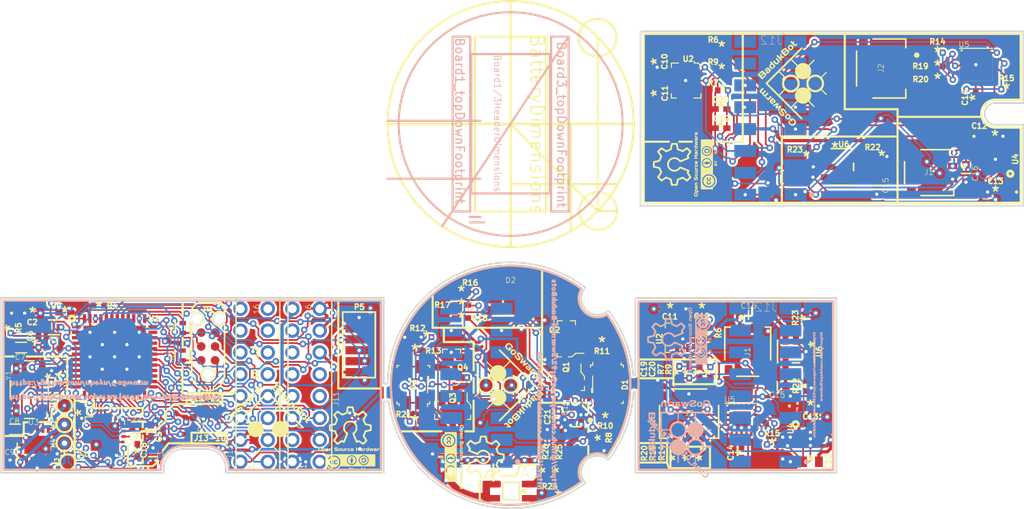
<source format=kicad_pcb>
(kicad_pcb (version 20171130) (host pcbnew "(5.0.0-3-g0214c9d)")
  (title_block (title BadukBot_PCB) (date 2018-10-25) (rev 0.1.0) (comment 1 "Licensed CC-BY-SA 4.0 By Caleb Cover") (comment 2 https://github.com/supersurfer92/SwarmUI-BadukBots))
  (layers (0 F.Cu signal hide) (31 B.Cu signal hide) (34 B.Paste user hide) (35 F.Paste user hide) (36 B.SilkS user hide) (37 F.SilkS user) (38 B.Mask user hide) (39 F.Mask user hide) (44 Edge.Cuts user))
  (net 0 "")
  (net 1 "Net-(B1-Pad1)")
  (net 2 "Net-(B1-Pad6)")
  (net 3 "Net-(C22-Pad1)")
  (net 4 "Net-(D1-PadA)")
  (net 5 "Net-(D2-Pad6)")
  (net 6 "Net-(D2-Pad4)")
  (net 7 "Net-(D2-Pad5)")
  (net 8 "Net-(D3-PadA)")
  (net 9 "Net-(J1-Pad3)")
  (net 10 "Net-(J1-Pad4)")
  (net 11 "Net-(J2-Pad5)")
  (net 12 "Net-(J2-Pad4)")
  (net 13 "Net-(J2-Pad1)")
  (net 14 "Net-(J2-Pad2)")
  (net 15 "Net-(J2-Pad3)")
  (net 16 "Net-(Q1-Pad1)")
  (net 17 "Net-(Q3-Pad1)")
  (net 18 "Net-(P1-Pad2)")
  (net 19 SWDIO)
  (net 20 NRST)
  (net 21 "Net-(P1-Pad3)")
  (net 22 "Net-(P1-Pad4)")
  (net 23 SWCLK)
  (net 24 "Net-(R27-Pad2)")
  (net 25 "Net-(U1-Pad2)")
  (net 26 "Net-(U1-Pad3)")
  (net 27 "Net-(U1-Pad4)")
  (net 28 CSN)
  (net 29 SCK)
  (net 30 MISO)
  (net 31 MOSI)
  (net 32 RADIO_CE)
  (net 33 "Net-(U1-Pad27)")
  (net 34 "Net-(U1-Pad28)")
  (net 35 RADIO_CLK)
  (net 36 "Net-(U1-Pad33)")
  (net 37 "Net-(U1-Pad35)")
  (net 38 "Net-(U1-Pad36)")
  (net 39 "Net-(U1-Pad39)")
  (net 40 "Net-(R4-Pad1)")
  (net 41 "Net-(U1-Pad45)")
  (net 42 "Net-(U7-Pad9)")
  (net 43 "Net-(R14-Pad1)")
  (net 44 "Net-(R19-Pad1)")
  (net 45 "Net-(R20-Pad1)")
  (net 46 "Net-(U2-Pad11)")
  (net 47 "Net-(U2-Pad10)")
  (net 48 "Net-(R22-Pad2)")
  (net 49 "Net-(U5-Pad6)")
  (net 50 "Net-(U5-Pad10)")
  (net 51 "Net-(U5-Pad20)")
  (net 52 "Net-(U5-Pad16)")
  (net 53 "Net-(U5-Pad1)")
  (net 54 "Net-(U5-Pad5)")
  (net 55 "Net-(U5-Pad19)")
  (net 56 "Net-(U5-Pad17)")
  (net 57 "Net-(U5-Pad18)")
  (net 58 "Net-(U5-Pad7)")
  (net 59 7a_RGBLED3)
  (net 60 21a_3.3v)
  (net 61 2a_GND)
  (net 62 "Net-(J12-Pad10)")
  (net 63 "Net-(J13-Pad10)")
  (net 64 "Net-(J10-Pad16)")
  (net 65 "Net-(J11-Pad2)")
  (net 66 "Net-(J12-Pad16)")
  (net 67 "Net-(J12-Pad14)")
  (net 68 "Net-(J12-Pad12)")
  (net 69 "Net-(J12-Pad15)")
  (net 70 "Net-(J12-Pad13)")
  (net 71 "Net-(J12-Pad11)")
  (net 72 "Net-(J13-Pad11)")
  (net 73 "Net-(J13-Pad12)")
  (net 74 "Net-(J13-Pad13)")
  (net 75 "Net-(J13-Pad14)")
  (net 76 "Net-(J13-Pad15)")
  (net 77 "Net-(J13-Pad16)")
  (net 78 "Net-(M3-Pad1)")
  (net 79 "Net-(M4-Pad1)")
  (net 80 "Net-(M2-Pad1)")
  (net 81 "Net-(M1-Pad1)")
  (net 82 "Net-(P1-Pad6)")
  (net 83 "Net-(J11-Pad8)")
  (net 84 "Net-(J11-Pad9)")
  (net 85 "Net-(J11-Pad10)")
  (net 86 "Net-(J11-Pad11)")
  (net 87 "Net-(J10-Pad10)")
  (net 88 "Net-(J10-Pad8)")
  (net 89 "Net-(J10-Pad11)")
  (net 90 "Net-(J10-Pad9)")
  (net 91 23a_Ground)
  (net 92 "Net-(U2-Pad9)")
  (net 93 "Net-(A1-Pad1)")
  (net 94 2aGND)
  (net 95 14aVDDPA)
  (net 96 12aA1)
  (net 97 13aA2)
  (net 98 2bGND)
  (net 99 1b33v)
  (net 100 MCUX116MHZ)
  (net 101 MCUX216MHZ)
  (net 102 23aGround)
  (net 103 21a33v)
  (net 104 22aVBAT)
  (net 105 28aP41)
  (net 106 1a33v)
  (net 107 6aRGBLED2)
  (net 108 4aPHOTODIODE2)
  (net 109 15aP41)
  (net 110 7aRGBLED3)
  (net 111 5aRGBLED1)
  (net 112 3aPHOTODIODE1)
  (net 113 3bPHOTODIODE1)
  (net 114 4bPHOTODIODE2)
  (net 115 6bRGBLED2)
  (net 116 5bRGBLED1)
  (net 117 7bRGBLED3)
  (net 118 12bA1)
  (net 119 13bA2)
  (net 120 14bVDDPA)
  (net 121 15bP41)
  (net 122 26aSCL)
  (net 123 24aIMUINT)
  (net 124 ~29aTOUCHCHG~)
  (net 125 27aCHARGING)
  (net 126 25aSDA)
  (net 127 22bVBAT)
  (net 128 24bIMUINT)
  (net 129 11bSCL)
  (net 130 10bSDA)
  (net 131 27bCHARGING)
  (net 132 ~29bTOUCHCHG~)
  (net 133 9bIO2)
  (net 134 8bIO1)
  (net 135 21a3.3v)
  (net 136 RADIOIRQ)
  (net 137 RADIOCLK)
  (net 138 MOTORCONTROL4)
  (net 139 MOTORCONTROL3)
  (net 140 MOTORCONTROL2)
  (net 141 MOTORCONTROL1)
  (module 10K0402:CRCW040210K0FKED (layer F.Cu) (at 134.538827 106.566213 270)
    (fp_text reference R9 (at -0.266213 3.818827 270) (layer F.SilkS) (effects (font (size 0.5 0.5) (thickness 0.125))))
    (fp_text value 10K hide)
    (fp_text user * (at 0 0 270) (layer F.SilkS))
    (pad 2 smd rect (at 0.4699 0 270) (size 0.508 0.5588) (layers F.Cu F.Paste F.Mask) (net 135 21a3.3v))
    (pad 1 smd rect (at -0.4699 0 270) (size 0.508 0.5588) (layers F.Cu F.Paste F.Mask) (net 122 26aSCL))
  )
  (module 1uF:0603ZD105KAT2A (layer F.Cu) (at 143.731369 114.756361 180)
    (fp_text reference C12 (at -1.588631 -0.013639 270) (layer F.SilkS) (effects (font (size 0.5 0.5) (thickness 0.125))))
    (fp_text value 1uF hide)
    (fp_text user * (at 0 0 180) (layer F.SilkS))
    (pad 2 smd rect (at 0.7239 0 180) (size 0.7112 0.9652) (layers F.Cu F.Paste F.Mask) (net 102 23aGround))
    (pad 1 smd rect (at -0.7239 0 180) (size 0.7112 0.9652) (layers F.Cu F.Paste F.Mask) (net 104 22aVBAT))
  )
  (module ADP122ACPZ-3.3-R7:SON65P200X200X60-7N-D (layer F.Cu) (at 143.681369 112.656361)
    (fp_text reference U4 (at -1.801369 -0.946361 -90) (layer F.SilkS) (effects (font (size 0.5 0.5) (thickness 0.125))))
    (fp_text value ADP122ACPZ33R7 hide)
    (pad 7 smd rect (at 0 0) (size 1.1 1.7) (layers F.Cu F.Paste F.Mask) (net 102 23aGround))
    (pad 6 smd rect (at 1.05 -0.65 90) (size 0.35 0.6) (layers F.Cu F.Paste F.Mask) (net 104 22aVBAT))
    (pad 5 smd rect (at 1.05 0 90) (size 0.35 0.6) (layers F.Cu F.Paste F.Mask) (net 102 23aGround))
    (pad 4 smd rect (at 1.05 0.65 90) (size 0.35 0.6) (layers F.Cu F.Paste F.Mask) (net 104 22aVBAT))
    (pad 3 smd rect (at -1.05 0.65 90) (size 0.35 0.6) (layers F.Cu F.Paste F.Mask) (net 102 23aGround))
    (pad 2 smd rect (at -1.05 0 90) (size 0.35 0.6) (layers F.Cu F.Paste F.Mask) (net 102 23aGround))
    (pad 1 smd rect (at -1.05 -0.65 90) (size 0.35 0.6) (layers F.Cu F.Paste F.Mask) (net 103 21a33v))
  )
  (module 1uF:0603ZD105KAT2A (layer F.Cu) (at 143.681369 109.656361)
    (fp_text reference C13 (at 0.008631 0.973639) (layer F.SilkS) (effects (font (size 0.5 0.5) (thickness 0.125))))
    (fp_text value 1uF hide)
    (fp_text user * (at 0 0) (layer F.SilkS))
    (pad 2 smd rect (at 0.7239 0) (size 0.7112 0.9652) (layers F.Cu F.Paste F.Mask) (net 102 23aGround))
    (pad 1 smd rect (at -0.7239 0) (size 0.7112 0.9652) (layers F.Cu F.Paste F.Mask) (net 103 21a33v))
  )
  (module "2.2nF X7R 50V:C0402C222K5RACTU" (layer F.Cu) (at 120.62868 110.659148 270)
    (fp_text reference C21 (at -0.009148 0.97868 270) (layer F.SilkS) (effects (font (size 0.5 0.5) (thickness 0.125))))
    (fp_text value 2.2nF hide)
    (fp_text user * (at 0 0 270) (layer F.SilkS))
    (pad 2 smd rect (at 0.5334 0 270) (size 0.6604 0.508) (layers F.Cu F.Paste F.Mask) (net 94 2aGND))
    (pad 1 smd rect (at -0.5334 0 270) (size 0.6604 0.508) (layers F.Cu F.Paste F.Mask) (net 95 14aVDDPA))
  )
  (module MOLEX_78171-0002:MOLEX_78171-0002_0 (layer F.Cu) (at 137.950937 104.687532)
    (fp_text reference J1 (at -0.034148 0.025778 -270) (layer F.SilkS) (effects (font (size 0.5 0.5) (thickness 0.05))))
    (fp_text value MOLEX781710002 hide)
    (pad 2 smd rect (at 0.6 -2.145) (size 0.6 0.85) (layers F.Cu F.Paste F.Mask) (net 102 23aGround))
    (pad 1 smd rect (at -0.6 -2.145) (size 0.6 0.85) (layers F.Cu F.Paste F.Mask) (net 104 22aVBAT))
    (pad 4 smd rect (at 1.75 1.63) (size 0.7 0.8) (layers F.Cu F.Paste F.Mask) (net 10 "Net-(J1-Pad4)"))
    (pad 3 smd rect (at -1.75 1.63) (size 0.7 0.8) (layers F.Cu F.Paste F.Mask) (net 9 "Net-(J1-Pad3)"))
  )
  (module TAIYO_YUDEN_LMK107BJ475KA-T:TAIYO_YUDEN_LMK107BJ475KA-T_0 (layer F.Cu) (at 138.025937 101.32463)
    (fp_text reference C16 (at 0.000852 -0.83132) (layer F.SilkS) (effects (font (size 0.5 0.5) (thickness 0.05))))
    (fp_text value Taiyo hide)
    (pad 2 smd rect (at 0.8 0) (size 0.7 0.7) (layers F.Cu F.Paste F.Mask) (net 102 23aGround))
    (pad 1 smd rect (at -0.8 0) (size 0.7 0.7) (layers F.Cu F.Paste F.Mask) (net 104 22aVBAT))
  )
  (module 1uF:0603ZD105KAT2A (layer F.Cu) (at 160.59868 90.079148 180)
    (fp_text reference C13 (at 0 0.989148 180) (layer F.SilkS) (effects (font (size 0.5 0.5) (thickness 0.125))))
    (fp_text value 1uF hide)
    (fp_text user * (at 0 0 180) (layer F.SilkS))
    (pad 1 smd rect (at -0.7239 0 180) (size 0.7112 0.9652) (layers F.Cu F.Paste F.Mask) (net 103 21a33v))
    (pad 2 smd rect (at 0.7239 0 180) (size 0.7112 0.9652) (layers F.Cu F.Paste F.Mask) (net 102 23aGround))
  )
  (module gsg-modules:TESTPOINT-50MIL (layer F.Cu) (at 141.895 80.145)
    (fp_text reference TESTPOINT-50MIL hide)
    (fp_text value VAL** hide)
    (pad 1 smd circle (at 0 0) (size 1.27 1.27) (layers F.Cu F.Mask))
  )
  (module digikey-footprints:LGA-14L_2.5x3mm__LSM6DS3 (layer F.Cu) (at 132.32368 79.879148 270)
    (fp_text reference U2 (at -1.979148 -0.18632 180) (layer F.SilkS) (effects (font (size 0.5 0.5) (thickness 0.125))))
    (fp_text value LSM6DS3 hide)
    (pad 12 smd rect (at 0.5 -0.925 270) (size 0.4 0.75) (layers F.Cu F.Paste F.Mask) (net 103 21a33v))
    (pad 14 smd rect (at -0.5 -0.925 270) (size 0.4 0.75) (layers F.Cu F.Paste F.Mask) (net 126 25aSDA))
    (pad 13 smd rect (at 0 -0.925 270) (size 0.4 0.75) (layers F.Cu F.Paste F.Mask) (net 122 26aSCL))
    (pad 5 smd rect (at -0.5 0.925 270) (size 0.4 0.75) (layers F.Cu F.Paste F.Mask) (net 103 21a33v))
    (pad 7 smd rect (at 0.5 0.925 270) (size 0.4 0.75) (layers F.Cu F.Paste F.Mask) (net 102 23aGround))
    (pad 6 smd rect (at 0 0.925 270) (size 0.4 0.75) (layers F.Cu F.Paste F.Mask) (net 102 23aGround))
    (pad 8 smd rect (at 1.175 0.8 270) (size 0.65 0.5) (layers F.Cu F.Paste F.Mask) (net 103 21a33v))
    (pad 9 smd rect (at 1.175 0.25 270) (size 0.75 0.4) (layers F.Cu F.Paste F.Mask) (net 92 "Net-(U2-Pad9)"))
    (pad 10 smd rect (at 1.175 -0.25 270) (size 0.75 0.4) (layers F.Cu F.Paste F.Mask) (net 47 "Net-(U2-Pad10)"))
    (pad 11 smd rect (at 1.175 -0.8 270) (size 0.65 0.5) (layers F.Cu F.Paste F.Mask) (net 46 "Net-(U2-Pad11)"))
    (pad 1 smd rect (at -1.175 -0.8 270) (size 0.65 0.5) (layers F.Cu F.Paste F.Mask) (net 102 23aGround))
    (pad 4 smd rect (at -1.175 0.8 270) (size 0.65 0.5) (layers F.Cu F.Paste F.Mask) (net 123 24aIMUINT))
    (pad 3 smd rect (at -1.175 0.25 270) (size 0.75 0.4) (layers F.Cu F.Paste F.Mask) (net 102 23aGround))
    (pad 2 smd rect (at -1.175 -0.25 270) (size 0.75 0.4) (layers F.Cu F.Paste F.Mask) (net 102 23aGround))
  )
  (module 10K0402:CRCW040210K0FKED (layer F.Cu) (at 150.19868 86.829148 180)
    (fp_text reference R22 (at 0.82868 0.839148 180) (layer F.SilkS) (effects (font (size 0.5 0.5) (thickness 0.125))))
    (fp_text value 10K hide)
    (fp_text user * (at 0 0 180) (layer F.SilkS))
    (pad 1 smd rect (at -0.4699 0 180) (size 0.508 0.5588) (layers F.Cu F.Paste F.Mask) (net 102 23aGround))
    (pad 2 smd rect (at 0.4699 0 180) (size 0.508 0.5588) (layers F.Cu F.Paste F.Mask) (net 48 "Net-(R22-Pad2)"))
  )
  (module MCP:MCP73831T-2ACI&slash_OT (layer F.Cu) (at 146.59868 87.779148)
    (fp_text reference U6 (at 0.13132 -2.069148) (layer F.SilkS) (effects (font (size 0.5 0.5) (thickness 0.125))))
    (fp_text value MCP73831T2ACIOT hide)
    (fp_text user * (at -0.66868 -1.719148) (layer F.SilkS))
    (pad 1 smd rect (at -1.2954 -0.950001) (size 1.3208 0.5588) (layers F.Cu F.Paste F.Mask) (net 125 27aCHARGING))
    (pad 2 smd rect (at -1.2954 0) (size 1.3208 0.5588) (layers F.Cu F.Paste F.Mask) (net 102 23aGround))
    (pad 3 smd rect (at -1.2954 0.950001) (size 1.3208 0.5588) (layers F.Cu F.Paste F.Mask) (net 104 22aVBAT))
    (pad 4 smd rect (at 1.2954 0.950001) (size 1.3208 0.5588) (layers F.Cu F.Paste F.Mask) (net 105 28aP41))
    (pad 5 smd rect (at 1.2954 -0.950001) (size 1.3208 0.5588) (layers F.Cu F.Paste F.Mask) (net 48 "Net-(R22-Pad2)"))
  )
  (module 100K:CRCW0402100KFKED (layer F.Cu) (at 143.29868 86.879148)
    (fp_text reference R23 (at -1.03868 -0.679148) (layer F.SilkS) (effects (font (size 0.5 0.5) (thickness 0.125))))
    (fp_text value 100K hide)
    (fp_text user * (at 0 0) (layer F.SilkS))
    (pad 1 smd rect (at -0.4699 0) (size 0.508 0.5588) (layers F.Cu F.Paste F.Mask) (net 103 21a33v))
    (pad 2 smd rect (at 0.4699 0) (size 0.508 0.5588) (layers F.Cu F.Paste F.Mask) (net 125 27aCHARGING))
  )
  (module 10K0402:CRCW040210K0FKED (layer F.Cu) (at 155.302324 79.777709 180)
    (fp_text reference R20 (at 1.542324 0.007709 180) (layer F.SilkS) (effects (font (size 0.5 0.5) (thickness 0.125))))
    (fp_text value 10K hide)
    (fp_text user * (at 0 0 180) (layer F.SilkS))
    (pad 2 smd rect (at 0.4699 0 180) (size 0.508 0.5588) (layers F.Cu F.Paste F.Mask) (net 15 "Net-(J2-Pad3)"))
    (pad 1 smd rect (at -0.4699 0 180) (size 0.508 0.5588) (layers F.Cu F.Paste F.Mask) (net 45 "Net-(R20-Pad1)"))
  )
  (module 10K0402:CRCW040210K0FKED (layer F.Cu) (at 155.302324 78.577709 180)
    (fp_text reference R19 (at 1.562324 0.007709 180) (layer F.SilkS) (effects (font (size 0.5 0.5) (thickness 0.125))))
    (fp_text value 10K hide)
    (fp_text user * (at 0 0 180) (layer F.SilkS))
    (pad 2 smd rect (at 0.4699 0 180) (size 0.508 0.5588) (layers F.Cu F.Paste F.Mask) (net 14 "Net-(J2-Pad2)"))
    (pad 1 smd rect (at -0.4699 0 180) (size 0.508 0.5588) (layers F.Cu F.Paste F.Mask) (net 44 "Net-(R19-Pad1)"))
  )
  (module 100K:CRCW0402100KFKED (layer F.Cu) (at 161.59868 80.679148)
    (fp_text reference R15 (at 0.00132 -1.009148) (layer F.SilkS) (effects (font (size 0.5 0.5) (thickness 0.125))))
    (fp_text value 100K hide)
    (fp_text user * (at 0 0) (layer F.SilkS))
    (pad 2 smd rect (at 0.4699 0) (size 0.508 0.5588) (layers F.Cu F.Paste F.Mask) (net 103 21a33v))
    (pad 1 smd rect (at -0.4699 0) (size 0.508 0.5588) (layers F.Cu F.Paste F.Mask) (net 124 ~29aTOUCHCHG~))
  )
  (module 10K0402:CRCW040210K0FKED (layer F.Cu) (at 155.302324 77.329148 180)
    (fp_text reference R14 (at 0.002324 1.009148 180) (layer F.SilkS) (effects (font (size 0.5 0.5) (thickness 0.125))))
    (fp_text value 10K hide)
    (fp_text user * (at 0 0 180) (layer F.SilkS))
    (pad 2 smd rect (at 0.4699 0 180) (size 0.508 0.5588) (layers F.Cu F.Paste F.Mask) (net 13 "Net-(J2-Pad1)"))
    (pad 1 smd rect (at -0.4699 0 180) (size 0.508 0.5588) (layers F.Cu F.Paste F.Mask) (net 43 "Net-(R14-Pad1)"))
  )
  (module 10K0402:CRCW040210K0FKED (layer F.Cu) (at 135.57368 78.879148)
    (fp_text reference R9 (at -0.78368 -0.699148) (layer F.SilkS) (effects (font (size 0.5 0.5) (thickness 0.125))))
    (fp_text value 10K hide)
    (fp_text user * (at 0 0) (layer F.SilkS))
    (pad 1 smd rect (at -0.4699 0) (size 0.508 0.5588) (layers F.Cu F.Paste F.Mask) (net 122 26aSCL))
    (pad 2 smd rect (at 0.4699 0) (size 0.508 0.5588) (layers F.Cu F.Paste F.Mask) (net 135 21a3.3v))
  )
  (module 10K0402:CRCW040210K0FKED (layer F.Cu) (at 135.67368 80.779148 180)
    (fp_text reference R7 (at 0.88368 0.679148 180) (layer F.SilkS) (effects (font (size 0.5 0.5) (thickness 0.125))))
    (fp_text value 10K hide)
    (fp_text user * (at 0 0 180) (layer F.SilkS))
    (pad 1 smd rect (at -0.4699 0 180) (size 0.508 0.5588) (layers F.Cu F.Paste F.Mask) (net 126 25aSDA))
    (pad 2 smd rect (at 0.4699 0 180) (size 0.508 0.5588) (layers F.Cu F.Paste F.Mask) (net 135 21a3.3v))
  )
  (module 100K:CRCW0402100KFKED (layer F.Cu) (at 135.57368 76.829148)
    (fp_text reference R6 (at -0.78368 -0.679148) (layer F.SilkS) (effects (font (size 0.5 0.5) (thickness 0.125))))
    (fp_text value 100K hide)
    (fp_text user * (at 0 0) (layer F.SilkS))
    (pad 1 smd rect (at -0.4699 0) (size 0.508 0.5588) (layers F.Cu F.Paste F.Mask) (net 123 24aIMUINT))
    (pad 2 smd rect (at 0.4699 0) (size 0.508 0.5588) (layers F.Cu F.Paste F.Mask) (net 103 21a33v))
  )
  (module 100nf:C0402C104K4RACTU (layer F.Cu) (at 135.510793 82.483222 180)
    (fp_text reference C20 (at 0.025015 0.84219 180) (layer F.SilkS) (effects (font (size 0.5 0.5) (thickness 0.125))))
    (fp_text value 1nF hide)
    (fp_text user * (at 0 0 180) (layer F.SilkS))
    (pad 1 smd rect (at -0.5334 0 180) (size 0.6604 0.508) (layers F.Cu F.Paste F.Mask) (net 91 23a_Ground))
    (pad 2 smd rect (at 0.5334 0 180) (size 0.6604 0.508) (layers F.Cu F.Paste F.Mask) (net 103 21a33v))
  )
  (module 100nf:C0402C104K4RACTU (layer F.Cu) (at 158.79868 81.429148 90)
    (fp_text reference C14 (at -0.010852 -0.98868 90) (layer F.SilkS) (effects (font (size 0.5 0.5) (thickness 0.125))))
    (fp_text value 100nF hide)
    (fp_text user * (at 0 0 90) (layer F.SilkS))
    (pad 2 smd rect (at 0.5334 0 90) (size 0.6604 0.508) (layers F.Cu F.Paste F.Mask) (net 102 23aGround))
    (pad 1 smd rect (at -0.5334 0 90) (size 0.6604 0.508) (layers F.Cu F.Paste F.Mask) (net 103 21a33v))
  )
  (module 100nf:C0402C104K4RACTU (layer F.Cu) (at 129.67368 81.029148 90)
    (fp_text reference C11 (at -0.020852 0.70632 90) (layer F.SilkS) (effects (font (size 0.5 0.5) (thickness 0.125))))
    (fp_text value 100nF hide)
    (fp_text user * (at 0 0 90) (layer F.SilkS))
    (pad 1 smd rect (at -0.5334 0 90) (size 0.6604 0.508) (layers F.Cu F.Paste F.Mask) (net 103 21a33v))
    (pad 2 smd rect (at 0.5334 0 90) (size 0.6604 0.508) (layers F.Cu F.Paste F.Mask) (net 102 23aGround))
  )
  (module 100nf:C0402C104K4RACTU (layer F.Cu) (at 129.67368 78.129148 270)
    (fp_text reference C10 (at 0.015852 -0.67632 270) (layer F.SilkS) (effects (font (size 0.5 0.5) (thickness 0.125))))
    (fp_text value 100nF hide)
    (fp_text user * (at 0 0 270) (layer F.SilkS))
    (pad 1 smd rect (at -0.5334 0 270) (size 0.6604 0.508) (layers F.Cu F.Paste F.Mask) (net 103 21a33v))
    (pad 2 smd rect (at 0.5334 0 270) (size 0.6604 0.508) (layers F.Cu F.Paste F.Mask) (net 102 23aGround))
  )
  (module ADP122ACPZ-3.3-R7:SON65P200X200X60-7N-D (layer F.Cu) (at 160.59868 87.079148 180)
    (fp_text reference U4 (at -1.81132 0.009148 90) (layer F.SilkS) (effects (font (size 0.5 0.5) (thickness 0.125))))
    (fp_text value ADP122ACPZ33R7 hide)
    (pad 1 smd rect (at -1.05 -0.65 270) (size 0.35 0.6) (layers F.Cu F.Paste F.Mask) (net 103 21a33v))
    (pad 2 smd rect (at -1.05 0 270) (size 0.35 0.6) (layers F.Cu F.Paste F.Mask) (net 102 23aGround))
    (pad 3 smd rect (at -1.05 0.65 270) (size 0.35 0.6) (layers F.Cu F.Paste F.Mask) (net 102 23aGround))
    (pad 4 smd rect (at 1.05 0.65 270) (size 0.35 0.6) (layers F.Cu F.Paste F.Mask) (net 104 22aVBAT))
    (pad 5 smd rect (at 1.05 0 270) (size 0.35 0.6) (layers F.Cu F.Paste F.Mask) (net 102 23aGround))
    (pad 6 smd rect (at 1.05 -0.65 270) (size 0.35 0.6) (layers F.Cu F.Paste F.Mask) (net 104 22aVBAT))
    (pad 7 smd rect (at 0 0 180) (size 1.1 1.7) (layers F.Cu F.Paste F.Mask) (net 102 23aGround))
  )
  (module vq:VQFN_20PAD (layer F.Cu) (at 158.79868 78.429148)
    (fp_text reference U5 (at -1.07868 -1.859148) (layer F.SilkS) (effects (font (size 0.5 0.5) (thickness 0.05))))
    (fp_text value AT42QT1070MMHCTND hide)
    (pad 44 smd rect (at 0 0 180) (size 1.55 1.55) (layers F.Cu F.Paste F.Mask) (net 102 23aGround))
    (pad 6 smd rect (at -0.9 1.3 270) (size 0.4 0.22) (layers F.Cu F.Paste F.Mask) (net 49 "Net-(U5-Pad6)"))
    (pad 10 smd rect (at 0.9 1.3 270) (size 0.4 0.22) (layers F.Cu F.Paste F.Mask) (net 50 "Net-(U5-Pad10)"))
    (pad 20 smd rect (at -0.9 -1.3 270) (size 0.4 0.22) (layers F.Cu F.Paste F.Mask) (net 51 "Net-(U5-Pad20)"))
    (pad 16 smd rect (at 0.9 -1.3 270) (size 0.4 0.22) (layers F.Cu F.Paste F.Mask) (net 52 "Net-(U5-Pad16)"))
    (pad 1 smd rect (at -1.3 -0.9 180) (size 0.4 0.22) (layers F.Cu F.Paste F.Mask) (net 53 "Net-(U5-Pad1)"))
    (pad 15 smd rect (at 1.3 -0.9 180) (size 0.4 0.22) (layers F.Cu F.Paste F.Mask) (net 122 26aSCL))
    (pad 5 smd rect (at -1.3 0.9 180) (size 0.4 0.22) (layers F.Cu F.Paste F.Mask) (net 54 "Net-(U5-Pad5)"))
    (pad 11 smd rect (at 1.3 0.9 180) (size 0.4 0.22) (layers F.Cu F.Paste F.Mask) (net 102 23aGround))
    (pad 19 smd rect (at -0.45 -1.3 270) (size 0.4 0.22) (layers F.Cu F.Paste F.Mask) (net 55 "Net-(U5-Pad19)"))
    (pad 17 smd rect (at 0.45 -1.3 270) (size 0.4 0.22) (layers F.Cu F.Paste F.Mask) (net 56 "Net-(U5-Pad17)"))
    (pad 18 smd rect (at 0 -1.3 270) (size 0.4 0.22) (layers F.Cu F.Paste F.Mask) (net 57 "Net-(U5-Pad18)"))
    (pad 7 smd rect (at -0.45 1.3 270) (size 0.4 0.22) (layers F.Cu F.Paste F.Mask) (net 58 "Net-(U5-Pad7)"))
    (pad 9 smd rect (at 0.45 1.3 270) (size 0.4 0.22) (layers F.Cu F.Paste F.Mask) (net 102 23aGround))
    (pad 8 smd rect (at 0 1.3 270) (size 0.4 0.22) (layers F.Cu F.Paste F.Mask) (net 102 23aGround))
    (pad 2 smd rect (at -1.3 -0.45 180) (size 0.4 0.22) (layers F.Cu F.Paste F.Mask) (net 45 "Net-(R20-Pad1)"))
    (pad 4 smd rect (at -1.3 0.45 180) (size 0.4 0.22) (layers F.Cu F.Paste F.Mask) (net 43 "Net-(R14-Pad1)"))
    (pad 3 smd rect (at -1.3 0 180) (size 0.4 0.22) (layers F.Cu F.Paste F.Mask) (net 44 "Net-(R19-Pad1)"))
    (pad 14 smd rect (at 1.3 -0.45 180) (size 0.4 0.22) (layers F.Cu F.Paste F.Mask) (net 124 ~29aTOUCHCHG~))
    (pad 12 smd rect (at 1.3 0.45 180) (size 0.4 0.22) (layers F.Cu F.Paste F.Mask) (net 126 25aSDA))
    (pad 13 smd rect (at 1.3 0 180) (size 0.4 0.22) (layers F.Cu F.Paste F.Mask) (net 102 23aGround))
  )
  (module MOLEX_78171-0003:MOLEX_78171-0003_0 (layer F.Cu) (at 150.14868 78.779148 270)
    (fp_text reference J2 (at -0.019148 0.01868 270) (layer F.SilkS) (effects (font (size 0.5 0.5) (thickness 0.05))))
    (fp_text value MOLEX781710003 hide)
    (pad 3 smd rect (at 1.2 -2.145 270) (size 0.6 0.85) (layers F.Cu F.Paste F.Mask) (net 15 "Net-(J2-Pad3)"))
    (pad 2 smd rect (at 0 -2.145 270) (size 0.6 0.85) (layers F.Cu F.Paste F.Mask) (net 14 "Net-(J2-Pad2)"))
    (pad 1 smd rect (at -1.2 -2.145 270) (size 0.6 0.85) (layers F.Cu F.Paste F.Mask) (net 13 "Net-(J2-Pad1)"))
    (pad 4 smd rect (at -2.35 1.63 270) (size 0.7 0.8) (layers F.Cu F.Paste F.Mask) (net 12 "Net-(J2-Pad4)"))
    (pad 5 smd rect (at 2.35 1.63 270) (size 0.7 0.8) (layers F.Cu F.Paste F.Mask) (net 11 "Net-(J2-Pad5)"))
  )
  (module TAIYO_YUDEN_LMK107BJ475KA-T:TAIYO_YUDEN_LMK107BJ475KA-T_0 (layer F.Cu) (at 157.89868 88.379148 270)
    (fp_text reference C16 (at 0.000852 -0.83132 270) (layer F.SilkS) (effects (font (size 0.5 0.5) (thickness 0.05))))
    (fp_text value Taiyo hide)
    (pad 1 smd rect (at -0.8 0 270) (size 0.7 0.7) (layers F.Cu F.Paste F.Mask) (net 104 22aVBAT))
    (pad 2 smd rect (at 0.8 0 270) (size 0.7 0.7) (layers F.Cu F.Paste F.Mask) (net 102 23aGround))
  )
  (module TAIYO_YUDEN_LMK107BJ475KA-T:TAIYO_YUDEN_LMK107BJ475KA-T_0 (layer F.Cu) (at 149.74868 89.479148 270)
    (fp_text reference C15 (at 0.000852 -0.81132 270) (layer F.SilkS) (effects (font (size 0.5 0.5) (thickness 0.05))))
    (fp_text value TAIYO_YUDEN_LMK107BJ475KA-T hide)
    (pad 1 smd rect (at -0.8 0 270) (size 0.7 0.7) (layers F.Cu F.Paste F.Mask) (net 105 28aP41))
    (pad 2 smd rect (at 0.8 0 270) (size 0.7 0.7) (layers F.Cu F.Paste F.Mask) (net 102 23aGround))
  )
  (module A13:A13_1 (layer B.Cu) (at 140.64868 83.329148 270)
    (fp_text reference J12 (at -7.134148 0.55368 180) (layer B.SilkS) (effects (font (size 0.787402 0.787402) (thickness 0.05)) (justify mirror)))
    (fp_text value A316DA2SV71 hide)
    (pad 1 smd rect (at 6.991824 -1.672393 270) (size 1.1 2) (layers B.Cu B.Paste B.Mask) (net 103 21a33v))
    (pad 3 smd rect (at 4.991824 -1.672393 270) (size 1.1 2) (layers B.Cu B.Paste B.Mask) (net 102 23aGround))
    (pad 5 smd rect (at 2.991824 -1.672393 270) (size 1.1 2) (layers B.Cu B.Paste B.Mask) (net 126 25aSDA))
    (pad 7 smd rect (at 0.991824 -1.672393 270) (size 1.1 2) (layers B.Cu B.Paste B.Mask) (net 125 27aCHARGING))
    (pad 9 smd rect (at -1.008176 -1.672393 270) (size 1.1 2) (layers B.Cu B.Paste B.Mask) (net 124 ~29aTOUCHCHG~))
    (pad 11 smd rect (at -3.008176 -1.672393 270) (size 1.1 2) (layers B.Cu B.Paste B.Mask) (net 71 "Net-(J12-Pad11)"))
    (pad 13 smd rect (at -5.008176 -1.672393 270) (size 1.1 2) (layers B.Cu B.Paste B.Mask) (net 70 "Net-(J12-Pad13)"))
    (pad 15 smd rect (at -7.008176 -1.672393 270) (size 1.1 2) (layers B.Cu B.Paste B.Mask) (net 69 "Net-(J12-Pad15)"))
    (pad 2 smd rect (at 6.991824 2.927607 270) (size 1.1 2) (layers B.Cu B.Paste B.Mask) (net 104 22aVBAT))
    (pad 4 smd rect (at 4.991824 2.927607 270) (size 1.1 2) (layers B.Cu B.Paste B.Mask) (net 123 24aIMUINT))
    (pad 6 smd rect (at 2.991824 2.927607 270) (size 1.1 2) (layers B.Cu B.Paste B.Mask) (net 122 26aSCL))
    (pad 8 smd rect (at 0.991824 2.927607 270) (size 1.1 2) (layers B.Cu B.Paste B.Mask) (net 105 28aP41))
    (pad 10 smd rect (at -1.008176 2.927607 270) (size 1.1 2) (layers B.Cu B.Paste B.Mask) (net 62 "Net-(J12-Pad10)"))
    (pad 12 smd rect (at -3.008176 2.927607 270) (size 1.1 2) (layers B.Cu B.Paste B.Mask) (net 68 "Net-(J12-Pad12)"))
    (pad 14 smd rect (at -5.008176 2.927607 270) (size 1.1 2) (layers B.Cu B.Paste B.Mask) (net 67 "Net-(J12-Pad14)"))
    (pad 16 smd rect (at -7.008176 2.927607 270) (size 1.1 2) (layers B.Cu B.Paste B.Mask) (net 66 "Net-(J12-Pad16)"))
  )
  (module Silk:BadukBot-GoSwarm (layer F.Cu) (at 142.12 80.15 45)
    (fp_text reference G1 hide)
    (fp_text value LOGO hide)
  )
  (module Silk:OpenHardwareLogo (layer F.Cu) (at 132.22 87.55 90)
    (fp_text reference G2 hide)
    (fp_text value LOGO hide)
  )
  (module gsg-modules:TESTPOINT-50MIL (layer F.Cu) (at 144.12 80.145)
    (fp_text reference TESTPOINT-50MIL hide)
    (fp_text value VAL** hide)
    (pad 1 smd circle (at 0 0) (size 1.27 1.27) (layers F.Cu F.Mask))
  )
  (module MOLEX_78171-0002:MOLEX_78171-0002_0 (layer F.Cu) (at 154.535778 88.304148 270)
    (fp_text reference J1 (at -0.034148 0.025778) (layer F.SilkS) (effects (font (size 0.5 0.5) (thickness 0.05))))
    (fp_text value MOLEX781710002 hide)
    (pad 3 smd rect (at -1.75 1.63 270) (size 0.7 0.8) (layers F.Cu F.Paste F.Mask) (net 9 "Net-(J1-Pad3)"))
    (pad 4 smd rect (at 1.75 1.63 270) (size 0.7 0.8) (layers F.Cu F.Paste F.Mask) (net 10 "Net-(J1-Pad4)"))
    (pad 1 smd rect (at -0.6 -2.145 270) (size 0.6 0.85) (layers F.Cu F.Paste F.Mask) (net 104 22aVBAT))
    (pad 2 smd rect (at 0.6 -2.145 270) (size 0.6 0.85) (layers F.Cu F.Paste F.Mask) (net 102 23aGround))
  )
  (module 100nf:C0402C104K4RACTU (layer F.Cu) (at 135.510793 84.233222 180)
    (fp_text reference C19 (at -0.049985 0.86719 180) (layer F.SilkS) (effects (font (size 0.5 0.5) (thickness 0.125))))
    (fp_text value 10nF hide)
    (fp_text user * (at 0 0 180) (layer F.SilkS))
    (pad 1 smd rect (at -0.5334 0 180) (size 0.6604 0.508) (layers F.Cu F.Paste F.Mask) (net 102 23aGround))
    (pad 2 smd rect (at 0.5334 0 180) (size 0.6604 0.508) (layers F.Cu F.Paste F.Mask) (net 103 21a33v))
  )
  (module 1uF:0603ZD105KAT2A (layer F.Cu) (at 160.54868 84.979148)
    (fp_text reference C12 (at -1.42868 -0.949148) (layer F.SilkS) (effects (font (size 0.5 0.5) (thickness 0.125))))
    (fp_text value 1uF hide)
    (fp_text user * (at 0 0) (layer F.SilkS))
    (pad 1 smd rect (at -0.7239 0) (size 0.7112 0.9652) (layers F.Cu F.Paste F.Mask) (net 104 22aVBAT))
    (pad 2 smd rect (at 0.7239 0) (size 0.7112 0.9652) (layers F.Cu F.Paste F.Mask) (net 102 23aGround))
  )
  (module 100nf:C0402C104K4RACTU (layer F.Cu) (at 131.698827 106.566213 90)
    (fp_text reference C19 (at 0.286213 -3.228827 90) (layer F.SilkS) (effects (font (size 0.5 0.5) (thickness 0.125))))
    (fp_text value 10nF hide)
    (fp_text user * (at 0 0 90) (layer F.SilkS))
    (pad 2 smd rect (at 0.5334 0 90) (size 0.6604 0.508) (layers F.Cu F.Paste F.Mask) (net 103 21a33v))
    (pad 1 smd rect (at -0.5334 0 90) (size 0.6604 0.508) (layers F.Cu F.Paste F.Mask) (net 102 23aGround))
  )
  (module digikey-footprints:SOT-23-3 (layer F.Cu) (at 110.87868 106.109148 180)
    (fp_text reference Q4 (at -1.02132 -0.020852) (layer F.SilkS) (effects (font (size 0.5 0.5) (thickness 0.125))))
    (fp_text value MMBT3904LT1G)
    (pad 1 smd rect (at -1.05 -0.95 180) (size 1.3 0.6) (layers F.Cu F.Paste F.Mask) (net 8 "Net-(D3-PadA)"))
    (pad 2 smd rect (at -1.05 0.95 180) (size 1.3 0.6) (layers F.Cu F.Paste F.Mask) (net 94 2aGND))
    (pad 3 smd rect (at 1.05 0 180) (size 1.3 0.6) (layers F.Cu F.Paste F.Mask) (net 17 "Net-(Q3-Pad1)"))
  )
  (module 22r:VISHAY_CRCW040222R0FKED_0 (layer F.Cu) (at 86.30678 102.52063 90)
    (fp_text reference R3 (at 0.01063 -1.04678 90) (layer F.SilkS) (effects (font (size 0.5 0.5) (thickness 0.05))))
    (fp_text value VISHAY_CRCW040222R0FKED hide)
    (pad 2 smd rect (at 0.45 0 90) (size 0.4 0.6) (layers F.Cu F.Paste F.Mask) (net 23 SWCLK))
    (pad 1 smd rect (at -0.45 0 90) (size 0.4 0.6) (layers F.Cu F.Paste F.Mask) (net 22 "Net-(P1-Pad4)"))
  )
  (module library:ExternalPort (layer F.Cu) (at 102.42868 104.059148 270)
    (fp_text reference P5 (at -3.459148 -0.02132 180) (layer F.SilkS) (effects (font (size 0.5 0.5) (thickness 0.125))))
    (fp_text value Pads hide)
    (pad 6 smd rect (at 2.5 0 270) (size 0.75 2.5) (layers F.Cu F.Paste F.Mask) (net 98 2bGND))
    (pad 5 smd rect (at 1.5 0 270) (size 0.75 2.5) (layers F.Cu F.Paste F.Mask) (net 129 11bSCL))
    (pad 4 smd rect (at 0.5 0 270) (size 0.75 2.5) (layers F.Cu F.Paste F.Mask) (net 130 10bSDA))
    (pad 3 smd rect (at -0.5 0 270) (size 0.75 2.5) (layers F.Cu F.Paste F.Mask) (net 133 9bIO2))
    (pad 2 smd rect (at -1.5 0 270) (size 0.75 2.5) (layers F.Cu F.Paste F.Mask) (net 134 8bIO1))
    (pad 1 smd rect (at -2.5 0 270) (size 0.75 2.5) (layers F.Cu F.Paste F.Mask) (net 99 1b33v))
  )
  (module digikey-footprints:QFN-20-1EP_4x4mm_RevA (layer F.Cu) (at 79.191173 112.448706 270)
    (fp_text reference U7 (at 1.591294 2.181173 270) (layer F.SilkS) (effects (font (size 0.5 0.5) (thickness 0.125))))
    (fp_text value NRF24L01PR7)
    (pad 16 smd rect (at 1 -1.7 270) (size 0.25 0.4) (layers F.Cu F.Paste F.Mask) (net 24 "Net-(R27-Pad2)"))
    (pad 17 smd rect (at 0.5 -1.7 270) (size 0.25 0.4) (layers F.Cu F.Paste F.Mask) (net 98 2bGND))
    (pad 18 smd rect (at 0 -1.7 270) (size 0.25 0.4) (layers F.Cu F.Paste F.Mask) (net 99 1b33v))
    (pad 19 smd rect (at -0.5 -1.7 270) (size 0.25 0.4) (layers F.Cu F.Paste F.Mask) (net 3 "Net-(C22-Pad1)"))
    (pad 20 smd rect (at -1 -1.7 270) (size 0.25 0.4) (layers F.Cu F.Paste F.Mask) (net 98 2bGND))
    (pad 10 smd rect (at 1 1.7 270) (size 0.25 0.4) (layers F.Cu F.Paste F.Mask) (net 35 RADIO_CLK))
    (pad 9 smd rect (at 0.5 1.7 270) (size 0.25 0.4) (layers F.Cu F.Paste F.Mask) (net 42 "Net-(U7-Pad9)"))
    (pad 8 smd rect (at 0 1.7 270) (size 0.25 0.4) (layers F.Cu F.Paste F.Mask) (net 98 2bGND))
    (pad 7 smd rect (at -0.5 1.7 270) (size 0.25 0.4) (layers F.Cu F.Paste F.Mask) (net 99 1b33v))
    (pad 6 smd rect (at -1 1.7 270) (size 0.25 0.4) (layers F.Cu F.Paste F.Mask) (net 136 RADIOIRQ))
    (pad 11 smd rect (at 1.7 1 270) (size 0.4 0.25) (layers F.Cu F.Paste F.Mask) (net 120 14bVDDPA))
    (pad 12 smd rect (at 1.7 0.5 270) (size 0.4 0.25) (layers F.Cu F.Paste F.Mask) (net 118 12bA1))
    (pad 13 smd rect (at 1.7 0 270) (size 0.4 0.25) (layers F.Cu F.Paste F.Mask) (net 119 13bA2))
    (pad 14 smd rect (at 1.7 -0.5 270) (size 0.4 0.25) (layers F.Cu F.Paste F.Mask) (net 98 2bGND))
    (pad 15 smd rect (at 1.7 -1 270) (size 0.4 0.25) (layers F.Cu F.Paste F.Mask) (net 99 1b33v))
    (pad 5 smd rect (at -1.7 1 270) (size 0.4 0.25) (layers F.Cu F.Paste F.Mask) (net 30 MISO))
    (pad 4 smd rect (at -1.7 0.5 270) (size 0.4 0.25) (layers F.Cu F.Paste F.Mask) (net 31 MOSI))
    (pad 3 smd rect (at -1.7 0 270) (size 0.4 0.25) (layers F.Cu F.Paste F.Mask) (net 29 SCK))
    (pad 2 smd rect (at -1.7 -0.5 270) (size 0.4 0.25) (layers F.Cu F.Paste F.Mask) (net 28 CSN))
    (pad 21 smd rect (at 0 0 270) (size 2.6 2.6) (layers F.Cu F.Paste F.Mask) (net 98 2bGND))
    (pad 1 smd rect (at -1.7 -1 270) (size 0.4 0.25) (layers F.Cu F.Paste F.Mask) (net 32 RADIO_CE))
  )
  (module Silk:OpenHardwareLogo (layer F.Cu) (at 101.625 112.625)
    (fp_text reference G2 hide)
    (fp_text value LOGO hide)
  )
  (module Silk:BadukBot-GoSwarm (layer F.Cu) (at 94.075 110.875 315)
    (fp_text reference G1 hide)
    (fp_text value LOGO hide)
  )
  (module Connector_DIN:Conn_01x02_Female (layer F.Cu) (at 115.17868 107.759148)
    (fp_text reference P4 (at -0.05 0.05) (layer F.SilkS) (effects (font (size 0.127 0.127) (thickness 0.03175))))
    (fp_text value Conn01x02Female hide)
    (pad 1 smd circle (at -1.15 0) (size 1.524 1.524) (layers F.Cu F.Paste F.Mask) (net 109 15aP41))
    (pad 2 smd circle (at 1.1 0) (size 1.524 1.524) (layers F.Cu F.Paste F.Mask) (net 94 2aGND))
  )
  (module A13:A13_1 (layer B.Cu) (at 113.77868 107.759148 270)
    (fp_text reference J10 (at -7.134148 0.55368 180) (layer B.SilkS) (effects (font (size 0.787402 0.787402) (thickness 0.05)) (justify mirror)))
    (fp_text value A316DA2SV71 hide)
    (pad 16 smd rect (at -7.008176 2.927607 270) (size 1.1 2) (layers B.Cu B.Paste B.Mask) (net 64 "Net-(J10-Pad16)"))
    (pad 14 smd rect (at -5.008176 2.927607 270) (size 1.1 2) (layers B.Cu B.Paste B.Mask) (net 95 14aVDDPA))
    (pad 12 smd rect (at -3.008176 2.927607 270) (size 1.1 2) (layers B.Cu B.Paste B.Mask) (net 96 12aA1))
    (pad 10 smd rect (at -1.008176 2.927607 270) (size 1.1 2) (layers B.Cu B.Paste B.Mask) (net 87 "Net-(J10-Pad10)"))
    (pad 8 smd rect (at 0.991824 2.927607 270) (size 1.1 2) (layers B.Cu B.Paste B.Mask) (net 88 "Net-(J10-Pad8)"))
    (pad 6 smd rect (at 2.991824 2.927607 270) (size 1.1 2) (layers B.Cu B.Paste B.Mask) (net 107 6aRGBLED2))
    (pad 4 smd rect (at 4.991824 2.927607 270) (size 1.1 2) (layers B.Cu B.Paste B.Mask) (net 108 4aPHOTODIODE2))
    (pad 2 smd rect (at 6.991824 2.927607 270) (size 1.1 2) (layers B.Cu B.Paste B.Mask) (net 94 2aGND))
    (pad 15 smd rect (at -7.008176 -1.672393 270) (size 1.1 2) (layers B.Cu B.Paste B.Mask) (net 109 15aP41))
    (pad 13 smd rect (at -5.008176 -1.672393 270) (size 1.1 2) (layers B.Cu B.Paste B.Mask) (net 97 13aA2))
    (pad 11 smd rect (at -3.008176 -1.672393 270) (size 1.1 2) (layers B.Cu B.Paste B.Mask) (net 89 "Net-(J10-Pad11)"))
    (pad 9 smd rect (at -1.008176 -1.672393 270) (size 1.1 2) (layers B.Cu B.Paste B.Mask) (net 90 "Net-(J10-Pad9)"))
    (pad 7 smd rect (at 0.991824 -1.672393 270) (size 1.1 2) (layers B.Cu B.Paste B.Mask) (net 110 7aRGBLED3))
    (pad 5 smd rect (at 2.991824 -1.672393 270) (size 1.1 2) (layers B.Cu B.Paste B.Mask) (net 111 5aRGBLED1))
    (pad 3 smd rect (at 4.991824 -1.672393 270) (size 1.1 2) (layers B.Cu B.Paste B.Mask) (net 112 3aPHOTODIODE1))
    (pad 1 smd rect (at 6.991824 -1.672393 270) (size 1.1 2) (layers B.Cu B.Paste B.Mask) (net 106 1a33v))
  )
  (module A13:A13_1 (layer B.Cu) (at 140.17868 107.759148 270)
    (fp_text reference J12 (at -7.134148 0.55368 180) (layer B.SilkS) (effects (font (size 0.787402 0.787402) (thickness 0.05)) (justify mirror)))
    (fp_text value A316DA2SV71 hide)
    (pad 16 smd rect (at -7.008176 2.927607 270) (size 1.1 2) (layers B.Cu B.Paste B.Mask) (net 66 "Net-(J12-Pad16)"))
    (pad 14 smd rect (at -5.008176 2.927607 270) (size 1.1 2) (layers B.Cu B.Paste B.Mask) (net 67 "Net-(J12-Pad14)"))
    (pad 12 smd rect (at -3.008176 2.927607 270) (size 1.1 2) (layers B.Cu B.Paste B.Mask) (net 68 "Net-(J12-Pad12)"))
    (pad 10 smd rect (at -1.008176 2.927607 270) (size 1.1 2) (layers B.Cu B.Paste B.Mask) (net 62 "Net-(J12-Pad10)"))
    (pad 8 smd rect (at 0.991824 2.927607 270) (size 1.1 2) (layers B.Cu B.Paste B.Mask) (net 105 28aP41))
    (pad 6 smd rect (at 2.991824 2.927607 270) (size 1.1 2) (layers B.Cu B.Paste B.Mask) (net 122 26aSCL))
    (pad 4 smd rect (at 4.991824 2.927607 270) (size 1.1 2) (layers B.Cu B.Paste B.Mask) (net 123 24aIMUINT))
    (pad 2 smd rect (at 6.991824 2.927607 270) (size 1.1 2) (layers B.Cu B.Paste B.Mask) (net 104 22aVBAT))
    (pad 15 smd rect (at -7.008176 -1.672393 270) (size 1.1 2) (layers B.Cu B.Paste B.Mask) (net 69 "Net-(J12-Pad15)"))
    (pad 13 smd rect (at -5.008176 -1.672393 270) (size 1.1 2) (layers B.Cu B.Paste B.Mask) (net 70 "Net-(J12-Pad13)"))
    (pad 11 smd rect (at -3.008176 -1.672393 270) (size 1.1 2) (layers B.Cu B.Paste B.Mask) (net 71 "Net-(J12-Pad11)"))
    (pad 9 smd rect (at -1.008176 -1.672393 270) (size 1.1 2) (layers B.Cu B.Paste B.Mask) (net 124 ~29aTOUCHCHG~))
    (pad 7 smd rect (at 0.991824 -1.672393 270) (size 1.1 2) (layers B.Cu B.Paste B.Mask) (net 125 27aCHARGING))
    (pad 5 smd rect (at 2.991824 -1.672393 270) (size 1.1 2) (layers B.Cu B.Paste B.Mask) (net 126 25aSDA))
    (pad 3 smd rect (at 4.991824 -1.672393 270) (size 1.1 2) (layers B.Cu B.Paste B.Mask) (net 102 23aGround))
    (pad 1 smd rect (at 6.991824 -1.672393 270) (size 1.1 2) (layers B.Cu B.Paste B.Mask) (net 103 21a33v))
  )
  (module 100nf:C0402C104K4RACTU (layer F.Cu) (at 82.15 113.72 270)
    (fp_text reference C18 (at -0.009148 -0.59132 270) (layer F.SilkS) (effects (font (size 0.5 0.5) (thickness 0.125))))
    (fp_text value 100nF hide)
    (fp_text user * (at -0.009148 -0.23132 270) (layer F.SilkS))
    (pad 2 smd rect (at 0.5334 0 270) (size 0.6604 0.508) (layers F.Cu F.Paste F.Mask) (net 99 1b33v))
    (pad 1 smd rect (at -0.5334 0 270) (size 0.6604 0.508) (layers F.Cu F.Paste F.Mask) (net 98 2bGND))
  )
  (module 16pos_2mm_RA:0877601616 (layer F.Cu) (at 92.82868 107.759148 270)
    (fp_text reference J13 (at 6.080852 2.21868 270) (layer F.SilkS) (effects (font (size 0.5 0.5) (thickness 0.05))))
    (fp_text value 0877601616 hide)
    (fp_text user 1 (at 7.440852 0.27868 270) (layer F.SilkS) (effects (font (size 0.5 0.5) (thickness 0.05))))
    (fp_text user 16 (at -6.969148 -0.22132 270) (layer F.SilkS) (effects (font (size 0.5 0.5) (thickness 0.05))))
    (fp_text user 1 (at 7.440852 0.27868 270) (layer F.SilkS) (effects (font (size 0.5 0.5) (thickness 0.05))))
    (pad 1 thru_hole circle (at 7 1.25 90) (size 1.308 1.308) (drill 0.8) (layers *.Cu *.Mask) (net 99 1b33v))
    (pad 2 thru_hole circle (at 7 -1.25 90) (size 1.308 1.308) (drill 0.8) (layers *.Cu *.Mask) (net 127 22bVBAT))
    (pad 3 thru_hole circle (at 5 1.25 90) (size 1.308 1.308) (drill 0.8) (layers *.Cu *.Mask) (net 98 2bGND))
    (pad 4 thru_hole circle (at 5 -1.25 90) (size 1.308 1.308) (drill 0.8) (layers *.Cu *.Mask) (net 128 24bIMUINT))
    (pad 6 thru_hole circle (at 3 -1.25 90) (size 1.308 1.308) (drill 0.8) (layers *.Cu *.Mask) (net 129 11bSCL))
    (pad 5 thru_hole circle (at 3 1.25 90) (size 1.308 1.308) (drill 0.8) (layers *.Cu *.Mask) (net 130 10bSDA))
    (pad 8 thru_hole circle (at 1 -1.25 90) (size 1.308 1.308) (drill 0.8) (layers *.Cu *.Mask) (net 121 15bP41))
    (pad 7 thru_hole circle (at 1 1.25 90) (size 1.308 1.308) (drill 0.8) (layers *.Cu *.Mask) (net 131 27bCHARGING))
    (pad 9 thru_hole circle (at -1 1.25 90) (size 1.308 1.308) (drill 0.8) (layers *.Cu *.Mask) (net 132 ~29bTOUCHCHG~))
    (pad 10 thru_hole circle (at -1 -1.25 90) (size 1.308 1.308) (drill 0.8) (layers *.Cu *.Mask) (net 63 "Net-(J13-Pad10)"))
    (pad 11 thru_hole circle (at -3 1.25 90) (size 1.308 1.308) (drill 0.8) (layers *.Cu *.Mask) (net 72 "Net-(J13-Pad11)"))
    (pad 12 thru_hole circle (at -3 -1.25 90) (size 1.308 1.308) (drill 0.8) (layers *.Cu *.Mask) (net 73 "Net-(J13-Pad12)"))
    (pad 13 thru_hole circle (at -5 1.25 90) (size 1.308 1.308) (drill 0.8) (layers *.Cu *.Mask) (net 74 "Net-(J13-Pad13)"))
    (pad 14 thru_hole circle (at -5 -1.25 90) (size 1.308 1.308) (drill 0.8) (layers *.Cu *.Mask) (net 75 "Net-(J13-Pad14)"))
    (pad 15 thru_hole circle (at -7 1.25 90) (size 1.308 1.308) (drill 0.8) (layers *.Cu *.Mask) (net 76 "Net-(J13-Pad15)"))
    (pad 16 thru_hole circle (at -7 -1.25 90) (size 1.308 1.308) (drill 0.8) (layers *.Cu *.Mask) (net 77 "Net-(J13-Pad16)"))
  )
  (module 100nf:C0402C104K4RACTU (layer F.Cu) (at 73.12868 103.759148 270)
    (fp_text reference C6 (at -0.509148 0.77868 270) (layer F.SilkS) (effects (font (size 0.5 0.5) (thickness 0.125))))
    (fp_text value 100nF hide)
    (fp_text user * (at 0 0 270) (layer F.SilkS))
    (pad 2 smd rect (at 0.5334 0 270) (size 0.6604 0.508) (layers F.Cu F.Paste F.Mask) (net 98 2bGND))
    (pad 1 smd rect (at -0.5334 0 270) (size 0.6604 0.508) (layers F.Cu F.Paste F.Mask) (net 20 NRST))
  )
  (module vq:VQFN_20PAD (layer F.Cu) (at 137.379716 110.9215)
    (fp_text reference U5 (at -1.07868 -1.859148) (layer F.SilkS) (effects (font (size 0.5 0.5) (thickness 0.05))))
    (fp_text value AT42QT1070MMHCTND hide)
    (pad 13 smd rect (at 1.3 0 180) (size 0.4 0.22) (layers F.Cu F.Paste F.Mask) (net 102 23aGround))
    (pad 12 smd rect (at 1.3 0.45 180) (size 0.4 0.22) (layers F.Cu F.Paste F.Mask) (net 126 25aSDA))
    (pad 14 smd rect (at 1.3 -0.45 180) (size 0.4 0.22) (layers F.Cu F.Paste F.Mask) (net 124 ~29aTOUCHCHG~))
    (pad 3 smd rect (at -1.3 0 180) (size 0.4 0.22) (layers F.Cu F.Paste F.Mask) (net 44 "Net-(R19-Pad1)"))
    (pad 4 smd rect (at -1.3 0.45 180) (size 0.4 0.22) (layers F.Cu F.Paste F.Mask) (net 43 "Net-(R14-Pad1)"))
    (pad 2 smd rect (at -1.3 -0.45 180) (size 0.4 0.22) (layers F.Cu F.Paste F.Mask) (net 45 "Net-(R20-Pad1)"))
    (pad 8 smd rect (at 0 1.3 270) (size 0.4 0.22) (layers F.Cu F.Paste F.Mask) (net 102 23aGround))
    (pad 9 smd rect (at 0.45 1.3 270) (size 0.4 0.22) (layers F.Cu F.Paste F.Mask) (net 102 23aGround))
    (pad 7 smd rect (at -0.45 1.3 270) (size 0.4 0.22) (layers F.Cu F.Paste F.Mask) (net 58 "Net-(U5-Pad7)"))
    (pad 18 smd rect (at 0 -1.3 270) (size 0.4 0.22) (layers F.Cu F.Paste F.Mask) (net 57 "Net-(U5-Pad18)"))
    (pad 17 smd rect (at 0.45 -1.3 270) (size 0.4 0.22) (layers F.Cu F.Paste F.Mask) (net 56 "Net-(U5-Pad17)"))
    (pad 19 smd rect (at -0.45 -1.3 270) (size 0.4 0.22) (layers F.Cu F.Paste F.Mask) (net 55 "Net-(U5-Pad19)"))
    (pad 11 smd rect (at 1.3 0.9 180) (size 0.4 0.22) (layers F.Cu F.Paste F.Mask) (net 102 23aGround))
    (pad 5 smd rect (at -1.3 0.9 180) (size 0.4 0.22) (layers F.Cu F.Paste F.Mask) (net 54 "Net-(U5-Pad5)"))
    (pad 15 smd rect (at 1.3 -0.9 180) (size 0.4 0.22) (layers F.Cu F.Paste F.Mask) (net 122 26aSCL))
    (pad 1 smd rect (at -1.3 -0.9 180) (size 0.4 0.22) (layers F.Cu F.Paste F.Mask) (net 53 "Net-(U5-Pad1)"))
    (pad 16 smd rect (at 0.9 -1.3 270) (size 0.4 0.22) (layers F.Cu F.Paste F.Mask) (net 52 "Net-(U5-Pad16)"))
    (pad 20 smd rect (at -0.9 -1.3 270) (size 0.4 0.22) (layers F.Cu F.Paste F.Mask) (net 51 "Net-(U5-Pad20)"))
    (pad 10 smd rect (at 0.9 1.3 270) (size 0.4 0.22) (layers F.Cu F.Paste F.Mask) (net 50 "Net-(U5-Pad10)"))
    (pad 6 smd rect (at -0.9 1.3 270) (size 0.4 0.22) (layers F.Cu F.Paste F.Mask) (net 49 "Net-(U5-Pad6)"))
    (pad 44 smd rect (at 0 0 180) (size 1.55 1.55) (layers F.Cu F.Paste F.Mask) (net 102 23aGround))
  )
  (module 16pos_2mm_RA:0877601616 (layer F.Cu) (at 97.57868 107.759148 270)
    (fp_text reference J11 (at 1.240852 -2.74632 270) (layer F.SilkS) (effects (font (size 0.5 0.5) (thickness 0.05))))
    (fp_text value 62401621722 hide)
    (fp_text user 1 (at 7.415852 0.22868 270) (layer F.SilkS) (effects (font (size 0.5 0.5) (thickness 0.05))))
    (fp_text user 16 (at -6.949148 -0.22132 270) (layer F.SilkS) (effects (font (size 0.5 0.5) (thickness 0.05))))
    (fp_text user 1 (at 7.415852 0.22868 270) (layer F.SilkS) (effects (font (size 0.5 0.5) (thickness 0.05))))
    (pad 1 thru_hole circle (at 7 1.25 90) (size 1.308 1.308) (drill 0.8) (layers *.Cu *.Mask) (net 99 1b33v))
    (pad 2 thru_hole circle (at 7 -1.25 90) (size 1.308 1.308) (drill 0.8) (layers *.Cu *.Mask) (net 65 "Net-(J11-Pad2)"))
    (pad 3 thru_hole circle (at 5 1.25 90) (size 1.308 1.308) (drill 0.8) (layers *.Cu *.Mask) (net 113 3bPHOTODIODE1))
    (pad 4 thru_hole circle (at 5 -1.25 90) (size 1.308 1.308) (drill 0.8) (layers *.Cu *.Mask) (net 114 4bPHOTODIODE2))
    (pad 6 thru_hole circle (at 3 -1.25 90) (size 1.308 1.308) (drill 0.8) (layers *.Cu *.Mask) (net 115 6bRGBLED2))
    (pad 5 thru_hole circle (at 3 1.25 90) (size 1.308 1.308) (drill 0.8) (layers *.Cu *.Mask) (net 116 5bRGBLED1))
    (pad 8 thru_hole circle (at 1 -1.25 90) (size 1.308 1.308) (drill 0.8) (layers *.Cu *.Mask) (net 83 "Net-(J11-Pad8)"))
    (pad 7 thru_hole circle (at 1 1.25 90) (size 1.308 1.308) (drill 0.8) (layers *.Cu *.Mask) (net 117 7bRGBLED3))
    (pad 9 thru_hole circle (at -1 1.25 90) (size 1.308 1.308) (drill 0.8) (layers *.Cu *.Mask) (net 84 "Net-(J11-Pad9)"))
    (pad 10 thru_hole circle (at -1 -1.25 90) (size 1.308 1.308) (drill 0.8) (layers *.Cu *.Mask) (net 85 "Net-(J11-Pad10)"))
    (pad 11 thru_hole circle (at -3 1.25 90) (size 1.308 1.308) (drill 0.8) (layers *.Cu *.Mask) (net 86 "Net-(J11-Pad11)"))
    (pad 12 thru_hole circle (at -3 -1.25 90) (size 1.308 1.308) (drill 0.8) (layers *.Cu *.Mask) (net 118 12bA1))
    (pad 13 thru_hole circle (at -5 1.25 90) (size 1.308 1.308) (drill 0.8) (layers *.Cu *.Mask) (net 119 13bA2))
    (pad 14 thru_hole circle (at -5 -1.25 90) (size 1.308 1.308) (drill 0.8) (layers *.Cu *.Mask) (net 120 14bVDDPA))
    (pad 15 thru_hole circle (at -7 1.25 90) (size 1.308 1.308) (drill 0.8) (layers *.Cu *.Mask) (net 121 15bP41))
    (pad 16 thru_hole circle (at -7 -1.25 90) (size 1.308 1.308) (drill 0.8) (layers *.Cu *.Mask) (net 98 2bGND))
  )
  (module 10uF:CAPC1608X9N (layer F.Cu) (at 70.53 113.85 90)
    (fp_text reference C9 (at -0.025 -0.035) (layer F.SilkS) (effects (font (size 0.480732 0.480732) (thickness 0.05))))
    (fp_text value 10uF hide)
    (pad 2 smd rect (at 0.75 0 90) (size 0.93 0.93) (layers F.Cu F.Paste F.Mask) (net 98 2bGND))
    (pad 1 smd rect (at -0.75 0 90) (size 0.93 0.93) (layers F.Cu F.Paste F.Mask) (net 99 1b33v))
  )
  (module 1uF:0603ZD105KAT2A (layer F.Cu) (at 72.57868 101.159148)
    (fp_text reference C2 (at -0.02868 0.840852) (layer F.SilkS) (effects (font (size 0.5 0.5) (thickness 0.125))))
    (fp_text value 1uF hide)
    (fp_text user * (at 0 0) (layer F.SilkS))
    (pad 2 smd rect (at 0.7239 0) (size 0.7112 0.9652) (layers F.Cu F.Paste F.Mask) (net 98 2bGND))
    (pad 1 smd rect (at -0.7239 0) (size 0.7112 0.9652) (layers F.Cu F.Paste F.Mask) (net 99 1b33v))
  )
  (module 33nF:CAPC1005X55N (layer F.Cu) (at 82.14 111.58)
    (fp_text reference C22 (at -0.23 -0.81) (layer F.SilkS) (effects (font (size 0.5 0.5) (thickness 0.05))))
    (fp_text value 33nF hide)
    (pad 2 smd rect (at 0.43 0 90) (size 0.6 0.54) (layers F.Cu F.Paste F.Mask) (net 98 2bGND))
    (pad 1 smd rect (at -0.43 0 90) (size 0.6 0.54) (layers F.Cu F.Paste F.Mask) (net 3 "Net-(C22-Pad1)"))
  )
  (module JOHANSON_2450BM14A0002T:JOHANSON_2450BM14A0002T_0 (layer F.Cu) (at 122.27868 110.459148 180)
    (fp_text reference B1 (at 1.05368 0.384148 -90) (layer F.SilkS) (effects (font (size 0.5 0.5) (thickness 0.05))))
    (fp_text value nrf24l01 hide)
    (pad 6 smd rect (at 0.425 -0.5 180) (size 0.55 0.25) (layers F.Cu F.Paste F.Mask) (net 2 "Net-(B1-Pad6)"))
    (pad 5 smd rect (at 0.425 0 180) (size 0.55 0.25) (layers F.Cu F.Paste F.Mask) (net 95 14aVDDPA))
    (pad 4 smd rect (at 0.425 0.5 180) (size 0.55 0.25) (layers F.Cu F.Paste F.Mask) (net 96 12aA1))
    (pad 3 smd rect (at -0.425 0.5 180) (size 0.55 0.25) (layers F.Cu F.Paste F.Mask) (net 97 13aA2))
    (pad 2 smd rect (at -0.425 0 180) (size 0.55 0.25) (layers F.Cu F.Paste F.Mask) (net 94 2aGND))
    (pad 1 smd rect (at -0.425 -0.5 180) (size 0.55 0.25) (layers F.Cu F.Paste F.Mask) (net 1 "Net-(B1-Pad1)"))
  )
  (module 22pf_GRM1555C1H220JA01D:CAPC1005X55N (layer F.Cu) (at 71.52868 104.309148)
    (fp_text reference C7 (at -0.07868 0.865852) (layer F.SilkS) (effects (font (size 0.5 0.5) (thickness 0.05))))
    (fp_text value 22pF hide)
    (pad 2 smd rect (at 0.43 0 90) (size 0.6 0.54) (layers F.Cu F.Paste F.Mask) (net 98 2bGND))
    (pad 1 smd rect (at -0.43 0 90) (size 0.6 0.54) (layers F.Cu F.Paste F.Mask) (net 100 MCUX116MHZ))
  )
  (module 22pf_GRM1555C1H220JA01D:CAPC1005X55N (layer F.Cu) (at 70.975 111.8 180)
    (fp_text reference C8 (at 0.05 0.75 180) (layer F.SilkS) (effects (font (size 0.5 0.5) (thickness 0.05))))
    (fp_text value 22pF hide)
    (pad 2 smd rect (at 0.43 0 270) (size 0.6 0.54) (layers F.Cu F.Paste F.Mask) (net 98 2bGND))
    (pad 1 smd rect (at -0.43 0 270) (size 0.6 0.54) (layers F.Cu F.Paste F.Mask) (net 101 MCUX216MHZ))
  )
  (module TAIYO_YUDEN_LMK107BJ475KA-T:TAIYO_YUDEN_LMK107BJ475KA-T_0 (layer F.Cu) (at 83.59 114.29 270)
    (fp_text reference C3 (at 0 -0.7 270) (layer F.SilkS) (effects (font (size 0.5 0.5) (thickness 0.05))))
    (fp_text value TAIYO_YUDEN_LMK107BJ475KA-T hide)
    (pad 2 smd rect (at 0.8 0 270) (size 0.7 0.7) (layers F.Cu F.Paste F.Mask) (net 98 2bGND))
    (pad 1 smd rect (at -0.8 0 270) (size 0.7 0.7) (layers F.Cu F.Paste F.Mask) (net 99 1b33v))
  )
  (module TAIYO_YUDEN_LMK107BJ475KA-T:TAIYO_YUDEN_LMK107BJ475KA-T_0 (layer F.Cu) (at 140.653201 107.827588 180)
    (fp_text reference C15 (at 0.000852 -0.81132 180) (layer F.SilkS) (effects (font (size 0.5 0.5) (thickness 0.05))))
    (fp_text value TAIYO_YUDEN_LMK107BJ475KA-T hide)
    (pad 2 smd rect (at 0.8 0 180) (size 0.7 0.7) (layers F.Cu F.Paste F.Mask) (net 102 23aGround))
    (pad 1 smd rect (at -0.8 0 180) (size 0.7 0.7) (layers F.Cu F.Paste F.Mask) (net 105 28aP41))
  )
  (module SMLVN6RGB1W1:LED310X280X60-6N (layer F.Cu) (at 116.27868 99.959148 180)
    (fp_text reference D2 (at -0.00132 1.809148 180) (layer F.SilkS) (effects (font (size 0.5 0.5) (thickness 0.05))))
    (fp_text value SMLVN6RGB1W1 hide)
    (pad 5 smd rect (at 1.525 0 180) (size 1.45 0.6) (layers F.Cu F.Paste F.Mask) (net 7 "Net-(D2-Pad5)"))
    (pad 2 smd rect (at -1.525 0 180) (size 1.45 0.6) (layers F.Cu F.Paste F.Mask) (net 106 1a33v))
    (pad 4 smd rect (at 1.525 0.95 180) (size 1.45 0.8) (layers F.Cu F.Paste F.Mask) (net 6 "Net-(D2-Pad4)"))
    (pad 6 smd rect (at 1.525 -0.95 180) (size 1.45 0.8) (layers F.Cu F.Paste F.Mask) (net 5 "Net-(D2-Pad6)"))
    (pad 3 smd rect (at -1.525 0.95 180) (size 1.45 0.8) (layers F.Cu F.Paste F.Mask) (net 106 1a33v))
    (pad 1 smd rect (at -1.525 -0.95 180) (size 1.45 0.8) (layers F.Cu F.Paste F.Mask) (net 106 1a33v))
  )
  (module MOLEX_78171-0003:MOLEX_78171-0003_0 (layer F.Cu) (at 132.59 110.35 180)
    (fp_text reference J2 (at -0.019148 0.01868 180) (layer F.SilkS) (effects (font (size 0.5 0.5) (thickness 0.05))))
    (fp_text value MOLEX781710003 hide)
    (pad 5 smd rect (at 2.35 1.63 180) (size 0.7 0.8) (layers F.Cu F.Paste F.Mask) (net 11 "Net-(J2-Pad5)"))
    (pad 4 smd rect (at -2.35 1.63 180) (size 0.7 0.8) (layers F.Cu F.Paste F.Mask) (net 12 "Net-(J2-Pad4)"))
    (pad 1 smd rect (at -1.2 -2.145 180) (size 0.6 0.85) (layers F.Cu F.Paste F.Mask) (net 13 "Net-(J2-Pad1)"))
    (pad 2 smd rect (at 0 -2.145 180) (size 0.6 0.85) (layers F.Cu F.Paste F.Mask) (net 14 "Net-(J2-Pad2)"))
    (pad 3 smd rect (at 1.2 -2.145 180) (size 0.6 0.85) (layers F.Cu F.Paste F.Mask) (net 15 "Net-(J2-Pad3)"))
  )
  (module 22r:VISHAY_CRCW040222R0FKED_0 (layer F.Cu) (at 86.285169 105.02971 90)
    (fp_text reference R1 (at 0.022686 -1.025169 90) (layer F.SilkS) (effects (font (size 0.5 0.5) (thickness 0.05))))
    (fp_text value VISHAY_CRCW040222R0FKED hide)
    (pad 2 smd rect (at 0.45 0 90) (size 0.4 0.6) (layers F.Cu F.Paste F.Mask) (net 19 SWDIO))
    (pad 1 smd rect (at -0.45 0 90) (size 0.4 0.6) (layers F.Cu F.Paste F.Mask) (net 18 "Net-(P1-Pad2)"))
  )
  (module 22r:VISHAY_CRCW040222R0FKED_0 (layer F.Cu) (at 74.52868 102.459148 180)
    (fp_text reference R2 (at -0.00132 -1.130852 180) (layer F.SilkS) (effects (font (size 0.5 0.5) (thickness 0.05))))
    (fp_text value VISHAY_CRCW040222R0FKED hide)
    (pad 2 smd rect (at 0.45 0 180) (size 0.4 0.6) (layers F.Cu F.Paste F.Mask) (net 20 NRST))
    (pad 1 smd rect (at -0.45 0 180) (size 0.4 0.6) (layers F.Cu F.Paste F.Mask) (net 21 "Net-(P1-Pad3)"))
  )
  (module 22K:RESC1005X40N (layer F.Cu) (at 87.28 111.3 270)
    (fp_text reference R27 (at 0.014499 -0.692352 270) (layer F.SilkS) (effects (font (size 0.5 0.5) (thickness 0.05))))
    (fp_text value 22K hide)
    (pad 2 smd rect (at 0.5842 0 270) (size 0.6604 0.6096) (layers F.Cu F.Paste F.Mask) (net 24 "Net-(R27-Pad2)"))
    (pad 1 smd rect (at -0.5842 0 270) (size 0.6604 0.6096) (layers F.Cu F.Paste F.Mask) (net 98 2bGND))
  )
  (module STM32F051C8U6:QFN50P700X700X65-49N-D (layer F.Cu) (at 80.07868 105.159148)
    (fp_text reference U1 (at 3.6 -3.5) (layer F.SilkS) (effects (font (size 0.5 0.5) (thickness 0.125))))
    (fp_text value STM32F051C8U6 hide)
    (pad 49 smd rect (at 0 0) (size 5.7 5.7) (layers F.Cu F.Paste F.Mask) (net 98 2bGND))
    (pad 48 smd rect (at -2.75 -3.5) (size 0.3 0.8) (layers F.Cu F.Paste F.Mask) (net 99 1b33v))
    (pad 47 smd rect (at -2.25 -3.5) (size 0.3 0.8) (layers F.Cu F.Paste F.Mask) (net 98 2bGND))
    (pad 46 smd rect (at -1.75 -3.5) (size 0.3 0.8) (layers F.Cu F.Paste F.Mask) (net 113 3bPHOTODIODE1))
    (pad 45 smd rect (at -1.25 -3.5) (size 0.3 0.8) (layers F.Cu F.Paste F.Mask) (net 41 "Net-(U1-Pad45)"))
    (pad 44 smd rect (at -0.75 -3.5) (size 0.3 0.8) (layers F.Cu F.Paste F.Mask) (net 40 "Net-(R4-Pad1)"))
    (pad 43 smd rect (at -0.25 -3.5) (size 0.3 0.8) (layers F.Cu F.Paste F.Mask) (net 130 10bSDA))
    (pad 42 smd rect (at 0.25 -3.5) (size 0.3 0.8) (layers F.Cu F.Paste F.Mask) (net 129 11bSCL))
    (pad 41 smd rect (at 0.75 -3.5) (size 0.3 0.8) (layers F.Cu F.Paste F.Mask) (net 133 9bIO2))
    (pad 40 smd rect (at 1.25 -3.5) (size 0.3 0.8) (layers F.Cu F.Paste F.Mask) (net 134 8bIO1))
    (pad 39 smd rect (at 1.75 -3.5) (size 0.3 0.8) (layers F.Cu F.Paste F.Mask) (net 39 "Net-(U1-Pad39)"))
    (pad 38 smd rect (at 2.25 -3.5) (size 0.3 0.8) (layers F.Cu F.Paste F.Mask) (net 136 RADIOIRQ))
    (pad 37 smd rect (at 2.75 -3.5) (size 0.3 0.8) (layers F.Cu F.Paste F.Mask) (net 23 SWCLK))
    (pad 36 smd rect (at 3.5 -2.75 90) (size 0.3 0.8) (layers F.Cu F.Paste F.Mask) (net 38 "Net-(U1-Pad36)"))
    (pad 35 smd rect (at 3.5 -2.25 90) (size 0.3 0.8) (layers F.Cu F.Paste F.Mask) (net 37 "Net-(U1-Pad35)"))
    (pad 34 smd rect (at 3.5 -1.75 90) (size 0.3 0.8) (layers F.Cu F.Paste F.Mask) (net 19 SWDIO))
    (pad 33 smd rect (at 3.5 -1.25 90) (size 0.3 0.8) (layers F.Cu F.Paste F.Mask) (net 36 "Net-(U1-Pad33)"))
    (pad 32 smd rect (at 3.5 -0.75 90) (size 0.3 0.8) (layers F.Cu F.Paste F.Mask) (net 115 6bRGBLED2))
    (pad 31 smd rect (at 3.5 -0.25 90) (size 0.3 0.8) (layers F.Cu F.Paste F.Mask) (net 116 5bRGBLED1))
    (pad 30 smd rect (at 3.5 0.25 90) (size 0.3 0.8) (layers F.Cu F.Paste F.Mask) (net 117 7bRGBLED3))
    (pad 29 smd rect (at 3.5 0.75 90) (size 0.3 0.8) (layers F.Cu F.Paste F.Mask) (net 137 RADIOCLK))
    (pad 28 smd rect (at 3.5 1.25 90) (size 0.3 0.8) (layers F.Cu F.Paste F.Mask) (net 34 "Net-(U1-Pad28)"))
    (pad 27 smd rect (at 3.5 1.75 90) (size 0.3 0.8) (layers F.Cu F.Paste F.Mask) (net 33 "Net-(U1-Pad27)"))
    (pad 26 smd rect (at 3.5 2.25 90) (size 0.3 0.8) (layers F.Cu F.Paste F.Mask) (net 131 27bCHARGING))
    (pad 25 smd rect (at 3.5 2.75 90) (size 0.3 0.8) (layers F.Cu F.Paste F.Mask) (net 128 24bIMUINT))
    (pad 24 smd rect (at 2.75 3.5) (size 0.3 0.8) (layers F.Cu F.Paste F.Mask) (net 99 1b33v))
    (pad 23 smd rect (at 2.25 3.5) (size 0.3 0.8) (layers F.Cu F.Paste F.Mask) (net 98 2bGND))
    (pad 22 smd rect (at 1.75 3.5) (size 0.3 0.8) (layers F.Cu F.Paste F.Mask) (net 130 10bSDA))
    (pad 21 smd rect (at 1.25 3.5) (size 0.3 0.8) (layers F.Cu F.Paste F.Mask) (net 129 11bSCL))
    (pad 20 smd rect (at 0.75 3.5) (size 0.3 0.8) (layers F.Cu F.Paste F.Mask) (net 132 ~29bTOUCHCHG~))
    (pad 19 smd rect (at 0.25 3.5) (size 0.3 0.8) (layers F.Cu F.Paste F.Mask) (net 114 4bPHOTODIODE2))
    (pad 18 smd rect (at -0.25 3.5) (size 0.3 0.8) (layers F.Cu F.Paste F.Mask) (net 32 RADIO_CE))
    (pad 17 smd rect (at -0.75 3.5) (size 0.3 0.8) (layers F.Cu F.Paste F.Mask) (net 31 MOSI))
    (pad 16 smd rect (at -1.25 3.5) (size 0.3 0.8) (layers F.Cu F.Paste F.Mask) (net 30 MISO))
    (pad 15 smd rect (at -1.75 3.5) (size 0.3 0.8) (layers F.Cu F.Paste F.Mask) (net 29 SCK))
    (pad 14 smd rect (at -2.25 3.5) (size 0.3 0.8) (layers F.Cu F.Paste F.Mask) (net 28 CSN))
    (pad 13 smd rect (at -2.75 3.5) (size 0.3 0.8) (layers F.Cu F.Paste F.Mask) (net 138 MOTORCONTROL4))
    (pad 12 smd rect (at -3.5 2.75 90) (size 0.3 0.8) (layers F.Cu F.Paste F.Mask) (net 139 MOTORCONTROL3))
    (pad 11 smd rect (at -3.5 2.25 90) (size 0.3 0.8) (layers F.Cu F.Paste F.Mask) (net 140 MOTORCONTROL2))
    (pad 10 smd rect (at -3.5 1.75 90) (size 0.3 0.8) (layers F.Cu F.Paste F.Mask) (net 141 MOTORCONTROL1))
    (pad 9 smd rect (at -3.5 1.25 90) (size 0.3 0.8) (layers F.Cu F.Paste F.Mask) (net 99 1b33v))
    (pad 8 smd rect (at -3.5 0.75 90) (size 0.3 0.8) (layers F.Cu F.Paste F.Mask) (net 98 2bGND))
    (pad 7 smd rect (at -3.5 0.25 90) (size 0.3 0.8) (layers F.Cu F.Paste F.Mask) (net 20 NRST))
    (pad 6 smd rect (at -3.5 -0.25 90) (size 0.3 0.8) (layers F.Cu F.Paste F.Mask) (net 101 MCUX216MHZ))
    (pad 5 smd rect (at -3.5 -0.75 90) (size 0.3 0.8) (layers F.Cu F.Paste F.Mask) (net 100 MCUX116MHZ))
    (pad 4 smd rect (at -3.5 -1.25 90) (size 0.3 0.8) (layers F.Cu F.Paste F.Mask) (net 27 "Net-(U1-Pad4)"))
    (pad 3 smd rect (at -3.5 -1.75 90) (size 0.3 0.8) (layers F.Cu F.Paste F.Mask) (net 26 "Net-(U1-Pad3)"))
    (pad 2 smd rect (at -3.5 -2.25 90) (size 0.3 0.8) (layers F.Cu F.Paste F.Mask) (net 25 "Net-(U1-Pad2)"))
    (pad 1 smd rect (at -3.5 -2.75 90) (size 0.3 0.8) (layers F.Cu F.Paste F.Mask) (net 127 22bVBAT))
  )
  (module A3901SEJTR-T:DFN300X300X75-11N (layer F.Cu) (at 73.025 113.209148 270)
    (fp_text reference U3 (at -2.084148 0.35) (layer F.SilkS) (effects (font (size 0.5 0.5) (thickness 0.05))))
    (fp_text value A3901SEJTRT hide)
    (pad 11 smd rect (at 0 0 270) (size 1.651 2.3876) (layers F.Cu F.Paste F.Mask) (net 98 2bGND))
    (pad 10 smd rect (at 1.4478 -0.9906 270) (size 0.7112 0.254) (layers F.Cu F.Paste F.Mask) (net 78 "Net-(M3-Pad1)"))
    (pad 9 smd rect (at 1.4478 -0.508 270) (size 0.7112 0.254) (layers F.Cu F.Paste F.Mask) (net 79 "Net-(M4-Pad1)"))
    (pad 8 smd rect (at 1.4478 0 270) (size 0.7112 0.254) (layers F.Cu F.Paste F.Mask) (net 99 1b33v))
    (pad 7 smd rect (at 1.4478 0.508 270) (size 0.7112 0.254) (layers F.Cu F.Paste F.Mask) (net 80 "Net-(M2-Pad1)"))
    (pad 6 smd rect (at 1.4478 0.9906 270) (size 0.7112 0.254) (layers F.Cu F.Paste F.Mask) (net 81 "Net-(M1-Pad1)"))
    (pad 5 smd rect (at -1.4478 0.9906 270) (size 0.7112 0.254) (layers F.Cu F.Paste F.Mask) (net 138 MOTORCONTROL4))
    (pad 4 smd rect (at -1.4478 0.508 270) (size 0.7112 0.254) (layers F.Cu F.Paste F.Mask) (net 139 MOTORCONTROL3))
    (pad 3 smd rect (at -1.4478 0 270) (size 0.7112 0.254) (layers F.Cu F.Paste F.Mask) (net 98 2bGND))
    (pad 2 smd rect (at -1.4478 -0.508 270) (size 0.7112 0.254) (layers F.Cu F.Paste F.Mask) (net 140 MOTORCONTROL2))
    (pad 1 smd rect (at -1.4478 -0.9906 270) (size 0.7112 0.254) (layers F.Cu F.Paste F.Mask) (net 141 MOTORCONTROL1))
  )
  (module TXC-7V-16.000MAAE-T:OSCCC500X320X105N (layer F.Cu) (at 72.27868 108.159148 270)
    (fp_text reference Y1 (at -1.319148 1.88868 270) (layer F.SilkS) (effects (font (size 0.5 0.5) (thickness 0.05))))
    (fp_text value 7V16000MAAET hide)
    (pad 2 smd rect (at 1.94 1.19 270) (size 1.2 0.6) (layers F.Cu F.Paste F.Mask) (net 98 2bGND))
    (pad 1 smd rect (at -1.94 1.19 270) (size 1.2 0.6) (layers F.Cu F.Paste F.Mask) (net 100 MCUX116MHZ))
    (pad 3 smd rect (at 1.94 -1.19 270) (size 1.2 0.6) (layers F.Cu F.Paste F.Mask) (net 101 MCUX216MHZ))
    (pad 4 smd rect (at -1.94 -1.19 270) (size 1.2 0.6) (layers F.Cu F.Paste F.Mask) (net 98 2bGND))
  )
  (module 10nF:C0402C103J3RACTU (layer F.Cu) (at 74.3 106.94 270)
    (fp_text reference C1 (at 0.015852 -0.642352 270) (layer F.SilkS) (effects (font (size 0.5 0.5) (thickness 0.125))))
    (fp_text value 10nF hide)
    (fp_text user * (at 0 0 270) (layer F.SilkS))
    (pad 2 smd rect (at 0.5334 0 270) (size 0.6604 0.508) (layers F.Cu F.Paste F.Mask) (net 98 2bGND))
    (pad 1 smd rect (at -0.5334 0 270) (size 0.6604 0.508) (layers F.Cu F.Paste F.Mask) (net 99 1b33v))
  )
  (module 100nf:C0402C104K4RACTU (layer F.Cu) (at 75.52868 101.109148)
    (fp_text reference C4 (at -0.77868 -0.634148) (layer F.SilkS) (effects (font (size 0.5 0.5) (thickness 0.125))))
    (fp_text value 100nF hide)
    (fp_text user * (at 0 0) (layer F.SilkS))
    (pad 2 smd rect (at 0.5334 0) (size 0.6604 0.508) (layers F.Cu F.Paste F.Mask) (net 98 2bGND))
    (pad 1 smd rect (at -0.5334 0) (size 0.6604 0.508) (layers F.Cu F.Paste F.Mask) (net 99 1b33v))
  )
  (module 100nf:C0402C104K4RACTU (layer F.Cu) (at 83.41 111.92 270)
    (fp_text reference C5 (at 0.56 -0.71 270) (layer F.SilkS) (effects (font (size 0.5 0.5) (thickness 0.125))))
    (fp_text value 100nF hide)
    (fp_text user * (at 0 0 270) (layer F.SilkS))
    (pad 2 smd rect (at 0.5334 0 270) (size 0.6604 0.508) (layers F.Cu F.Paste F.Mask) (net 98 2bGND))
    (pad 1 smd rect (at -0.5334 0 270) (size 0.6604 0.508) (layers F.Cu F.Paste F.Mask) (net 99 1b33v))
  )
  (module 100nf:C0402C104K4RACTU (layer F.Cu) (at 133.759679 100.769893 180)
    (fp_text reference C10 (at 0.015852 -0.67632 180) (layer F.SilkS) (effects (font (size 0.5 0.5) (thickness 0.125))))
    (fp_text value 100nF hide)
    (fp_text user * (at 0 0 180) (layer F.SilkS))
    (pad 2 smd rect (at 0.5334 0 180) (size 0.6604 0.508) (layers F.Cu F.Paste F.Mask) (net 102 23aGround))
    (pad 1 smd rect (at -0.5334 0 180) (size 0.6604 0.508) (layers F.Cu F.Paste F.Mask) (net 103 21a33v))
  )
  (module 100nf:C0402C104K4RACTU (layer F.Cu) (at 130.859679 100.769893)
    (fp_text reference C11 (at -0.020852 0.70632) (layer F.SilkS) (effects (font (size 0.5 0.5) (thickness 0.125))))
    (fp_text value 100nF hide)
    (fp_text user * (at 0 0) (layer F.SilkS))
    (pad 2 smd rect (at 0.5334 0) (size 0.6604 0.508) (layers F.Cu F.Paste F.Mask) (net 102 23aGround))
    (pad 1 smd rect (at -0.5334 0) (size 0.6604 0.508) (layers F.Cu F.Paste F.Mask) (net 103 21a33v))
  )
  (module 100nf:C0402C104K4RACTU (layer F.Cu) (at 137.379716 113.9215 90)
    (fp_text reference C14 (at -0.010852 -0.98868 90) (layer F.SilkS) (effects (font (size 0.5 0.5) (thickness 0.125))))
    (fp_text value 100nF hide)
    (fp_text user * (at 0 0 90) (layer F.SilkS))
    (pad 1 smd rect (at -0.5334 0 90) (size 0.6604 0.508) (layers F.Cu F.Paste F.Mask) (net 103 21a33v))
    (pad 2 smd rect (at 0.5334 0 90) (size 0.6604 0.508) (layers F.Cu F.Paste F.Mask) (net 102 23aGround))
  )
  (module 100nf:C0402C104K4RACTU (layer F.Cu) (at 77.075 110.25 270)
    (fp_text reference C17 (at -0.39 -0.705 270) (layer F.SilkS) (effects (font (size 0.5 0.5) (thickness 0.125))))
    (fp_text value 100nF hide)
    (fp_text user * (at 0 0 270) (layer F.SilkS))
    (pad 2 smd rect (at 0.5334 0 270) (size 0.6604 0.508) (layers F.Cu F.Paste F.Mask) (net 99 1b33v))
    (pad 1 smd rect (at -0.5334 0 270) (size 0.6604 0.508) (layers F.Cu F.Paste F.Mask) (net 98 2bGND))
  )
  (module 100nf:C0402C104K4RACTU (layer F.Cu) (at 132.598827 106.566213 90)
    (fp_text reference C20 (at 0.286213 -3.368827 90) (layer F.SilkS) (effects (font (size 0.5 0.5) (thickness 0.125))))
    (fp_text value 1nF hide)
    (fp_text user * (at 0 0 90) (layer F.SilkS))
    (pad 2 smd rect (at 0.5334 0 90) (size 0.6604 0.508) (layers F.Cu F.Paste F.Mask) (net 103 21a33v))
    (pad 1 smd rect (at -0.5334 0 90) (size 0.6604 0.508) (layers F.Cu F.Paste F.Mask) (net 91 23a_Ground))
  )
  (module 100K:CRCW0402100KFKED (layer F.Cu) (at 78.62868 100.459148 180)
    (fp_text reference R4 (at -1.24632 -0.015852 180) (layer F.SilkS) (effects (font (size 0.5 0.5) (thickness 0.125))))
    (fp_text value 100K hide)
    (fp_text user * (at -0.02132 -0.140852 180) (layer F.SilkS))
    (pad 2 smd rect (at 0.4699 0 180) (size 0.508 0.5588) (layers F.Cu F.Paste F.Mask) (net 98 2bGND))
    (pad 1 smd rect (at -0.4699 0 180) (size 0.508 0.5588) (layers F.Cu F.Paste F.Mask) (net 40 "Net-(R4-Pad1)"))
  )
  (module 100K:CRCW0402100KFKED (layer F.Cu) (at 70.57868 102.509148 90)
    (fp_text reference R5 (at -0.000852 0.72132 90) (layer F.SilkS) (effects (font (size 0.5 0.5) (thickness 0.125))))
    (fp_text value 100K hide)
    (fp_text user * (at 0 0 90) (layer F.SilkS))
    (pad 2 smd rect (at 0.4699 0 90) (size 0.508 0.5588) (layers F.Cu F.Paste F.Mask) (net 99 1b33v))
    (pad 1 smd rect (at -0.4699 0 90) (size 0.508 0.5588) (layers F.Cu F.Paste F.Mask) (net 20 NRST))
  )
  (module 100K:CRCW0402100KFKED (layer F.Cu) (at 134.538827 102.986213 270)
    (fp_text reference R6 (at -0.016213 -0.741173 270) (layer F.SilkS) (effects (font (size 0.5 0.5) (thickness 0.125))))
    (fp_text value 100K hide)
    (fp_text user * (at 0 0 270) (layer F.SilkS))
    (pad 2 smd rect (at 0.4699 0 270) (size 0.508 0.5588) (layers F.Cu F.Paste F.Mask) (net 103 21a33v))
    (pad 1 smd rect (at -0.4699 0 270) (size 0.508 0.5588) (layers F.Cu F.Paste F.Mask) (net 123 24aIMUINT))
  )
  (module 10K0402:CRCW040210K0FKED (layer F.Cu) (at 133.538827 106.566213 90)
    (fp_text reference R7 (at 0.276213 -3.518827 90) (layer F.SilkS) (effects (font (size 0.5 0.5) (thickness 0.125))))
    (fp_text value 10K hide)
    (fp_text user * (at 0 0 90) (layer F.SilkS))
    (pad 2 smd rect (at 0.4699 0 90) (size 0.508 0.5588) (layers F.Cu F.Paste F.Mask) (net 135 21a3.3v))
    (pad 1 smd rect (at -0.4699 0 90) (size 0.508 0.5588) (layers F.Cu F.Paste F.Mask) (net 126 25aSDA))
  )
  (module 100K:CRCW0402100KFKED (layer F.Cu) (at 124.55 112.55 270)
    (fp_text reference R8 (at 0.000852 -0.71132 270) (layer F.SilkS) (effects (font (size 0.5 0.5) (thickness 0.125))))
    (fp_text value 100K hide)
    (fp_text user * (at 0 0 270) (layer F.SilkS))
    (pad 2 smd rect (at 0.4699 0 270) (size 0.508 0.5588) (layers F.Cu F.Paste F.Mask) (net 106 1a33v))
    (pad 1 smd rect (at -0.4699 0 270) (size 0.508 0.5588) (layers F.Cu F.Paste F.Mask) (net 112 3aPHOTODIODE1))
  )
  (module 560K:RC0402FR-07560KL (layer F.Cu) (at 124.92868 110.809148)
    (fp_text reference R10 (at 0.00132 0.660852 180) (layer F.SilkS) (effects (font (size 0.5 0.5) (thickness 0.125))))
    (fp_text value 560K hide)
    (fp_text user * (at 0 0) (layer F.SilkS))
    (pad 2 smd rect (at 0.5588 0) (size 0.6604 0.508) (layers F.Cu F.Paste F.Mask) (net 106 1a33v))
    (pad 1 smd rect (at -0.5588 0) (size 0.6604 0.508) (layers F.Cu F.Paste F.Mask) (net 16 "Net-(Q1-Pad1)"))
  )
  (module 1.5M:CRCW04021M50FKED (layer F.Cu) (at 124.62868 103.859148 180)
    (fp_text reference R11 (at -0.00132 -0.780852 180) (layer F.SilkS) (effects (font (size 0.5 0.5) (thickness 0.125))))
    (fp_text value 1.5M hide)
    (fp_text user * (at 0 0 180) (layer F.SilkS))
    (pad 2 smd rect (at 0.4699 0 180) (size 0.508 0.5588) (layers F.Cu F.Paste F.Mask) (net 94 2aGND))
    (pad 1 smd rect (at -0.4699 0 180) (size 0.508 0.5588) (layers F.Cu F.Paste F.Mask) (net 4 "Net-(D1-PadA)"))
  )
  (module 100K:CRCW0402100KFKED (layer F.Cu) (at 108.57868 103.359148 180)
    (fp_text reference R12 (at 0.80868 0.819148 180) (layer F.SilkS) (effects (font (size 0.5 0.5) (thickness 0.125))))
    (fp_text value 100K hide)
    (fp_text user * (at 0 0 180) (layer F.SilkS))
    (pad 2 smd rect (at 0.4699 0 180) (size 0.508 0.5588) (layers F.Cu F.Paste F.Mask) (net 106 1a33v))
    (pad 1 smd rect (at -0.4699 0 180) (size 0.508 0.5588) (layers F.Cu F.Paste F.Mask) (net 108 4aPHOTODIODE2))
  )
  (module 560K:RC0402FR-07560KL (layer F.Cu) (at 107.52868 104.559148 180)
    (fp_text reference R13 (at -1.68132 -0.040852) (layer F.SilkS) (effects (font (size 0.5 0.5) (thickness 0.125))))
    (fp_text value 560K hide)
    (fp_text user * (at 0 0 180) (layer F.SilkS))
    (pad 2 smd rect (at 0.5588 0 180) (size 0.6604 0.508) (layers F.Cu F.Paste F.Mask) (net 106 1a33v))
    (pad 1 smd rect (at -0.5588 0 180) (size 0.6604 0.508) (layers F.Cu F.Paste F.Mask) (net 17 "Net-(Q3-Pad1)"))
  )
  (module 10K0402:CRCW040210K0FKED (layer F.Cu) (at 133.818083 114.406594 90)
    (fp_text reference R14 (at 0.476594 -3.718083 90) (layer F.SilkS) (effects (font (size 0.5 0.5) (thickness 0.125))))
    (fp_text value 10K hide)
    (fp_text user * (at 0 0 90) (layer F.SilkS))
    (pad 1 smd rect (at -0.4699 0 90) (size 0.508 0.5588) (layers F.Cu F.Paste F.Mask) (net 43 "Net-(R14-Pad1)"))
    (pad 2 smd rect (at 0.4699 0 90) (size 0.508 0.5588) (layers F.Cu F.Paste F.Mask) (net 13 "Net-(J2-Pad1)"))
  )
  (module 100K:CRCW0402100KFKED (layer F.Cu) (at 140.179716 113.1715)
    (fp_text reference R15 (at 0.00132 -1.009148) (layer F.SilkS) (effects (font (size 0.5 0.5) (thickness 0.125))))
    (fp_text value 100K hide)
    (fp_text user * (at 0 0) (layer F.SilkS))
    (pad 1 smd rect (at -0.4699 0) (size 0.508 0.5588) (layers F.Cu F.Paste F.Mask) (net 124 ~29aTOUCHCHG~))
    (pad 2 smd rect (at 0.4699 0) (size 0.508 0.5588) (layers F.Cu F.Paste F.Mask) (net 103 21a33v))
  )
  (module 22_6R:ERJ-2RKF22R6X (layer F.Cu) (at 111.77868 99.209148 180)
    (fp_text reference R16 (at -0.80132 0.829148 180) (layer F.SilkS) (effects (font (size 0.5 0.5) (thickness 0.125))))
    (fp_text value 22.6R hide)
    (fp_text user * (at 0 0 180) (layer F.SilkS))
    (pad 2 smd rect (at 0.552799 0 180) (size 0.655599 0.499999) (layers F.Cu F.Paste F.Mask) (net 6 "Net-(D2-Pad4)"))
    (pad 1 smd rect (at -0.552799 0 180) (size 0.655599 0.499999) (layers F.Cu F.Paste F.Mask) (net 107 6aRGBLED2))
  )
  (module 130R:ERJ-2RKF1300X (layer F.Cu) (at 111.781833 100.409148 180)
    (fp_text reference R17 (at 1.741833 -0.000852 180) (layer F.SilkS) (effects (font (size 0.5 0.5) (thickness 0.125))))
    (fp_text value 130R hide)
    (fp_text user * (at 0 0 180) (layer F.SilkS))
    (pad 2 smd rect (at 0.552799 0 180) (size 0.655599 0.499999) (layers F.Cu F.Paste F.Mask) (net 7 "Net-(D2-Pad5)"))
    (pad 1 smd rect (at -0.552799 0 180) (size 0.655599 0.499999) (layers F.Cu F.Paste F.Mask) (net 111 5aRGBLED1))
  )
  (module 24.9R:ERJ-2RKF24R9X (layer F.Cu) (at 111.781833 101.609148 180)
    (fp_text reference R18 (at -1.668167 -0.015852 180) (layer F.SilkS) (effects (font (size 0.5 0.5) (thickness 0.125))))
    (fp_text value 24.9R hide)
    (fp_text user * (at 0 0 180) (layer F.SilkS))
    (pad 2 smd rect (at 0.552799 0 180) (size 0.655599 0.499999) (layers F.Cu F.Paste F.Mask) (net 5 "Net-(D2-Pad6)"))
    (pad 1 smd rect (at -0.552799 0 180) (size 0.655599 0.499999) (layers F.Cu F.Paste F.Mask) (net 110 7aRGBLED3))
  )
  (module 10K0402:CRCW040210K0FKED (layer F.Cu) (at 132.569522 114.406594 90)
    (fp_text reference R19 (at 0.456594 -3.299522 90) (layer F.SilkS) (effects (font (size 0.5 0.5) (thickness 0.125))))
    (fp_text value 10K hide)
    (fp_text user * (at 0 0 90) (layer F.SilkS))
    (pad 1 smd rect (at -0.4699 0 90) (size 0.508 0.5588) (layers F.Cu F.Paste F.Mask) (net 44 "Net-(R19-Pad1)"))
    (pad 2 smd rect (at 0.4699 0 90) (size 0.508 0.5588) (layers F.Cu F.Paste F.Mask) (net 14 "Net-(J2-Pad2)"))
  )
  (module 10K0402:CRCW040210K0FKED (layer F.Cu) (at 131.369522 114.406594 90)
    (fp_text reference R20 (at 0.426594 -2.869522 90) (layer F.SilkS) (effects (font (size 0.5 0.5) (thickness 0.125))))
    (fp_text value 10K hide)
    (fp_text user * (at 0 0 90) (layer F.SilkS))
    (pad 1 smd rect (at -0.4699 0 90) (size 0.508 0.5588) (layers F.Cu F.Paste F.Mask) (net 45 "Net-(R20-Pad1)"))
    (pad 2 smd rect (at 0.4699 0 90) (size 0.508 0.5588) (layers F.Cu F.Paste F.Mask) (net 15 "Net-(J2-Pad3)"))
  )
  (module 1.5M:CRCW04021M50FKED (layer F.Cu) (at 107.52868 111.059148 180)
    (fp_text reference R21 (at 1.02868 0.634148 180) (layer F.SilkS) (effects (font (size 0.5 0.5) (thickness 0.125))))
    (fp_text value 1.5M hide)
    (fp_text user * (at 0 0 180) (layer F.SilkS))
    (pad 2 smd rect (at 0.4699 0 180) (size 0.508 0.5588) (layers F.Cu F.Paste F.Mask) (net 8 "Net-(D3-PadA)"))
    (pad 1 smd rect (at -0.4699 0 180) (size 0.508 0.5588) (layers F.Cu F.Paste F.Mask) (net 94 2aGND))
  )
  (module 100K:CRCW0402100KFKED (layer F.Cu) (at 143.272349 101.628908 270)
    (fp_text reference R23 (at -0.048908 0.962349 270) (layer F.SilkS) (effects (font (size 0.5 0.5) (thickness 0.125))))
    (fp_text value 100K hide)
    (fp_text user * (at 0 0 270) (layer F.SilkS))
    (pad 2 smd rect (at 0.4699 0 270) (size 0.508 0.5588) (layers F.Cu F.Paste F.Mask) (net 125 27aCHARGING))
    (pad 1 smd rect (at -0.4699 0 270) (size 0.508 0.5588) (layers F.Cu F.Paste F.Mask) (net 103 21a33v))
  )
  (module footprints:ERJ-2GE0R00X (layer F.Cu) (at 120.121246 116.374106)
    (fp_text reference R24 (at -0.260742 0.641188 -180) (layer F.SilkS) (effects (font (size 0.5 0.5) (thickness 0.125))))
    (fp_text value 0R hide)
    (fp_text user * (at 0.52011 1.549868) (layer F.SilkS))
    (pad 1 smd rect (at -0.552799 0) (size 0.655599 0.499999) (layers F.Cu F.Paste F.Mask) (net 93 "Net-(A1-Pad1)"))
    (pad 2 smd rect (at 0.552799 0) (size 0.655599 0.499999) (layers F.Cu F.Paste F.Mask) (net 1 "Net-(B1-Pad1)"))
  )
  (module MCP:MCP73831T-2ACI&slash_OT (layer F.Cu) (at 142.353201 104.677588 270)
    (fp_text reference U6 (at 0.002412 -2.136799 270) (layer F.SilkS) (effects (font (size 0.5 0.5) (thickness 0.125))))
    (fp_text value MCP73831T2ACIOT hide)
    (fp_text user * (at -0.66868 -1.719148 270) (layer F.SilkS))
    (pad 5 smd rect (at 1.2954 -0.950001 270) (size 1.3208 0.5588) (layers F.Cu F.Paste F.Mask) (net 48 "Net-(R22-Pad2)"))
    (pad 4 smd rect (at 1.2954 0.950001 270) (size 1.3208 0.5588) (layers F.Cu F.Paste F.Mask) (net 105 28aP41))
    (pad 3 smd rect (at -1.2954 0.950001 270) (size 1.3208 0.5588) (layers F.Cu F.Paste F.Mask) (net 104 22aVBAT))
    (pad 2 smd rect (at -1.2954 0 270) (size 1.3208 0.5588) (layers F.Cu F.Paste F.Mask) (net 102 23aGround))
    (pad 1 smd rect (at -1.2954 -0.950001 270) (size 1.3208 0.5588) (layers F.Cu F.Paste F.Mask) (net 125 27aCHARGING))
  )
  (module 10K0402:CRCW040210K0FKED (layer F.Cu) (at 143.303201 107.818908 90)
    (fp_text reference R22 (at -0.001092 -0.933201 90) (layer F.SilkS) (effects (font (size 0.5 0.5) (thickness 0.125))))
    (fp_text value 10K hide)
    (fp_text user * (at 0 0 90) (layer F.SilkS))
    (pad 2 smd rect (at 0.4699 0 90) (size 0.508 0.5588) (layers F.Cu F.Paste F.Mask) (net 48 "Net-(R22-Pad2)"))
    (pad 1 smd rect (at -0.4699 0 90) (size 0.508 0.5588) (layers F.Cu F.Paste F.Mask) (net 102 23aGround))
  )
  (module footprints:ERJ-2GE0R00X (layer F.Cu) (at 120.721246 115.524106 90)
    (fp_text reference R25 (at 1.668812 -0.000742 90) (layer F.SilkS) (effects (font (size 0.5 0.5) (thickness 0.125))))
    (fp_text value NC hide)
    (fp_text user * (at -0.001188 -0.000742 90) (layer F.SilkS))
    (pad 1 smd rect (at -0.552799 0 90) (size 0.655599 0.499999) (layers F.Cu F.Paste F.Mask) (net 1 "Net-(B1-Pad1)"))
    (pad 2 smd rect (at 0.552799 0 90) (size 0.655599 0.499999) (layers F.Cu F.Paste F.Mask) (net 94 2aGND))
  )
  (module footprints:ERJ-2GE0R00X (layer F.Cu) (at 119.471246 115.524106 90)
    (fp_text reference R26 (at 1.668812 -0.000742 90) (layer F.SilkS) (effects (font (size 0.5 0.5) (thickness 0.125))))
    (fp_text value NC hide)
    (fp_text user * (at 0.000132 0.009258 90) (layer F.SilkS))
    (pad 1 smd rect (at -0.552799 0 90) (size 0.655599 0.499999) (layers F.Cu F.Paste F.Mask) (net 93 "Net-(A1-Pad1)"))
    (pad 2 smd rect (at 0.552799 0 90) (size 0.655599 0.499999) (layers F.Cu F.Paste F.Mask) (net 94 2aGND))
  )
  (module Silk:OpenHardwareLogo (layer F.Cu) (at 112.8 114.32 270)
    (fp_text reference G2 hide)
    (fp_text value LOGO hide)
  )
  (module Silk:BadukBot-GoSwarm (layer F.Cu) (at 116.02868 107.759148 225)
    (fp_text reference G1 hide)
    (fp_text value LOGO hide)
  )
  (module digikey-footprints:SMD-4_3.3x2.8_PD15-22C_TR8 (layer F.Cu) (at 125.07868 107.659148 270)
    (fp_text reference D1 (at 0.05 -1.65 270) (layer F.SilkS) (effects (font (size 0.5 0.5) (thickness 0.125))))
    (fp_text value PD15-22C_TR8)
    (pad A smd rect (at -1.65 -0.7 270) (size 1.2 1) (layers F.Cu F.Paste F.Mask) (net 4 "Net-(D1-PadA)"))
    (pad K smd rect (at 1.65 -0.7 270) (size 1.2 1) (layers F.Cu F.Paste F.Mask) (net 106 1a33v))
    (pad A smd rect (at -1.65 0.7 270) (size 1.2 1) (layers F.Cu F.Paste F.Mask) (net 4 "Net-(D1-PadA)"))
    (pad K smd rect (at 1.65 0.7 270) (size 1.2 1) (layers F.Cu F.Paste F.Mask) (net 106 1a33v))
  )
  (module digikey-footprints:SMD-4_3.3x2.8_PD15-22C_TR8 (layer F.Cu) (at 107.37868 107.709148 90)
    (fp_text reference D3 (at 0 0 90) (layer F.SilkS) (effects (font (size 0.5 0.5) (thickness 0.125))))
    (fp_text value PD15-22C_TR8)
    (pad A smd rect (at -1.65 -0.7 90) (size 1.2 1) (layers F.Cu F.Paste F.Mask) (net 8 "Net-(D3-PadA)"))
    (pad K smd rect (at 1.65 -0.7 90) (size 1.2 1) (layers F.Cu F.Paste F.Mask) (net 106 1a33v))
    (pad A smd rect (at -1.65 0.7 90) (size 1.2 1) (layers F.Cu F.Paste F.Mask) (net 8 "Net-(D3-PadA)"))
    (pad K smd rect (at 1.65 0.7 90) (size 1.2 1) (layers F.Cu F.Paste F.Mask) (net 106 1a33v))
  )
  (module digikey-footprints:SOT-23-3 (layer F.Cu) (at 121.37868 107.409148 270)
    (fp_text reference Q1 (at -1.309148 0.02868 270) (layer F.SilkS) (effects (font (size 0.5 0.5) (thickness 0.125))))
    (fp_text value MMBT3904LT1G)
    (pad 3 smd rect (at 1.05 0 270) (size 1.3 0.6) (layers F.Cu F.Paste F.Mask) (net 112 3aPHOTODIODE1))
    (pad 2 smd rect (at -1.05 0.95 270) (size 1.3 0.6) (layers F.Cu F.Paste F.Mask) (net 94 2aGND))
    (pad 1 smd rect (at -1.05 -0.95 270) (size 1.3 0.6) (layers F.Cu F.Paste F.Mask) (net 16 "Net-(Q1-Pad1)"))
  )
  (module digikey-footprints:SOT-23-3 (layer F.Cu) (at 121.37868 103.509148 180)
    (fp_text reference Q2 (at 1.07868 0.799148 180) (layer F.SilkS) (effects (font (size 0.5 0.5) (thickness 0.125))))
    (fp_text value MMBT3904LT1G)
    (pad 3 smd rect (at 1.05 0 180) (size 1.3 0.6) (layers F.Cu F.Paste F.Mask) (net 16 "Net-(Q1-Pad1)"))
    (pad 2 smd rect (at -1.05 0.95 180) (size 1.3 0.6) (layers F.Cu F.Paste F.Mask) (net 94 2aGND))
    (pad 1 smd rect (at -1.05 -0.95 180) (size 1.3 0.6) (layers F.Cu F.Paste F.Mask) (net 4 "Net-(D1-PadA)"))
  )
  (module digikey-footprints:SOT-23-3 (layer F.Cu) (at 110.97868 110.053638 270)
    (fp_text reference Q3 (at -1.123638 -0.02132 270) (layer F.SilkS) (effects (font (size 0.5 0.5) (thickness 0.125))))
    (fp_text value MMBT3904LT1G)
    (pad 3 smd rect (at 1.05 0 270) (size 1.3 0.6) (layers F.Cu F.Paste F.Mask) (net 108 4aPHOTODIODE2))
    (pad 2 smd rect (at -1.05 0.95 270) (size 1.3 0.6) (layers F.Cu F.Paste F.Mask) (net 94 2aGND))
    (pad 1 smd rect (at -1.05 -0.95 270) (size 1.3 0.6) (layers F.Cu F.Paste F.Mask) (net 17 "Net-(Q3-Pad1)"))
  )
  (module digikey-footprints:LGA-14L_2.5x3mm__LSM6DS3 (layer F.Cu) (at 132.009679 103.419893 180)
    (fp_text reference U2 (at 2.139679 -0.090107 90) (layer F.SilkS) (effects (font (size 0.5 0.5) (thickness 0.125))))
    (fp_text value LSM6DS3 hide)
    (pad 2 smd rect (at -1.175 -0.25 180) (size 0.75 0.4) (layers F.Cu F.Paste F.Mask) (net 102 23aGround))
    (pad 3 smd rect (at -1.175 0.25 180) (size 0.75 0.4) (layers F.Cu F.Paste F.Mask) (net 102 23aGround))
    (pad 4 smd rect (at -1.175 0.8 180) (size 0.65 0.5) (layers F.Cu F.Paste F.Mask) (net 123 24aIMUINT))
    (pad 1 smd rect (at -1.175 -0.8 180) (size 0.65 0.5) (layers F.Cu F.Paste F.Mask) (net 102 23aGround))
    (pad 11 smd rect (at 1.175 -0.8 180) (size 0.65 0.5) (layers F.Cu F.Paste F.Mask) (net 46 "Net-(U2-Pad11)"))
    (pad 10 smd rect (at 1.175 -0.25 180) (size 0.75 0.4) (layers F.Cu F.Paste F.Mask) (net 47 "Net-(U2-Pad10)"))
    (pad 9 smd rect (at 1.175 0.25 180) (size 0.75 0.4) (layers F.Cu F.Paste F.Mask) (net 92 "Net-(U2-Pad9)"))
    (pad 8 smd rect (at 1.175 0.8 180) (size 0.65 0.5) (layers F.Cu F.Paste F.Mask) (net 103 21a33v))
    (pad 6 smd rect (at 0 0.925 180) (size 0.4 0.75) (layers F.Cu F.Paste F.Mask) (net 102 23aGround))
    (pad 7 smd rect (at 0.5 0.925 180) (size 0.4 0.75) (layers F.Cu F.Paste F.Mask) (net 102 23aGround))
    (pad 5 smd rect (at -0.5 0.925 180) (size 0.4 0.75) (layers F.Cu F.Paste F.Mask) (net 103 21a33v))
    (pad 13 smd rect (at 0 -0.925 180) (size 0.4 0.75) (layers F.Cu F.Paste F.Mask) (net 122 26aSCL))
    (pad 14 smd rect (at -0.5 -0.925 180) (size 0.4 0.75) (layers F.Cu F.Paste F.Mask) (net 126 25aSDA))
    (pad 12 smd rect (at 0.5 -0.925 180) (size 0.4 0.75) (layers F.Cu F.Paste F.Mask) (net 103 21a33v))
  )
  (module gsg-modules:TESTPOINT-50MIL (layer F.Cu) (at 75.494848 109.613286 180)
    (fp_text reference M1 (at 1.009148 -0.00368 90) (layer F.SilkS) (effects (font (size 0.381 0.381) (thickness 0.09652))))
    (fp_text value Pos1a hide)
    (pad 1 smd circle (at 0 0 180) (size 1.27 1.27) (layers F.Cu F.Mask) (net 81 "Net-(M1-Pad1)"))
  )
  (module gsg-modules:TESTPOINT-50MIL (layer F.Cu) (at 75.494848 111.338286 180)
    (fp_text reference M2 (at 1.009148 -0.00368 90) (layer F.SilkS) (effects (font (size 0.381 0.381) (thickness 0.09652))))
    (fp_text value Neg1a hide)
    (pad 1 smd circle (at 0 0 180) (size 1.27 1.27) (layers F.Cu F.Mask) (net 80 "Net-(M2-Pad1)"))
  )
  (module gsg-modules:TESTPOINT-50MIL (layer F.Cu) (at 75.8 114.79 180)
    (fp_text reference M3 (at 1.002713 -0.00368 90) (layer F.SilkS) (effects (font (size 0.381 0.381) (thickness 0.09652))))
    (fp_text value Pos2a hide)
    (pad 1 smd circle (at 0 0 180) (size 1.27 1.27) (layers F.Cu F.Mask) (net 78 "Net-(M3-Pad1)"))
  )
  (module gsg-modules:TESTPOINT-50MIL (layer F.Cu) (at 75.488413 113.063286 180)
    (fp_text reference M4 (at 1.002713 -0.00368 90) (layer F.SilkS) (effects (font (size 0.381 0.381) (thickness 0.09652))))
    (fp_text value Neg2a hide)
    (pad 1 smd circle (at 0 0 180) (size 1.27 1.27) (layers F.Cu F.Mask) (net 79 "Net-(M4-Pad1)"))
  )
  (module library:SWD_6pin (layer F.Cu) (at 88.62868 104.209148 90)
    (fp_text reference P1 (at 3.35 0.05) (layer F.SilkS) (effects (font (size 0.5 0.5) (thickness 0.125))))
    (fp_text value SWDPads hide)
    (pad Pin3 thru_hole circle (at 2.54 1.016 90) (size 0.991 0.991) (drill 0.991) (layers *.Cu *.Mask))
    (pad Pin2 thru_hole circle (at 2.54 -1.016 90) (size 0.991 0.991) (drill 0.991) (layers *.Cu *.Mask))
    (pad Pin1 thru_hole circle (at -2.54 0 90) (size 0.991 0.991) (drill 0.991) (layers *.Cu *.Mask))
    (pad 5 smd circle (at 1.27 0.635 90) (size 0.787 0.787) (layers F.Cu F.Mask) (net 98 2bGND))
    (pad 6 smd circle (at 1.27 -0.635 90) (size 0.787 0.787) (layers F.Cu F.Mask) (net 82 "Net-(P1-Pad6)"))
    (pad 3 smd circle (at 0 0.635 90) (size 0.787 0.787) (layers F.Cu F.Mask) (net 21 "Net-(P1-Pad3)"))
    (pad 4 smd circle (at 0 -0.635 90) (size 0.787 0.787) (layers F.Cu F.Mask) (net 22 "Net-(P1-Pad4)"))
    (pad 1 smd circle (at -1.27 0.635 90) (size 0.787 0.787) (layers F.Cu F.Mask) (net 99 1b33v))
    (pad 2 smd circle (at -1.27 -0.635 90) (size 0.787 0.787) (layers F.Cu F.Mask) (net 18 "Net-(P1-Pad2)"))
  )
  (module Silk:links_20mm (layer B.Cu) (at 80.17 108.24)
    (fp_text reference G5 hide)
    (fp_text value LOGO hide)
  )
  (module Silk:links_20mm (layer B.Cu) (at 119.62 107.71 90)
    (fp_text reference G7 hide)
    (fp_text value LOGO hide)
  )
  (module 2450AT18D0100E:DFN320X160X120-4RN (layer F.Cu) (at 116.31 117.45 180)
    (fp_text reference A1 (at -1.75 1.69 180) (layer F.SilkS) (effects (font (thickness 0.05))))
    (fp_text value 2450AT18D0100E hide)
    (pad 1 smd rect (at -1.5 0.65 180) (size 1 0.6) (layers F.Cu F.Paste F.Mask) (net 93 "Net-(A1-Pad1)"))
    (pad 4 smd rect (at -1.5 -0.65 180) (size 1 0.6) (layers F.Cu F.Paste F.Mask) (net 94 2aGND))
    (pad 3 smd rect (at 1.5 -0.65 180) (size 1 0.6) (layers F.Cu F.Paste F.Mask) (net 94 2aGND))
    (pad 2 smd rect (at 1.5 0.65 180) (size 1 0.6) (layers F.Cu F.Paste F.Mask) (net 94 2aGND))
  )
  (module Silk:OpenHardwareLogo (layer B.Cu) (at 131.69 103.57 270)
    (fp_text reference G10 hide)
    (fp_text value LOGO hide)
  )
  (module Silk:BadukBot-GoSwarm (layer B.Cu) (at 131.76 111.99 270)
    (fp_text reference G11 hide)
    (fp_text value LOGO hide)
  )
  (module Silk:links (layer B.Cu) (at 144.35 107.73 270)
    (fp_text reference G*** hide)
    (fp_text value LOGO hide)
  )
  (module Connector_DIN:Conn_01x02_Female (layer B.Cu) (at 132.4 112.64 315)
    (fp_text reference P10 hide)
    (fp_text value Conn_01x02_Female (at 0 1.15 315) (layer B.SilkS) (effects (font (size 0.5 0.5) (thickness 0.125)) (justify mirror)))
    (pad 1 smd circle (at -1.15 0 315) (size 1.524 1.524) (layers B.Cu B.Paste B.Mask))
    (pad 2 smd circle (at 1.1 0 315) (size 1.524 1.524) (layers B.Cu B.Paste B.Mask))
  )
  (gr_line (start 127.962041 100.078732) (end 145.752041 100.078732) (layer F.SilkS) (width 0.2))
  (gr_line (start 127.952041 115.498732) (end 127.960721 100.07788) (layer F.SilkS) (width 0.2))
  (gr_line (start 145.762041 115.508732) (end 127.952041 115.498732) (layer F.SilkS) (width 0.2))
  (gr_line (start 145.752041 100.078732) (end 145.762041 115.508732) (layer F.SilkS) (width 0.2))
  (gr_line (start 128.15 91.38) (end 128.15 75.38) (layer Edge.Cuts) (width 0.15))
  (gr_line (start 145.78 100.08) (end 127.97 100.09) (layer B.SilkS) (width 0.2))
  (gr_line (start 145.77 115.51) (end 145.78 100.08) (layer B.SilkS) (width 0.2))
  (gr_line (start 127.98 115.51) (end 145.77 115.51) (layer B.SilkS) (width 0.2))
  (gr_circle (center 133.18 113.41) (end 132.58 113.79) (layer B.SilkS) (width 0.2))
  (gr_circle (center 131.59 111.84) (end 130.99 112.22) (layer B.SilkS) (width 0.2))
  (gr_line (start 146.05 99.77) (end 127.68 99.77) (layer Edge.Cuts) (width 0.15))
  (gr_line (start 146.05 115.77) (end 146.05 99.77) (layer Edge.Cuts) (width 0.15))
  (gr_line (start 128 107.12) (end 131.16 107.12) (layer F.SilkS) (width 0.2))
  (gr_line (start 128 105.4) (end 128 107.12) (layer F.SilkS) (width 0.2))
  (gr_line (start 131.15 105.4) (end 128 105.4) (layer F.SilkS) (width 0.2))
  (gr_line (start 135.09 107.66) (end 135.09 105.38) (layer F.SilkS) (width 0.2))
  (gr_line (start 131.16 107.66) (end 135.09 107.66) (layer F.SilkS) (width 0.2))
  (gr_line (start 131.16 105.39) (end 131.16 107.66) (layer F.SilkS) (width 0.2))
  (gr_line (start 135.09 105.39) (end 131.16 105.39) (layer F.SilkS) (width 0.2))
  (gr_line (start 130.88 113.38) (end 130.88 115.35) (layer F.SilkS) (width 0.2))
  (gr_line (start 134.5 113.38) (end 130.88 113.38) (layer F.SilkS) (width 0.2))
  (gr_line (start 134.5 115.35) (end 134.5 113.38) (layer F.SilkS) (width 0.2))
  (gr_line (start 130.76 115.35) (end 134.5 115.35) (layer F.SilkS) (width 0.2))
  (gr_line (start 130.57 114.84) (end 130.76 115.35) (layer F.SilkS) (width 0.2))
  (gr_line (start 127.97 114.83) (end 127.97 113.04) (layer F.SilkS) (width 0.2))
  (gr_line (start 130.58 114.83) (end 127.97 114.83) (layer F.SilkS) (width 0.2))
  (gr_line (start 130.58 113.05) (end 130.58 114.83) (layer F.SilkS) (width 0.2))
  (gr_line (start 127.96 113.05) (end 130.58 113.05) (layer F.SilkS) (width 0.2))
  (gr_line (start 113.45 118.25) (end 113.45 116.5) (layer F.SilkS) (width 0.2))
  (gr_line (start 114.7 116.5) (end 114.7 115) (layer F.SilkS) (width 0.2))
  (gr_line (start 162.9 91.06) (end 128.44868 91.059148) (layer F.SilkS) (width 0.2))
  (gr_line (start 128.44868 91.059148) (end 128.44868 75.609148) (layer F.SilkS) (width 0.2))
  (gr_line (start 128.44868 75.609148) (end 162.89868 75.609148) (layer F.SilkS) (width 0.2))
  (gr_line (start 163.14868 91.329148) (end 128.14868 91.329148) (layer Edge.Cuts) (width 0.15))
  (gr_line (start 128.14868 75.379148) (end 163.14868 75.379148) (layer Edge.Cuts) (width 0.15))
  (gr_line (start 137.495 75.65) (end 137.495 85.475) (layer F.SilkS) (width 0.2))
  (gr_line (start 159.27 83.2) (end 151.645 83.2) (layer F.SilkS) (width 0.2))
  (gr_line (start 151.645 83.2) (end 151.645 90.95) (layer F.SilkS) (width 0.2))
  (gr_line (start 151.545 85) (end 141.07 85) (layer F.SilkS) (width 0.2))
  (gr_line (start 141.07 85) (end 141.07 90.975) (layer F.SilkS) (width 0.2))
  (gr_line (start 151.645 83.2) (end 151.645 82.5) (layer F.SilkS) (width 0.2))
  (gr_line (start 151.645 82.5) (end 146.82 82.5) (layer F.SilkS) (width 0.2))
  (gr_line (start 146.82 82.5) (end 146.82 75.7) (layer F.SilkS) (width 0.2))
  (gr_line (start 137.495 85.475) (end 135.095 85.475) (layer F.SilkS) (width 0.2))
  (gr_line (start 128.545 85.475) (end 130.745 85.475) (layer F.SilkS) (width 0.2))
  (gr_line (start 131.695 85.475) (end 132.845 85.475) (layer F.SilkS) (width 0.2))
  (gr_line (start 160.6 83.92) (end 163.15 83.92) (layer Edge.Cuts) (width 0.15))
  (gr_line (start 160.6 81.94) (end 163.15 81.94) (layer Edge.Cuts) (width 0.15))
  (gr_arc (start 160.6 82.93) (end 160.6 81.94) (angle -180) (layer Edge.Cuts) (width 0.15))
  (gr_line (start 162.9 81.63) (end 160.57 81.63) (layer F.SilkS) (width 0.2))
  (gr_line (start 162.9 84.19) (end 160.56 84.19) (layer F.SilkS) (width 0.2))
  (gr_arc (start 160.57 82.91) (end 160.57 81.63) (angle -180) (layer F.SilkS) (width 0.2))
  (gr_line (start 162.9 91.06) (end 162.9 84.19) (layer F.SilkS) (width 0.2))
  (gr_line (start 162.9 81.63) (end 162.9 75.61) (layer F.SilkS) (width 0.2))
  (gr_line (start 163.15 75.38) (end 163.15 81.94) (layer Edge.Cuts) (width 0.15))
  (gr_line (start 163.15 83.92) (end 163.15 91.33) (layer Edge.Cuts) (width 0.15))
  (gr_circle (center 116.28 107.76) (end 116.31 108.45) (layer F.SilkS) (width 0.2))
  (gr_circle (center 114.03 107.76) (end 114.06 108.45) (layer F.SilkS) (width 0.2))
  (gr_line (start 88.475872 113.317123) (end 86.335872 113.317123) (layer B.SilkS) (width 0.2))
  (gr_line (start 84.305872 115.507123) (end 84.305872 115.117123) (layer B.SilkS) (width 0.15))
  (gr_line (start 84.31 115.5) (end 69.92868 115.490852) (layer B.SilkS) (width 0.2))
  (gr_line (start 69.92868 100.010852) (end 69.92868 115.510852) (layer B.SilkS) (width 0.2))
  (gr_line (start 104.42868 115.510852) (end 104.43 100.01) (layer B.SilkS) (width 0.2))
  (gr_line (start 69.93 100.01) (end 104.43 100.01) (layer B.SilkS) (width 0.2))
  (gr_line (start 90.515872 115.507123) (end 90.515872 115.117123) (layer B.SilkS) (width 0.15))
  (gr_arc (start 88.475872 115.367123) (end 88.475872 113.317123) (angle 82.73111508) (layer B.SilkS) (width 0.2))
  (gr_line (start 90.51 115.5) (end 104.43 115.5) (layer B.SilkS) (width 0.2))
  (gr_arc (start 86.335873 115.363704) (end 84.305874 115.103705) (angle 82.70136061) (layer B.SilkS) (width 0.2))
  (gr_arc (start 124.22868 99.810852) (end 125.108679 101.290851) (angle 151.4629743) (layer B.SilkS) (width 0.2))
  (gr_arc (start 116.27868 107.760852) (end 125.108679 101.290853) (angle 72.46265375) (layer B.SilkS) (width 0.2))
  (gr_arc (start 116.27868 107.760852) (end 122.748679 116.590851) (angle 252.4597237) (layer B.SilkS) (width 0.2))
  (gr_arc (start 124.22868 115.710852) (end 122.748681 116.590851) (angle 151.4709754) (layer B.SilkS) (width 0.2))
  (gr_line (start 127.97 100.09) (end 127.97868 115.510852) (layer B.SilkS) (width 0.2))
  (gr_line (start 123.38 114.09) (end 123.375 113.3) (layer F.SilkS) (width 0.2))
  (gr_line (start 118.85 109.36) (end 121.62 109.36) (layer F.SilkS) (width 0.2))
  (gr_line (start 118.85 115) (end 118.85 109.36) (layer F.SilkS) (width 0.2))
  (gr_line (start 84.57 115.76) (end 84.57 115.36) (layer Edge.Cuts) (width 0.15))
  (gr_line (start 84.3 115.5) (end 84.3 115.11) (layer F.SilkS) (width 0.15))
  (gr_line (start 90.51 115.5) (end 90.51 115.11) (layer F.SilkS) (width 0.15))
  (gr_line (start 90.25 115.76) (end 90.25 115.36) (layer Edge.Cuts) (width 0.15))
  (gr_line (start 90.51 115.5) (end 99.53 115.5) (layer F.SilkS) (width 0.2))
  (gr_line (start 86.34 113.31) (end 88.48 113.31) (layer F.SilkS) (width 0.2))
  (gr_arc (start 86.34 115.36) (end 86.34 113.31) (angle -82.73111508) (layer F.SilkS) (width 0.2))
  (gr_arc (start 88.479999 115.356581) (end 90.509998 115.096582) (angle -82.70136061) (layer F.SilkS) (width 0.2))
  (gr_line (start 84.57 115.76) (end 69.68 115.76) (layer Edge.Cuts) (width 0.15))
  (gr_line (start 104.68 115.76) (end 90.25 115.76) (layer Edge.Cuts) (width 0.15))
  (gr_line (start 86.34 113.59) (end 88.48 113.59) (layer Edge.Cuts) (width 0.15))
  (gr_arc (start 86.34 115.36) (end 86.34 113.59) (angle -90) (layer Edge.Cuts) (width 0.15))
  (gr_arc (start 88.48 115.36) (end 90.25 115.36) (angle -90) (layer Edge.Cuts) (width 0.15))
  (gr_line (start 85.01 113.07) (end 87.12 113.07) (layer F.SilkS) (width 0.2))
  (gr_line (start 84.47 113.75) (end 85.01 113.07) (layer F.SilkS) (width 0.2))
  (gr_line (start 83.54 115.17) (end 84.01 114.79) (layer F.SilkS) (width 0.2))
  (gr_line (start 85.57 109.47) (end 86.67 109.46) (layer F.SilkS) (width 0.2))
  (gr_line (start 84.77 110.14) (end 85.57 109.47) (layer F.SilkS) (width 0.2))
  (gr_line (start 84.77 111.06) (end 84.77 110.14) (layer F.SilkS) (width 0.2))
  (gr_line (start 83.77 111.94) (end 84.77 111.06) (layer F.SilkS) (width 0.2))
  (gr_line (start 114.75 116.025) (end 114.35 116.025) (layer F.SilkS) (width 0.2))
  (gr_line (start 104.425 115.5) (end 104.425 114) (layer F.SilkS) (width 0.2))
  (gr_line (start 103.2 115.5) (end 104.425 115.5) (layer F.SilkS) (width 0.2))
  (gr_line (start 102.05 115.5) (end 102.4 115.5) (layer F.SilkS) (width 0.2))
  (gr_line (start 100.625 115.5) (end 101.3 115.5) (layer F.SilkS) (width 0.2))
  (gr_line (start 124.225 91.825) (end 126 91.825) (layer F.SilkS) (width 0.2))
  (gr_line (start 82.65 114.525) (end 82.65 114.875) (layer F.SilkS) (width 0.2))
  (gr_line (start 82.65 112.35) (end 82.65 112.825) (layer F.SilkS) (width 0.2))
  (gr_line (start 86.275 108.475) (end 91.1 108.475) (layer F.SilkS) (width 0.2))
  (gr_line (start 86.275 105.925) (end 86.275 108.475) (layer F.SilkS) (width 0.2))
  (gr_line (start 86.3 103.425) (end 86.3 104.125) (layer F.SilkS) (width 0.2))
  (gr_line (start 86.3 100.1) (end 86.3 101.525) (layer F.SilkS) (width 0.2))
  (gr_line (start 109.95 111.975) (end 106.3 111.975) (layer F.SilkS) (width 0.2))
  (gr_line (start 112.9 111.975) (end 112.15 111.975) (layer F.SilkS) (width 0.2))
  (gr_line (start 112.89 109.17) (end 112.9 111.975) (layer F.SilkS) (width 0.2))
  (gr_line (start 112.9 107.1) (end 112.9 108.45) (layer F.SilkS) (width 0.2))
  (gr_line (start 112.9 103.8) (end 112.9 106.4) (layer F.SilkS) (width 0.2))
  (gr_line (start 110.175 103.8) (end 112.9 103.8) (layer F.SilkS) (width 0.2))
  (gr_line (start 110.175 102.5) (end 110.175 103.8) (layer F.SilkS) (width 0.2))
  (gr_line (start 109.15 102.5) (end 109.15 99.575) (layer F.SilkS) (width 0.2))
  (gr_line (start 119.15 102.5) (end 109.15 102.5) (layer F.SilkS) (width 0.2))
  (gr_line (start 119.15 106.625) (end 119.15 97.3) (layer F.SilkS) (width 0.2))
  (gr_line (start 119.15 108.075) (end 119.15 107.45) (layer F.SilkS) (width 0.2))
  (gr_line (start 119.15 109.35) (end 119.15 109.1) (layer F.SilkS) (width 0.2))
  (gr_line (start 123.375 111.525) (end 123.375 112.025) (layer F.SilkS) (width 0.2))
  (gr_line (start 123.375 109.35) (end 123.375 110.325) (layer F.SilkS) (width 0.2))
  (gr_line (start 122.95 109.35) (end 123.375 109.35) (layer F.SilkS) (width 0.2))
  (gr_line (start 117.15 115) (end 118.85 115) (layer F.SilkS) (width 0.2))
  (gr_line (start 116.775 116.025) (end 117.15 115) (layer F.SilkS) (width 0.2))
  (gr_line (start 115.325 116.025) (end 116.775 116.025) (layer F.SilkS) (width 0.2))
  (gr_line (start 100.525 108.05) (end 100.525 100.1) (layer F.SilkS) (width 0.2))
  (gr_line (start 100.525 108.05) (end 104.3 108.05) (layer F.SilkS) (width 0.2))
  (gr_line (start 82.65 111.25) (end 82.65 111.625) (layer F.SilkS) (width 0.2))
  (gr_line (start 82.65 109.85) (end 82.65 110.425) (layer F.SilkS) (width 0.2))
  (gr_line (start 78.2 109.85) (end 82.65 109.85) (layer F.SilkS) (width 0.2))
  (gr_line (start 78.2 109.175) (end 78.2 109.85) (layer F.SilkS) (width 0.2))
  (gr_line (start 76.425 109.175) (end 77.25 109.175) (layer F.SilkS) (width 0.2))
  (gr_line (start 70.85 105.125) (end 69.975 105.125) (layer F.SilkS) (width 0.2))
  (gr_line (start 75.75 105.125) (end 72.05 105.125) (layer F.SilkS) (width 0.2))
  (gr_line (start 75.75 108.7) (end 75.75 105.125) (layer F.SilkS) (width 0.2))
  (gr_line (start 71.775 111.15) (end 72.125 111.15) (layer F.SilkS) (width 0.2))
  (gr_line (start 71.775 112.4) (end 71.775 111.15) (layer F.SilkS) (width 0.2))
  (gr_line (start 69.95 112.4) (end 71.775 112.4) (layer F.SilkS) (width 0.2))
  (gr_line (start 74.075 111.125) (end 73.25 111.125) (layer F.SilkS) (width 0.2))
  (gr_line (start 74.075 110.8) (end 74.075 111.125) (layer F.SilkS) (width 0.2))
  (gr_line (start 74.325 110.8) (end 74.075 110.8) (layer F.SilkS) (width 0.2))
  (gr_line (start 74.325 110.125) (end 74.325 110.8) (layer F.SilkS) (width 0.2))
  (gr_line (start 74.325 108.7) (end 74.325 109.15) (layer F.SilkS) (width 0.2))
  (gr_line (start 76.425 108.7) (end 74.325 108.7) (layer F.SilkS) (width 0.2))
  (gr_line (start 76.425 110.025) (end 76.425 108.7) (layer F.SilkS) (width 0.2))
  (gr_line (start 76.45 115.525) (end 76.425 110.525) (layer F.SilkS) (width 0.2))
  (gr_text 10 (at 93 106.75 -270) (layer F.SilkS) (effects (font (size 0.5 0.5) (thickness 0.125))))
  (gr_text 12 (at 93 104.77 -270) (layer F.SilkS) (effects (font (size 0.5 0.5) (thickness 0.125))))
  (gr_line (start 81.97 112.47) (end 81.57 112.46) (layer F.SilkS) (width 0.2))
  (gr_line (start 82.61 111.94) (end 81.84 112.43) (layer F.SilkS) (width 0.2))
  (gr_line (start 87.11 112.1) (end 87.11 113.08) (layer F.SilkS) (width 0.2))
  (gr_line (start 90.36 113.08) (end 90.36 112.1) (layer F.SilkS) (width 0.2))
  (gr_line (start 90.36 112.1) (end 87.11 112.1) (layer F.SilkS) (width 0.2))
  (gr_line (start 87.11 113.08) (end 90.36 113.08) (layer F.SilkS) (width 0.2))
  (gr_line (start 89.92 108.48) (end 86.67 108.48) (layer F.SilkS) (width 0.2))
  (gr_line (start 89.92 109.46) (end 89.92 108.48) (layer F.SilkS) (width 0.2))
  (gr_line (start 86.67 109.46) (end 89.92 109.46) (layer F.SilkS) (width 0.2))
  (gr_line (start 86.67 108.48) (end 86.67 109.46) (layer F.SilkS) (width 0.2))
  (gr_line (start 104.68 109.26) (end 105.13 109.22) (layer Edge.Cuts) (width 0.15))
  (gr_arc (start 116.28 107.76) (end 127.489999 106.860001) (angle -32.79854704) (layer Edge.Cuts) (width 0.15))
  (gr_arc (start 116.28 107.76) (end 123.109999 98.820001) (angle -126.6662027) (layer Edge.Cuts) (width 0.15))
  (gr_arc (start 116.28 107.76) (end 105.130001 109.219999) (angle -119.9192154) (layer Edge.Cuts) (width 0.15))
  (gr_line (start 82.6 111.94) (end 83.77 111.94) (layer F.SilkS) (width 0.2))
  (gr_line (start 81.74 115.17) (end 81.29 114.85) (layer F.SilkS) (width 0.2))
  (gr_line (start 81.29 114.85) (end 81.29 112.93) (layer F.SilkS) (width 0.2))
  (gr_line (start 81.75 115.17) (end 83.54 115.17) (layer F.SilkS) (width 0.2))
  (gr_text J13-12 (at 88.34 108.98) (layer F.SilkS) (effects (font (size 0.5 0.5) (thickness 0.125) italic)))
  (gr_text J13-10 (at 88.78 112.6) (layer F.SilkS) (effects (font (size 0.5 0.5) (thickness 0.125) italic)))
  (gr_circle (center 81.29 112.94) (end 81.15 112.75) (layer F.SilkS) (width 0.2))
  (gr_circle (center 81.84 112.43) (end 81.65 112.26) (layer F.SilkS) (width 0.2))
  (gr_line (start 75.494848 110.663286) (end 75.494848 110.288286) (layer F.SilkS) (width 0.2))
  (gr_line (start 75.494848 113.738286) (end 75.494848 114.113286) (layer F.SilkS) (width 0.2))
  (gr_arc (start 124.22868 115.709148) (end 125.218679 114.589149) (angle -172.9487696) (layer Edge.Cuts) (width 0.15))
  (gr_arc (start 124.22868 115.709148) (end 125.108679 114.229149) (angle -151.4629743) (layer F.SilkS) (width 0.2))
  (gr_arc (start 116.27868 107.759148) (end 125.108679 114.229147) (angle -72.46265375) (layer F.SilkS) (width 0.2))
  (gr_arc (start 116.27868 107.759148) (end 122.748679 98.929149) (angle -252.4597237) (layer F.SilkS) (width 0.2))
  (gr_arc (start 124.22868 99.809148) (end 122.748681 98.929149) (angle -151.4709754) (layer F.SilkS) (width 0.2))
  (gr_arc (start 124.22868 99.809148) (end 123.108681 98.819149) (angle -172.9817916) (layer Edge.Cuts) (width 0.15))
  (gr_arc (start 116.27868 107.759148) (end 125.218679 114.589147) (angle -34.56529809) (layer Edge.Cuts) (width 0.15))
  (gr_circle (center 124.22868 75.959148) (end 122.57868 75.459148) (layer F.SilkS) (width 0.2))
  (gr_circle (center 124.27868 91.809148) (end 122.62868 91.309148) (layer F.SilkS) (width 0.2))
  (gr_line (start 124.225 91.825) (end 124.22868 75.909148) (layer F.SilkS) (width 0.2))
  (gr_line (start 116.27868 83.859148) (end 124.225 91.825) (layer F.SilkS) (width 0.2))
  (gr_line (start 121.77868 83.859148) (end 121.775 93.675) (layer F.SilkS) (width 0.2))
  (gr_line (start 116.27868 89.359148) (end 126.1 89.35) (layer F.SilkS) (width 0.2))
  (gr_line (start 116.27868 95.109148) (end 116.27868 89.359148) (layer F.SilkS) (width 0.2))
  (gr_line (start 127.52868 83.859148) (end 121.77868 83.859148) (layer F.SilkS) (width 0.2))
  (gr_line (start 116.27868 83.859148) (end 127.52868 83.859148) (layer F.SilkS) (width 0.2))
  (gr_line (start 110.02868 93.209148) (end 110.57868 92.359148) (layer B.SilkS) (width 0.2))
  (gr_line (start 121.57868 75.859148) (end 110.02868 93.209148) (layer B.SilkS) (width 0.2))
  (gr_circle (center 116.27868 83.859148) (end 110.57868 92.359148) (layer B.SilkS) (width 0.2))
  (gr_line (start 113.52868 92.359148) (end 112.52868 92.359148) (layer B.SilkS) (width 0.2))
  (gr_line (start 113.52868 88.859148) (end 105.02868 88.859148) (layer B.SilkS) (width 0.2))
  (gr_line (start 112.67868 90.209148) (end 116.27868 90.209148) (layer B.SilkS) (width 0.2))
  (gr_line (start 105.02868 83.559148) (end 113.52868 83.559148) (layer B.SilkS) (width 0.2))
  (gr_line (start 69.67868 99.759148) (end 104.67868 99.759148) (layer Edge.Cuts) (width 0.15))
  (gr_line (start 69.92868 100.009148) (end 104.42868 100.009148) (layer F.SilkS) (width 0.2))
  (gr_line (start 84.31 115.5) (end 69.92868 115.509148) (layer F.SilkS) (width 0.2))
  (gr_circle (center 116.27868 83.859148) (end 105.02868 83.859148) (layer F.SilkS) (width 0.2))
  (gr_text BatteryDimensions (at 118.7 83.9 -90) (layer F.SilkS) (effects (font (size 1.2 1.2) (thickness 0.125))))
  (gr_text Board1/3HeaderDimensions (at 115.075 83.8 -90) (layer B.SilkS) (effects (font (size 0.6 0.6) (thickness 0.0625))))
  (gr_text Board1_topDownFootprint (at 111.62868 83.559148 -90) (layer B.SilkS) (effects (font (size 0.8 0.8) (thickness 0.125))))
  (gr_text Board3_topDownFootprint (at 120.92868 83.909148 -90) (layer B.SilkS) (effects (font (size 0.8 0.8) (thickness 0.125))))
  (gr_line (start 112.57868 92.859148) (end 113.87868 92.859148) (layer B.SilkS) (width 0.2))
  (gr_line (start 119.97868 75.859148) (end 121.57868 75.859148) (layer B.SilkS) (width 0.2))
  (gr_line (start 121.57868 75.859148) (end 121.57868 83.859148) (layer B.SilkS) (width 0.2))
  (gr_line (start 119.97868 91.859148) (end 119.97868 75.859148) (layer B.SilkS) (width 0.2))
  (gr_line (start 121.57868 91.859148) (end 119.97868 91.859148) (layer B.SilkS) (width 0.2))
  (gr_line (start 121.57868 75.859148) (end 121.57868 91.859148) (layer B.SilkS) (width 0.2))
  (gr_line (start 112.57868 75.859148) (end 112.57868 83.859148) (layer B.SilkS) (width 0.2))
  (gr_line (start 110.97868 75.859148) (end 112.57868 75.859148) (layer B.SilkS) (width 0.2))
  (gr_line (start 110.97868 91.859148) (end 110.97868 75.859148) (layer B.SilkS) (width 0.2))
  (gr_line (start 112.57868 91.859148) (end 110.97868 91.859148) (layer B.SilkS) (width 0.2))
  (gr_line (start 112.57868 75.859148) (end 112.57868 91.859148) (layer B.SilkS) (width 0.2))
  (gr_line (start 127.52868 83.859148) (end 105.02868 83.859148) (layer F.SilkS) (width 0.2))
  (gr_line (start 117.47868 77.459148) (end 117.42868 77.459148) (layer B.SilkS) (width 0.2))
  (gr_line (start 119.87868 83.809148) (end 119.87868 83.859148) (layer B.SilkS) (width 0.2))
  (gr_line (start 119.87868 83.859148) (end 119.87868 90.209148) (layer B.SilkS) (width 0.2))
  (gr_line (start 119.87868 77.459148) (end 119.87868 90.209148) (layer B.SilkS) (width 0.2))
  (gr_line (start 112.67868 77.459148) (end 119.87868 77.459148) (layer B.SilkS) (width 0.2))
  (gr_line (start 112.67868 90.209148) (end 112.67868 77.459148) (layer B.SilkS) (width 0.2))
  (gr_line (start 119.87868 90.209148) (end 112.67868 90.209148) (layer B.SilkS) (width 0.2))
  (gr_line (start 116.27868 95.109148) (end 116.27868 83.859148) (layer F.SilkS) (width 0.2))
  (gr_line (start 105.02868 83.859148) (end 116.27868 83.859148) (layer F.SilkS) (width 0.2))
  (gr_line (start 105.02868 83.859148) (end 127.52868 83.859148) (layer F.SilkS) (width 0.2))
  (gr_line (start 116.27868 72.609148) (end 116.27868 95.109148) (layer F.SilkS) (width 0.2))
  (gr_line (start 119.543998 75.862628) (end 119.543998 83.862628) (layer F.SilkS) (width 0.2))
  (gr_line (start 116.27868 75.859148) (end 119.52868 75.859148) (layer F.SilkS) (width 0.2))
  (gr_line (start 119.52868 91.859148) (end 113.02868 91.859148) (layer F.SilkS) (width 0.2))
  (gr_line (start 119.52868 91.859148) (end 119.543998 75.862628) (layer F.SilkS) (width 0.2))
  (gr_line (start 116.27868 72.609148) (end 116.27868 95.109148) (layer F.SilkS) (width 0.2))
  (gr_line (start 146.05 115.77) (end 127.68 115.77) (layer Edge.Cuts) (width 0.15))
  (gr_line (start 127.67868 106.809148) (end 127.68 99.77) (layer Edge.Cuts) (width 0.15))
  (gr_line (start 127.49 106.86) (end 127.67868 106.809148) (layer Edge.Cuts) (width 0.15))
  (gr_line (start 104.67868 107.609148) (end 105.03 107.62) (layer Edge.Cuts) (width 0.15))
  (gr_line (start 104.67868 99.759148) (end 104.67868 107.609148) (layer Edge.Cuts) (width 0.15))
  (gr_line (start 69.67868 115.759148) (end 69.67868 99.759148) (layer Edge.Cuts) (width 0.15))
  (gr_line (start 104.67868 109.259148) (end 104.67868 115.759148) (layer Edge.Cuts) (width 0.15))
  (gr_line (start 127.68 108.35) (end 127.52 108.31) (layer Edge.Cuts) (width 0.15))
  (gr_line (start 127.68 115.77) (end 127.68 108.35) (layer Edge.Cuts) (width 0.15))
  (gr_line (start 69.92868 115.509148) (end 69.92868 100.009148) (layer F.SilkS) (width 0.2))
  (gr_line (start 104.42868 100.009148) (end 104.425 113.3) (layer F.SilkS) (width 0.2))
  (gr_line (start 113.02868 75.859148) (end 113.02868 91.859148) (layer F.SilkS) (width 0.2))
  (gr_line (start 113.02868 75.859148) (end 119.52868 75.859148) (layer F.SilkS) (width 0.2))
  (via (at 107.04 107.21) (size 0.6) (drill 0.3) (layers F.Cu B.Cu) (net 106))
  (segment (start 108.029798 107.21) (end 108.106799 107.132999) (width 0.1524) (layer F.Cu) (net 0))
  (via (at 108.106799 107.132999) (size 0.6) (drill 0.3) (layers F.Cu B.Cu) (net 106))
  (segment (start 107.04 107.21) (end 108.029798 107.21) (width 0.1524) (layer F.Cu) (net 106))
  (via (at 80.08 102.91) (size 0.6) (drill 0.3) (layers F.Cu B.Cu) (net 98))
  (via (at 81.21 104.04) (size 0.6) (drill 0.3) (layers F.Cu B.Cu) (net 98))
  (via (at 82.33 102.91) (size 0.6) (drill 0.3) (layers F.Cu B.Cu) (net 98))
  (via (at 82.33 105.16) (size 0.6) (drill 0.3) (layers F.Cu B.Cu) (net 98))
  (via (at 77.83 105.16) (size 0.6) (drill 0.3) (layers F.Cu B.Cu) (net 98))
  (via (at 78.95 106.29) (size 0.6) (drill 0.3) (layers F.Cu B.Cu) (net 98))
  (via (at 81.21 106.29) (size 0.6) (drill 0.3) (layers F.Cu B.Cu) (net 98))
  (via (at 82.33 107.41) (size 0.6) (drill 0.3) (layers F.Cu B.Cu) (net 98))
  (via (at 80.08 107.41) (size 0.6) (drill 0.3) (layers F.Cu B.Cu) (net 98))
  (via (at 77.83 107.41) (size 0.6) (drill 0.3) (layers F.Cu B.Cu) (net 98))
  (segment (start 122.208812 112.596459) (end 122.208812 112.021188) (width 0.6) (layer F.Cu) (net 1))
  (segment (start 122.72 111.64) (end 122.72 111.35) (width 0.6) (layer F.Cu) (net 1))
  (segment (start 122.23 112.13) (end 122.724868 111.635132) (width 0.6) (layer F.Cu) (net 1))
  (via (at 122.72 111.35) (size 0.6) (drill 0.3) (layers F.Cu B.Cu) (net 1))
  (segment (start 121.154244 116.374106) (end 121.68 115.84835) (width 0.6) (layer F.Cu) (net 1))
  (segment (start 120.674045 116.374106) (end 121.154244 116.374106) (width 0.6) (layer F.Cu) (net 1))
  (segment (start 121.68 113.125271) (end 122.208812 112.596459) (width 0.6) (layer F.Cu) (net 1))
  (segment (start 121.68 115.84835) (end 121.68 113.125271) (width 0.6) (layer F.Cu) (net 1))
  (segment (start 122.706881 110.962349) (end 122.70368 110.962349) (width 0.1524) (layer F.Cu) (net 1))
  (segment (start 122.72 110.975468) (end 122.706881 110.962349) (width 0.1524) (layer F.Cu) (net 1))
  (segment (start 122.72 111.35) (end 122.72 110.975468) (width 0.1524) (layer F.Cu) (net 1))
  (segment (start 122.72 111.33) (end 122.94 111.11) (width 0.1524) (layer F.Cu) (net 1))
  (segment (start 122.72 111.33) (end 122.72 111.35) (width 0.1524) (layer F.Cu) (net 1))
  (segment (start 122.72 111.35) (end 122.72 111.29) (width 0.1524) (layer F.Cu) (net 1))
  (segment (start 122.72 111.29) (end 122.52 111.09) (width 0.1524) (layer F.Cu) (net 1))
  (segment (start 81.341294 111.948706) (end 81.71 111.58) (width 0.1524) (layer F.Cu) (net 3))
  (segment (start 80.891173 111.948706) (end 81.341294 111.948706) (width 0.1524) (layer F.Cu) (net 3))
  (segment (start 125.77868 106.009148) (end 124.37868 106.009148) (width 0.1524) (layer F.Cu) (net 4))
  (segment (start 125.12628 106.009148) (end 125.77868 106.009148) (width 0.1524) (layer F.Cu) (net 4))
  (segment (start 124.32868 106.009148) (end 124.37868 106.009148) (width 0.1524) (layer F.Cu) (net 4))
  (segment (start 122.42868 104.459148) (end 122.77868 104.459148) (width 0.1524) (layer F.Cu) (net 4))
  (segment (start 124.37868 105.909148) (end 124.37868 106.009148) (width 0.1524) (layer F.Cu) (net 4))
  (segment (start 122.92868 104.459148) (end 124.37868 105.909148) (width 0.1524) (layer F.Cu) (net 4))
  (segment (start 122.42868 104.459148) (end 122.92868 104.459148) (width 0.1524) (layer F.Cu) (net 4))
  (segment (start 125.77868 104.132848) (end 125.77868 106.009148) (width 0.1524) (layer F.Cu) (net 4))
  (segment (start 125.50498 103.859148) (end 125.77868 104.132848) (width 0.1524) (layer F.Cu) (net 4))
  (segment (start 125.09858 103.859148) (end 125.50498 103.859148) (width 0.1524) (layer F.Cu) (net 4))
  (segment (start 113.87628 100.909148) (end 114.75368 100.909148) (width 0.1524) (layer F.Cu) (net 5))
  (segment (start 113.708629 101.076799) (end 113.87628 100.909148) (width 0.1524) (layer F.Cu) (net 5))
  (segment (start 111.306834 101.609148) (end 111.839183 101.076799) (width 0.1524) (layer F.Cu) (net 5))
  (segment (start 111.839183 101.076799) (end 113.708629 101.076799) (width 0.1524) (layer F.Cu) (net 5))
  (segment (start 111.229034 101.609148) (end 111.306834 101.609148) (width 0.1524) (layer F.Cu) (net 5))
  (segment (start 113.87628 99.009148) (end 114.75368 99.009148) (width 0.1524) (layer F.Cu) (net 6))
  (segment (start 113.553931 98.686799) (end 113.87628 99.009148) (width 0.1524) (layer F.Cu) (net 6))
  (segment (start 111.345831 98.686799) (end 113.553931 98.686799) (width 0.1524) (layer F.Cu) (net 6))
  (segment (start 111.225881 98.806749) (end 111.345831 98.686799) (width 0.1524) (layer F.Cu) (net 6))
  (segment (start 111.225881 99.209148) (end 111.225881 98.806749) (width 0.1524) (layer F.Cu) (net 6))
  (segment (start 113.87308 99.955948) (end 113.87628 99.959148) (width 0.1524) (layer F.Cu) (net 7))
  (segment (start 111.306834 100.409148) (end 111.760034 99.955948) (width 0.1524) (layer F.Cu) (net 7))
  (segment (start 113.87628 99.959148) (end 114.75368 99.959148) (width 0.1524) (layer F.Cu) (net 7))
  (segment (start 111.760034 99.955948) (end 113.87308 99.955948) (width 0.1524) (layer F.Cu) (net 7))
  (segment (start 111.229034 100.409148) (end 111.306834 100.409148) (width 0.1524) (layer F.Cu) (net 7))
  (segment (start 106.67868 109.359148) (end 108.07868 109.359148) (width 0.1524) (layer F.Cu) (net 8))
  (segment (start 106.67868 110.679048) (end 107.05878 111.059148) (width 0.1524) (layer F.Cu) (net 8))
  (segment (start 106.67868 109.359148) (end 106.67868 110.679048) (width 0.1524) (layer F.Cu) (net 8))
  (segment (start 111.92868 107.059148) (end 111.702448 107.059148) (width 0.1524) (layer F.Cu) (net 8))
  (segment (start 107.05878 111.033748) (end 107.05878 111.059148) (width 0.1524) (layer F.Cu) (net 8))
  (via (at 107.05878 111.059148) (size 0.6) (drill 0.3) (layers F.Cu B.Cu) (net 8))
  (via (at 106.62 107.83) (size 0.6) (drill 0.3) (layers F.Cu B.Cu) (net 8))
  (via (at 108.1068 107.86) (size 0.6) (drill 0.3) (layers F.Cu B.Cu) (net 8))
  (segment (start 108.0768 107.83) (end 108.1068 107.86) (width 0.1524) (layer F.Cu) (net 8))
  (segment (start 106.62 107.83) (end 108.0768 107.83) (width 0.1524) (layer F.Cu) (net 8))
  (via (at 109.1132 107.66) (size 0.6) (drill 0.3) (layers F.Cu B.Cu) (net 8))
  (via (at 110.186705 107.727974) (size 0.6) (drill 0.3) (layers F.Cu B.Cu) (net 8))
  (segment (start 110.118731 107.66) (end 110.186705 107.727974) (width 0.1524) (layer F.Cu) (net 8))
  (segment (start 109.1132 107.66) (end 110.118731 107.66) (width 0.1524) (layer F.Cu) (net 8))
  (via (at 112.278075 107.059148) (size 0.6) (drill 0.3) (layers F.Cu B.Cu) (net 8))
  (segment (start 107.05878 108.26878) (end 106.62 107.83) (width 0.1524) (layer B.Cu) (net 8))
  (segment (start 107.05878 111.059148) (end 107.05878 108.26878) (width 0.1524) (layer B.Cu) (net 8))
  (segment (start 108.9132 107.86) (end 109.1132 107.66) (width 0.1524) (layer B.Cu) (net 8))
  (segment (start 108.1068 107.86) (end 108.9132 107.86) (width 0.1524) (layer B.Cu) (net 8))
  (segment (start 112.278075 107.483412) (end 112.278075 107.059148) (width 0.1524) (layer B.Cu) (net 8))
  (segment (start 112.033513 107.727974) (end 112.278075 107.483412) (width 0.1524) (layer B.Cu) (net 8))
  (segment (start 110.186705 107.727974) (end 112.033513 107.727974) (width 0.1524) (layer B.Cu) (net 8))
  (segment (start 152.54368 77.329148) (end 152.29368 77.579148) (width 0.1524) (layer F.Cu) (net 13))
  (segment (start 154.832424 77.329148) (end 152.54368 77.329148) (width 0.1524) (layer F.Cu) (net 13))
  (segment (start 133.818083 112.523083) (end 133.79 112.495) (width 0.1524) (layer F.Cu) (net 13))
  (segment (start 133.818083 113.936694) (end 133.818083 112.523083) (width 0.1524) (layer F.Cu) (net 13))
  (segment (start 152.495119 78.577709) (end 152.29368 78.779148) (width 0.1524) (layer F.Cu) (net 14))
  (segment (start 154.832424 78.577709) (end 152.495119 78.577709) (width 0.1524) (layer F.Cu) (net 14))
  (segment (start 132.569522 112.515478) (end 132.59 112.495) (width 0.1524) (layer F.Cu) (net 14))
  (segment (start 132.569522 113.936694) (end 132.569522 112.515478) (width 0.1524) (layer F.Cu) (net 14))
  (segment (start 152.495119 79.777709) (end 152.29368 79.979148) (width 0.1524) (layer F.Cu) (net 15))
  (segment (start 154.832424 79.777709) (end 152.495119 79.777709) (width 0.1524) (layer F.Cu) (net 15))
  (segment (start 131.369522 112.515478) (end 131.39 112.495) (width 0.1524) (layer F.Cu) (net 15))
  (segment (start 131.369522 113.936694) (end 131.369522 112.515478) (width 0.1524) (layer F.Cu) (net 15))
  (segment (start 121.42868 105.061548) (end 121.42868 103.806748) (width 0.1524) (layer F.Cu) (net 16))
  (segment (start 121.57628 105.209148) (end 121.42868 105.061548) (width 0.1524) (layer F.Cu) (net 16))
  (segment (start 124.36988 110.809148) (end 124.29368 110.809148) (width 0.1524) (layer F.Cu) (net 16))
  (segment (start 122.67868 105.209148) (end 121.57628 105.209148) (width 0.1524) (layer F.Cu) (net 16))
  (segment (start 122.98309 105.513558) (end 122.67868 105.209148) (width 0.1524) (layer F.Cu) (net 16))
  (segment (start 122.98309 109.498558) (end 122.98309 105.513558) (width 0.1524) (layer F.Cu) (net 16))
  (segment (start 124.29368 110.809148) (end 122.98309 109.498558) (width 0.1524) (layer F.Cu) (net 16))
  (segment (start 121.13108 103.509148) (end 120.32868 103.509148) (width 0.1524) (layer F.Cu) (net 16))
  (segment (start 121.42868 103.806748) (end 121.13108 103.509148) (width 0.1524) (layer F.Cu) (net 16))
  (segment (start 121.06 104.692868) (end 121.06 105.542868) (width 0.1524) (layer F.Cu) (net 16))
  (segment (start 120.32868 103.961548) (end 121.06 104.692868) (width 0.1524) (layer F.Cu) (net 16))
  (segment (start 121.87628 106.359148) (end 122.32868 106.359148) (width 0.1524) (layer F.Cu) (net 16))
  (segment (start 121.06 105.542868) (end 121.87628 106.359148) (width 0.1524) (layer F.Cu) (net 16))
  (segment (start 120.32868 103.509148) (end 120.32868 103.961548) (width 0.1524) (layer F.Cu) (net 16))
  (segment (start 108.73108 104.559148) (end 108.08748 104.559148) (width 0.1524) (layer F.Cu) (net 17))
  (segment (start 109.82868 105.656748) (end 108.73108 104.559148) (width 0.1524) (layer F.Cu) (net 17))
  (segment (start 109.82868 106.109148) (end 109.82868 105.656748) (width 0.1524) (layer F.Cu) (net 17))
  (segment (start 110.63108 106.109148) (end 109.82868 106.109148) (width 0.1524) (layer F.Cu) (net 17))
  (segment (start 110.689905 106.167973) (end 110.63108 106.109148) (width 0.1524) (layer F.Cu) (net 17))
  (segment (start 110.689905 108.217263) (end 110.689905 106.167973) (width 0.1524) (layer F.Cu) (net 17))
  (segment (start 111.47628 109.003638) (end 110.689905 108.217263) (width 0.1524) (layer F.Cu) (net 17))
  (segment (start 111.92868 109.003638) (end 111.47628 109.003638) (width 0.1524) (layer F.Cu) (net 17))
  (segment (start 87.993118 105.47971) (end 87.99368 105.479148) (width 0.1524) (layer F.Cu) (net 18))
  (segment (start 86.285169 105.47971) (end 87.993118 105.47971) (width 0.1524) (layer F.Cu) (net 18))
  (segment (start 84.181881 103.941881) (end 84.181881 103.641881) (width 0.1524) (layer F.Cu) (net 19))
  (segment (start 83.949148 103.409148) (end 84.181881 103.641881) (width 0.1524) (layer F.Cu) (net 19))
  (segment (start 83.57868 103.409148) (end 83.949148 103.409148) (width 0.1524) (layer F.Cu) (net 19))
  (segment (start 83.994442 103.409148) (end 84.181881 103.596587) (width 0.1524) (layer F.Cu) (net 19))
  (segment (start 83.57868 103.409148) (end 83.994442 103.409148) (width 0.1524) (layer F.Cu) (net 19))
  (segment (start 84.181881 103.596587) (end 84.181881 104.23) (width 0.1524) (layer F.Cu) (net 19))
  (segment (start 85.832769 104.57971) (end 86.285169 104.57971) (width 0.1524) (layer F.Cu) (net 19))
  (segment (start 85.483059 104.23) (end 85.832769 104.57971) (width 0.1524) (layer F.Cu) (net 19))
  (segment (start 84.181881 104.23) (end 85.483059 104.23) (width 0.1524) (layer F.Cu) (net 19))
  (segment (start 70.82538 103.225748) (end 70.57868 102.979048) (width 0.1524) (layer F.Cu) (net 20))
  (segment (start 73.12868 103.225748) (end 70.82538 103.225748) (width 0.1524) (layer F.Cu) (net 20))
  (segment (start 70.857006 103.257374) (end 70.57868 102.979048) (width 0.1524) (layer B.Cu) (net 20))
  (via (at 74.48 103.79) (size 0.6) (drill 0.3) (layers F.Cu B.Cu) (net 20))
  (segment (start 73.947374 103.257374) (end 74.48 103.79) (width 0.1524) (layer B.Cu) (net 20))
  (segment (start 70.857006 103.257374) (end 73.947374 103.257374) (width 0.1524) (layer B.Cu) (net 20))
  (via (at 70.57868 102.979048) (size 0.6) (drill 0.3) (layers F.Cu B.Cu) (net 20))
  (segment (start 71.53038 102.459148) (end 74.07868 102.459148) (width 0.1524) (layer F.Cu) (net 20))
  (segment (start 71.01048 102.979048) (end 71.53038 102.459148) (width 0.1524) (layer F.Cu) (net 20))
  (segment (start 70.57868 102.979048) (end 71.01048 102.979048) (width 0.1524) (layer F.Cu) (net 20))
  (segment (start 76.02628 105.409148) (end 76.57868 105.409148) (width 0.1524) (layer F.Cu) (net 20))
  (segment (start 75.879999 105.555429) (end 76.02628 105.409148) (width 0.1524) (layer F.Cu) (net 20))
  (segment (start 75.364876 105.555429) (end 75.879999 105.555429) (width 0.1524) (layer F.Cu) (net 20))
  (segment (start 74.48 104.670553) (end 75.364876 105.555429) (width 0.1524) (layer F.Cu) (net 20))
  (segment (start 74.48 103.79) (end 74.48 104.670553) (width 0.1524) (layer F.Cu) (net 20))
  (via (at 89.75 108.255948) (size 0.6) (drill 0.3) (layers F.Cu B.Cu) (net 21))
  (via (at 87.807277 108.266258) (size 0.6) (drill 0.3) (layers F.Cu B.Cu) (net 21))
  (segment (start 87.817587 108.255948) (end 87.807277 108.266258) (width 0.1524) (layer B.Cu) (net 21))
  (segment (start 89.75 108.255948) (end 87.817587 108.255948) (width 0.1524) (layer B.Cu) (net 21))
  (via (at 87.072092 107.2368) (size 0.6) (drill 0.3) (layers F.Cu B.Cu) (net 21))
  (via (at 85.82 106.67) (size 0.6) (drill 0.3) (layers F.Cu B.Cu) (net 21))
  (segment (start 86.3868 107.2368) (end 85.82 106.67) (width 0.1524) (layer B.Cu) (net 21))
  (segment (start 87.072092 107.2368) (end 86.3868 107.2368) (width 0.1524) (layer B.Cu) (net 21))
  (segment (start 85.817938 106.67) (end 85.037938 105.89) (width 0.1524) (layer F.Cu) (net 21))
  (segment (start 85.82 106.67) (end 85.817938 106.67) (width 0.1524) (layer F.Cu) (net 21))
  (via (at 75.194959 102.444959) (size 0.6) (drill 0.3) (layers F.Cu B.Cu) (net 21))
  (via (at 83.78 101.810568) (size 0.6) (drill 0.3) (layers F.Cu B.Cu) (net 21))
  (via (at 84.901352 105.3368) (size 0.6) (drill 0.3) (layers F.Cu B.Cu) (net 21))
  (segment (start 85.037938 105.473386) (end 84.901352 105.3368) (width 0.1524) (layer F.Cu) (net 21))
  (segment (start 85.037938 105.89) (end 85.037938 105.473386) (width 0.1524) (layer F.Cu) (net 21))
  (segment (start 83.86615 101.810568) (end 83.78 101.810568) (width 0.1524) (layer F.Cu) (net 21))
  (via (at 84.558699 102.886317) (size 0.6) (drill 0.3) (layers F.Cu B.Cu) (net 21))
  (segment (start 84.51 102.424706) (end 84.51 102.65) (width 0.1524) (layer F.Cu) (net 21))
  (segment (start 83.895862 101.810568) (end 84.51 102.424706) (width 0.1524) (layer F.Cu) (net 21))
  (segment (start 83.78 101.810568) (end 83.895862 101.810568) (width 0.1524) (layer F.Cu) (net 21))
  (segment (start 84.84 105.19) (end 84.79 105.24) (width 0.1524) (layer B.Cu) (net 21))
  (segment (start 82.925588 100.875588) (end 83.62 101.57) (width 0.1524) (layer B.Cu) (net 21))
  (segment (start 77.834412 100.875588) (end 82.925588 100.875588) (width 0.1524) (layer B.Cu) (net 21))
  (segment (start 87.072092 107.531073) (end 87.807277 108.266258) (width 0.1524) (layer F.Cu) (net 21))
  (segment (start 87.072092 107.2368) (end 87.072092 107.531073) (width 0.1524) (layer F.Cu) (net 21))
  (segment (start 90.545999 108.255948) (end 89.75 108.255948) (width 0.1524) (layer F.Cu) (net 21))
  (segment (start 90.9 107.901947) (end 90.545999 108.255948) (width 0.1524) (layer F.Cu) (net 21))
  (segment (start 91.704539 107.901947) (end 90.9 107.901947) (width 0.1524) (layer F.Cu) (net 21))
  (segment (start 92.440778 106.296032) (end 92.440778 107.165708) (width 0.1524) (layer F.Cu) (net 21))
  (segment (start 91.867578 105.722832) (end 92.440778 106.296032) (width 0.1524) (layer F.Cu) (net 21))
  (segment (start 92.440778 107.165708) (end 91.704539 107.901947) (width 0.1524) (layer F.Cu) (net 21))
  (segment (start 90.777364 105.722832) (end 91.867578 105.722832) (width 0.1524) (layer F.Cu) (net 21))
  (segment (start 89.26368 104.209148) (end 90.777364 105.722832) (width 0.1524) (layer F.Cu) (net 21))
  (segment (start 77.69 101.644738) (end 77.69 101.02) (width 0.1524) (layer B.Cu) (net 21))
  (segment (start 76.58978 102.744958) (end 77.69 101.644738) (width 0.1524) (layer B.Cu) (net 21))
  (segment (start 75.494958 102.744958) (end 76.58978 102.744958) (width 0.1524) (layer B.Cu) (net 21))
  (segment (start 75.194959 102.444959) (end 75.494958 102.744958) (width 0.1524) (layer B.Cu) (net 21))
  (segment (start 77.69 101.02) (end 77.834412 100.875588) (width 0.1524) (layer B.Cu) (net 21))
  (segment (start 85.201351 103.528969) (end 84.58 102.907618) (width 0.1524) (layer B.Cu) (net 21))
  (segment (start 85.188282 103.5159) (end 84.558699 102.886317) (width 0.1524) (layer B.Cu) (net 21))
  (segment (start 85.188282 103.968337) (end 85.188282 103.5159) (width 0.1524) (layer B.Cu) (net 21))
  (segment (start 84.901352 104.255267) (end 85.188282 103.968337) (width 0.1524) (layer B.Cu) (net 21))
  (segment (start 84.901352 105.3368) (end 84.901352 104.255267) (width 0.1524) (layer B.Cu) (net 21))
  (segment (start 86.64 102.97063) (end 87.142044 102.97063) (width 0.1524) (layer F.Cu) (net 22))
  (segment (start 86.30678 102.97063) (end 86.64 102.97063) (width 0.1524) (layer F.Cu) (net 22))
  (segment (start 86.64 102.97063) (end 87.07063 102.97063) (width 0.1524) (layer F.Cu) (net 22))
  (segment (start 87.761414 103.976882) (end 87.78679 104.002258) (width 0.1524) (layer F.Cu) (net 22))
  (segment (start 87.600181 103.815649) (end 87.99368 104.209148) (width 0.1524) (layer F.Cu) (net 22))
  (segment (start 87.600181 103.428767) (end 87.600181 103.815649) (width 0.1524) (layer F.Cu) (net 22))
  (segment (start 87.142044 102.97063) (end 87.600181 103.428767) (width 0.1524) (layer F.Cu) (net 22))
  (segment (start 86.30678 102.97063) (end 87.142044 102.97063) (width 0.1524) (layer F.Cu) (net 22))
  (segment (start 85.895917 101.307367) (end 86.30678 101.71823) (width 0.1524) (layer F.Cu) (net 23))
  (segment (start 83.482861 101.307367) (end 85.895917 101.307367) (width 0.1524) (layer F.Cu) (net 23))
  (segment (start 86.30678 101.71823) (end 86.30678 102.07063) (width 0.1524) (layer F.Cu) (net 23))
  (segment (start 83.13108 101.659148) (end 83.482861 101.307367) (width 0.1524) (layer F.Cu) (net 23))
  (segment (start 82.82868 101.659148) (end 83.13108 101.659148) (width 0.1524) (layer F.Cu) (net 23))
  (via (at 85.532875 111.7368) (size 0.6) (drill 0.3) (layers F.Cu B.Cu) (net 24))
  (segment (start 84.609999 111.910001) (end 84.126799 112.393201) (width 0.1524) (layer B.Cu) (net 24))
  (segment (start 81.724264 114.69) (end 81.46 114.69) (width 0.1524) (layer B.Cu) (net 24))
  (via (at 81.578719 114.878148) (size 0.6) (drill 0.3) (layers F.Cu B.Cu) (net 24))
  (segment (start 81.724264 114.732603) (end 81.578719 114.878148) (width 0.1524) (layer B.Cu) (net 24))
  (segment (start 81.724264 114.69) (end 81.724264 114.732603) (width 0.1524) (layer B.Cu) (net 24))
  (via (at 80.56 114.86) (size 0.6) (drill 0.3) (layers F.Cu B.Cu) (net 24))
  (segment (start 80.578148 114.878148) (end 80.56 114.86) (width 0.1524) (layer F.Cu) (net 24))
  (segment (start 81.578719 114.878148) (end 80.578148 114.878148) (width 0.1524) (layer F.Cu) (net 24))
  (segment (start 80.56 114.784856) (end 80.918173 114.426683) (width 0.1524) (layer B.Cu) (net 24))
  (via (at 80.918173 113.535442) (size 0.6) (drill 0.3) (layers F.Cu B.Cu) (net 24))
  (segment (start 80.918173 114.426683) (end 80.918173 113.535442) (width 0.1524) (layer B.Cu) (net 24))
  (segment (start 80.56 114.86) (end 80.56 114.784856) (width 0.1524) (layer B.Cu) (net 24))
  (segment (start 87.1326 111.7368) (end 87.28 111.8842) (width 0.1524) (layer F.Cu) (net 24))
  (segment (start 85.532875 111.7368) (end 87.1326 111.7368) (width 0.1524) (layer F.Cu) (net 24))
  (segment (start 84.788462 111.7368) (end 85.532875 111.7368) (width 0.1524) (layer B.Cu) (net 24))
  (segment (start 84.016442 112.50882) (end 84.788462 111.7368) (width 0.1524) (layer B.Cu) (net 24))
  (segment (start 83.76118 112.50882) (end 84.016442 112.50882) (width 0.1524) (layer B.Cu) (net 24))
  (segment (start 81.878718 114.391282) (end 83.76118 112.50882) (width 0.1524) (layer B.Cu) (net 24))
  (segment (start 81.878718 114.578149) (end 81.878718 114.391282) (width 0.1524) (layer B.Cu) (net 24))
  (segment (start 81.578719 114.878148) (end 81.878718 114.578149) (width 0.1524) (layer B.Cu) (net 24))
  (segment (start 77.82868 108.659148) (end 77.82868 109.312625) (width 0.1524) (layer F.Cu) (net 28))
  (segment (start 77.82868 108.659148) (end 77.82868 109.311462) (width 0.1524) (layer F.Cu) (net 28))
  (via (at 80.0668 109.96) (size 0.6) (drill 0.3) (layers F.Cu B.Cu) (net 28))
  (segment (start 77.82868 109.313777) (end 77.765459 109.376998) (width 0.1524) (layer F.Cu) (net 28))
  (via (at 77.765459 109.376998) (size 0.6) (drill 0.3) (layers F.Cu B.Cu) (net 28))
  (segment (start 77.82868 108.659148) (end 77.82868 109.313777) (width 0.1524) (layer F.Cu) (net 28))
  (segment (start 79.691173 110.335627) (end 80.0668 109.96) (width 0.1524) (layer F.Cu) (net 28))
  (segment (start 79.691173 110.748706) (end 79.691173 110.335627) (width 0.1524) (layer F.Cu) (net 28))
  (segment (start 80.0668 109.535736) (end 80.0668 109.96) (width 0.1524) (layer B.Cu) (net 28))
  (segment (start 78.25917 109.307551) (end 79.838615 109.307551) (width 0.1524) (layer B.Cu) (net 28))
  (segment (start 78.189723 109.376998) (end 78.25917 109.307551) (width 0.1524) (layer B.Cu) (net 28))
  (segment (start 79.838615 109.307551) (end 80.0668 109.535736) (width 0.1524) (layer B.Cu) (net 28))
  (segment (start 77.765459 109.376998) (end 78.189723 109.376998) (width 0.1524) (layer B.Cu) (net 28))
  (segment (start 78.32868 108.970583) (end 78.297089 109.002174) (width 0.1524) (layer F.Cu) (net 29))
  (segment (start 78.32868 108.659148) (end 78.32868 108.970583) (width 0.1524) (layer F.Cu) (net 29))
  (segment (start 79.191173 110.748706) (end 79.191173 110.162874) (width 0.1524) (layer F.Cu) (net 29))
  (segment (start 78.268659 109.271569) (end 78.268659 109.751341) (width 0.1524) (layer F.Cu) (net 29))
  (via (at 77.957534 110.081107) (size 0.6) (drill 0.3) (layers F.Cu B.Cu) (net 29))
  (segment (start 78.268659 109.751341) (end 77.96 110.06) (width 0.1524) (layer F.Cu) (net 29))
  (via (at 79.352476 109.810752) (size 0.6) (drill 0.3) (layers F.Cu B.Cu) (net 29))
  (segment (start 79.191173 109.972055) (end 79.352476 109.810752) (width 0.1524) (layer F.Cu) (net 29))
  (segment (start 79.191173 110.748706) (end 79.191173 109.972055) (width 0.1524) (layer F.Cu) (net 29))
  (segment (start 78.268659 109.769982) (end 77.957534 110.081107) (width 0.1524) (layer F.Cu) (net 29))
  (segment (start 78.268659 109.271569) (end 78.268659 109.769982) (width 0.1524) (layer F.Cu) (net 29))
  (segment (start 78.32868 109.211548) (end 78.268659 109.271569) (width 0.1524) (layer F.Cu) (net 29))
  (segment (start 78.32868 108.659148) (end 78.32868 109.211548) (width 0.1524) (layer F.Cu) (net 29))
  (segment (start 79.082121 110.081107) (end 79.352476 109.810752) (width 0.1524) (layer B.Cu) (net 29))
  (segment (start 77.957534 110.081107) (end 79.082121 110.081107) (width 0.1524) (layer B.Cu) (net 29))
  (segment (start 78.828679 108.659149) (end 78.82868 108.659148) (width 0.1524) (layer F.Cu) (net 30))
  (segment (start 78.191173 110.592206) (end 78.191173 110.748706) (width 0.1524) (layer F.Cu) (net 30))
  (segment (start 78.548069 110.23531) (end 78.191173 110.592206) (width 0.1524) (layer F.Cu) (net 30))
  (segment (start 78.548069 109.492159) (end 78.548069 110.23531) (width 0.1524) (layer F.Cu) (net 30))
  (segment (start 78.82868 109.211548) (end 78.548069 109.492159) (width 0.1524) (layer F.Cu) (net 30))
  (segment (start 78.82868 108.659148) (end 78.82868 109.211548) (width 0.1524) (layer F.Cu) (net 30))
  (segment (start 78.827479 110.6124) (end 78.691173 110.748706) (width 0.1524) (layer F.Cu) (net 31))
  (segment (start 78.827479 109.607893) (end 78.827479 110.6124) (width 0.1524) (layer F.Cu) (net 31))
  (segment (start 79.32868 109.106692) (end 78.827479 109.607893) (width 0.1524) (layer F.Cu) (net 31))
  (segment (start 79.32868 108.659148) (end 79.32868 109.106692) (width 0.1524) (layer F.Cu) (net 31))
  (segment (start 79.82868 108.97868) (end 79.82868 108.659148) (width 0.1524) (layer F.Cu) (net 32))
  (segment (start 80.308337 109.456799) (end 80.570001 109.718463) (width 0.1524) (layer F.Cu) (net 32))
  (segment (start 80.073931 109.456799) (end 80.308337 109.456799) (width 0.1524) (layer F.Cu) (net 32))
  (segment (start 79.82868 109.211548) (end 80.073931 109.456799) (width 0.1524) (layer F.Cu) (net 32))
  (segment (start 79.82868 108.659148) (end 79.82868 109.211548) (width 0.1524) (layer F.Cu) (net 32))
  (segment (start 80.570001 110.294878) (end 80.191173 110.673706) (width 0.1524) (layer F.Cu) (net 32))
  (segment (start 80.191173 110.673706) (end 80.191173 110.748706) (width 0.1524) (layer F.Cu) (net 32))
  (segment (start 80.570001 109.718463) (end 80.570001 110.294878) (width 0.1524) (layer F.Cu) (net 32))
  (segment (start 84.25 106.028068) (end 84.25 107.309158) (width 0.1524) (layer F.Cu) (net 35))
  (segment (start 84.13108 105.909148) (end 84.25 106.028068) (width 0.1524) (layer F.Cu) (net 35))
  (segment (start 83.57868 105.909148) (end 84.13108 105.909148) (width 0.1524) (layer F.Cu) (net 35))
  (via (at 84.73543 107.483504) (size 0.6) (drill 0.3) (layers F.Cu B.Cu) (net 35))
  (segment (start 84.424346 107.483504) (end 84.73543 107.483504) (width 0.1524) (layer F.Cu) (net 35))
  (segment (start 84.25 107.309158) (end 84.424346 107.483504) (width 0.1524) (layer F.Cu) (net 35))
  (via (at 85.884267 111.10036) (size 0.6) (drill 0.3) (layers F.Cu B.Cu) (net 35))
  (via (at 85.01949 110.363022) (size 0.6) (drill 0.3) (layers F.Cu B.Cu) (net 35))
  (segment (start 85.82036 111.10036) (end 85.14 110.42) (width 0.1524) (layer F.Cu) (net 35))
  (segment (start 85.884267 111.10036) (end 85.82036 111.10036) (width 0.1524) (layer F.Cu) (net 35))
  (via (at 77.464171 113.500708) (size 0.6) (drill 0.3) (layers F.Cu B.Cu) (net 35))
  (segment (start 85.460003 111.10036) (end 85.884267 111.10036) (width 0.1524) (layer B.Cu) (net 35))
  (segment (start 84.846401 111.233599) (end 85.326764 111.233599) (width 0.1524) (layer B.Cu) (net 35))
  (segment (start 83.51059 112.22941) (end 83.85059 112.22941) (width 0.1524) (layer B.Cu) (net 35))
  (segment (start 85.326764 111.233599) (end 85.460003 111.10036) (width 0.1524) (layer B.Cu) (net 35))
  (segment (start 81.07 115.094738) (end 81.07 114.67) (width 0.1524) (layer B.Cu) (net 35))
  (segment (start 78.036403 115.48179) (end 80.682948 115.48179) (width 0.1524) (layer B.Cu) (net 35))
  (segment (start 77.309412 114.754799) (end 78.036403 115.48179) (width 0.1524) (layer B.Cu) (net 35))
  (segment (start 77.464171 113.500708) (end 77.216481 113.748398) (width 0.1524) (layer B.Cu) (net 35))
  (segment (start 76.311602 113.748398) (end 76.12941 113.93059) (width 0.1524) (layer B.Cu) (net 35))
  (segment (start 76.12941 114.348655) (end 76.535554 114.754799) (width 0.1524) (layer B.Cu) (net 35))
  (segment (start 80.682948 115.48179) (end 81.07 115.094738) (width 0.1524) (layer B.Cu) (net 35))
  (segment (start 83.85059 112.22941) (end 84.846401 111.233599) (width 0.1524) (layer B.Cu) (net 35))
  (segment (start 76.12941 113.93059) (end 76.12941 114.348655) (width 0.1524) (layer B.Cu) (net 35))
  (segment (start 81.07 114.67) (end 83.51059 112.22941) (width 0.1524) (layer B.Cu) (net 35))
  (segment (start 76.535554 114.754799) (end 77.309412 114.754799) (width 0.1524) (layer B.Cu) (net 35))
  (segment (start 77.216481 113.748398) (end 76.311602 113.748398) (width 0.1524) (layer B.Cu) (net 35))
  (segment (start 85.01949 110.238433) (end 85.01949 110.363022) (width 0.1524) (layer B.Cu) (net 35))
  (segment (start 84.73543 109.954373) (end 85.01949 110.238433) (width 0.1524) (layer B.Cu) (net 35))
  (segment (start 84.73543 107.483504) (end 84.73543 109.954373) (width 0.1524) (layer B.Cu) (net 35))
  (segment (start 79.32868 101.106748) (end 79.32868 101.659148) (width 0.1524) (layer F.Cu) (net 40))
  (segment (start 79.32868 100.689248) (end 79.32868 101.659148) (width 0.1524) (layer F.Cu) (net 40))
  (segment (start 79.09858 100.459148) (end 79.32868 100.689248) (width 0.1524) (layer F.Cu) (net 40))
  (segment (start 156.7 79.375736) (end 157.0611 79.014636) (width 0.1524) (layer F.Cu) (net 43))
  (via (at 156.7 79.8) (size 0.6) (drill 0.3) (layers F.Cu B.Cu) (net 43))
  (via (at 155.772224 77.329148) (size 0.6) (drill 0.3) (layers F.Cu B.Cu) (net 43))
  (segment (start 156.7 79.8) (end 155.772224 78.872224) (width 0.1524) (layer B.Cu) (net 43))
  (segment (start 157.363192 79.014636) (end 157.49868 78.879148) (width 0.1524) (layer F.Cu) (net 43))
  (segment (start 157.0611 79.014636) (end 157.363192 79.014636) (width 0.1524) (layer F.Cu) (net 43))
  (segment (start 155.772224 78.872224) (end 155.772224 77.329148) (width 0.1524) (layer B.Cu) (net 43))
  (segment (start 156.7 79.8) (end 156.7 79.375736) (width 0.1524) (layer F.Cu) (net 43))
  (segment (start 133.843483 114.876494) (end 133.818083 114.876494) (width 0.1524) (layer F.Cu) (net 43))
  (segment (start 134.300684 114.419293) (end 133.843483 114.876494) (width 0.1524) (layer F.Cu) (net 43))
  (segment (start 134.300684 112.798132) (end 134.300684 114.419293) (width 0.1524) (layer F.Cu) (net 43))
  (segment (start 135.727316 111.3715) (end 134.300684 112.798132) (width 0.1524) (layer F.Cu) (net 43))
  (segment (start 136.079716 111.3715) (end 135.727316 111.3715) (width 0.1524) (layer F.Cu) (net 43))
  (segment (start 156.67 78.289148) (end 156.911243 78.530391) (width 0.1524) (layer B.Cu) (net 44))
  (via (at 156.67 77.45) (size 0.6) (drill 0.3) (layers F.Cu B.Cu) (net 44))
  (segment (start 155.772224 78.577709) (end 155.772224 78.347776) (width 0.1524) (layer F.Cu) (net 44))
  (segment (start 156.911243 78.530391) (end 157.397437 78.530391) (width 0.1524) (layer F.Cu) (net 44))
  (segment (start 155.772224 78.347776) (end 156.67 77.45) (width 0.1524) (layer F.Cu) (net 44))
  (segment (start 157.397437 78.530391) (end 157.49868 78.429148) (width 0.1524) (layer F.Cu) (net 44))
  (segment (start 155.772224 78.577709) (end 155.980319 78.577709) (width 0.1524) (layer F.Cu) (net 44))
  (segment (start 156.67 77.45) (end 156.67 78.289148) (width 0.1524) (layer B.Cu) (net 44))
  (via (at 156.911243 78.530391) (size 0.6) (drill 0.3) (layers F.Cu B.Cu) (net 44))
  (segment (start 135.727316 110.9215) (end 136.079716 110.9215) (width 0.1524) (layer F.Cu) (net 44))
  (segment (start 134.272738 110.9215) (end 135.727316 110.9215) (width 0.1524) (layer F.Cu) (net 44))
  (segment (start 133.286799 111.907439) (end 134.272738 110.9215) (width 0.1524) (layer F.Cu) (net 44))
  (segment (start 132.594922 114.876494) (end 133.286799 114.184617) (width 0.1524) (layer F.Cu) (net 44))
  (segment (start 133.286799 114.184617) (end 133.286799 111.907439) (width 0.1524) (layer F.Cu) (net 44))
  (segment (start 132.569522 114.876494) (end 132.594922 114.876494) (width 0.1524) (layer F.Cu) (net 44))
  (segment (start 155.772224 79.752309) (end 156.36 79.164533) (width 0.1524) (layer F.Cu) (net 45))
  (segment (start 156.36 79.164533) (end 156.36 78.37) (width 0.1524) (layer F.Cu) (net 45))
  (segment (start 155.772224 79.777709) (end 155.772224 79.752309) (width 0.1524) (layer F.Cu) (net 45))
  (segment (start 156.36 78.37) (end 156.750852 77.979148) (width 0.1524) (layer F.Cu) (net 45))
  (segment (start 156.750852 77.979148) (end 157.49868 77.979148) (width 0.1524) (layer F.Cu) (net 45))
  (segment (start 135.727316 110.4715) (end 136.079716 110.4715) (width 0.1524) (layer F.Cu) (net 45))
  (segment (start 133.1385 110.4715) (end 135.727316 110.4715) (width 0.1524) (layer F.Cu) (net 45))
  (segment (start 132.08 111.53) (end 133.1385 110.4715) (width 0.1524) (layer F.Cu) (net 45))
  (segment (start 132.08 114.191416) (end 132.08 111.53) (width 0.1524) (layer F.Cu) (net 45))
  (segment (start 131.394922 114.876494) (end 132.08 114.191416) (width 0.1524) (layer F.Cu) (net 45))
  (segment (start 131.369522 114.876494) (end 131.394922 114.876494) (width 0.1524) (layer F.Cu) (net 45))
  (segment (start 143.303202 105.972988) (end 143.303201 107.401288) (width 0.1524) (layer F.Cu) (net 48))
  (segment (start 147.89408 86.829147) (end 149.32238 86.829148) (width 0.1524) (layer F.Cu) (net 48))
  (segment (start 149.32238 86.829148) (end 149.72878 86.829148) (width 0.1524) (layer F.Cu) (net 48))
  (segment (start 112.412432 101.609148) (end 113.887881 103.084597) (width 0.1524) (layer F.Cu) (net 59))
  (segment (start 114.970183 108.528947) (end 115.063737 108.528947) (width 0.1524) (layer B.Cu) (net 59))
  (segment (start 114.748158 108.750972) (end 114.970183 108.528947) (width 0.1524) (layer B.Cu) (net 59))
  (segment (start 113.609766 108.750972) (end 114.748158 108.750972) (width 0.1524) (layer B.Cu) (net 59))
  (via (at 113.298357 105.166724) (size 0.6) (drill 0.3) (layers F.Cu B.Cu) (net 59))
  (segment (start 112.412432 101.609148) (end 112.334632 101.609148) (width 0.1524) (layer F.Cu) (net 59))
  (segment (start 114.060881 103.257597) (end 112.412432 101.609148) (width 0.1524) (layer F.Cu) (net 59))
  (segment (start 114.060881 104.4042) (end 114.060881 103.257597) (width 0.1524) (layer F.Cu) (net 59))
  (segment (start 113.298357 105.166724) (end 114.060881 104.4042) (width 0.1524) (layer F.Cu) (net 59))
  (segment (start 113.298357 105.590988) (end 113.45 105.742631) (width 0.1524) (layer B.Cu) (net 59))
  (segment (start 113.298357 105.166724) (end 113.298357 105.590988) (width 0.1524) (layer B.Cu) (net 59))
  (segment (start 113.45 108.591206) (end 113.609766 108.750972) (width 0.1524) (layer B.Cu) (net 59))
  (segment (start 113.45 105.742631) (end 113.45 108.591206) (width 0.1524) (layer B.Cu) (net 59))
  (segment (start 137.829716 112.8215) (end 137.829716 112.2215) (width 0.1524) (layer F.Cu) (net 60))
  (segment (start 137.979716 112.9715) (end 137.829716 112.8215) (width 0.1524) (layer F.Cu) (net 60))
  (segment (start 137.786116 114.4549) (end 137.979716 114.2613) (width 0.1524) (layer F.Cu) (net 60))
  (segment (start 137.379716 114.4549) (end 137.786116 114.4549) (width 0.1524) (layer F.Cu) (net 60))
  (segment (start 135.20378 79.718948) (end 135.61178 79.310948) (width 0.1524) (layer F.Cu) (net 60))
  (segment (start 162.06858 80.046648) (end 160.45108 78.429148) (width 0.1524) (layer F.Cu) (net 60))
  (segment (start 160.45108 78.429148) (end 160.09868 78.429148) (width 0.1524) (layer F.Cu) (net 60))
  (segment (start 158.79868 81.962548) (end 159.20508 81.962548) (width 0.1524) (layer F.Cu) (net 60))
  (segment (start 159.39868 80.479148) (end 159.24868 80.329148) (width 0.1524) (layer F.Cu) (net 60))
  (segment (start 159.20508 81.962548) (end 159.39868 81.768948) (width 0.1524) (layer F.Cu) (net 60))
  (segment (start 135.63718 79.310948) (end 136.04358 78.904548) (width 0.1524) (layer F.Cu) (net 60))
  (segment (start 135.61178 79.310948) (end 135.63718 79.310948) (width 0.1524) (layer F.Cu) (net 60))
  (segment (start 136.04358 78.904548) (end 136.04358 78.879148) (width 0.1524) (layer F.Cu) (net 60))
  (segment (start 159.39868 81.768948) (end 159.39868 80.479148) (width 0.1524) (layer F.Cu) (net 60))
  (segment (start 162.06858 80.679148) (end 162.06858 80.046648) (width 0.1524) (layer F.Cu) (net 60))
  (segment (start 159.24868 80.329148) (end 159.24868 79.729148) (width 0.1524) (layer F.Cu) (net 60))
  (segment (start 134.977393 84.233222) (end 134.977393 86.034077) (width 0.1524) (layer F.Cu) (net 60))
  (segment (start 134.977393 82.483222) (end 134.977393 81.005535) (width 0.1524) (layer F.Cu) (net 60))
  (segment (start 134.977393 86.034077) (end 134.993539 86.050223) (width 0.1524) (layer F.Cu) (net 60))
  (segment (start 134.977393 82.483222) (end 134.977393 84.233222) (width 0.1524) (layer F.Cu) (net 60))
  (segment (start 134.977393 81.005535) (end 135.20378 80.779148) (width 0.1524) (layer F.Cu) (net 60))
  (segment (start 135.20378 80.779148) (end 135.20378 79.718948) (width 0.1524) (layer F.Cu) (net 60))
  (segment (start 137.979716 114.2613) (end 137.979716 113.72) (width 0.1524) (layer F.Cu) (net 60))
  (segment (start 137.979716 113.72) (end 137.979716 112.9715) (width 0.1524) (layer F.Cu) (net 60))
  (segment (start 111.92868 105.159148) (end 112.27868 105.159148) (width 0.1524) (layer F.Cu) (net 61))
  (segment (start 114.288512 109.997771) (end 114.02868 110.257603) (width 0.1524) (layer B.Cu) (net 61))
  (segment (start 116.654274 108.038411) (end 116.375011 107.759148) (width 0.1524) (layer B.Cu) (net 61))
  (segment (start 116.375011 107.759148) (end 116.654274 108.038411) (width 0.1524) (layer B.Cu) (net 61))
  (segment (start 116.128 107.909828) (end 116.27868 107.759148) (width 0.1524) (layer B.Cu) (net 61))
  (segment (start 116.078 107.909828) (end 116.128 107.909828) (width 0.1524) (layer B.Cu) (net 61))
  (segment (start 115.12868 108.859148) (end 116.078 107.909828) (width 0.1524) (layer B.Cu) (net 61))
  (segment (start 116.078 107.909828) (end 116.22868 107.759148) (width 0.1524) (layer B.Cu) (net 61))
  (segment (start 113.809999 110.880001) (end 113.56 111.13) (width 0.1524) (layer B.Cu) (net 61))
  (segment (start 114.74 109.01) (end 114.315736 109.01) (width 0.1524) (layer F.Cu) (net 61))
  (segment (start 111.92868 105.611548) (end 112.9 106.582868) (width 0.1524) (layer F.Cu) (net 61))
  (segment (start 111.92868 105.159148) (end 111.92868 105.611548) (width 0.1524) (layer F.Cu) (net 61))
  (segment (start 112.9 106.582868) (end 112.9 108.27) (width 0.1524) (layer F.Cu) (net 61))
  (segment (start 113.64 109.01) (end 114.74 109.01) (width 0.1524) (layer F.Cu) (net 61))
  (segment (start 112.9 108.27) (end 113.64 109.01) (width 0.1524) (layer F.Cu) (net 61))
  (segment (start 116.375011 107.759148) (end 116.27868 107.759148) (width 0.1524) (layer B.Cu) (net 61))
  (segment (start 113.809999 110.476284) (end 114.288512 109.997771) (width 0.1524) (layer B.Cu) (net 61))
  (segment (start 113.809999 110.880001) (end 113.809999 110.476284) (width 0.1524) (layer B.Cu) (net 61))
  (segment (start 116.67501 108.059147) (end 116.375011 107.759148) (width 0.1524) (layer B.Cu) (net 61))
  (segment (start 116.67501 109.442797) (end 116.67501 108.059147) (width 0.1524) (layer B.Cu) (net 61))
  (segment (start 116.120036 109.997771) (end 116.67501 109.442797) (width 0.1524) (layer B.Cu) (net 61))
  (segment (start 114.288512 109.997771) (end 116.120036 109.997771) (width 0.1524) (layer B.Cu) (net 61))
  (via (at 116.375011 107.759148) (size 0.6) (drill 0.3) (layers F.Cu B.Cu) (net 61))
  (via (at 136.45 85.34) (size 0.6) (drill 0.3) (layers F.Cu B.Cu) (net 62))
  (via (at 137.65654 82.320972) (size 0.6) (drill 0.3) (layers F.Cu B.Cu) (net 62))
  (segment (start 137.35 82.627512) (end 137.65654 82.320972) (width 0.1524) (layer F.Cu) (net 62))
  (segment (start 136.966804 84.823196) (end 136.45 85.34) (width 0.1524) (layer F.Cu) (net 62))
  (segment (start 136.966804 83.010708) (end 136.966804 84.823196) (width 0.1524) (layer F.Cu) (net 62))
  (segment (start 137.65654 82.320972) (end 136.966804 83.010708) (width 0.1524) (layer F.Cu) (net 62))
  (via (at 137.721073 80.320972) (size 0.6) (drill 0.3) (layers F.Cu B.Cu) (net 68))
  (via (at 136.562975 87.267627) (size 0.6) (drill 0.3) (layers F.Cu B.Cu) (net 68))
  (segment (start 136.262976 86.967628) (end 136.562975 87.267627) (width 0.1524) (layer B.Cu) (net 68))
  (segment (start 135.910944 86.967628) (end 136.262976 86.967628) (width 0.1524) (layer B.Cu) (net 68))
  (segment (start 134.993539 86.050223) (end 135.910944 86.967628) (width 0.1524) (layer B.Cu) (net 68))
  (segment (start 138.159741 85.670861) (end 136.562975 87.267627) (width 0.1524) (layer F.Cu) (net 68))
  (segment (start 138.159741 81.46204) (end 138.159741 85.670861) (width 0.1524) (layer F.Cu) (net 68))
  (segment (start 137.721073 81.023372) (end 138.159741 81.46204) (width 0.1524) (layer F.Cu) (net 68))
  (segment (start 137.721073 80.320972) (end 137.721073 81.023372) (width 0.1524) (layer F.Cu) (net 68))
  (segment (start 75.666948 114.656948) (end 75.8 114.79) (width 0.1524) (layer F.Cu) (net 78))
  (segment (start 74.0156 114.656948) (end 75.666948 114.656948) (width 0.3) (layer F.Cu) (net 78))
  (via (at 75.494848 113.063286) (size 1) (drill 0.5) (layers F.Cu B.Cu) (net 79))
  (segment (start 73.533 115.164948) (end 73.533 114.656948) (width 0.3) (layer F.Cu) (net 79))
  (segment (start 73.626052 115.258) (end 73.533 115.164948) (width 0.3) (layer F.Cu) (net 79))
  (segment (start 74.59 115.258) (end 73.626052 115.258) (width 0.3) (layer F.Cu) (net 79))
  (via (at 74.59 115.258) (size 0.6) (drill 0.3) (layers F.Cu B.Cu) (net 79))
  (segment (start 75.494848 114.777416) (end 75.494848 113.063286) (width 0.3) (layer B.Cu) (net 79))
  (segment (start 75.014264 115.258) (end 75.494848 114.777416) (width 0.3) (layer B.Cu) (net 79))
  (segment (start 74.59 115.258) (end 75.014264 115.258) (width 0.3) (layer B.Cu) (net 79))
  (via (at 75.494848 111.338286) (size 1) (drill 0.5) (layers F.Cu B.Cu) (net 80))
  (segment (start 75.494848 111.4505) (end 75.494848 111.338286) (width 0.1524) (layer B.Cu) (net 80))
  (segment (start 72.517 115.02271) (end 72.517 114.656948) (width 0.3) (layer F.Cu) (net 80))
  (segment (start 72.11971 115.42) (end 72.517 115.02271) (width 0.3) (layer F.Cu) (net 80))
  (segment (start 71.58 115.42) (end 72.11971 115.42) (width 0.3) (layer F.Cu) (net 80))
  (segment (start 71.45 115.29) (end 71.58 115.42) (width 0.3) (layer F.Cu) (net 80))
  (segment (start 71.45 114.77) (end 71.45 115.29) (width 0.3) (layer F.Cu) (net 80))
  (via (at 71.45 114.77) (size 0.6) (drill 0.3) (layers F.Cu B.Cu) (net 80))
  (segment (start 75.153134 111.68) (end 75.494848 111.338286) (width 0.1524) (layer B.Cu) (net 80))
  (segment (start 74.89 111.68) (end 75.153134 111.68) (width 0.3) (layer B.Cu) (net 80))
  (segment (start 71.45 114.77) (end 71.749999 114.470001) (width 0.3) (layer B.Cu) (net 80))
  (segment (start 71.749999 114.470001) (end 71.939999 114.470001) (width 0.3) (layer B.Cu) (net 80))
  (segment (start 74.54 112.03) (end 74.89 111.68) (width 0.3) (layer B.Cu) (net 80))
  (segment (start 74.38 112.03) (end 74.54 112.03) (width 0.3) (layer B.Cu) (net 80))
  (segment (start 73.11 113.3) (end 73.11 113.19) (width 0.1524) (layer B.Cu) (net 80))
  (segment (start 71.939999 114.470001) (end 73.11 113.3) (width 0.3) (layer B.Cu) (net 80))
  (segment (start 73.11 113.3) (end 74.38 112.03) (width 0.3) (layer B.Cu) (net 80))
  (via (at 75.494848 109.613286) (size 0.5) (drill 0.26) (layers F.Cu B.Cu) (net 81))
  (segment (start 71.329094 113.8656) (end 71.313218 113.849724) (width 0.1524) (layer B.Cu) (net 81))
  (segment (start 72.04 114.651348) (end 72.0344 114.656948) (width 0.1524) (layer F.Cu) (net 81))
  (segment (start 71.701343 114.237849) (end 71.701343 114.276605) (width 0.1524) (layer F.Cu) (net 81))
  (segment (start 72.0344 114.609662) (end 72.0344 114.656948) (width 0.1524) (layer F.Cu) (net 81))
  (segment (start 71.701343 114.276605) (end 72.0344 114.609662) (width 0.3) (layer F.Cu) (net 81))
  (segment (start 71.313218 113.849724) (end 71.313218 114.063218) (width 0.1524) (layer F.Cu) (net 81))
  (segment (start 71.48 114.27) (end 71.693494 114.27) (width 0.3) (layer F.Cu) (net 81))
  (segment (start 71.313218 114.063218) (end 71.487849 114.237849) (width 0.3) (layer F.Cu) (net 81))
  (via (at 71.313218 113.849724) (size 0.6) (drill 0.3) (layers F.Cu B.Cu) (net 81))
  (segment (start 75.494848 109.725152) (end 75.494848 109.613286) (width 0.1524) (layer B.Cu) (net 81))
  (segment (start 74.99 110.23) (end 75.494848 109.725152) (width 0.3) (layer B.Cu) (net 81))
  (segment (start 74.85 110.48) (end 74.99 110.34) (width 0.3) (layer B.Cu) (net 81))
  (segment (start 71.613217 113.549725) (end 71.613217 113.546783) (width 0.1524) (layer B.Cu) (net 81))
  (segment (start 74.62 111.11) (end 74.62 110.64) (width 0.3) (layer B.Cu) (net 81))
  (segment (start 74.99 110.34) (end 74.99 110.23) (width 0.3) (layer B.Cu) (net 81))
  (segment (start 74.573201 111.156799) (end 74.62 111.11) (width 0.3) (layer B.Cu) (net 81))
  (segment (start 74.573201 111.286799) (end 74.573201 111.156799) (width 0.3) (layer B.Cu) (net 81))
  (segment (start 74.29 111.57) (end 74.573201 111.286799) (width 0.3) (layer B.Cu) (net 81))
  (segment (start 74.79 110.48) (end 74.85 110.48) (width 0.3) (layer B.Cu) (net 81))
  (segment (start 73.59 111.57) (end 74.29 111.57) (width 0.3) (layer B.Cu) (net 81))
  (segment (start 74.62 110.64) (end 74.63 110.64) (width 0.1524) (layer B.Cu) (net 81))
  (segment (start 71.613217 113.546783) (end 73.59 111.57) (width 0.3) (layer B.Cu) (net 81))
  (segment (start 74.63 110.64) (end 74.79 110.48) (width 0.3) (layer B.Cu) (net 81))
  (segment (start 71.313218 113.849724) (end 71.613217 113.549725) (width 0.3) (layer B.Cu) (net 81))
  (via (at 132.61 107.09) (size 0.6) (drill 0.3) (layers F.Cu B.Cu) (net 91))
  (segment (start 136.044193 84.233222) (end 136.044193 82.483222) (width 0.1524) (layer F.Cu) (net 91))
  (segment (start 142.862897 87.779148) (end 142.321073 88.320972) (width 0.1524) (layer F.Cu) (net 91))
  (segment (start 145.30328 87.779148) (end 144.695 87.779148) (width 0.1524) (layer F.Cu) (net 91))
  (segment (start 149.74398 87.779148) (end 145.30328 87.779148) (width 0.1524) (layer F.Cu) (net 91))
  (segment (start 150.66858 86.854548) (end 150.653128 86.87) (width 0.1524) (layer F.Cu) (net 91))
  (segment (start 150.66858 86.829148) (end 150.66858 86.854548) (width 0.1524) (layer F.Cu) (net 91))
  (segment (start 135.870654 84.489346) (end 135.47 84.89) (width 0.1524) (layer F.Cu) (net 91))
  (segment (start 135.88 84.223653) (end 135.88 84.49) (width 0.1524) (layer F.Cu) (net 91))
  (segment (start 150.653128 86.87) (end 149.74398 87.779148) (width 0.1524) (layer F.Cu) (net 91))
  (segment (start 135.946799 85.138539) (end 135.965338 85.12) (width 0.1524) (layer F.Cu) (net 91))
  (segment (start 138.83 89.300223) (end 139.739777 89.300223) (width 0.1524) (layer B.Cu) (net 91))
  (segment (start 139.193539 89.300223) (end 138.83 89.300223) (width 0.1524) (layer B.Cu) (net 91))
  (segment (start 141.168673 88.320972) (end 142.321073 88.320972) (width 0.1524) (layer F.Cu) (net 91))
  (segment (start 141.116444 88.373201) (end 141.168673 88.320972) (width 0.1524) (layer F.Cu) (net 91))
  (segment (start 140.666799 88.373201) (end 141.116444 88.373201) (width 0.1524) (layer F.Cu) (net 91))
  (segment (start 139.8 89.24) (end 140.666799 88.373201) (width 0.1524) (layer F.Cu) (net 91))
  (segment (start 143.68 87.779148) (end 143.95 87.779148) (width 0.1524) (layer F.Cu) (net 91))
  (segment (start 144.695 87.779148) (end 143.68 87.779148) (width 0.1524) (layer F.Cu) (net 91))
  (segment (start 143.68 87.779148) (end 142.862897 87.779148) (width 0.1524) (layer F.Cu) (net 91))
  (segment (start 135.43 84.99) (end 135.98 85.54) (width 0.1524) (layer B.Cu) (net 91))
  (segment (start 136.003201 85.54) (end 136.22 85.54) (width 0.1524) (layer B.Cu) (net 91))
  (segment (start 136.25 85.53) (end 136.47 85.31) (width 0.1524) (layer B.Cu) (net 91))
  (segment (start 135.993539 85.96) (end 135.993539 88.5092) (width 0.1524) (layer F.Cu) (net 91))
  (segment (start 135.993539 88.5092) (end 136.784562 89.300223) (width 0.1524) (layer F.Cu) (net 91))
  (segment (start 136.276799 84.8) (end 135.946799 85.13) (width 0.1524) (layer F.Cu) (net 91))
  (segment (start 136.53 84.8) (end 136.276799 84.8) (width 0.1524) (layer F.Cu) (net 91))
  (segment (start 136.687394 84.642606) (end 136.53 84.8) (width 0.1524) (layer F.Cu) (net 91))
  (segment (start 135.946799 85.91326) (end 135.993539 85.96) (width 0.1524) (layer F.Cu) (net 91))
  (segment (start 136.120393 82.483222) (end 136.687394 83.050223) (width 0.1524) (layer F.Cu) (net 91))
  (segment (start 135.946799 85.13) (end 135.946799 85.91326) (width 0.1524) (layer F.Cu) (net 91))
  (segment (start 136.687394 83.050223) (end 136.687394 84.642606) (width 0.1524) (layer F.Cu) (net 91))
  (segment (start 136.044193 82.483222) (end 136.120393 82.483222) (width 0.1524) (layer F.Cu) (net 91))
  (segment (start 139.739777 89.300223) (end 139.8 89.24) (width 0.1524) (layer B.Cu) (net 91))
  (segment (start 138.83 89.300223) (end 136.784562 89.300223) (width 0.1524) (layer B.Cu) (net 91))
  (segment (start 133.034264 107.09) (end 133.374264 106.75) (width 0.1524) (layer B.Cu) (net 91))
  (segment (start 132.61 107.09) (end 133.034264 107.09) (width 0.1524) (layer B.Cu) (net 91))
  (segment (start 133.374264 106.75) (end 135.91 106.75) (width 0.1524) (layer B.Cu) (net 91))
  (segment (start 135.925736 106.75) (end 136.35 106.75) (width 0.1524) (layer B.Cu) (net 91))
  (segment (start 117.81 116.8) (end 118.01 116.8) (width 0.6) (layer F.Cu) (net 93))
  (segment (start 118.888294 116.374106) (end 119.568447 116.374106) (width 0.6) (layer F.Cu) (net 93))
  (segment (start 118.4624 116.8) (end 118.888294 116.374106) (width 0.6) (layer F.Cu) (net 93))
  (segment (start 117.81 116.8) (end 118.4624 116.8) (width 0.6) (layer F.Cu) (net 93))
  (segment (start 112.890013 117.899954) (end 112.648936 117.815769) (width 0.6) (layer F.Cu) (net 94))
  (segment (start 113.809954 117.899954) (end 112.890013 117.899954) (width 0.6) (layer F.Cu) (net 94))
  (segment (start 114 118.09) (end 113.809954 117.899954) (width 0.6) (layer F.Cu) (net 94))
  (segment (start 112.648935 117.815769) (end 112.019079 117.595821) (width 0.6) (layer F.Cu) (net 94))
  (segment (start 112.019079 117.595821) (end 111.52653 117.35653) (width 0.6) (layer F.Cu) (net 94))
  (segment (start 110.64 116.47) (end 110.404738 116.47) (width 0.6) (layer F.Cu) (net 94))
  (segment (start 111.52653 117.35653) (end 110.64 116.47) (width 0.6) (layer F.Cu) (net 94))
  (segment (start 110.404738 116.47) (end 110.404738 116.47) (width 0.6) (layer F.Cu) (net 94))
  (segment (start 124.15878 103.833748) (end 124.15878 103.859148) (width 0.1524) (layer F.Cu) (net 94))
  (segment (start 122.88418 102.559148) (end 124.15878 103.833748) (width 0.1524) (layer F.Cu) (net 94))
  (segment (start 120.62868 111.192548) (end 120.62868 111.2) (width 0.1524) (layer F.Cu) (net 94))
  (segment (start 120.662859 111.893904) (end 120.62868 111.859725) (width 0.1524) (layer F.Cu) (net 94))
  (segment (start 121.29 111.893904) (end 120.662859 111.893904) (width 0.1524) (layer F.Cu) (net 94))
  (segment (start 110.571663 114.866707) (end 110.571663 114.635237) (width 0.1524) (layer B.Cu) (net 94))
  (segment (start 110.735337 115.030381) (end 110.571663 114.866707) (width 0.1524) (layer B.Cu) (net 94))
  (segment (start 122.42868 102.559148) (end 122.88418 102.559148) (width 0.1524) (layer F.Cu) (net 94))
  (segment (start 120.62868 111.2) (end 120.62868 111.859725) (width 0.1524) (layer F.Cu) (net 94))
  (segment (start 120.62868 112.16696) (end 120.908495 112.446775) (width 0.1524) (layer F.Cu) (net 94))
  (segment (start 120.62868 111.859725) (end 120.62868 112.16696) (width 0.1524) (layer F.Cu) (net 94))
  (segment (start 120.806013 112.542832) (end 120.835239 112.513606) (width 0.1524) (layer F.Cu) (net 94))
  (segment (start 120.806013 112.549258) (end 120.806013 112.542832) (width 0.1524) (layer F.Cu) (net 94))
  (segment (start 121.546324 111.893904) (end 121.29 111.893904) (width 0.1524) (layer B.Cu) (net 94))
  (segment (start 123.188102 110.459148) (end 123.194878 110.452372) (width 0.1524) (layer F.Cu) (net 94))
  (segment (start 122.70368 110.459148) (end 122.70368 110.459148) (width 0.1524) (layer F.Cu) (net 94))
  (segment (start 122.731532 110.452372) (end 123.194878 110.452372) (width 0.1524) (layer B.Cu) (net 94))
  (segment (start 121.29 111.893904) (end 121.763904 111.42) (width 0.1524) (layer B.Cu) (net 94))
  (segment (start 110.851073 114.750972) (end 111.301073 114.750972) (width 0.1524) (layer B.Cu) (net 94))
  (via (at 121.29 111.893904) (size 0.6) (drill 0.3) (layers F.Cu B.Cu) (net 94))
  (via (at 120.62868 111.192548) (size 0.6) (drill 0.3) (layers F.Cu B.Cu) (net 94))
  (via (at 123.194878 110.452372) (size 0.6) (drill 0.3) (layers F.Cu B.Cu) (net 94))
  (via (at 114.74 109.01) (size 0.6) (drill 0.3) (layers F.Cu B.Cu) (net 94))
  (via (at 110.068463 114.750972) (size 0.6) (drill 0.3) (layers F.Cu B.Cu) (net 94))
  (segment (start 110.851073 114.750972) (end 110.93 114.750972) (width 0.1524) (layer F.Cu) (net 94))
  (segment (start 118.0776 118.11) (end 118.73 118.11) (width 0.6) (layer F.Cu) (net 94))
  (via (at 123.47 109.41) (size 0.6) (drill 0.3) (layers F.Cu B.Cu) (net 94))
  (via (at 121.23 110.91) (size 0.6) (drill 0.3) (layers F.Cu B.Cu) (net 94))
  (segment (start 121.763904 111.42) (end 122.731532 110.452372) (width 0.1524) (layer B.Cu) (net 94))
  (via (at 121.763904 111.42) (size 0.6) (drill 0.3) (layers F.Cu B.Cu) (net 94))
  (segment (start 122.70368 110.459148) (end 123.188102 110.459148) (width 0.1524) (layer F.Cu) (net 94))
  (via (at 122.70368 110.459148) (size 0.6) (drill 0.3) (layers F.Cu B.Cu) (net 94))
  (via (at 121.51 109.46) (size 0.6) (drill 0.3) (layers F.Cu B.Cu) (net 94))
  (via (at 118.5 114.63) (size 0.6) (drill 0.3) (layers F.Cu B.Cu) (net 94))
  (via (at 113.76 114.610972) (size 0.6) (drill 0.3) (layers F.Cu B.Cu) (net 94))
  (via (at 113.06 114.610972) (size 0.6) (drill 0.3) (layers F.Cu B.Cu) (net 94))
  (via (at 112.35 114.610972) (size 0.6) (drill 0.3) (layers F.Cu B.Cu) (net 94))
  (via (at 117.55 114.62) (size 0.6) (drill 0.3) (layers F.Cu B.Cu) (net 94))
  (via (at 111.46 114.64) (size 0.6) (drill 0.3) (layers F.Cu B.Cu) (net 94))
  (via (at 110.75 114.63) (size 0.6) (drill 0.3) (layers F.Cu B.Cu) (net 94))
  (via (at 119.12 117.61) (size 0.6) (drill 0.3) (layers F.Cu B.Cu) (net 94))
  (segment (start 118.63 118.1) (end 119.12 117.61) (width 0.1524) (layer F.Cu) (net 94))
  (segment (start 117.81 118.1) (end 118.63 118.1) (width 0.1524) (layer F.Cu) (net 94))
  (via (at 110.07 115.47) (size 0.6) (drill 0.3) (layers F.Cu B.Cu) (net 94))
  (segment (start 110.404738 116.47) (end 110.404738 116.47) (width 0.6) (layer F.Cu) (net 94))
  (via (at 110.404738 116.47) (size 0.6) (drill 0.3) (layers F.Cu B.Cu) (net 94))
  (via (at 113.51 111.18) (size 0.6) (drill 0.3) (layers F.Cu B.Cu) (net 94))
  (via (at 117.27 102.63) (size 0.6) (drill 0.3) (layers F.Cu B.Cu) (net 94))
  (via (at 119.37868 101.809148) (size 0.6) (drill 0.3) (layers F.Cu B.Cu) (net 94))
  (segment (start 117.27 102.63) (end 117.694264 102.63) (width 0.1524) (layer B.Cu) (net 94))
  (segment (start 117.694264 102.63) (end 118.515116 101.809148) (width 0.1524) (layer B.Cu) (net 94))
  (segment (start 118.515116 101.809148) (end 119.37868 101.809148) (width 0.1524) (layer B.Cu) (net 94))
  (segment (start 119.37868 101.809148) (end 120.12868 102.559148) (width 0.1524) (layer F.Cu) (net 94))
  (segment (start 120.12868 102.559148) (end 122.42868 102.559148) (width 0.1524) (layer F.Cu) (net 94))
  (segment (start 116.27868 102.9) (end 116.27868 107.759148) (width 0.1524) (layer F.Cu) (net 94))
  (segment (start 117 102.9) (end 117.27 102.63) (width 0.1524) (layer F.Cu) (net 94))
  (segment (start 116.27868 102.9) (end 117 102.9) (width 0.1524) (layer F.Cu) (net 94))
  (segment (start 120.96208 110.459148) (end 120.642932 110.14) (width 0.25) (layer F.Cu) (net 95))
  (segment (start 121.85368 110.459148) (end 121.85368 110.459148) (width 0.25) (layer F.Cu) (net 95))
  (segment (start 119.82868 109.249548) (end 119.82868 107.609148) (width 0.25) (layer F.Cu) (net 95))
  (segment (start 120.62868 110.049548) (end 119.82868 109.249548) (width 0.25) (layer F.Cu) (net 95))
  (segment (start 120.62868 110.125748) (end 120.62868 110.049548) (width 0.1524) (layer F.Cu) (net 95))
  (segment (start 113.55768 103.688753) (end 113.409075 103.837358) (width 0.25) (layer F.Cu) (net 95))
  (segment (start 113.113442 103.837358) (end 111.705032 102.428948) (width 0.25) (layer F.Cu) (net 95))
  (segment (start 113.409075 103.837358) (end 113.113442 103.837358) (width 0.25) (layer F.Cu) (net 95))
  (segment (start 111.705032 102.428948) (end 110.851073 102.428948) (width 0.25) (layer F.Cu) (net 95))
  (segment (start 113.55768 103.509148) (end 113.55768 103.688753) (width 0.25) (layer F.Cu) (net 95))
  (segment (start 116.87868 103.509148) (end 116.87868 104.659148) (width 0.25) (layer B.Cu) (net 95))
  (via (at 119.21 107.24) (size 0.6) (drill 0.3) (layers F.Cu B.Cu) (net 95))
  (segment (start 119.109532 107.139532) (end 119.21 107.24) (width 0.1524) (layer B.Cu) (net 95))
  (segment (start 116.87868 104.659148) (end 119.109532 106.89) (width 0.25) (layer B.Cu) (net 95))
  (segment (start 119.109532 106.89) (end 119.109532 107.139532) (width 0.25) (layer B.Cu) (net 95))
  (segment (start 119.759531 107.539999) (end 119.82868 107.609148) (width 0.1524) (layer F.Cu) (net 95))
  (segment (start 119.569999 107.589999) (end 119.819531 107.589999) (width 0.25) (layer F.Cu) (net 95))
  (segment (start 119.27 107.29) (end 119.569999 107.589999) (width 0.25) (layer F.Cu) (net 95))
  (via (at 113.55768 103.509148) (size 0.6) (drill 0.3) (layers F.Cu B.Cu) (net 95))
  (segment (start 116.87868 103.509148) (end 113.55768 103.509148) (width 0.25) (layer B.Cu) (net 95))
  (via (at 110.851073 102.750972) (size 0.6) (drill 0.3) (layers F.Cu B.Cu) (net 95))
  (segment (start 110.851073 102.750972) (end 110.851073 102.428948) (width 0.1524) (layer F.Cu) (net 95))
  (segment (start 120.642932 110.14) (end 120.62868 110.125748) (width 0.25) (layer F.Cu) (net 95))
  (via (at 120.642932 110.14) (size 0.6) (drill 0.3) (layers F.Cu B.Cu) (net 95))
  (segment (start 121.85368 110.459148) (end 120.96208 110.459148) (width 0.25) (layer F.Cu) (net 95))
  (via (at 121.85368 110.459148) (size 0.6) (drill 0.3) (layers F.Cu B.Cu) (net 95))
  (segment (start 111.486856 104.750972) (end 110.851073 104.750972) (width 0.1524) (layer B.Cu) (net 96))
  (segment (start 115.325479 108.385209) (end 115.325479 108.216685) (width 0.1524) (layer F.Cu) (net 96))
  (via (at 120.47868 108.609148) (size 0.6) (drill 0.3) (layers F.Cu B.Cu) (net 96))
  (via (at 117.42 107.06) (size 0.6) (drill 0.3) (layers F.Cu B.Cu) (net 96))
  (segment (start 110.851073 104.750972) (end 110.982045 104.62) (width 0.1524) (layer F.Cu) (net 96))
  (segment (start 112.741881 104.62) (end 112.781881 104.66) (width 0.1524) (layer F.Cu) (net 96))
  (segment (start 110.982045 104.62) (end 112.741881 104.62) (width 0.1524) (layer F.Cu) (net 96))
  (segment (start 112.781881 104.66) (end 112.781881 105.361881) (width 0.1524) (layer F.Cu) (net 96))
  (via (at 110.851073 104.750972) (size 0.6) (drill 0.3) (layers F.Cu B.Cu) (net 96))
  (segment (start 120.47868 109.033412) (end 120.47868 108.609148) (width 0.1524) (layer F.Cu) (net 96))
  (segment (start 121.404416 109.959148) (end 120.47868 109.033412) (width 0.1524) (layer F.Cu) (net 96))
  (segment (start 121.85368 109.959148) (end 121.404416 109.959148) (width 0.1524) (layer F.Cu) (net 96))
  (segment (start 115.664619 108.724349) (end 115.325479 108.385209) (width 0.1524) (layer F.Cu) (net 96))
  (segment (start 116.741977 108.724349) (end 115.664619 108.724349) (width 0.1524) (layer F.Cu) (net 96))
  (segment (start 117.42 108.046326) (end 116.741977 108.724349) (width 0.1524) (layer F.Cu) (net 96))
  (segment (start 117.42 107.06) (end 117.42 108.046326) (width 0.1524) (layer F.Cu) (net 96))
  (segment (start 110.946098 104.655947) (end 110.851073 104.750972) (width 0.1524) (layer F.Cu) (net 96))
  (segment (start 112.741241 104.655947) (end 110.946098 104.655947) (width 0.1524) (layer F.Cu) (net 96))
  (segment (start 112.781881 104.696587) (end 112.741241 104.655947) (width 0.1524) (layer F.Cu) (net 96))
  (segment (start 112.781881 105.394986) (end 112.781881 104.696587) (width 0.1524) (layer F.Cu) (net 96))
  (segment (start 113.05682 105.669925) (end 112.781881 105.394986) (width 0.1524) (layer F.Cu) (net 96))
  (segment (start 113.367955 105.669925) (end 113.05682 105.669925) (width 0.1524) (layer F.Cu) (net 96))
  (segment (start 115.313479 107.615449) (end 113.367955 105.669925) (width 0.1524) (layer F.Cu) (net 96))
  (segment (start 115.313479 108.373209) (end 115.313479 107.615449) (width 0.1524) (layer F.Cu) (net 96))
  (segment (start 115.325479 108.385209) (end 115.313479 108.373209) (width 0.1524) (layer F.Cu) (net 96))
  (segment (start 118.058462 108.609148) (end 120.47868 108.609148) (width 0.1524) (layer B.Cu) (net 96))
  (segment (start 117.42 107.970686) (end 118.058462 108.609148) (width 0.1524) (layer B.Cu) (net 96))
  (segment (start 117.42 107.06) (end 117.42 107.970686) (width 0.1524) (layer B.Cu) (net 96))
  (via (at 115.451073 102.750972) (size 0.6) (drill 0.3) (layers F.Cu B.Cu) (net 97))
  (segment (start 122.70368 108.468386) (end 122.70368 109.959148) (width 0.1524) (layer F.Cu) (net 97))
  (segment (start 121.841241 107.605947) (end 122.70368 108.468386) (width 0.1524) (layer F.Cu) (net 97))
  (segment (start 118.013875 105.260105) (end 120.359717 107.605947) (width 0.1524) (layer F.Cu) (net 97))
  (segment (start 118.013875 102.629137) (end 118.013875 105.260105) (width 0.1524) (layer F.Cu) (net 97))
  (segment (start 120.359717 107.605947) (end 121.841241 107.605947) (width 0.1524) (layer F.Cu) (net 97))
  (segment (start 117.511537 102.126799) (end 118.013875 102.629137) (width 0.1524) (layer F.Cu) (net 97))
  (segment (start 116.525246 102.126799) (end 117.511537 102.126799) (width 0.1524) (layer F.Cu) (net 97))
  (segment (start 115.901073 102.750972) (end 116.525246 102.126799) (width 0.1524) (layer F.Cu) (net 97))
  (segment (start 115.451073 102.750972) (end 115.901073 102.750972) (width 0.1524) (layer F.Cu) (net 97))
  (via (at 81.29 112.94) (size 0.55) (drill 0.5) (layers F.Cu B.Cu) (net 98))
  (segment (start 71.95868 104.339148) (end 71.95868 104.309148) (width 0.1524) (layer F.Cu) (net 98))
  (segment (start 73.46868 105.849148) (end 71.95868 104.339148) (width 0.1524) (layer F.Cu) (net 98))
  (segment (start 71.99528 104.272548) (end 71.95868 104.309148) (width 0.1524) (layer F.Cu) (net 98))
  (segment (start 80.07868 105.856748) (end 80.07868 105.159148) (width 0.1524) (layer F.Cu) (net 98))
  (segment (start 82.32868 108.106748) (end 80.981932 106.76) (width 0.1524) (layer F.Cu) (net 98))
  (segment (start 82.32868 108.659148) (end 82.32868 108.106748) (width 0.1524) (layer F.Cu) (net 98))
  (segment (start 79.32868 105.909148) (end 79.27 105.909148) (width 0.1524) (layer F.Cu) (net 98))
  (segment (start 80.07868 105.159148) (end 79.32868 105.909148) (width 0.1524) (layer F.Cu) (net 98))
  (segment (start 79.691173 112.948706) (end 79.691173 114.148706) (width 0.1524) (layer F.Cu) (net 98))
  (segment (start 79.691173 112.948706) (end 80.891173 112.948706) (width 0.1524) (layer F.Cu) (net 98))
  (segment (start 79.191173 112.448706) (end 79.691173 112.948706) (width 0.1524) (layer F.Cu) (net 98))
  (segment (start 80.191173 111.448706) (end 80.25 111.448706) (width 0.1524) (layer F.Cu) (net 98))
  (segment (start 79.191173 112.448706) (end 80.191173 111.448706) (width 0.1524) (layer F.Cu) (net 98))
  (segment (start 71.97528 104.292548) (end 71.95868 104.309148) (width 0.1524) (layer F.Cu) (net 98))
  (segment (start 81.392022 112.948706) (end 81.398539 112.955223) (width 0.1524) (layer F.Cu) (net 98))
  (segment (start 80.891173 112.948706) (end 81.392022 112.948706) (width 0.1524) (layer F.Cu) (net 98))
  (segment (start 73.025 111.761348) (end 73.025 113.209148) (width 0.25) (layer F.Cu) (net 98))
  (segment (start 73.025 113.209148) (end 73.091413 113.275561) (width 0.1524) (layer F.Cu) (net 98))
  (segment (start 72.958587 113.275561) (end 73.025 113.209148) (width 0.1524) (layer F.Cu) (net 98))
  (segment (start 77.82868 102.909148) (end 77.829532 102.91) (width 0.1524) (layer F.Cu) (net 98))
  (segment (start 73.12868 104.292548) (end 71.97528 104.292548) (width 0.1524) (layer F.Cu) (net 98))
  (segment (start 78.15 100.450368) (end 78.15878 100.459148) (width 0.1524) (layer F.Cu) (net 98))
  (segment (start 73.46868 106.219148) (end 73.46868 105.849148) (width 0.1524) (layer F.Cu) (net 98))
  (segment (start 80.25 111.448706) (end 80.891173 111.448706) (width 0.1524) (layer F.Cu) (net 98))
  (segment (start 82.32868 108.659148) (end 82.32868 108.787574) (width 0.1524) (layer F.Cu) (net 98))
  (segment (start 81.281294 112.948706) (end 81.29 112.94) (width 0.1524) (layer F.Cu) (net 98))
  (segment (start 80.891173 112.948706) (end 81.281294 112.948706) (width 0.1524) (layer F.Cu) (net 98))
  (segment (start 78.15878 100.484548) (end 78.15878 100.459148) (width 0.1524) (layer F.Cu) (net 98))
  (segment (start 77.82868 102.909148) (end 77.82868 102.42868) (width 0.1524) (layer F.Cu) (net 98))
  (segment (start 70.545 112.895) (end 70.775 113.125) (width 0.1524) (layer F.Cu) (net 98))
  (segment (start 70.545 111.8) (end 70.545 112.895) (width 0.1524) (layer F.Cu) (net 98))
  (segment (start 82.15 113.1866) (end 82.5564 113.1866) (width 0.1524) (layer F.Cu) (net 98))
  (segment (start 82.57 111.55) (end 82.57 111.58) (width 0.1524) (layer F.Cu) (net 98))
  (segment (start 82.096799 111.076799) (end 82.57 111.55) (width 0.1524) (layer F.Cu) (net 98))
  (segment (start 81.33808 111.076799) (end 82.096799 111.076799) (width 0.1524) (layer F.Cu) (net 98))
  (segment (start 80.966173 111.448706) (end 81.33808 111.076799) (width 0.1524) (layer F.Cu) (net 98))
  (segment (start 80.891173 111.448706) (end 80.966173 111.448706) (width 0.1524) (layer F.Cu) (net 98))
  (via (at 103.46 100.695904) (size 0.6) (drill 0.3) (layers F.Cu B.Cu) (net 98))
  (via (at 102.93 107.29) (size 0.6) (drill 0.3) (layers F.Cu B.Cu) (net 98))
  (segment (start 96.7 101.616349) (end 95.966349 101.616349) (width 0.1524) (layer F.Cu) (net 98))
  (segment (start 89.66 102.939148) (end 89.66 102.95) (width 0.1524) (layer F.Cu) (net 98))
  (segment (start 89.26368 102.939148) (end 89.66 102.939148) (width 0.1524) (layer F.Cu) (net 98))
  (segment (start 90.72 102.4) (end 91.15 101.97) (width 0.1524) (layer F.Cu) (net 98))
  (segment (start 87.28 110.7158) (end 87.147985 110.7158) (width 0.1524) (layer F.Cu) (net 98))
  (via (at 86.611194 111.110708) (size 0.6) (drill 0.3) (layers F.Cu B.Cu) (net 98))
  (segment (start 87.006102 110.7158) (end 86.611194 111.110708) (width 0.1524) (layer F.Cu) (net 98))
  (segment (start 87.28 110.7158) (end 87.006102 110.7158) (width 0.1524) (layer F.Cu) (net 98))
  (via (at 86.08 112.24) (size 0.6) (drill 0.3) (layers F.Cu B.Cu) (net 98))
  (via (at 84.63 112.64) (size 0.6) (drill 0.3) (layers F.Cu B.Cu) (net 98))
  (via (at 71.08868 110.099148) (size 0.6) (drill 0.3) (layers F.Cu B.Cu) (net 98))
  (segment (start 73.99 107.78) (end 74.29 107.48) (width 0.1524) (layer B.Cu) (net 98))
  (segment (start 70.545 110.190428) (end 70.545 111.8) (width 0.1524) (layer F.Cu) (net 98))
  (segment (start 70.63628 110.099148) (end 70.545 110.190428) (width 0.1524) (layer F.Cu) (net 98))
  (segment (start 71.08868 110.099148) (end 70.63628 110.099148) (width 0.1524) (layer F.Cu) (net 98))
  (via (at 74.290001 107.4734) (size 0.6) (drill 0.3) (layers F.Cu B.Cu) (net 98))
  (segment (start 74.3 107.4734) (end 74.290001 107.4734) (width 0.1524) (layer F.Cu) (net 98))
  (via (at 73.12868 104.292548) (size 0.6) (drill 0.3) (layers F.Cu B.Cu) (net 98))
  (via (at 73.30258 101.159148) (size 0.6) (drill 0.3) (layers F.Cu B.Cu) (net 98))
  (segment (start 76.06208 100.834185) (end 75.95 100.722105) (width 0.1524) (layer F.Cu) (net 98))
  (via (at 75.95 100.722105) (size 0.6) (drill 0.3) (layers F.Cu B.Cu) (net 98))
  (segment (start 76.06208 101.109148) (end 76.06208 100.834185) (width 0.1524) (layer F.Cu) (net 98))
  (segment (start 78.195384 112.448706) (end 78.195387 112.448703) (width 0.1524) (layer F.Cu) (net 98))
  (segment (start 77.491173 112.448706) (end 78.195384 112.448706) (width 0.1524) (layer F.Cu) (net 98))
  (via (at 78.41 113.18) (size 0.6) (drill 0.3) (layers F.Cu B.Cu) (net 98))
  (segment (start 79.191173 112.448706) (end 78.195387 112.448703) (width 0.1524) (layer F.Cu) (net 98))
  (via (at 80.11 111.48) (size 0.6) (drill 0.3) (layers F.Cu B.Cu) (net 98))
  (segment (start 75.845085 112.225085) (end 74.377363 112.225085) (width 0.1524) (layer F.Cu) (net 98))
  (segment (start 73.3933 113.209148) (end 73.025 113.209148) (width 0.1524) (layer F.Cu) (net 98))
  (segment (start 76.348984 112.728984) (end 75.845085 112.225085) (width 0.1524) (layer F.Cu) (net 98))
  (segment (start 74.377363 112.225085) (end 73.3933 113.209148) (width 0.1524) (layer F.Cu) (net 98))
  (segment (start 76.945754 112.728984) (end 76.348984 112.728984) (width 0.1524) (layer F.Cu) (net 98))
  (segment (start 77.226032 112.448706) (end 76.945754 112.728984) (width 0.1524) (layer F.Cu) (net 98))
  (segment (start 77.491173 112.448706) (end 77.226032 112.448706) (width 0.1524) (layer F.Cu) (net 98))
  (segment (start 80.11 110.784855) (end 80.11 111.48) (width 0.1524) (layer B.Cu) (net 98))
  (segment (start 80.59 110.304855) (end 80.11 110.784855) (width 0.1524) (layer B.Cu) (net 98))
  (segment (start 80.59 109.07) (end 80.59 110.304855) (width 0.1524) (layer B.Cu) (net 98))
  (segment (start 78.47 106.95) (end 80.59 109.07) (width 0.1524) (layer B.Cu) (net 98))
  (segment (start 102.93 107.926486) (end 102.93 107.29) (width 0.1524) (layer F.Cu) (net 98))
  (segment (start 99.240137 111.616349) (end 102.93 107.926486) (width 0.1524) (layer F.Cu) (net 98))
  (segment (start 98.740137 111.616349) (end 99.240137 111.616349) (width 0.1524) (layer F.Cu) (net 98))
  (segment (start 93.360776 113.616349) (end 96.740137 113.616349) (width 0.1524) (layer F.Cu) (net 98))
  (segment (start 96.740137 113.616349) (end 98.740137 111.616349) (width 0.1524) (layer F.Cu) (net 98))
  (segment (start 80.07868 105.159148) (end 80.580852 105.159148) (width 0.1524) (layer F.Cu) (net 98))
  (via (at 84.685081 103.7268) (size 0.6) (drill 0.3) (layers F.Cu B.Cu) (net 98))
  (segment (start 84.685081 103.7268) (end 84.67 103.78) (width 0.1524) (layer B.Cu) (net 98))
  (segment (start 85.245352 103.95059) (end 85.99059 103.95059) (width 0.1524) (layer F.Cu) (net 98))
  (segment (start 85.021562 103.7268) (end 85.245352 103.95059) (width 0.1524) (layer F.Cu) (net 98))
  (segment (start 84.685081 103.7268) (end 85.021562 103.7268) (width 0.1524) (layer F.Cu) (net 98))
  (segment (start 85.99059 103.95059) (end 86.06261 103.95059) (width 0.1524) (layer F.Cu) (net 98))
  (via (at 86.72 103.9132) (size 0.6) (drill 0.3) (layers F.Cu B.Cu) (net 98))
  (segment (start 86.68261 103.95059) (end 86.72 103.9132) (width 0.1524) (layer F.Cu) (net 98))
  (segment (start 85.99059 103.95059) (end 86.68261 103.95059) (width 0.1524) (layer F.Cu) (net 98))
  (via (at 88.99 103.26) (size 0.6) (drill 0.3) (layers F.Cu B.Cu) (net 98))
  (segment (start 88.66 102.93) (end 88.99 103.26) (width 0.1524) (layer B.Cu) (net 98))
  (segment (start 87.7032 102.93) (end 88.66 102.93) (width 0.1524) (layer B.Cu) (net 98))
  (segment (start 86.72 103.9132) (end 87.7032 102.93) (width 0.1524) (layer B.Cu) (net 98))
  (segment (start 96.740137 113.616349) (end 93.667223 113.616349) (width 0.1524) (layer F.Cu) (net 98))
  (segment (start 97.185881 113.170605) (end 96.740137 113.616349) (width 0.1524) (layer F.Cu) (net 98))
  (segment (start 100.653201 105.812463) (end 100.653201 110.203285) (width 0.1524) (layer F.Cu) (net 98))
  (segment (start 91.452822 101.616348) (end 94.457034 101.616348) (width 0.1524) (layer F.Cu) (net 98))
  (segment (start 100.225185 100.690703) (end 100.460849 100.926367) (width 0.1524) (layer F.Cu) (net 98))
  (segment (start 97.693306 100.690703) (end 100.225185 100.690703) (width 0.1524) (layer F.Cu) (net 98))
  (segment (start 96.921783 101.462226) (end 97.693306 100.690703) (width 0.1524) (layer F.Cu) (net 98))
  (segment (start 90.721479 102.347691) (end 91.452822 101.616348) (width 0.1524) (layer F.Cu) (net 98))
  (segment (start 71.08868 109.346748) (end 71.08868 110.099148) (width 0.1524) (layer F.Cu) (net 98))
  (segment (start 70.075479 108.333547) (end 71.08868 109.346748) (width 0.1524) (layer F.Cu) (net 98))
  (segment (start 70.075479 100.764521) (end 70.075479 108.333547) (width 0.1524) (layer F.Cu) (net 98))
  (segment (start 70.366653 100.473347) (end 70.075479 100.764521) (width 0.1524) (layer F.Cu) (net 98))
  (segment (start 72.743779 100.473347) (end 70.366653 100.473347) (width 0.1524) (layer F.Cu) (net 98))
  (segment (start 73.30258 101.032148) (end 72.743779 100.473347) (width 0.1524) (layer F.Cu) (net 98))
  (segment (start 73.30258 101.159148) (end 73.30258 101.032148) (width 0.1524) (layer F.Cu) (net 98))
  (segment (start 77.125799 110.249999) (end 77.454333 110.249999) (width 0.1524) (layer F.Cu) (net 98))
  (segment (start 77.075 110.1992) (end 77.125799 110.249999) (width 0.1524) (layer F.Cu) (net 98))
  (segment (start 77.075 109.7166) (end 77.075 110.1992) (width 0.1524) (layer F.Cu) (net 98))
  (segment (start 77.62 110.877533) (end 77.922467 111.18) (width 0.1524) (layer F.Cu) (net 98))
  (segment (start 77.62 110.461659) (end 77.62 110.877533) (width 0.1524) (layer F.Cu) (net 98))
  (segment (start 77.62 110.461659) (end 77.454333 110.249999) (width 0.1524) (layer F.Cu) (net 98))
  (segment (start 79.191173 112.448706) (end 77.922467 111.18) (width 0.1524) (layer F.Cu) (net 98))
  (segment (start 85.012611 113.022611) (end 84.63 112.64) (width 0.1524) (layer F.Cu) (net 98))
  (segment (start 90.592127 113.022611) (end 85.012611 113.022611) (width 0.1524) (layer F.Cu) (net 98))
  (segment (start 90.85559 112.759148) (end 90.592127 113.022611) (width 0.1524) (layer F.Cu) (net 98))
  (segment (start 91.57868 112.759148) (end 90.85559 112.759148) (width 0.1524) (layer F.Cu) (net 98))
  (segment (start 83.59 114.5876) (end 83.59 115.09) (width 0.1524) (layer F.Cu) (net 98))
  (segment (start 84.330001 112.939999) (end 84.330001 113.847599) (width 0.1524) (layer F.Cu) (net 98))
  (segment (start 84.330001 113.847599) (end 83.59 114.5876) (width 0.1524) (layer F.Cu) (net 98))
  (segment (start 84.63 112.64) (end 84.330001 112.939999) (width 0.1524) (layer F.Cu) (net 98))
  (segment (start 90.721479 102.734697) (end 90.721479 102.347691) (width 0.1524) (layer F.Cu) (net 98))
  (segment (start 90.196176 103.26) (end 90.721479 102.734697) (width 0.1524) (layer F.Cu) (net 98))
  (segment (start 88.99 103.26) (end 90.196176 103.26) (width 0.1524) (layer F.Cu) (net 98))
  (segment (start 102.869245 100.105149) (end 103.46 100.695904) (width 0.1524) (layer F.Cu) (net 98))
  (segment (start 99.482679 100.105149) (end 102.869245 100.105149) (width 0.1524) (layer F.Cu) (net 98))
  (segment (start 98.82868 100.759148) (end 99.482679 100.105149) (width 0.1524) (layer F.Cu) (net 98))
  (segment (start 99.870591 105.029853) (end 100.653201 105.812463) (width 0.1524) (layer F.Cu) (net 98))
  (segment (start 99.870591 102.964264) (end 99.870591 105.029853) (width 0.1524) (layer F.Cu) (net 98))
  (segment (start 100.460849 102.374006) (end 99.870591 102.964264) (width 0.1524) (layer F.Cu) (net 98))
  (segment (start 100.460849 100.926367) (end 100.460849 102.374006) (width 0.1524) (layer F.Cu) (net 98))
  (segment (start 98.702821 111.616349) (end 99.240137 111.616349) (width 0.1524) (layer F.Cu) (net 98))
  (segment (start 96.702821 113.616349) (end 98.702821 111.616349) (width 0.1524) (layer F.Cu) (net 98))
  (segment (start 93.360776 113.616349) (end 96.702821 113.616349) (width 0.1524) (layer F.Cu) (net 98))
  (segment (start 92.503575 112.759148) (end 93.360776 113.616349) (width 0.1524) (layer F.Cu) (net 98))
  (segment (start 99.240137 111.616349) (end 100.653201 110.203285) (width 0.1524) (layer F.Cu) (net 98))
  (segment (start 91.57868 112.759148) (end 92.503575 112.759148) (width 0.1524) (layer F.Cu) (net 98))
  (segment (start 77.82868 100.789248) (end 78.15878 100.459148) (width 0.1524) (layer F.Cu) (net 98))
  (segment (start 77.82868 101.659148) (end 77.82868 100.789248) (width 0.1524) (layer F.Cu) (net 98))
  (segment (start 77.19468 100.459148) (end 78.15878 100.459148) (width 0.1524) (layer F.Cu) (net 98))
  (segment (start 76.54468 101.109148) (end 77.19468 100.459148) (width 0.1524) (layer F.Cu) (net 98))
  (segment (start 76.06208 101.109148) (end 76.54468 101.109148) (width 0.1524) (layer F.Cu) (net 98))
  (segment (start 73.81058 101.794148) (end 73.30258 101.286148) (width 0.1524) (layer F.Cu) (net 98))
  (segment (start 74.279442 101.794148) (end 73.81058 101.794148) (width 0.1524) (layer F.Cu) (net 98))
  (segment (start 74.481881 101.996587) (end 74.279442 101.794148) (width 0.1524) (layer F.Cu) (net 98))
  (segment (start 73.30258 101.286148) (end 73.30258 101.159148) (width 0.1524) (layer F.Cu) (net 98))
  (segment (start 73.12868 104.216348) (end 74.481881 102.863147) (width 0.1524) (layer F.Cu) (net 98))
  (segment (start 74.481881 102.863147) (end 74.481881 101.996587) (width 0.1524) (layer F.Cu) (net 98))
  (segment (start 73.12868 104.292548) (end 73.12868 104.216348) (width 0.1524) (layer F.Cu) (net 98))
  (segment (start 83.41 112.5296) (end 83.41 112.4534) (width 0.1524) (layer F.Cu) (net 98))
  (segment (start 82.753 113.1866) (end 83.41 112.5296) (width 0.1524) (layer F.Cu) (net 98))
  (segment (start 82.15 113.1866) (end 82.753 113.1866) (width 0.1524) (layer F.Cu) (net 98))
  (segment (start 97.624861 100.759148) (end 98.82868 100.759148) (width 0.1524) (layer F.Cu) (net 98))
  (segment (start 96.921783 101.462226) (end 97.624861 100.759148) (width 0.1524) (layer F.Cu) (net 98))
  (segment (start 73.990002 107.773399) (end 74.290001 107.4734) (width 0.1524) (layer B.Cu) (net 98))
  (segment (start 72.541863 107.773399) (end 73.990002 107.773399) (width 0.1524) (layer B.Cu) (net 98))
  (segment (start 71.08868 109.226582) (end 72.541863 107.773399) (width 0.1524) (layer B.Cu) (net 98))
  (segment (start 71.08868 110.099148) (end 71.08868 109.226582) (width 0.1524) (layer B.Cu) (net 98))
  (segment (start 75.512957 101.159148) (end 75.95 100.722105) (width 0.1524) (layer B.Cu) (net 98))
  (segment (start 73.30258 101.159148) (end 75.512957 101.159148) (width 0.1524) (layer B.Cu) (net 98))
  (segment (start 84.398281 103.44) (end 84.685081 103.7268) (width 0.1524) (layer B.Cu) (net 98))
  (segment (start 82.3 103.44) (end 84.398281 103.44) (width 0.1524) (layer B.Cu) (net 98))
  (segment (start 85.03 112.24) (end 86.08 112.24) (width 0.1524) (layer B.Cu) (net 98))
  (segment (start 84.63 112.64) (end 85.03 112.24) (width 0.1524) (layer B.Cu) (net 98))
  (segment (start 86.08 111.641902) (end 86.611194 111.110708) (width 0.1524) (layer B.Cu) (net 98))
  (segment (start 86.08 112.24) (end 86.08 111.641902) (width 0.1524) (layer B.Cu) (net 98))
  (segment (start 94.490137 101.616349) (end 92.533651 101.616349) (width 0.1524) (layer F.Cu) (net 98))
  (segment (start 94.696182 101.410304) (end 94.490137 101.616349) (width 0.1524) (layer F.Cu) (net 98))
  (segment (start 95.179256 101.3772) (end 94.696182 101.3772) (width 0.1524) (layer F.Cu) (net 98))
  (segment (start 95.418405 101.616349) (end 95.179256 101.3772) (width 0.1524) (layer F.Cu) (net 98))
  (segment (start 96.666895 101.616349) (end 95.418405 101.616349) (width 0.1524) (layer F.Cu) (net 98))
  (segment (start 94.696182 101.3772) (end 94.696182 101.410304) (width 0.1524) (layer F.Cu) (net 98))
  (segment (start 96.821018 101.462226) (end 96.666895 101.616349) (width 0.1524) (layer F.Cu) (net 98))
  (segment (start 96.921783 101.462226) (end 96.821018 101.462226) (width 0.1524) (layer F.Cu) (net 98))
  (segment (start 102.93 107.29) (end 104.40047 105.81953) (width 0.1524) (layer F.Cu) (net 98))
  (segment (start 103.884264 100.695904) (end 103.46 100.695904) (width 0.1524) (layer F.Cu) (net 98))
  (segment (start 104.40047 101.21211) (end 103.884264 100.695904) (width 0.1524) (layer F.Cu) (net 98))
  (segment (start 104.40047 105.81953) (end 104.40047 101.21211) (width 0.1524) (layer F.Cu) (net 98))
  (segment (start 78.239532 103.32) (end 78.959532 104.04) (width 0.1524) (layer F.Cu) (net 98))
  (segment (start 78.26 105.909148) (end 76.57868 105.909148) (width 0.1524) (layer F.Cu) (net 98))
  (segment (start 80.981932 106.76) (end 80.07868 105.856748) (width 0.1524) (layer F.Cu) (net 98))
  (segment (start 79.27 105.909148) (end 78.26 105.909148) (width 0.1524) (layer F.Cu) (net 98))
  (segment (start 79.269532 104.35) (end 80.07868 105.159148) (width 0.1524) (layer F.Cu) (net 98))
  (segment (start 80.07868 104.461548) (end 80.07868 105.159148) (width 0.1524) (layer F.Cu) (net 98))
  (segment (start 77.82868 102.211548) (end 80.07868 104.461548) (width 0.1524) (layer F.Cu) (net 98))
  (segment (start 77.82868 101.659148) (end 77.82868 102.211548) (width 0.1524) (layer F.Cu) (net 98))
  (segment (start 80.07868 105.159148) (end 80.07868 105.159148) (width 0.1524) (layer F.Cu) (net 98))
  (via (at 80.07868 105.159148) (size 0.6) (drill 0.3) (layers F.Cu B.Cu) (net 98))
  (segment (start 78.959532 104.04) (end 79.269532 104.35) (width 0.1524) (layer F.Cu) (net 98))
  (via (at 78.959532 104.04) (size 0.6) (drill 0.3) (layers F.Cu B.Cu) (net 98))
  (segment (start 77.829532 102.91) (end 78.239532 103.32) (width 0.1524) (layer F.Cu) (net 98))
  (via (at 77.829532 102.91) (size 0.6) (drill 0.3) (layers F.Cu B.Cu) (net 98))
  (via (at 73.78 113.57) (size 0.6) (drill 0.3) (layers F.Cu B.Cu) (net 98))
  (via (at 71.97 112.54) (size 0.6) (drill 0.3) (layers F.Cu B.Cu) (net 98))
  (via (at 81.84 112.43) (size 0.55) (drill 0.5) (layers F.Cu B.Cu) (net 99))
  (segment (start 89.26368 105.479148) (end 89.545726 105.479148) (width 0.1524) (layer F.Cu) (net 99))
  (segment (start 81.567022 112.448706) (end 81.573539 112.455223) (width 0.1524) (layer F.Cu) (net 99))
  (segment (start 77.491173 111.948706) (end 77.300411 111.948706) (width 0.1524) (layer F.Cu) (net 99))
  (segment (start 81.821294 112.448706) (end 81.84 112.43) (width 0.1524) (layer F.Cu) (net 99))
  (segment (start 81.47 112.448706) (end 81.821294 112.448706) (width 0.1524) (layer F.Cu) (net 99))
  (segment (start 80.891173 112.448706) (end 81.47 112.448706) (width 0.1524) (layer F.Cu) (net 99))
  (segment (start 81.47 112.448706) (end 81.567022 112.448706) (width 0.1524) (layer F.Cu) (net 99))
  (segment (start 76.139148 106.409148) (end 76.57868 106.409148) (width 0.1524) (layer F.Cu) (net 99))
  (segment (start 73.025 114.656948) (end 73.025 115.258) (width 0.1524) (layer F.Cu) (net 99))
  (segment (start 73.025 115.226403) (end 72.993403 115.258) (width 0.1524) (layer F.Cu) (net 99))
  (segment (start 73.025 114.656948) (end 73.025 115.226403) (width 0.1524) (layer F.Cu) (net 99))
  (segment (start 82.15 114.2534) (end 82.15 114.15) (width 0.1524) (layer F.Cu) (net 99))
  (segment (start 96.319532 114.75) (end 96.32868 114.759148) (width 0.1524) (layer B.Cu) (net 99))
  (segment (start 95.225 114.75) (end 96.319532 114.75) (width 0.1524) (layer B.Cu) (net 99))
  (segment (start 94.85 114.375) (end 95.225 114.75) (width 0.1524) (layer F.Cu) (net 99))
  (segment (start 94.85 113.901947) (end 94.85 114.375) (width 0.1524) (layer F.Cu) (net 99))
  (segment (start 94.85 113.901947) (end 95.471479 113.901947) (width 0.1524) (layer F.Cu) (net 99))
  (segment (start 83.45809 111.38) (end 83.45809 111.3866) (width 0.1524) (layer F.Cu) (net 99))
  (segment (start 83.97868 111.38) (end 83.45809 111.38) (width 0.1524) (layer F.Cu) (net 99))
  (via (at 95.225 114.75) (size 0.6) (drill 0.3) (layers F.Cu B.Cu) (net 99))
  (segment (start 95.234148 114.759148) (end 95.225 114.75) (width 0.1524) (layer B.Cu) (net 99))
  (segment (start 96.32868 114.759148) (end 95.234148 114.759148) (width 0.1524) (layer B.Cu) (net 99))
  (via (at 88.04 111.929174) (size 0.6) (drill 0.3) (layers F.Cu B.Cu) (net 99))
  (segment (start 88.04 111.929174) (end 88.157636 111.929174) (width 0.1524) (layer F.Cu) (net 99))
  (via (at 88.2 110.85) (size 0.6) (drill 0.3) (layers F.Cu B.Cu) (net 99))
  (segment (start 88.04 111.01) (end 88.2 110.85) (width 0.1524) (layer F.Cu) (net 99))
  (segment (start 88.04 111.929174) (end 88.04 111.01) (width 0.1524) (layer F.Cu) (net 99))
  (segment (start 88.2 110.85) (end 88.44 110.85) (width 0.1524) (layer B.Cu) (net 99))
  (segment (start 88.04 111.929174) (end 88.04 112.86) (width 0.1524) (layer B.Cu) (net 99))
  (segment (start 88.04 112.86) (end 89.987632 112.86) (width 0.1524) (layer B.Cu) (net 99))
  (segment (start 83.665817 113.414183) (end 83.59 113.49) (width 0.1524) (layer F.Cu) (net 99))
  (segment (start 83.97868 111.38) (end 83.97868 113.10132) (width 0.1524) (layer F.Cu) (net 99))
  (via (at 83.59 113.49) (size 0.6) (drill 0.3) (layers F.Cu B.Cu) (net 99))
  (segment (start 83.97868 113.10132) (end 83.59 113.49) (width 0.1524) (layer F.Cu) (net 99))
  (via (at 89.98 109.592548) (size 0.6) (drill 0.3) (layers F.Cu B.Cu) (net 99))
  (segment (start 89.46321 105.479148) (end 89.481328 105.497266) (width 0.1524) (layer F.Cu) (net 99))
  (segment (start 88.964057 107.447849) (end 89.46321 106.948696) (width 0.1524) (layer F.Cu) (net 99))
  (segment (start 88.964057 108.572155) (end 88.964057 107.447849) (width 0.1524) (layer F.Cu) (net 99))
  (segment (start 88.85941 108.78895) (end 88.85941 108.676802) (width 0.1524) (layer F.Cu) (net 99))
  (segment (start 88.85941 108.676802) (end 88.964057 108.572155) (width 0.1524) (layer F.Cu) (net 99))
  (segment (start 89.56046 109.49) (end 88.85941 108.78895) (width 0.1524) (layer F.Cu) (net 99))
  (segment (start 89.46321 106.948696) (end 89.46321 105.479148) (width 0.1524) (layer F.Cu) (net 99))
  (segment (start 89.57 109.49) (end 89.56046 109.49) (width 0.1524) (layer F.Cu) (net 99))
  (segment (start 89.672548 109.592548) (end 89.57 109.49) (width 0.1524) (layer F.Cu) (net 99))
  (segment (start 89.98 109.592548) (end 89.672548 109.592548) (width 0.1524) (layer F.Cu) (net 99))
  (segment (start 85.224856 112.86) (end 88.04 112.86) (width 0.1524) (layer B.Cu) (net 99))
  (segment (start 84.978066 113.10679) (end 84.87321 113.10679) (width 0.1524) (layer B.Cu) (net 99))
  (segment (start 85.224856 112.86) (end 84.978066 113.10679) (width 0.1524) (layer B.Cu) (net 99))
  (via (at 80.823125 110.88012) (size 0.6) (drill 0.3) (layers F.Cu B.Cu) (net 99))
  (segment (start 83.97868 110.89) (end 83.97868 111.38) (width 0.1524) (layer F.Cu) (net 99))
  (segment (start 82.82868 108.659148) (end 82.82868 108.70868) (width 0.1524) (layer F.Cu) (net 99))
  (via (at 77.075 110.7834) (size 0.6) (drill 0.3) (layers F.Cu B.Cu) (net 99))
  (segment (start 77.4814 110.7834) (end 77.075 110.7834) (width 0.1524) (layer B.Cu) (net 99))
  (segment (start 77.014609 111.824542) (end 77.138773 111.948706) (width 0.1524) (layer F.Cu) (net 99))
  (segment (start 77.014609 111.115391) (end 77.014609 111.824542) (width 0.1524) (layer F.Cu) (net 99))
  (segment (start 77.075 111.055) (end 77.014609 111.115391) (width 0.1524) (layer F.Cu) (net 99))
  (segment (start 77.138773 111.948706) (end 77.491173 111.948706) (width 0.1524) (layer F.Cu) (net 99))
  (segment (start 77.075 110.7834) (end 77.075 111.055) (width 0.1524) (layer F.Cu) (net 99))
  (via (at 73 115.33) (size 0.6) (drill 0.3) (layers F.Cu B.Cu) (net 99))
  (via (at 70.53 114.6) (size 0.6) (drill 0.3) (layers F.Cu B.Cu) (net 99))
  (via (at 75.751679 106.060084) (size 0.6) (drill 0.3) (layers F.Cu B.Cu) (net 99))
  (segment (start 75.65 105.92) (end 76.139148 106.409148) (width 0.1524) (layer F.Cu) (net 99))
  (via (at 74.319149 106.421747) (size 0.6) (drill 0.3) (layers F.Cu B.Cu) (net 99))
  (segment (start 74.304002 106.4066) (end 74.319149 106.421747) (width 0.1524) (layer F.Cu) (net 99))
  (segment (start 74.3 106.4066) (end 74.304002 106.4066) (width 0.1524) (layer F.Cu) (net 99))
  (via (at 74.83 114.03) (size 0.6) (drill 0.3) (layers F.Cu B.Cu) (net 99))
  (segment (start 77.075 111.266) (end 77.075 110.7834) (width 0.1524) (layer B.Cu) (net 99))
  (segment (start 80.295867 114.2534) (end 80.191173 114.148706) (width 0.1524) (layer F.Cu) (net 99))
  (segment (start 82.15 114.2534) (end 80.295867 114.2534) (width 0.1524) (layer F.Cu) (net 99))
  (via (at 80.243175 114.175708) (size 0.6) (drill 0.3) (layers F.Cu B.Cu) (net 99))
  (segment (start 80.216173 114.148706) (end 80.243175 114.175708) (width 0.1524) (layer F.Cu) (net 99))
  (segment (start 80.191173 114.148706) (end 80.216173 114.148706) (width 0.1524) (layer F.Cu) (net 99))
  (segment (start 75.332465 113.951799) (end 75.254264 114.03) (width 0.1524) (layer F.Cu) (net 99))
  (segment (start 76.458891 113.951799) (end 75.332465 113.951799) (width 0.1524) (layer F.Cu) (net 99))
  (segment (start 76.903546 114.396454) (end 76.458891 113.951799) (width 0.1524) (layer F.Cu) (net 99))
  (via (at 76.777092 114.251599) (size 0.6) (drill 0.3) (layers F.Cu B.Cu) (net 99))
  (segment (start 83.461766 111.3866) (end 83.809183 111.039183) (width 0.1524) (layer F.Cu) (net 99))
  (via (at 83.809183 111.039183) (size 0.6) (drill 0.3) (layers F.Cu B.Cu) (net 99))
  (segment (start 83.41 111.3866) (end 83.461766 111.3866) (width 0.1524) (layer F.Cu) (net 99))
  (segment (start 93.71 113.901947) (end 94.85 113.901947) (width 0.1524) (layer F.Cu) (net 99))
  (segment (start 92.92 114.342723) (end 92.98 114.282723) (width 0.1524) (layer F.Cu) (net 99))
  (segment (start 92.503575 114.759148) (end 92.92 114.342723) (width 0.1524) (layer F.Cu) (net 99))
  (segment (start 92.92 114.342723) (end 93.132723 114.13) (width 0.1524) (layer F.Cu) (net 99))
  (segment (start 83.809183 110.522662) (end 83.809183 111.039183) (width 0.1524) (layer F.Cu) (net 99))
  (segment (start 83.268038 109.981517) (end 83.809183 110.522662) (width 0.1524) (layer F.Cu) (net 99))
  (segment (start 83.268038 109.348506) (end 83.268038 109.981517) (width 0.1524) (layer F.Cu) (net 99))
  (segment (start 82.82868 108.909148) (end 83.268038 109.348506) (width 0.1524) (layer F.Cu) (net 99))
  (segment (start 82.82868 108.659148) (end 82.82868 108.909148) (width 0.1524) (layer F.Cu) (net 99))
  (segment (start 95.471479 113.901947) (end 96.32868 114.759148) (width 0.1524) (layer F.Cu) (net 99))
  (segment (start 93.360776 113.901947) (end 95.471479 113.901947) (width 0.1524) (layer F.Cu) (net 99))
  (segment (start 92.503575 114.759148) (end 93.360776 113.901947) (width 0.1524) (layer F.Cu) (net 99))
  (segment (start 91.57868 114.759148) (end 92.503575 114.759148) (width 0.1524) (layer F.Cu) (net 99))
  (segment (start 75.62148 101.659148) (end 77.32868 101.659148) (width 0.1524) (layer F.Cu) (net 99))
  (segment (start 75.07148 101.109148) (end 75.62148 101.659148) (width 0.1524) (layer F.Cu) (net 99))
  (segment (start 74.99528 101.109148) (end 75.07148 101.109148) (width 0.1524) (layer F.Cu) (net 99))
  (segment (start 71.85478 101.286148) (end 71.85478 101.159148) (width 0.1524) (layer F.Cu) (net 99))
  (segment (start 71.10168 102.039248) (end 71.85478 101.286148) (width 0.1524) (layer F.Cu) (net 99))
  (segment (start 70.57868 102.039248) (end 71.10168 102.039248) (width 0.1524) (layer F.Cu) (net 99))
  (segment (start 76.477093 113.9516) (end 76.777092 114.251599) (width 0.1524) (layer F.Cu) (net 99))
  (segment (start 75.332664 113.9516) (end 76.477093 113.9516) (width 0.1524) (layer F.Cu) (net 99))
  (segment (start 75.254264 114.03) (end 75.332664 113.9516) (width 0.1524) (layer F.Cu) (net 99))
  (segment (start 74.83 114.03) (end 75.254264 114.03) (width 0.1524) (layer F.Cu) (net 99))
  (segment (start 82.933401 110.910001) (end 83.41 111.3866) (width 0.1524) (layer F.Cu) (net 99))
  (segment (start 82.627539 110.797389) (end 82.740151 110.910001) (width 0.1524) (layer F.Cu) (net 99))
  (segment (start 80.905856 110.797389) (end 82.627539 110.797389) (width 0.1524) (layer F.Cu) (net 99))
  (segment (start 82.740151 110.910001) (end 82.933401 110.910001) (width 0.1524) (layer F.Cu) (net 99))
  (segment (start 80.823125 110.88012) (end 80.905856 110.797389) (width 0.1524) (layer F.Cu) (net 99))
  (segment (start 74.3 114.03) (end 74.83 114.03) (width 0.1524) (layer B.Cu) (net 99))
  (segment (start 73 115.33) (end 74.3 114.03) (width 0.1524) (layer B.Cu) (net 99))
  (segment (start 70.6426 115.33) (end 73 115.33) (width 0.1524) (layer B.Cu) (net 99))
  (segment (start 70.53 115.2174) (end 70.6426 115.33) (width 0.1524) (layer B.Cu) (net 99))
  (segment (start 70.53 114.6) (end 70.53 115.2174) (width 0.1524) (layer B.Cu) (net 99))
  (segment (start 71.58 107.36) (end 73.34 107.36) (width 0.1524) (layer B.Cu) (net 99))
  (segment (start 73.34 107.36) (end 74.28 106.42) (width 0.1524) (layer B.Cu) (net 99))
  (segment (start 70.53 108.41) (end 71.58 107.36) (width 0.1524) (layer B.Cu) (net 99))
  (segment (start 70.53 108.41) (end 70.53 114.6) (width 0.1524) (layer B.Cu) (net 99))
  (segment (start 75.327415 106.060084) (end 75.751679 106.060084) (width 0.1524) (layer B.Cu) (net 99))
  (segment (start 75.265751 106.121748) (end 75.327415 106.060084) (width 0.1524) (layer B.Cu) (net 99))
  (segment (start 74.619148 106.121748) (end 75.265751 106.121748) (width 0.1524) (layer B.Cu) (net 99))
  (segment (start 74.319149 106.421747) (end 74.619148 106.121748) (width 0.1524) (layer B.Cu) (net 99))
  (via (at 71.85478 101.159148) (size 0.6) (drill 0.3) (layers F.Cu B.Cu) (net 99))
  (segment (start 72.865981 100.655947) (end 73.544117 100.655947) (width 0.1524) (layer B.Cu) (net 99))
  (segment (start 72.36278 101.159148) (end 72.865981 100.655947) (width 0.1524) (layer B.Cu) (net 99))
  (segment (start 71.85478 101.159148) (end 72.36278 101.159148) (width 0.1524) (layer B.Cu) (net 99))
  (segment (start 73.544117 100.655947) (end 73.767908 100.879738) (width 0.1524) (layer B.Cu) (net 99))
  (segment (start 74.74621 100.879738) (end 74.97 100.655948) (width 0.1524) (layer B.Cu) (net 99))
  (via (at 74.97 100.655948) (size 0.6) (drill 0.3) (layers F.Cu B.Cu) (net 99))
  (segment (start 73.767908 100.879738) (end 74.74621 100.879738) (width 0.1524) (layer B.Cu) (net 99))
  (segment (start 74.97 101.083868) (end 74.99528 101.109148) (width 0.1524) (layer F.Cu) (net 99))
  (segment (start 74.97 100.655948) (end 74.97 101.083868) (width 0.1524) (layer F.Cu) (net 99))
  (segment (start 80.823125 111.511613) (end 80.823125 110.88012) (width 0.1524) (layer B.Cu) (net 99))
  (segment (start 80.351537 111.983201) (end 80.823125 111.511613) (width 0.1524) (layer B.Cu) (net 99))
  (segment (start 79.868463 111.983201) (end 80.351537 111.983201) (width 0.1524) (layer B.Cu) (net 99))
  (segment (start 78.668662 110.7834) (end 79.868463 111.983201) (width 0.1524) (layer B.Cu) (net 99))
  (segment (start 77.075 110.7834) (end 78.668662 110.7834) (width 0.1524) (layer B.Cu) (net 99))
  (segment (start 83.509184 111.339182) (end 83.809183 111.039183) (width 0.1524) (layer B.Cu) (net 99))
  (segment (start 81.282187 111.339182) (end 83.509184 111.339182) (width 0.1524) (layer B.Cu) (net 99))
  (segment (start 80.823125 110.88012) (end 81.282187 111.339182) (width 0.1524) (layer B.Cu) (net 99))
  (segment (start 77.075 111.266) (end 77 111.341) (width 0.1524) (layer B.Cu) (net 99))
  (segment (start 78.744266 112.676799) (end 80.243175 114.175708) (width 0.1524) (layer B.Cu) (net 99))
  (segment (start 78.096061 112.676799) (end 78.744266 112.676799) (width 0.1524) (layer B.Cu) (net 99))
  (segment (start 77 111.580738) (end 78.096061 112.676799) (width 0.1524) (layer B.Cu) (net 99))
  (segment (start 77 111.341) (end 77 111.580738) (width 0.1524) (layer B.Cu) (net 99))
  (segment (start 79.883201 114.535682) (end 80.243175 114.175708) (width 0.1524) (layer B.Cu) (net 99))
  (segment (start 79.883201 114.957537) (end 79.883201 114.535682) (width 0.1524) (layer B.Cu) (net 99))
  (segment (start 79.647537 115.193201) (end 79.883201 114.957537) (width 0.1524) (layer B.Cu) (net 99))
  (segment (start 78.142958 115.193201) (end 79.647537 115.193201) (width 0.1524) (layer B.Cu) (net 99))
  (segment (start 77.201356 114.251599) (end 78.142958 115.193201) (width 0.1524) (layer B.Cu) (net 99))
  (segment (start 76.777092 114.251599) (end 77.201356 114.251599) (width 0.1524) (layer B.Cu) (net 99))
  (segment (start 84.49 113.49) (end 84.87321 113.10679) (width 0.1524) (layer B.Cu) (net 99))
  (segment (start 83.59 113.49) (end 84.49 113.49) (width 0.1524) (layer B.Cu) (net 99))
  (segment (start 87.225973 112.743201) (end 88.04 111.929174) (width 0.1524) (layer B.Cu) (net 99))
  (segment (start 85.442641 112.743201) (end 87.225973 112.743201) (width 0.1524) (layer B.Cu) (net 99))
  (segment (start 85.079052 113.10679) (end 85.442641 112.743201) (width 0.1524) (layer B.Cu) (net 99))
  (segment (start 84.87321 113.10679) (end 85.079052 113.10679) (width 0.1524) (layer B.Cu) (net 99))
  (segment (start 88.970826 112.86) (end 89.987632 112.86) (width 0.1524) (layer B.Cu) (net 99))
  (segment (start 88.04 111.929174) (end 88.970826 112.86) (width 0.1524) (layer B.Cu) (net 99))
  (segment (start 90.924681 114.105149) (end 91.57868 114.759148) (width 0.1524) (layer B.Cu) (net 99))
  (segment (start 90.924681 113.797049) (end 90.924681 114.105149) (width 0.1524) (layer B.Cu) (net 99))
  (segment (start 89.987632 112.86) (end 90.924681 113.797049) (width 0.1524) (layer B.Cu) (net 99))
  (segment (start 89.022547 110.550001) (end 89.98 109.592548) (width 0.1524) (layer B.Cu) (net 99))
  (segment (start 88.499999 110.550001) (end 89.022547 110.550001) (width 0.1524) (layer B.Cu) (net 99))
  (segment (start 88.2 110.85) (end 88.499999 110.550001) (width 0.1524) (layer B.Cu) (net 99))
  (via (at 102.42868 101.559148) (size 0.6) (drill 0.3) (layers F.Cu B.Cu) (net 99))
  (segment (start 103.83108 108.02892) (end 101.57 110.29) (width 0.1524) (layer B.Cu) (net 99))
  (segment (start 103.30368 101.559148) (end 103.83108 102.086548) (width 0.1524) (layer B.Cu) (net 99))
  (via (at 101.57 110.29) (size 0.6) (drill 0.3) (layers F.Cu B.Cu) (net 99))
  (segment (start 103.83108 102.086548) (end 103.83108 108.02892) (width 0.1524) (layer B.Cu) (net 99))
  (segment (start 102.42868 101.559148) (end 103.30368 101.559148) (width 0.1524) (layer B.Cu) (net 99))
  (via (at 102.5 113.57) (size 0.6) (drill 0.3) (layers F.Cu B.Cu) (net 99))
  (segment (start 102.5 111.22) (end 102.5 113.57) (width 0.1524) (layer F.Cu) (net 99))
  (segment (start 101.57 110.29) (end 102.5 111.22) (width 0.1524) (layer F.Cu) (net 99))
  (segment (start 98.440001 113.869999) (end 97.55 114.76) (width 0.1524) (layer F.Cu) (net 99))
  (segment (start 102.200001 113.869999) (end 98.440001 113.869999) (width 0.1524) (layer F.Cu) (net 99))
  (via (at 97.55 114.76) (size 0.6) (drill 0.3) (layers F.Cu B.Cu) (net 99))
  (segment (start 102.5 113.57) (end 102.200001 113.869999) (width 0.1524) (layer F.Cu) (net 99))
  (segment (start 96.329532 114.76) (end 96.32868 114.759148) (width 0.1524) (layer B.Cu) (net 99))
  (segment (start 97.55 114.76) (end 96.329532 114.76) (width 0.1524) (layer B.Cu) (net 99))
  (segment (start 71.08868 104.319148) (end 71.09868 104.309148) (width 0.1524) (layer F.Cu) (net 100))
  (segment (start 71.08868 106.219148) (end 71.08868 104.319148) (width 0.1524) (layer F.Cu) (net 100))
  (segment (start 71.630852 106.219148) (end 71.08868 106.219148) (width 0.1524) (layer B.Cu) (net 100))
  (via (at 71.08868 106.219148) (size 0.6) (drill 0.3) (layers F.Cu B.Cu) (net 100))
  (segment (start 75.849148 104.386062) (end 75.863144 104.372066) (width 0.1524) (layer F.Cu) (net 100))
  (segment (start 75.849148 104.409148) (end 75.849148 104.386062) (width 0.1524) (layer F.Cu) (net 100))
  (via (at 75.863144 104.372066) (size 0.6) (drill 0.3) (layers F.Cu B.Cu) (net 100))
  (segment (start 75.863144 104.372066) (end 76.57868 104.409148) (width 0.1524) (layer F.Cu) (net 100))
  (segment (start 75.43888 104.372066) (end 75.863144 104.372066) (width 0.1524) (layer B.Cu) (net 100))
  (segment (start 74.280945 105.530001) (end 75.43888 104.372066) (width 0.1524) (layer B.Cu) (net 100))
  (segment (start 72.375261 105.530001) (end 74.280945 105.530001) (width 0.1524) (layer B.Cu) (net 100))
  (segment (start 71.686114 106.219148) (end 72.375261 105.530001) (width 0.1524) (layer B.Cu) (net 100))
  (segment (start 71.08868 106.219148) (end 71.686114 106.219148) (width 0.1524) (layer B.Cu) (net 100))
  (segment (start 76.519532 104.85) (end 76.57868 104.909148) (width 0.1524) (layer F.Cu) (net 101))
  (via (at 72.53 106.12) (size 0.6) (drill 0.3) (layers F.Cu B.Cu) (net 101))
  (via (at 75.606413 105.052228) (size 0.6) (drill 0.3) (layers F.Cu B.Cu) (net 101))
  (segment (start 74.83864 105.820001) (end 75.606413 105.052228) (width 0.1524) (layer B.Cu) (net 101))
  (segment (start 72.829999 105.820001) (end 74.83864 105.820001) (width 0.1524) (layer B.Cu) (net 101))
  (segment (start 72.53 106.12) (end 72.829999 105.820001) (width 0.1524) (layer B.Cu) (net 101))
  (segment (start 76.4356 105.052228) (end 76.57868 104.909148) (width 0.1524) (layer F.Cu) (net 101))
  (segment (start 75.606413 105.052228) (end 76.4356 105.052228) (width 0.1524) (layer F.Cu) (net 101))
  (segment (start 72.933201 106.523201) (end 72.933201 106.993201) (width 0.1524) (layer F.Cu) (net 101))
  (segment (start 72.53 106.12) (end 72.933201 106.523201) (width 0.1524) (layer F.Cu) (net 101))
  (segment (start 73.46868 107.52868) (end 73.46868 110.099148) (width 0.1524) (layer F.Cu) (net 101))
  (segment (start 72.933201 106.993201) (end 73.46868 107.52868) (width 0.1524) (layer F.Cu) (net 101))
  (segment (start 72.614738 108.07) (end 73.01628 108.471542) (width 0.1524) (layer F.Cu) (net 101))
  (segment (start 71.405 111.8) (end 71.405 111.3476) (width 0.1524) (layer F.Cu) (net 101))
  (segment (start 72.245262 108.07) (end 72.614738 108.07) (width 0.1524) (layer F.Cu) (net 101))
  (segment (start 71.606799 108.708463) (end 72.245262 108.07) (width 0.1524) (layer F.Cu) (net 101))
  (segment (start 73.01628 109.646748) (end 73.46868 110.099148) (width 0.1524) (layer F.Cu) (net 101))
  (segment (start 73.01628 108.471542) (end 73.01628 109.646748) (width 0.1524) (layer F.Cu) (net 101))
  (segment (start 71.606799 111.145801) (end 71.606799 108.708463) (width 0.1524) (layer F.Cu) (net 101))
  (segment (start 71.405 111.3476) (end 71.606799 111.145801) (width 0.1524) (layer F.Cu) (net 101))
  (via (at 141.84 112.51) (size 0.6) (drill 0.3) (layers F.Cu B.Cu) (net 102))
  (via (at 141.15 112.51) (size 0.6) (drill 0.3) (layers F.Cu B.Cu) (net 102))
  (via (at 143.68 113.27) (size 0.6) (drill 0.3) (layers F.Cu B.Cu) (net 102))
  (via (at 136.73 111.61) (size 0.6) (drill 0.3) (layers F.Cu B.Cu) (net 102))
  (segment (start 133.184679 104.219893) (end 133.184679 103.966213) (width 0.1524) (layer F.Cu) (net 102))
  (segment (start 133.184679 103.169893) (end 133.184679 103.246213) (width 0.1524) (layer F.Cu) (net 102))
  (segment (start 132.009679 102.494893) (end 131.788827 102.494893) (width 0.1524) (layer F.Cu) (net 102))
  (segment (start 131.393079 100.769893) (end 132.3 100.769893) (width 0.1524) (layer F.Cu) (net 102))
  (segment (start 133.226279 100.769893) (end 133.059679 100.769893) (width 0.1524) (layer F.Cu) (net 102))
  (segment (start 132.009679 101.967493) (end 132.009679 102.494893) (width 0.1524) (layer F.Cu) (net 102))
  (segment (start 133.226279 100.769893) (end 132.743679 100.769893) (width 0.1524) (layer F.Cu) (net 102))
  (segment (start 131.393079 102.378293) (end 131.509679 102.494893) (width 0.1524) (layer F.Cu) (net 102))
  (segment (start 131.393079 100.769893) (end 131.393079 102.378293) (width 0.1524) (layer F.Cu) (net 102))
  (segment (start 133.226279 101.176293) (end 132.886359 101.516213) (width 0.1524) (layer F.Cu) (net 102))
  (segment (start 133.226279 100.769893) (end 133.226279 101.176293) (width 0.1524) (layer F.Cu) (net 102))
  (segment (start 132.460959 101.516213) (end 132.009679 101.967493) (width 0.1524) (layer F.Cu) (net 102))
  (segment (start 132.886359 101.516213) (end 132.460959 101.516213) (width 0.1524) (layer F.Cu) (net 102))
  (segment (start 138.542917 111.684701) (end 138.679716 111.8215) (width 0.1524) (layer F.Cu) (net 102))
  (segment (start 138.142917 111.684701) (end 138.078216 111.62) (width 0.1524) (layer F.Cu) (net 102))
  (segment (start 137.379716 110.9215) (end 138.142917 111.684701) (width 0.1524) (layer F.Cu) (net 102))
  (segment (start 137.379716 112.2215) (end 137.379716 113.3881) (width 0.1524) (layer F.Cu) (net 102))
  (segment (start 137.379716 110.9215) (end 137.379716 111.65) (width 0.1524) (layer F.Cu) (net 102))
  (segment (start 131.509679 102.494893) (end 131.509679 103.022293) (width 0.1524) (layer F.Cu) (net 102))
  (segment (start 132.657279 103.169893) (end 133.184679 103.169893) (width 0.1524) (layer F.Cu) (net 102))
  (segment (start 132.157279 103.669893) (end 132.009679 103.522293) (width 0.1524) (layer F.Cu) (net 102))
  (segment (start 132.657279 103.169893) (end 132.572507 103.169893) (width 0.1524) (layer F.Cu) (net 102))
  (segment (start 132.009679 103.116213) (end 132.009679 102.494893) (width 0.1524) (layer F.Cu) (net 102))
  (segment (start 132.572507 103.169893) (end 132.518827 103.116213) (width 0.1524) (layer F.Cu) (net 102))
  (segment (start 131.509679 103.022293) (end 131.603599 103.116213) (width 0.1524) (layer F.Cu) (net 102))
  (segment (start 131.603599 103.116213) (end 131.498827 103.116213) (width 0.1524) (layer F.Cu) (net 102))
  (segment (start 132.532028 103.766692) (end 132.628827 103.669893) (width 0.1524) (layer F.Cu) (net 102))
  (segment (start 131.509679 103.766692) (end 132.532028 103.766692) (width 0.1524) (layer F.Cu) (net 102))
  (segment (start 132.628827 103.669893) (end 133.184679 103.669893) (width 0.1524) (layer F.Cu) (net 102))
  (segment (start 132.157279 103.669893) (end 132.628827 103.669893) (width 0.1524) (layer F.Cu) (net 102))
  (segment (start 132.628827 103.198345) (end 132.657279 103.169893) (width 0.1524) (layer F.Cu) (net 102))
  (segment (start 132.628827 103.198345) (end 132.366695 103.198345) (width 0.1524) (layer F.Cu) (net 102))
  (segment (start 131.539679 103.506213) (end 131.509679 103.476213) (width 0.1524) (layer F.Cu) (net 102))
  (segment (start 132.123599 103.636213) (end 132.133599 103.646213) (width 0.1524) (layer F.Cu) (net 102))
  (segment (start 131.509679 103.636213) (end 132.123599 103.636213) (width 0.1524) (layer F.Cu) (net 102))
  (segment (start 132.133599 103.646213) (end 132.157279 103.669893) (width 0.1524) (layer F.Cu) (net 102))
  (segment (start 131.509679 103.476213) (end 131.509679 103.636213) (width 0.1524) (layer F.Cu) (net 102))
  (segment (start 131.509679 103.636213) (end 131.509679 103.766692) (width 0.1524) (layer F.Cu) (net 102))
  (segment (start 132.133599 103.646213) (end 132.398827 103.646213) (width 0.1524) (layer F.Cu) (net 102))
  (segment (start 132.628827 103.416213) (end 132.628827 103.198345) (width 0.1524) (layer F.Cu) (net 102))
  (segment (start 132.628827 103.669893) (end 132.628827 103.416213) (width 0.1524) (layer F.Cu) (net 102))
  (segment (start 132.410959 103.416213) (end 132.388827 103.438345) (width 0.1524) (layer F.Cu) (net 102))
  (segment (start 132.628827 103.416213) (end 132.410959 103.416213) (width 0.1524) (layer F.Cu) (net 102))
  (segment (start 132.388827 103.438345) (end 132.657279 103.169893) (width 0.1524) (layer F.Cu) (net 102))
  (segment (start 132.157279 103.669893) (end 132.388827 103.438345) (width 0.1524) (layer F.Cu) (net 102))
  (segment (start 132.458827 103.586213) (end 132.418827 103.586213) (width 0.1524) (layer F.Cu) (net 102))
  (segment (start 132.398827 103.646213) (end 132.458827 103.586213) (width 0.1524) (layer F.Cu) (net 102))
  (segment (start 132.458827 103.586213) (end 132.628827 103.416213) (width 0.1524) (layer F.Cu) (net 102))
  (segment (start 132.388827 103.416213) (end 132.268827 103.296213) (width 0.1524) (layer F.Cu) (net 102))
  (segment (start 132.388827 103.438345) (end 132.388827 103.416213) (width 0.1524) (layer F.Cu) (net 102))
  (segment (start 132.268827 103.296213) (end 132.198827 103.366213) (width 0.1524) (layer F.Cu) (net 102))
  (segment (start 132.298827 103.526213) (end 132.168827 103.396213) (width 0.1524) (layer F.Cu) (net 102))
  (segment (start 132.358827 103.526213) (end 132.298827 103.526213) (width 0.1524) (layer F.Cu) (net 102))
  (segment (start 132.418827 103.586213) (end 132.358827 103.526213) (width 0.1524) (layer F.Cu) (net 102))
  (segment (start 132.168827 103.396213) (end 132.058827 103.506213) (width 0.1524) (layer F.Cu) (net 102))
  (segment (start 132.198827 103.366213) (end 132.168827 103.396213) (width 0.1524) (layer F.Cu) (net 102))
  (segment (start 132.058827 103.506213) (end 132.158827 103.506213) (width 0.1524) (layer F.Cu) (net 102))
  (segment (start 132.208827 103.456213) (end 132.208827 103.376213) (width 0.1524) (layer F.Cu) (net 102))
  (segment (start 132.158827 103.506213) (end 132.208827 103.456213) (width 0.1524) (layer F.Cu) (net 102))
  (segment (start 132.208827 103.376213) (end 132.198827 103.366213) (width 0.1524) (layer F.Cu) (net 102))
  (segment (start 132.358827 103.526213) (end 132.208827 103.376213) (width 0.1524) (layer F.Cu) (net 102))
  (segment (start 132.366695 103.198345) (end 132.366695 103.274081) (width 0.1524) (layer F.Cu) (net 102))
  (segment (start 132.344563 103.296213) (end 132.268827 103.296213) (width 0.1524) (layer F.Cu) (net 102))
  (segment (start 132.366695 103.274081) (end 132.344563 103.296213) (width 0.1524) (layer F.Cu) (net 102))
  (segment (start 132.288827 103.116213) (end 132.268827 103.116213) (width 0.1524) (layer F.Cu) (net 102))
  (segment (start 132.288827 103.116213) (end 132.009679 103.116213) (width 0.1524) (layer F.Cu) (net 102))
  (segment (start 132.388827 103.116213) (end 132.268827 103.116213) (width 0.1524) (layer F.Cu) (net 102))
  (segment (start 132.518827 103.116213) (end 132.388827 103.116213) (width 0.1524) (layer F.Cu) (net 102))
  (segment (start 132.268827 103.116213) (end 132.198827 103.186213) (width 0.1524) (layer F.Cu) (net 102))
  (segment (start 132.388827 103.116213) (end 132.288827 103.116213) (width 0.1524) (layer F.Cu) (net 102))
  (segment (start 132.366695 103.274081) (end 132.356695 103.274081) (width 0.1524) (layer F.Cu) (net 102))
  (segment (start 132.356695 103.274081) (end 132.344563 103.286213) (width 0.1524) (layer F.Cu) (net 102))
  (segment (start 132.198827 103.286213) (end 132.198827 103.366213) (width 0.1524) (layer F.Cu) (net 102))
  (segment (start 132.344563 103.286213) (end 132.198827 103.286213) (width 0.1524) (layer F.Cu) (net 102))
  (segment (start 132.198827 103.186213) (end 132.198827 103.286213) (width 0.1524) (layer F.Cu) (net 102))
  (segment (start 132.208827 103.376213) (end 132.208827 103.356213) (width 0.1524) (layer F.Cu) (net 102))
  (segment (start 132.098827 103.246213) (end 132.009679 103.246213) (width 0.1524) (layer F.Cu) (net 102))
  (segment (start 132.208827 103.356213) (end 132.098827 103.246213) (width 0.1524) (layer F.Cu) (net 102))
  (segment (start 132.009679 103.246213) (end 132.009679 103.116213) (width 0.1524) (layer F.Cu) (net 102))
  (segment (start 132.208827 103.376213) (end 132.019679 103.376213) (width 0.1524) (layer F.Cu) (net 102))
  (segment (start 132.019679 103.376213) (end 132.009679 103.366213) (width 0.1524) (layer F.Cu) (net 102))
  (segment (start 132.009679 103.366213) (end 132.009679 103.246213) (width 0.1524) (layer F.Cu) (net 102))
  (segment (start 132.009679 103.522293) (end 132.009679 103.366213) (width 0.1524) (layer F.Cu) (net 102))
  (segment (start 132.208827 103.356213) (end 132.366695 103.198345) (width 0.1524) (layer F.Cu) (net 102))
  (segment (start 132.009679 103.366213) (end 132.009679 103.357065) (width 0.1524) (layer F.Cu) (net 102))
  (segment (start 132.009679 103.357065) (end 131.878827 103.226213) (width 0.1524) (layer F.Cu) (net 102))
  (segment (start 131.878827 103.216213) (end 131.778827 103.116213) (width 0.1524) (layer F.Cu) (net 102))
  (segment (start 131.878827 103.226213) (end 131.878827 103.216213) (width 0.1524) (layer F.Cu) (net 102))
  (segment (start 131.778827 103.116213) (end 131.603599 103.116213) (width 0.1524) (layer F.Cu) (net 102))
  (segment (start 132.009679 103.116213) (end 131.778827 103.116213) (width 0.1524) (layer F.Cu) (net 102))
  (segment (start 131.698827 103.420985) (end 131.803599 103.316213) (width 0.1524) (layer F.Cu) (net 102))
  (segment (start 131.698827 103.506213) (end 131.698827 103.420985) (width 0.1524) (layer F.Cu) (net 102))
  (segment (start 131.803599 103.316213) (end 132.133599 103.646213) (width 0.1524) (layer F.Cu) (net 102))
  (segment (start 132.058827 103.506213) (end 131.698827 103.506213) (width 0.1524) (layer F.Cu) (net 102))
  (segment (start 131.698827 103.506213) (end 131.539679 103.506213) (width 0.1524) (layer F.Cu) (net 102))
  (segment (start 131.539679 103.506213) (end 131.539679 103.395361) (width 0.1524) (layer F.Cu) (net 102))
  (segment (start 131.688827 103.246213) (end 131.688827 103.201441) (width 0.1524) (layer F.Cu) (net 102))
  (segment (start 131.688827 103.201441) (end 131.803599 103.316213) (width 0.1524) (layer F.Cu) (net 102))
  (segment (start 131.603599 103.116213) (end 131.688827 103.201441) (width 0.1524) (layer F.Cu) (net 102))
  (segment (start 131.509679 103.425361) (end 131.638827 103.296213) (width 0.1524) (layer F.Cu) (net 102))
  (segment (start 131.509679 103.476213) (end 131.509679 103.425361) (width 0.1524) (layer F.Cu) (net 102))
  (segment (start 131.638827 103.296213) (end 131.688827 103.246213) (width 0.1524) (layer F.Cu) (net 102))
  (segment (start 131.539679 103.395361) (end 131.638827 103.296213) (width 0.1524) (layer F.Cu) (net 102))
  (segment (start 131.565303 103.420985) (end 131.539679 103.395361) (width 0.1524) (layer F.Cu) (net 102))
  (segment (start 131.698827 103.420985) (end 131.565303 103.420985) (width 0.1524) (layer F.Cu) (net 102))
  (segment (start 131.698827 103.420985) (end 131.698827 103.385361) (width 0.1524) (layer F.Cu) (net 102))
  (segment (start 131.509679 103.196213) (end 131.509679 103.476213) (width 0.1524) (layer F.Cu) (net 102))
  (segment (start 131.698827 103.385361) (end 131.509679 103.196213) (width 0.1524) (layer F.Cu) (net 102))
  (segment (start 131.509679 103.022293) (end 131.509679 103.196213) (width 0.1524) (layer F.Cu) (net 102))
  (segment (start 131.509679 102.866213) (end 132.009679 103.366213) (width 0.1524) (layer F.Cu) (net 102))
  (segment (start 131.509679 102.494893) (end 131.509679 102.866213) (width 0.1524) (layer F.Cu) (net 102))
  (segment (start 132.009679 102.494893) (end 132.009679 103.366213) (width 0.1524) (layer F.Cu) (net 102))
  (segment (start 132.26 79.68) (end 132.102132 79.522132) (width 0.1524) (layer F.Cu) (net 102))
  (segment (start 132.27 79.879148) (end 132.260852 79.879148) (width 0.1524) (layer F.Cu) (net 102))
  (segment (start 132.260852 79.879148) (end 132.13 80.01) (width 0.1524) (layer F.Cu) (net 102))
  (segment (start 132.12 80.01) (end 132.02 80.11) (width 0.1524) (layer F.Cu) (net 102))
  (segment (start 132.13 80.01) (end 132.12 80.01) (width 0.1524) (layer F.Cu) (net 102))
  (segment (start 132.02 80.11) (end 132.02 80.285228) (width 0.1524) (layer F.Cu) (net 102))
  (segment (start 132.02 79.879148) (end 132.02 80.11) (width 0.1524) (layer F.Cu) (net 102))
  (segment (start 132.324772 80.19) (end 132.22 80.085228) (width 0.1524) (layer F.Cu) (net 102))
  (segment (start 132.41 80.19) (end 132.324772 80.19) (width 0.1524) (layer F.Cu) (net 102))
  (segment (start 132.22 80.085228) (end 132.55 79.755228) (width 0.1524) (layer F.Cu) (net 102))
  (segment (start 132.41 79.83) (end 132.41 80.19) (width 0.1524) (layer F.Cu) (net 102))
  (segment (start 132.41 80.19) (end 132.41 80.349148) (width 0.1524) (layer F.Cu) (net 102))
  (segment (start 132.41 80.349148) (end 132.299148 80.349148) (width 0.1524) (layer F.Cu) (net 102))
  (segment (start 132.15 80.2) (end 132.105228 80.2) (width 0.1524) (layer F.Cu) (net 102))
  (segment (start 132.105228 80.2) (end 132.22 80.085228) (width 0.1524) (layer F.Cu) (net 102))
  (segment (start 132.02 80.285228) (end 132.105228 80.2) (width 0.1524) (layer F.Cu) (net 102))
  (segment (start 132.329148 80.379148) (end 132.2 80.25) (width 0.1524) (layer F.Cu) (net 102))
  (segment (start 132.19 79.69) (end 132.27 79.69) (width 0.1524) (layer F.Cu) (net 102))
  (segment (start 132.19 79.544264) (end 132.19 79.69) (width 0.1524) (layer F.Cu) (net 102))
  (segment (start 132.09 79.69) (end 132.19 79.69) (width 0.1524) (layer F.Cu) (net 102))
  (segment (start 132.28 79.68) (end 132.26 79.68) (width 0.1524) (layer F.Cu) (net 102))
  (segment (start 132.15 79.79) (end 132.15 79.879148) (width 0.1524) (layer F.Cu) (net 102))
  (segment (start 132.26 79.68) (end 132.15 79.79) (width 0.1524) (layer F.Cu) (net 102))
  (segment (start 132.15 79.879148) (end 132.02 79.879148) (width 0.1524) (layer F.Cu) (net 102))
  (segment (start 132.28 79.68) (end 132.28 79.869148) (width 0.1524) (layer F.Cu) (net 102))
  (segment (start 132.28 79.869148) (end 132.27 79.879148) (width 0.1524) (layer F.Cu) (net 102))
  (segment (start 132.27 79.879148) (end 132.15 79.879148) (width 0.1524) (layer F.Cu) (net 102))
  (segment (start 132.42608 79.879148) (end 132.27 79.879148) (width 0.1524) (layer F.Cu) (net 102))
  (segment (start 159.961881 79.192349) (end 160.09868 79.329148) (width 0.1524) (layer F.Cu) (net 102))
  (segment (start 159.561881 79.192349) (end 159.961881 79.192349) (width 0.1524) (layer F.Cu) (net 102))
  (segment (start 158.79868 78.429148) (end 159.561881 79.192349) (width 0.1524) (layer F.Cu) (net 102))
  (segment (start 158.79868 79.729148) (end 158.79868 80.895748) (width 0.1524) (layer F.Cu) (net 102))
  (segment (start 158.79868 78.429148) (end 158.79868 79.729148) (width 0.1524) (layer F.Cu) (net 102))
  (via (at 129.67368 78.662548) (size 0.6) (drill 0.3) (layers F.Cu B.Cu) (net 102))
  (via (at 135.42 84.99) (size 0.6) (drill 0.3) (layers F.Cu B.Cu) (net 102))
  (via (at 136.784562 89.300223) (size 0.6) (drill 0.3) (layers F.Cu B.Cu) (net 102))
  (via (at 139.8 89.24) (size 0.6) (drill 0.3) (layers F.Cu B.Cu) (net 102))
  (via (at 150.66858 86.829148) (size 0.6) (drill 0.3) (layers F.Cu B.Cu) (net 102))
  (via (at 160.59868 87.079148) (size 0.6) (drill 0.3) (layers F.Cu B.Cu) (net 102))
  (via (at 161.27258 84.979148) (size 0.6) (drill 0.3) (layers F.Cu B.Cu) (net 102))
  (via (at 158.79868 78.429148) (size 0.6) (drill 0.3) (layers F.Cu B.Cu) (net 102))
  (via (at 143.95 87.779148) (size 0.6) (drill 0.3) (layers F.Cu B.Cu) (net 102))
  (segment (start 131.39868 80.379148) (end 131.92608 80.379148) (width 0.1524) (layer F.Cu) (net 102))
  (segment (start 132.07368 79.231548) (end 132.07368 78.704148) (width 0.1524) (layer F.Cu) (net 102))
  (segment (start 132.57368 79.731548) (end 132.42608 79.879148) (width 0.1524) (layer F.Cu) (net 102))
  (segment (start 132.07368 79.231548) (end 132.07368 79.31632) (width 0.1524) (layer F.Cu) (net 102))
  (segment (start 132.02 79.879148) (end 131.39868 79.879148) (width 0.1524) (layer F.Cu) (net 102))
  (segment (start 132.07368 79.31632) (end 132.02 79.37) (width 0.1524) (layer F.Cu) (net 102))
  (segment (start 131.92608 80.379148) (end 132.02 80.285228) (width 0.1524) (layer F.Cu) (net 102))
  (segment (start 132.02 80.285228) (end 132.02 80.39) (width 0.1524) (layer F.Cu) (net 102))
  (segment (start 132.670479 79.356799) (end 132.57368 79.26) (width 0.1524) (layer F.Cu) (net 102))
  (segment (start 132.670479 80.379148) (end 132.670479 79.356799) (width 0.1524) (layer F.Cu) (net 102))
  (segment (start 132.57368 79.26) (end 132.57368 78.704148) (width 0.1524) (layer F.Cu) (net 102))
  (segment (start 132.57368 79.731548) (end 132.57368 79.26) (width 0.1524) (layer F.Cu) (net 102))
  (segment (start 132.102132 79.26) (end 132.07368 79.231548) (width 0.1524) (layer F.Cu) (net 102))
  (segment (start 132.102132 79.26) (end 132.102132 79.522132) (width 0.1524) (layer F.Cu) (net 102))
  (segment (start 132.41 80.349148) (end 132.38 80.379148) (width 0.1524) (layer F.Cu) (net 102))
  (segment (start 132.54 79.765228) (end 132.55 79.755228) (width 0.1524) (layer F.Cu) (net 102))
  (segment (start 132.54 80.379148) (end 132.54 79.765228) (width 0.1524) (layer F.Cu) (net 102))
  (segment (start 132.55 79.755228) (end 132.57368 79.731548) (width 0.1524) (layer F.Cu) (net 102))
  (segment (start 132.38 80.379148) (end 132.54 80.379148) (width 0.1524) (layer F.Cu) (net 102))
  (segment (start 132.54 80.379148) (end 132.670479 80.379148) (width 0.1524) (layer F.Cu) (net 102))
  (segment (start 132.55 79.755228) (end 132.55 79.49) (width 0.1524) (layer F.Cu) (net 102))
  (segment (start 132.32 79.26) (end 132.102132 79.26) (width 0.1524) (layer F.Cu) (net 102))
  (segment (start 132.57368 79.26) (end 132.32 79.26) (width 0.1524) (layer F.Cu) (net 102))
  (segment (start 132.32 79.477868) (end 132.342132 79.5) (width 0.1524) (layer F.Cu) (net 102))
  (segment (start 132.32 79.26) (end 132.32 79.477868) (width 0.1524) (layer F.Cu) (net 102))
  (segment (start 132.342132 79.5) (end 132.07368 79.231548) (width 0.1524) (layer F.Cu) (net 102))
  (segment (start 132.57368 79.731548) (end 132.342132 79.5) (width 0.1524) (layer F.Cu) (net 102))
  (segment (start 132.49 79.43) (end 132.49 79.47) (width 0.1524) (layer F.Cu) (net 102))
  (segment (start 132.55 79.49) (end 132.49 79.43) (width 0.1524) (layer F.Cu) (net 102))
  (segment (start 132.49 79.43) (end 132.32 79.26) (width 0.1524) (layer F.Cu) (net 102))
  (segment (start 132.32 79.5) (end 132.2 79.62) (width 0.1524) (layer F.Cu) (net 102))
  (segment (start 132.342132 79.5) (end 132.32 79.5) (width 0.1524) (layer F.Cu) (net 102))
  (segment (start 132.2 79.62) (end 132.27 79.69) (width 0.1524) (layer F.Cu) (net 102))
  (segment (start 132.43 79.59) (end 132.3 79.72) (width 0.1524) (layer F.Cu) (net 102))
  (segment (start 132.43 79.53) (end 132.43 79.59) (width 0.1524) (layer F.Cu) (net 102))
  (segment (start 132.49 79.47) (end 132.43 79.53) (width 0.1524) (layer F.Cu) (net 102))
  (segment (start 132.3 79.72) (end 132.41 79.83) (width 0.1524) (layer F.Cu) (net 102))
  (segment (start 132.27 79.69) (end 132.3 79.72) (width 0.1524) (layer F.Cu) (net 102))
  (segment (start 132.41 79.83) (end 132.41 79.73) (width 0.1524) (layer F.Cu) (net 102))
  (segment (start 132.36 79.68) (end 132.28 79.68) (width 0.1524) (layer F.Cu) (net 102))
  (segment (start 132.41 79.73) (end 132.36 79.68) (width 0.1524) (layer F.Cu) (net 102))
  (segment (start 132.28 79.68) (end 132.27 79.69) (width 0.1524) (layer F.Cu) (net 102))
  (segment (start 132.43 79.53) (end 132.28 79.68) (width 0.1524) (layer F.Cu) (net 102))
  (segment (start 132.102132 79.522132) (end 132.177868 79.522132) (width 0.1524) (layer F.Cu) (net 102))
  (segment (start 132.2 79.544264) (end 132.2 79.62) (width 0.1524) (layer F.Cu) (net 102))
  (segment (start 132.177868 79.522132) (end 132.2 79.544264) (width 0.1524) (layer F.Cu) (net 102))
  (segment (start 132.02 79.6) (end 132.02 79.62) (width 0.1524) (layer F.Cu) (net 102))
  (segment (start 132.02 79.6) (end 132.02 79.879148) (width 0.1524) (layer F.Cu) (net 102))
  (segment (start 132.02 79.5) (end 132.02 79.62) (width 0.1524) (layer F.Cu) (net 102))
  (segment (start 132.02 79.37) (end 132.02 79.5) (width 0.1524) (layer F.Cu) (net 102))
  (segment (start 132.02 79.62) (end 132.09 79.69) (width 0.1524) (layer F.Cu) (net 102))
  (segment (start 132.02 79.5) (end 132.02 79.6) (width 0.1524) (layer F.Cu) (net 102))
  (segment (start 132.177868 79.522132) (end 132.177868 79.532132) (width 0.1524) (layer F.Cu) (net 102))
  (segment (start 132.177868 79.532132) (end 132.19 79.544264) (width 0.1524) (layer F.Cu) (net 102))
  (segment (start 132.324772 80.19) (end 132.289148 80.19) (width 0.1524) (layer F.Cu) (net 102))
  (segment (start 132.1 80.379148) (end 132.38 80.379148) (width 0.1524) (layer F.Cu) (net 102))
  (segment (start 132.289148 80.19) (end 132.1 80.379148) (width 0.1524) (layer F.Cu) (net 102))
  (segment (start 131.92608 80.379148) (end 132.1 80.379148) (width 0.1524) (layer F.Cu) (net 102))
  (via (at 132.27 79.879148) (size 0.6) (drill 0.3) (layers F.Cu B.Cu) (net 102))
  (segment (start 132.27 84.785661) (end 136.586989 89.10265) (width 0.1524) (layer B.Cu) (net 102))
  (segment (start 132.27 79.879148) (end 132.27 84.785661) (width 0.1524) (layer B.Cu) (net 102))
  (via (at 159.87478 90.079148) (size 0.6) (drill 0.3) (layers F.Cu B.Cu) (net 102))
  (via (at 157.89868 89.179148) (size 0.6) (drill 0.3) (layers F.Cu B.Cu) (net 102))
  (via (at 156.680778 88.904148) (size 0.6) (drill 0.3) (layers F.Cu B.Cu) (net 102))
  (via (at 149.74868 90.279148) (size 0.6) (drill 0.3) (layers F.Cu B.Cu) (net 102))
  (segment (start 150.579281 90.607349) (end 150.25108 90.279148) (width 0.1524) (layer F.Cu) (net 102))
  (segment (start 150.25108 90.279148) (end 149.74868 90.279148) (width 0.1524) (layer F.Cu) (net 102))
  (segment (start 159.36678 90.079148) (end 158.838579 90.607349) (width 0.1524) (layer F.Cu) (net 102))
  (segment (start 159.87478 90.079148) (end 159.36678 90.079148) (width 0.1524) (layer F.Cu) (net 102))
  (segment (start 156.972879 90.607349) (end 156.69 90.607349) (width 0.1524) (layer F.Cu) (net 102))
  (segment (start 157.89868 89.681548) (end 156.972879 90.607349) (width 0.1524) (layer F.Cu) (net 102))
  (segment (start 157.89868 89.179148) (end 157.89868 89.681548) (width 0.1524) (layer F.Cu) (net 102))
  (segment (start 158.838579 90.607349) (end 156.69 90.607349) (width 0.1524) (layer F.Cu) (net 102))
  (segment (start 156.680778 88.904148) (end 156.680778 89.356548) (width 0.1524) (layer F.Cu) (net 102))
  (segment (start 155.429977 90.607349) (end 154.83 90.607349) (width 0.1524) (layer F.Cu) (net 102))
  (segment (start 156.680778 89.356548) (end 155.429977 90.607349) (width 0.1524) (layer F.Cu) (net 102))
  (segment (start 154.83 90.607349) (end 150.579281 90.607349) (width 0.1524) (layer F.Cu) (net 102))
  (segment (start 156.69 90.607349) (end 154.83 90.607349) (width 0.1524) (layer F.Cu) (net 102))
  (via (at 143.91 88.72) (size 0.6) (drill 0.3) (layers F.Cu B.Cu) (net 102))
  (segment (start 145.469148 90.279148) (end 143.91 88.72) (width 0.1524) (layer F.Cu) (net 102))
  (segment (start 149.74868 90.279148) (end 145.469148 90.279148) (width 0.1524) (layer F.Cu) (net 102))
  (segment (start 143.510972 88.320972) (end 142.321073 88.320972) (width 0.1524) (layer B.Cu) (net 102))
  (segment (start 143.91 88.72) (end 143.510972 88.320972) (width 0.1524) (layer B.Cu) (net 102))
  (segment (start 131.77 80.379148) (end 132.27 79.879148) (width 0.1524) (layer F.Cu) (net 102))
  (segment (start 131.39868 80.379148) (end 131.77 80.379148) (width 0.1524) (layer F.Cu) (net 102))
  (segment (start 131.39868 79.879148) (end 132.27 79.879148) (width 0.1524) (layer F.Cu) (net 102))
  (segment (start 159.87478 88.953048) (end 159.87478 90.079148) (width 0.1524) (layer F.Cu) (net 102))
  (segment (start 133.12368 78.704148) (end 132.57368 78.704148) (width 0.1524) (layer F.Cu) (net 102))
  (segment (start 132.07368 78.704148) (end 132.57368 78.704148) (width 0.1524) (layer F.Cu) (net 102))
  (segment (start 131.39868 79.879148) (end 131.39868 80.379148) (width 0.1524) (layer F.Cu) (net 102))
  (segment (start 129.67368 80.495748) (end 129.67368 78.662548) (width 0.1524) (layer F.Cu) (net 102))
  (segment (start 129.67368 78.662548) (end 129.67368 78.829148) (width 0.1524) (layer F.Cu) (net 102))
  (segment (start 161.64868 86.429148) (end 161.24868 86.429148) (width 0.1524) (layer F.Cu) (net 102))
  (segment (start 161.27258 84.979148) (end 161.27258 86.405248) (width 0.1524) (layer F.Cu) (net 102))
  (segment (start 161.64868 87.079148) (end 160.59868 87.079148) (width 0.1524) (layer F.Cu) (net 102))
  (segment (start 160.59868 87.079148) (end 159.54868 87.079148) (width 0.1524) (layer F.Cu) (net 102))
  (segment (start 161.27258 86.405248) (end 160.59868 87.079148) (width 0.1524) (layer F.Cu) (net 102))
  (segment (start 161.24868 86.429148) (end 160.59868 87.079148) (width 0.1524) (layer F.Cu) (net 102))
  (segment (start 160.59868 88.229148) (end 160.59868 87.079148) (width 0.1524) (layer F.Cu) (net 102))
  (segment (start 159.87478 88.953048) (end 160.59868 88.229148) (width 0.1524) (layer F.Cu) (net 102))
  (segment (start 130.87128 79.879148) (end 131.39868 79.879148) (width 0.1524) (layer F.Cu) (net 102))
  (segment (start 129.67368 78.662548) (end 129.67368 79.145148) (width 0.1524) (layer F.Cu) (net 102))
  (segment (start 131.28208 80.495748) (end 131.39868 80.379148) (width 0.1524) (layer F.Cu) (net 102))
  (segment (start 129.67368 80.495748) (end 131.28208 80.495748) (width 0.1524) (layer F.Cu) (net 102))
  (segment (start 130.08008 78.662548) (end 130.42 79.002468) (width 0.1524) (layer F.Cu) (net 102))
  (segment (start 129.67368 78.662548) (end 130.08008 78.662548) (width 0.1524) (layer F.Cu) (net 102))
  (segment (start 130.42 79.427868) (end 130.87128 79.879148) (width 0.1524) (layer F.Cu) (net 102))
  (segment (start 130.42 79.002468) (end 130.42 79.427868) (width 0.1524) (layer F.Cu) (net 102))
  (segment (start 132.299148 80.349148) (end 132.2 80.25) (width 0.1524) (layer F.Cu) (net 102))
  (segment (start 132.324772 80.323524) (end 132.299148 80.349148) (width 0.1524) (layer F.Cu) (net 102))
  (segment (start 132.324772 80.19) (end 132.324772 80.323524) (width 0.1524) (layer F.Cu) (net 102))
  (segment (start 132.2 80.25) (end 132.15 80.2) (width 0.1524) (layer F.Cu) (net 102))
  (segment (start 132.38 80.379148) (end 132.329148 80.379148) (width 0.1524) (layer F.Cu) (net 102))
  (segment (start 132.009679 103.522293) (end 132.009679 103.522293) (width 0.1524) (layer F.Cu) (net 102))
  (segment (start 131.788827 102.494893) (end 131.509679 102.494893) (width 0.1524) (layer F.Cu) (net 102))
  (segment (start 133.184679 103.246213) (end 133.184679 103.669893) (width 0.1524) (layer F.Cu) (net 102))
  (segment (start 133.184679 103.966213) (end 133.184679 103.669893) (width 0.1524) (layer F.Cu) (net 102))
  (segment (start 140.649616 113.1715) (end 140.649616 112.539) (width 0.1524) (layer F.Cu) (net 102))
  (segment (start 139.032116 110.9215) (end 138.679716 110.9215) (width 0.1524) (layer F.Cu) (net 102))
  (segment (start 144.405269 110.782461) (end 143.681369 111.506361) (width 0.1524) (layer F.Cu) (net 102))
  (segment (start 143.681369 111.506361) (end 143.681369 112.05) (width 0.1524) (layer F.Cu) (net 102))
  (segment (start 143.031369 113.306361) (end 143.681369 112.656361) (width 0.3) (layer F.Cu) (net 102))
  (segment (start 143.007469 113.330261) (end 143.681369 112.656361) (width 0.1524) (layer F.Cu) (net 102))
  (segment (start 143.681369 112.656361) (end 144.731369 112.656361) (width 0.3) (layer F.Cu) (net 102))
  (segment (start 142.631369 112.656361) (end 143.681369 112.656361) (width 0.3) (layer F.Cu) (net 102))
  (segment (start 143.007469 114.756361) (end 143.007469 113.330261) (width 0.1524) (layer F.Cu) (net 102))
  (segment (start 142.631369 113.306361) (end 143.031369 113.306361) (width 0.3) (layer F.Cu) (net 102))
  (segment (start 144.405269 110.782461) (end 144.405269 109.656361) (width 0.1524) (layer F.Cu) (net 102))
  (via (at 143.681369 112.656361) (size 0.6) (drill 0.3) (layers F.Cu B.Cu) (net 102))
  (segment (start 137.379716 111.65) (end 137.379716 112.2215) (width 0.1524) (layer F.Cu) (net 102))
  (via (at 137.379716 111.65) (size 0.6) (drill 0.3) (layers F.Cu B.Cu) (net 102))
  (segment (start 138.078216 111.62) (end 138.542917 111.684701) (width 0.1524) (layer F.Cu) (net 102))
  (via (at 138.078216 111.62) (size 0.6) (drill 0.3) (layers F.Cu B.Cu) (net 102))
  (segment (start 143.681369 112.05) (end 143.681369 112.656361) (width 0.1524) (layer F.Cu) (net 102))
  (via (at 143.681369 112.05) (size 0.6) (drill 0.3) (layers F.Cu B.Cu) (net 102))
  (segment (start 133.226279 100.769893) (end 133.226279 100.769893) (width 0.1524) (layer F.Cu) (net 102))
  (segment (start 132.3 100.769893) (end 133.226279 100.769893) (width 0.1524) (layer F.Cu) (net 102))
  (via (at 132.3 100.769893) (size 0.6) (drill 0.3) (layers F.Cu B.Cu) (net 102))
  (segment (start 132.009679 103.522293) (end 132.009679 103.522293) (width 0.1524) (layer F.Cu) (net 102))
  (via (at 132.009679 103.522293) (size 0.6) (drill 0.3) (layers F.Cu B.Cu) (net 102))
  (segment (start 143.270013 104.68) (end 143.278075 104.68) (width 0.1524) (layer F.Cu) (net 102))
  (via (at 143.278075 104.68) (size 0.6) (drill 0.3) (layers F.Cu B.Cu) (net 102))
  (segment (start 142.353201 103.763188) (end 143.270013 104.68) (width 0.1524) (layer F.Cu) (net 102))
  (segment (start 142.353201 103.382188) (end 142.353201 103.763188) (width 0.1524) (layer F.Cu) (net 102))
  (via (at 141.59 113.2868) (size 0.6) (drill 0.3) (layers F.Cu B.Cu) (net 102))
  (segment (start 142.611808 113.2868) (end 142.631369 113.306361) (width 0.1524) (layer F.Cu) (net 102))
  (segment (start 141.59 113.2868) (end 142.611808 113.2868) (width 0.1524) (layer F.Cu) (net 102))
  (segment (start 142.00093 113.2868) (end 142.631369 112.656361) (width 0.1524) (layer F.Cu) (net 102))
  (segment (start 141.59 113.2868) (end 142.00093 113.2868) (width 0.1524) (layer F.Cu) (net 102))
  (segment (start 143.007469 114.704269) (end 143.007469 114.756361) (width 0.1524) (layer F.Cu) (net 102))
  (segment (start 141.59 113.2868) (end 143.007469 114.704269) (width 0.1524) (layer F.Cu) (net 102))
  (segment (start 143.68 113.694264) (end 143.68 113.27) (width 0.1524) (layer F.Cu) (net 102))
  (segment (start 143.68 114.59183) (end 143.68 113.694264) (width 0.1524) (layer F.Cu) (net 102))
  (segment (start 143.515469 114.756361) (end 143.68 114.59183) (width 0.1524) (layer F.Cu) (net 102))
  (segment (start 143.007469 114.756361) (end 143.515469 114.756361) (width 0.1524) (layer F.Cu) (net 102))
  (segment (start 144.405269 109.656361) (end 144.405269 109.656361) (width 0.1524) (layer F.Cu) (net 102))
  (via (at 144.405269 109.656361) (size 0.6) (drill 0.3) (layers F.Cu B.Cu) (net 102))
  (via (at 143.75 108.01) (size 0.6) (drill 0.3) (layers F.Cu B.Cu) (net 102))
  (segment (start 143.471192 108.288808) (end 143.75 108.01) (width 0.1524) (layer F.Cu) (net 102))
  (segment (start 143.303201 108.288808) (end 143.471192 108.288808) (width 0.1524) (layer F.Cu) (net 102))
  (segment (start 143.278075 104.68) (end 142.853811 104.68) (width 0.25) (layer F.Cu) (net 102))
  (segment (start 142.853811 104.68) (end 141.43 104.68) (width 0.25) (layer F.Cu) (net 102))
  (via (at 143.557474 110.65) (size 0.6) (drill 0.3) (layers F.Cu B.Cu) (net 103))
  (segment (start 143.55 110.642526) (end 143.557474 110.65) (width 0.1524) (layer F.Cu) (net 103))
  (segment (start 143.55 110.61) (end 143.55 110.642526) (width 0.1524) (layer F.Cu) (net 103))
  (segment (start 143.557474 110.65) (end 145.21 110.65) (width 0.1524) (layer B.Cu) (net 103))
  (via (at 145.21 110.65) (size 0.6) (drill 0.3) (layers F.Cu B.Cu) (net 103))
  (via (at 141.15 114.5) (size 0.6) (drill 0.3) (layers F.Cu B.Cu) (net 103))
  (segment (start 141.496822 115.105223) (end 141.851073 114.750972) (width 0.1524) (layer B.Cu) (net 103))
  (segment (start 141.851073 114.750972) (end 142.301073 114.750972) (width 0.1524) (layer B.Cu) (net 103))
  (segment (start 133.30268 102.166692) (end 132.697118 102.166692) (width 0.1524) (layer F.Cu) (net 103))
  (segment (start 134.293079 101.176293) (end 133.30268 102.166692) (width 0.1524) (layer F.Cu) (net 103))
  (segment (start 132.509679 102.354131) (end 132.509679 102.494893) (width 0.1524) (layer F.Cu) (net 103))
  (segment (start 132.697118 102.166692) (end 132.509679 102.354131) (width 0.1524) (layer F.Cu) (net 103))
  (segment (start 134.293079 100.769893) (end 134.293079 101.176293) (width 0.1524) (layer F.Cu) (net 103))
  (segment (start 131.509679 104.519893) (end 131.509679 104.344893) (width 0.1524) (layer F.Cu) (net 103))
  (segment (start 131.157279 104.872293) (end 131.509679 104.519893) (width 0.1524) (layer F.Cu) (net 103))
  (segment (start 130.546317 104.872293) (end 131.157279 104.872293) (width 0.1524) (layer F.Cu) (net 103))
  (segment (start 130.256478 104.582454) (end 130.546317 104.872293) (width 0.1524) (layer F.Cu) (net 103))
  (segment (start 130.256478 102.720694) (end 130.256478 104.582454) (width 0.1524) (layer F.Cu) (net 103))
  (segment (start 130.357279 102.619893) (end 130.256478 102.720694) (width 0.1524) (layer F.Cu) (net 103))
  (segment (start 130.834679 102.619893) (end 130.798827 102.619893) (width 0.1524) (layer F.Cu) (net 103))
  (segment (start 130.759679 102.619893) (end 130.834679 102.619893) (width 0.1524) (layer F.Cu) (net 103))
  (segment (start 130.326279 102.186493) (end 130.759679 102.619893) (width 0.1524) (layer F.Cu) (net 103))
  (segment (start 130.326279 100.769893) (end 130.326279 100.769893) (width 0.1524) (layer F.Cu) (net 103))
  (segment (start 133.713678 100.266692) (end 134.216879 100.769893) (width 0.1524) (layer F.Cu) (net 103))
  (segment (start 130.42308 100.266692) (end 133.713678 100.266692) (width 0.1524) (layer F.Cu) (net 103))
  (segment (start 130.326279 100.363493) (end 130.42308 100.266692) (width 0.1524) (layer F.Cu) (net 103))
  (segment (start 130.326279 100.769893) (end 130.326279 100.363493) (width 0.1524) (layer F.Cu) (net 103))
  (segment (start 160.42264 90.950223) (end 160.603524 90.769339) (width 0.1524) (layer F.Cu) (net 103))
  (segment (start 131.070479 78.586147) (end 131.070479 79.191709) (width 0.1524) (layer F.Cu) (net 103))
  (segment (start 130.08008 77.595748) (end 131.070479 78.586147) (width 0.1524) (layer F.Cu) (net 103))
  (segment (start 142.950324 90.950223) (end 142.321073 90.320972) (width 0.1524) (layer B.Cu) (net 103))
  (segment (start 131.329281 76.346547) (end 135.586379 76.346547) (width 0.1524) (layer F.Cu) (net 103))
  (segment (start 130.08008 77.595748) (end 131.329281 76.346547) (width 0.1524) (layer F.Cu) (net 103))
  (segment (start 161.64868 88.8) (end 161.64868 89.753048) (width 0.1524) (layer F.Cu) (net 103))
  (segment (start 140.82 87.92) (end 140.82 89.269899) (width 0.1524) (layer B.Cu) (net 103))
  (segment (start 161.64868 87.729148) (end 161.64868 88.8) (width 0.1524) (layer F.Cu) (net 103))
  (segment (start 160.150884 90.769339) (end 160.603524 90.769339) (width 0.1524) (layer B.Cu) (net 103))
  (segment (start 142.82878 86.879148) (end 141.860852 86.879148) (width 0.1524) (layer F.Cu) (net 103))
  (segment (start 160.632389 90.769339) (end 161.32258 90.079148) (width 0.1524) (layer F.Cu) (net 103))
  (segment (start 160.603524 90.769339) (end 160.632389 90.769339) (width 0.1524) (layer F.Cu) (net 103))
  (segment (start 129.67368 77.595748) (end 130.08008 77.595748) (width 0.1524) (layer F.Cu) (net 103))
  (segment (start 136.04358 76.803748) (end 136.04358 76.829148) (width 0.1524) (layer F.Cu) (net 103))
  (segment (start 135.586379 76.346547) (end 136.04358 76.803748) (width 0.1524) (layer F.Cu) (net 103))
  (segment (start 131.257918 79.379148) (end 131.39868 79.379148) (width 0.1524) (layer F.Cu) (net 103))
  (segment (start 131.070479 79.191709) (end 131.257918 79.379148) (width 0.1524) (layer F.Cu) (net 103))
  (segment (start 161.64868 89.753048) (end 161.32258 90.079148) (width 0.1524) (layer F.Cu) (net 103))
  (segment (start 141.860852 86.879148) (end 140.82 87.92) (width 0.1524) (layer F.Cu) (net 103))
  (segment (start 141.966822 90.675223) (end 142.321073 90.320972) (width 0.1524) (layer B.Cu) (net 103))
  (segment (start 142.321073 90.320972) (end 142.771073 90.320972) (width 0.1524) (layer B.Cu) (net 103))
  (segment (start 140.82 87.870001) (end 140.82 89.269899) (width 0.1524) (layer B.Cu) (net 103))
  (segment (start 141.871073 90.320972) (end 142.321073 90.320972) (width 0.1524) (layer B.Cu) (net 103))
  (segment (start 140.82 89.269899) (end 141.871073 90.320972) (width 0.1524) (layer B.Cu) (net 103))
  (segment (start 159.97 90.950223) (end 160.150884 90.769339) (width 0.1524) (layer B.Cu) (net 103))
  (segment (start 159.97 90.950223) (end 142.950324 90.950223) (width 0.1524) (layer B.Cu) (net 103))
  (via (at 155.49 88.36) (size 0.6) (drill 0.3) (layers F.Cu B.Cu) (net 103))
  (segment (start 155.38 88.36) (end 155.49 88.36) (width 0.1524) (layer B.Cu) (net 103))
  (segment (start 154.32 87.3) (end 155.38 88.36) (width 0.1524) (layer B.Cu) (net 103))
  (via (at 158.94 88.42) (size 0.6) (drill 0.3) (layers F.Cu B.Cu) (net 103))
  (segment (start 158.88 88.36) (end 158.94 88.42) (width 0.1524) (layer F.Cu) (net 103))
  (segment (start 155.49 88.36) (end 158.88 88.36) (width 0.1524) (layer F.Cu) (net 103))
  (via (at 160.89 88.84) (size 0.6) (drill 0.3) (layers F.Cu B.Cu) (net 103))
  (segment (start 159.36 88.84) (end 160.89 88.84) (width 0.1524) (layer B.Cu) (net 103))
  (segment (start 158.94 88.42) (end 159.36 88.84) (width 0.1524) (layer B.Cu) (net 103))
  (segment (start 160.89 89.646568) (end 161.32258 90.079148) (width 0.1524) (layer F.Cu) (net 103))
  (segment (start 160.89 88.84) (end 160.89 89.646568) (width 0.1524) (layer F.Cu) (net 103))
  (segment (start 160.603524 90.769339) (end 160.603524 90.769339) (width 0.1524) (layer F.Cu) (net 103))
  (via (at 160.603524 90.769339) (size 0.6) (drill 0.3) (layers F.Cu B.Cu) (net 103))
  (segment (start 154.619999 87.000001) (end 154.619999 86.789999) (width 0.1524) (layer B.Cu) (net 103))
  (segment (start 154.32 87.3) (end 154.619999 87.000001) (width 0.1524) (layer B.Cu) (net 103))
  (segment (start 154.619999 86.789999) (end 150.86 83.03) (width 0.1524) (layer B.Cu) (net 103))
  (segment (start 150.415366 83.03) (end 150.21941 83.225956) (width 0.1524) (layer B.Cu) (net 103))
  (segment (start 150.86 83.03) (end 150.415366 83.03) (width 0.1524) (layer B.Cu) (net 103))
  (segment (start 150.21941 83.225956) (end 150.21941 83.33) (width 0.1524) (layer B.Cu) (net 103))
  (via (at 143.190654 90.043191) (size 0.6) (drill 0.3) (layers F.Cu B.Cu) (net 103))
  (segment (start 143.4185 90.043191) (end 143.190654 90.043191) (width 0.1524) (layer B.Cu) (net 103))
  (segment (start 150.12 83.341691) (end 143.4185 90.043191) (width 0.1524) (layer B.Cu) (net 103))
  (segment (start 129.67368 82.045148) (end 129.67368 81.562548) (width 0.1524) (layer F.Cu) (net 103))
  (segment (start 142.321073 90.320972) (end 141.168673 90.320972) (width 0.1524) (layer F.Cu) (net 103))
  (segment (start 129.67368 83.018317) (end 129.67368 82.045148) (width 0.1524) (layer F.Cu) (net 103))
  (segment (start 140.438707 91.050938) (end 137.706301 91.050938) (width 0.1524) (layer F.Cu) (net 103))
  (segment (start 133.435978 84.024637) (end 134.697983 82.762632) (width 0.1524) (layer F.Cu) (net 103))
  (segment (start 130.68 84.024637) (end 133.435978 84.024637) (width 0.1524) (layer F.Cu) (net 103))
  (segment (start 137.706301 91.050938) (end 130.68 84.024637) (width 0.1524) (layer F.Cu) (net 103))
  (segment (start 130.68 84.024637) (end 129.67368 83.018317) (width 0.1524) (layer F.Cu) (net 103))
  (via (at 140.54 90.827148) (size 0.6) (drill 0.3) (layers F.Cu B.Cu) (net 103))
  (segment (start 140.439645 90.927503) (end 140.54 90.827148) (width 0.1524) (layer F.Cu) (net 103))
  (segment (start 140.439645 91.05) (end 140.439645 90.927503) (width 0.1524) (layer F.Cu) (net 103))
  (segment (start 141.168673 90.320972) (end 140.439645 91.05) (width 0.1524) (layer F.Cu) (net 103))
  (segment (start 140.439645 91.05) (end 140.438707 91.050938) (width 0.1524) (layer F.Cu) (net 103))
  (segment (start 142.406697 90.827148) (end 143.190654 90.043191) (width 0.1524) (layer F.Cu) (net 103))
  (segment (start 140.54 90.827148) (end 142.406697 90.827148) (width 0.1524) (layer F.Cu) (net 103))
  (segment (start 157.419537 83.341691) (end 158.601107 82.160121) (width 0.1524) (layer F.Cu) (net 103))
  (segment (start 150.12 83.341691) (end 157.419537 83.341691) (width 0.1524) (layer F.Cu) (net 103))
  (via (at 134.97 86.08) (size 0.6) (drill 0.3) (layers F.Cu B.Cu) (net 103))
  (via (at 142.321073 90.320972) (size 0.6) (drill 0.3) (layers F.Cu B.Cu) (net 103))
  (via (at 140.82 87.870001) (size 0.6) (drill 0.3) (layers F.Cu B.Cu) (net 103))
  (via (at 154.32 87.3) (size 0.6) (drill 0.3) (layers F.Cu B.Cu) (net 103))
  (segment (start 133.77608 80.731548) (end 133.42368 80.379148) (width 0.1524) (layer F.Cu) (net 103))
  (segment (start 133.42368 80.379148) (end 133.24868 80.379148) (width 0.1524) (layer F.Cu) (net 103))
  (segment (start 133.77608 81.34251) (end 133.77608 80.731548) (width 0.1524) (layer F.Cu) (net 103))
  (segment (start 133.486241 81.632349) (end 133.77608 81.34251) (width 0.1524) (layer F.Cu) (net 103))
  (segment (start 131.624481 81.632349) (end 133.486241 81.632349) (width 0.1524) (layer F.Cu) (net 103))
  (segment (start 131.52368 81.531548) (end 131.624481 81.632349) (width 0.1524) (layer F.Cu) (net 103))
  (segment (start 131.52368 81.054148) (end 131.52368 81.531548) (width 0.1524) (layer F.Cu) (net 103))
  (segment (start 131.52368 81.129148) (end 131.52368 81.054148) (width 0.1524) (layer F.Cu) (net 103))
  (segment (start 131.09028 81.562548) (end 131.52368 81.129148) (width 0.1524) (layer F.Cu) (net 103))
  (segment (start 129.67368 81.562548) (end 131.09028 81.562548) (width 0.1524) (layer F.Cu) (net 103))
  (segment (start 129.67368 77.671948) (end 129.67368 77.595748) (width 0.1524) (layer F.Cu) (net 103))
  (segment (start 129.170479 78.175149) (end 129.67368 77.671948) (width 0.1524) (layer F.Cu) (net 103))
  (segment (start 129.170479 81.465747) (end 129.170479 78.175149) (width 0.1524) (layer F.Cu) (net 103))
  (segment (start 129.26728 81.562548) (end 129.170479 81.465747) (width 0.1524) (layer F.Cu) (net 103))
  (segment (start 129.67368 81.562548) (end 129.26728 81.562548) (width 0.1524) (layer F.Cu) (net 103))
  (segment (start 150.12 83.341691) (end 149.94 83.341691) (width 0.1524) (layer F.Cu) (net 103))
  (via (at 150.12 83.341691) (size 0.6) (drill 0.3) (layers F.Cu B.Cu) (net 103))
  (segment (start 130.798827 102.619893) (end 130.357279 102.619893) (width 0.1524) (layer F.Cu) (net 103))
  (segment (start 142.631369 109.982461) (end 142.957469 109.656361) (width 0.3) (layer F.Cu) (net 103))
  (segment (start 142.631369 112.006361) (end 142.631369 110.935509) (width 0.3) (layer F.Cu) (net 103))
  (segment (start 142.631369 110.935509) (end 142.631369 109.982461) (width 0.3) (layer F.Cu) (net 103))
  (via (at 139.84 111.729384) (size 0.6) (drill 0.3) (layers F.Cu B.Cu) (net 103))
  (segment (start 140.649616 112.539) (end 139.84 111.729384) (width 0.1524) (layer F.Cu) (net 103))
  (segment (start 139.84 111.729384) (end 139.032116 110.9215) (width 0.1524) (layer F.Cu) (net 103))
  (segment (start 141.851073 114.750972) (end 141.851073 114.750972) (width 0.1524) (layer B.Cu) (net 103))
  (via (at 141.851073 114.750972) (size 0.6) (drill 0.3) (layers F.Cu B.Cu) (net 103))
  (segment (start 130.326279 100.769893) (end 130.326279 102.186493) (width 0.1524) (layer F.Cu) (net 103))
  (segment (start 134.775679 100.769893) (end 134.293079 100.769893) (width 0.1524) (layer F.Cu) (net 103))
  (segment (start 135.021428 101.015642) (end 134.775679 100.769893) (width 0.1524) (layer F.Cu) (net 103))
  (segment (start 135.021428 103.405312) (end 135.021428 101.015642) (width 0.1524) (layer F.Cu) (net 103))
  (segment (start 134.970627 103.456113) (end 135.021428 103.405312) (width 0.1524) (layer F.Cu) (net 103))
  (segment (start 134.538827 103.456113) (end 134.970627 103.456113) (width 0.1524) (layer F.Cu) (net 103))
  (via (at 129.37 100.77) (size 0.6) (drill 0.3) (layers F.Cu B.Cu) (net 103))
  (segment (start 129.37 101.191066) (end 129.37 100.77) (width 0.1524) (layer F.Cu) (net 103))
  (segment (start 130.798827 102.619893) (end 129.37 101.191066) (width 0.1524) (layer F.Cu) (net 103))
  (segment (start 130.326172 100.77) (end 130.326279 100.769893) (width 0.1524) (layer F.Cu) (net 103))
  (segment (start 129.37 100.77) (end 130.326172 100.77) (width 0.1524) (layer F.Cu) (net 103))
  (segment (start 129.37 100.345736) (end 129.545736 100.17) (width 0.1524) (layer F.Cu) (net 103))
  (segment (start 129.37 100.77) (end 129.37 100.345736) (width 0.1524) (layer F.Cu) (net 103))
  (segment (start 134.216879 100.769893) (end 134.293079 100.769893) (width 0.1524) (layer F.Cu) (net 103))
  (segment (start 133.616986 100.17) (end 134.216879 100.769893) (width 0.1524) (layer F.Cu) (net 103))
  (segment (start 129.545736 100.17) (end 133.616986 100.17) (width 0.1524) (layer F.Cu) (net 103))
  (segment (start 130.546317 104.872293) (end 130.546317 104.873683) (width 0.1524) (layer F.Cu) (net 103))
  (segment (start 132.444024 107.1) (end 131.89 107.1) (width 0.1524) (layer F.Cu) (net 103))
  (segment (start 132.63 106.09) (end 133.53 106.09) (width 0.1524) (layer F.Cu) (net 103))
  (segment (start 132.598827 106.032813) (end 131.698827 106.032813) (width 0.1524) (layer F.Cu) (net 103))
  (via (at 131.698827 106.032813) (size 0.6) (drill 0.3) (layers F.Cu B.Cu) (net 103))
  (segment (start 136.85 104.74) (end 135.94 104.74) (width 0.1524) (layer B.Cu) (net 103))
  (via (at 144.16 101.15) (size 0.6) (drill 0.3) (layers F.Cu B.Cu) (net 103))
  (segment (start 144.150992 101.159008) (end 144.16 101.15) (width 0.1524) (layer F.Cu) (net 103))
  (segment (start 143.272349 101.159008) (end 144.150992 101.159008) (width 0.1524) (layer F.Cu) (net 103))
  (segment (start 131.698827 106.032813) (end 133.427187 106.032813) (width 0.1524) (layer B.Cu) (net 103))
  (segment (start 134.72 104.74) (end 135.93 104.74) (width 0.1524) (layer B.Cu) (net 103))
  (segment (start 133.427187 106.032813) (end 134.72 104.74) (width 0.1524) (layer B.Cu) (net 103))
  (via (at 139.81 102.81) (size 0.6) (drill 0.3) (layers F.Cu B.Cu) (net 103))
  (segment (start 141.115827 101.504173) (end 139.81 102.81) (width 0.1524) (layer B.Cu) (net 103))
  (segment (start 143.805827 101.504173) (end 141.115827 101.504173) (width 0.1524) (layer B.Cu) (net 103))
  (segment (start 144.16 101.15) (end 143.805827 101.504173) (width 0.1524) (layer B.Cu) (net 103))
  (via (at 129.72 107.29) (size 0.6) (drill 0.3) (layers F.Cu B.Cu) (net 102))
  (via (at 132.57 108.55) (size 0.6) (drill 0.3) (layers F.Cu B.Cu) (net 102))
  (segment (start 130.48 107.29) (end 129.72 107.29) (width 0.1524) (layer F.Cu) (net 102))
  (segment (start 131.306799 108.116799) (end 130.48 107.29) (width 0.1524) (layer F.Cu) (net 102))
  (segment (start 132.136799 108.116799) (end 131.306799 108.116799) (width 0.1524) (layer F.Cu) (net 102))
  (segment (start 132.57 108.55) (end 132.136799 108.116799) (width 0.1524) (layer F.Cu) (net 102))
  (segment (start 137.300937 102.50463) (end 137.350937 102.55463) (width 0.1524) (layer F.Cu) (net 104))
  (segment (start 156.71868 87.654148) (end 156.66868 87.704148) (width 0.1524) (layer F.Cu) (net 104))
  (segment (start 146.11608 88.729149) (end 145.30328 88.729149) (width 0.1524) (layer F.Cu) (net 104))
  (segment (start 146.61928 89.232349) (end 146.11608 88.729149) (width 0.1524) (layer F.Cu) (net 104))
  (segment (start 155.968539 86.875223) (end 153.611413 89.232349) (width 0.1524) (layer F.Cu) (net 104))
  (segment (start 153.611413 89.232349) (end 146.61928 89.232349) (width 0.1524) (layer F.Cu) (net 104))
  (segment (start 157.697155 86.875223) (end 155.968539 86.875223) (width 0.1524) (layer F.Cu) (net 104))
  (segment (start 157.89868 87.076748) (end 157.697155 86.875223) (width 0.1524) (layer F.Cu) (net 104))
  (segment (start 157.89868 87.579148) (end 157.89868 87.076748) (width 0.1524) (layer F.Cu) (net 104))
  (segment (start 159.82478 84.979148) (end 158.314614 84.979148) (width 0.1524) (layer F.Cu) (net 104))
  (segment (start 137.721073 90.222689) (end 137.721073 90.320972) (width 0.1524) (layer F.Cu) (net 104))
  (segment (start 139.993539 87.950223) (end 137.721073 90.222689) (width 0.1524) (layer F.Cu) (net 104))
  (segment (start 137.721073 90.320972) (end 139.99779 90.320972) (width 0.1524) (layer F.Cu) (net 104))
  (segment (start 139.99779 90.320972) (end 140.864645 89.454117) (width 0.1524) (layer F.Cu) (net 104))
  (segment (start 159.54868 87.729148) (end 159.229148 87.729148) (width 0.1524) (layer F.Cu) (net 104))
  (segment (start 158.74868 87.24868) (end 158.74868 86.76) (width 0.1524) (layer F.Cu) (net 104))
  (segment (start 159.229148 87.729148) (end 158.74868 87.24868) (width 0.1524) (layer F.Cu) (net 104))
  (segment (start 159.079532 86.429148) (end 159.54868 86.429148) (width 0.1524) (layer F.Cu) (net 104))
  (segment (start 158.74868 86.76) (end 159.079532 86.429148) (width 0.1524) (layer F.Cu) (net 104))
  (segment (start 159.54868 86.429148) (end 159.09628 86.429148) (width 0.1524) (layer F.Cu) (net 104))
  (segment (start 159.82478 85.614148) (end 159.548928 85.89) (width 0.1524) (layer F.Cu) (net 104))
  (segment (start 159.82478 84.979148) (end 159.82478 85.614148) (width 0.1524) (layer F.Cu) (net 104))
  (segment (start 159.548928 85.89) (end 159.05 85.89) (width 0.1524) (layer F.Cu) (net 104))
  (segment (start 158.74868 86.19132) (end 158.74868 86.76) (width 0.1524) (layer F.Cu) (net 104))
  (segment (start 159.05 85.89) (end 158.74868 86.19132) (width 0.1524) (layer F.Cu) (net 104))
  (segment (start 157.92 85.373762) (end 157.92 85.309148) (width 0.1524) (layer F.Cu) (net 104))
  (segment (start 158.314614 84.979148) (end 157.92 85.373762) (width 0.1524) (layer F.Cu) (net 104))
  (segment (start 157.92 85.309148) (end 157.59 84.979148) (width 0.1524) (layer F.Cu) (net 104))
  (segment (start 157.59 84.979148) (end 141.222464 84.979148) (width 0.1524) (layer F.Cu) (net 104))
  (segment (start 157.92 85.373762) (end 157.92 85.75) (width 0.1524) (layer F.Cu) (net 104))
  (segment (start 157.92 85.75) (end 157.44 86.23) (width 0.1524) (layer F.Cu) (net 104))
  (segment (start 157.063762 86.23) (end 156.818539 86.475223) (width 0.1524) (layer F.Cu) (net 104))
  (segment (start 157.44 86.23) (end 157.063762 86.23) (width 0.1524) (layer F.Cu) (net 104))
  (via (at 137.721073 90.320972) (size 0.6) (drill 0.3) (layers F.Cu B.Cu) (net 104))
  (segment (start 139.993539 87.950223) (end 139.993539 87.286461) (width 0.1524) (layer F.Cu) (net 104))
  (via (at 140.111157 85.258843) (size 0.6) (drill 0.3) (layers F.Cu B.Cu) (net 104))
  (segment (start 140.298316 85.13) (end 140.19 85.13) (width 0.1524) (layer F.Cu) (net 104))
  (via (at 140.424183 83.455817) (size 0.6) (drill 0.3) (layers F.Cu B.Cu) (net 104))
  (segment (start 141.222464 84.254098) (end 140.424183 83.455817) (width 0.1524) (layer F.Cu) (net 104))
  (segment (start 141.222464 84.979148) (end 141.222464 84.254098) (width 0.1524) (layer F.Cu) (net 104))
  (segment (start 140.463201 86.816799) (end 139.993539 87.286461) (width 0.1524) (layer F.Cu) (net 104))
  (segment (start 140.463201 85.610887) (end 140.463201 86.816799) (width 0.1524) (layer F.Cu) (net 104))
  (segment (start 140.111157 85.258843) (end 140.463201 85.610887) (width 0.1524) (layer F.Cu) (net 104))
  (via (at 144.18 90.31) (size 0.6) (drill 0.3) (layers F.Cu B.Cu) (net 104))
  (segment (start 143.54 89.67) (end 144.18 90.31) (width 0.1524) (layer F.Cu) (net 104))
  (segment (start 140.864645 89.454117) (end 143.54 89.454117) (width 0.1524) (layer F.Cu) (net 104))
  (segment (start 143.54 89.454117) (end 143.54 89.67) (width 0.1524) (layer F.Cu) (net 104))
  (segment (start 144.82 89.67) (end 155.167326 89.67) (width 0.1524) (layer B.Cu) (net 104))
  (via (at 156.818539 86.475223) (size 0.6) (drill 0.3) (layers F.Cu B.Cu) (net 104))
  (via (at 157.89868 87.579148) (size 0.6) (drill 0.3) (layers F.Cu B.Cu) (net 104))
  (segment (start 157.89868 88.16132) (end 157.89868 87.579148) (width 0.1524) (layer B.Cu) (net 104))
  (via (at 156.680778 87.704148) (size 0.6) (drill 0.3) (layers F.Cu B.Cu) (net 104))
  (segment (start 140.753201 84.616799) (end 140.111157 85.258843) (width 0.1524) (layer B.Cu) (net 104))
  (segment (start 140.753201 83.784835) (end 140.753201 84.616799) (width 0.1524) (layer B.Cu) (net 104))
  (segment (start 140.424183 83.455817) (end 140.753201 83.784835) (width 0.1524) (layer B.Cu) (net 104))
  (segment (start 157.89868 88.430984) (end 157.89868 87.579148) (width 0.1524) (layer B.Cu) (net 104))
  (segment (start 156.659664 89.67) (end 157.89868 88.430984) (width 0.1524) (layer B.Cu) (net 104))
  (segment (start 144.82 89.67) (end 156.659664 89.67) (width 0.1524) (layer B.Cu) (net 104))
  (segment (start 144.18 90.31) (end 144.82 89.67) (width 0.1524) (layer B.Cu) (net 104))
  (segment (start 156.818539 87.566387) (end 156.680778 87.704148) (width 0.1524) (layer B.Cu) (net 104))
  (segment (start 156.818539 86.475223) (end 156.818539 87.566387) (width 0.1524) (layer B.Cu) (net 104))
  (segment (start 145.230049 113.845509) (end 145.531369 113.544189) (width 0.3) (layer F.Cu) (net 104))
  (segment (start 145.531369 113.544189) (end 145.531369 112.975509) (width 0.3) (layer F.Cu) (net 104))
  (segment (start 144.731121 113.845509) (end 145.230049 113.845509) (width 0.3) (layer F.Cu) (net 104))
  (segment (start 144.455269 114.756361) (end 144.455269 114.121361) (width 0.3) (layer F.Cu) (net 104))
  (segment (start 144.455269 114.121361) (end 144.731121 113.845509) (width 0.3) (layer F.Cu) (net 104))
  (segment (start 144.731369 113.306361) (end 145.183769 113.306361) (width 0.3) (layer F.Cu) (net 104))
  (segment (start 145.531369 112.975509) (end 145.200517 113.306361) (width 0.3) (layer F.Cu) (net 104))
  (segment (start 145.200517 113.306361) (end 144.731369 113.306361) (width 0.1524) (layer F.Cu) (net 104))
  (segment (start 145.050901 112.006361) (end 145.531369 112.486829) (width 0.3) (layer F.Cu) (net 104))
  (segment (start 144.731369 112.006361) (end 145.050901 112.006361) (width 0.3) (layer F.Cu) (net 104))
  (segment (start 137.225937 102.417532) (end 137.350937 102.542532) (width 0.1524) (layer F.Cu) (net 104))
  (segment (start 141.4032 102.569388) (end 141.4032 103.382188) (width 0.3) (layer F.Cu) (net 104))
  (segment (start 139.213812 100.38) (end 141.4032 102.569388) (width 0.3) (layer F.Cu) (net 104))
  (segment (start 137.668167 100.38) (end 139.213812 100.38) (width 0.3) (layer F.Cu) (net 104))
  (segment (start 137.225937 100.82223) (end 137.668167 100.38) (width 0.3) (layer F.Cu) (net 104))
  (segment (start 137.225937 101.32463) (end 137.225937 100.82223) (width 0.3) (layer F.Cu) (net 104))
  (segment (start 137.225937 101.32463) (end 137.225937 101.86) (width 0.3) (layer F.Cu) (net 104))
  (via (at 137.225937 101.77397) (size 0.6) (drill 0.3) (layers F.Cu B.Cu) (net 104))
  (segment (start 137.225937 101.86) (end 137.225937 101.77397) (width 0.1524) (layer F.Cu) (net 104))
  (segment (start 137.225937 101.77397) (end 137.225937 102.417532) (width 0.3) (layer F.Cu) (net 104))
  (segment (start 136.801073 114.750972) (end 137.251073 114.750972) (width 0.1524) (layer B.Cu) (net 104))
  (segment (start 132.79 105.03) (end 131.23 105.03) (width 0.3) (layer B.Cu) (net 104))
  (segment (start 136.04603 101.77397) (end 132.79 105.03) (width 0.3) (layer B.Cu) (net 104))
  (segment (start 137.225937 101.77397) (end 136.04603 101.77397) (width 0.3) (layer B.Cu) (net 104))
  (segment (start 130.890101 105.369899) (end 131.23 105.03) (width 0.3) (layer B.Cu) (net 104))
  (segment (start 130.890101 108.84) (end 130.890101 105.369899) (width 0.3) (layer B.Cu) (net 104))
  (via (at 145.531369 112.75) (size 0.6) (drill 0.3) (layers F.Cu B.Cu) (net 104))
  (segment (start 135.840101 113.79) (end 136.801073 114.750972) (width 0.3) (layer B.Cu) (net 104))
  (segment (start 145.531369 112.486829) (end 145.531369 112.75) (width 0.3) (layer F.Cu) (net 104))
  (segment (start 130.890101 108.84) (end 135.840101 113.79) (width 0.3) (layer B.Cu) (net 104))
  (segment (start 145.531369 112.75) (end 145.531369 112.975509) (width 0.3) (layer F.Cu) (net 104))
  (segment (start 145.23137 113.049999) (end 145.531369 112.75) (width 0.1524) (layer B.Cu) (net 104))
  (segment (start 144.508168 113.773201) (end 145.23137 113.049999) (width 0.1524) (layer B.Cu) (net 104))
  (segment (start 143.466799 113.773201) (end 144.508168 113.773201) (width 0.1524) (layer B.Cu) (net 104))
  (segment (start 143.45 113.79) (end 143.466799 113.773201) (width 0.1524) (layer B.Cu) (net 104))
  (segment (start 135.840101 113.79) (end 143.45 113.79) (width 0.1524) (layer B.Cu) (net 104))
  (segment (start 141.4032 107.777587) (end 141.453201 107.827588) (width 0.1524) (layer F.Cu) (net 105))
  (segment (start 141.4032 105.972988) (end 141.4032 107.777587) (width 0.3) (layer F.Cu) (net 105))
  (segment (start 149.698679 88.729149) (end 149.74868 88.679148) (width 0.1524) (layer F.Cu) (net 105))
  (segment (start 147.89408 88.729149) (end 149.698679 88.729149) (width 0.3) (layer F.Cu) (net 105))
  (segment (start 150.995223 85.375223) (end 141.043539 85.375223) (width 0.3) (layer F.Cu) (net 105))
  (segment (start 137.741822 84.300223) (end 137.721073 84.320972) (width 0.1524) (layer B.Cu) (net 105))
  (segment (start 150.995223 85.375223) (end 151.65 86.03) (width 0.3) (layer F.Cu) (net 105))
  (segment (start 151.65 87.280228) (end 150.25108 88.679148) (width 0.3) (layer F.Cu) (net 105))
  (segment (start 151.65 86.03) (end 151.65 87.280228) (width 0.3) (layer F.Cu) (net 105))
  (segment (start 150.25108 88.679148) (end 149.74868 88.679148) (width 0.3) (layer F.Cu) (net 105))
  (via (at 140.25 84.29) (size 0.6) (drill 0.3) (layers F.Cu B.Cu) (net 105))
  (segment (start 140.239777 84.300223) (end 140.25 84.29) (width 0.1524) (layer B.Cu) (net 105))
  (segment (start 139.52 84.300223) (end 140.239777 84.300223) (width 0.1524) (layer B.Cu) (net 105))
  (segment (start 139.968539 84.300223) (end 139.52 84.300223) (width 0.3) (layer B.Cu) (net 105))
  (segment (start 139.52 84.300223) (end 137.741822 84.300223) (width 0.3) (layer B.Cu) (net 105))
  (segment (start 140.25 84.29) (end 140.549999 84.589999) (width 0.3) (layer F.Cu) (net 105))
  (segment (start 141.043539 85.375223) (end 140.7 85.031684) (width 0.3) (layer F.Cu) (net 105))
  (segment (start 140.7 84.74) (end 140.25 84.29) (width 0.3) (layer F.Cu) (net 105))
  (segment (start 140.7 85.031684) (end 140.7 84.74) (width 0.3) (layer F.Cu) (net 105))
  (via (at 139.31 108.8) (size 0.6) (drill 0.3) (layers F.Cu B.Cu) (net 105))
  (segment (start 139.978389 108.8) (end 139.31 108.8) (width 0.3) (layer F.Cu) (net 105))
  (segment (start 140.950801 107.827588) (end 139.978389 108.8) (width 0.3) (layer F.Cu) (net 105))
  (segment (start 141.453201 107.827588) (end 140.950801 107.827588) (width 0.3) (layer F.Cu) (net 105))
  (segment (start 137.300101 108.8) (end 137.251073 108.750972) (width 0.1524) (layer B.Cu) (net 105))
  (segment (start 139.31 108.8) (end 137.300101 108.8) (width 0.3) (layer B.Cu) (net 105))
  (segment (start 106.67868 106.059148) (end 108.07868 106.059148) (width 0.1524) (layer F.Cu) (net 106))
  (segment (start 125.77868 109.309148) (end 124.37868 109.309148) (width 0.1524) (layer F.Cu) (net 106))
  (segment (start 117.80368 99.009148) (end 117.80368 99.959148) (width 0.1524) (layer F.Cu) (net 106))
  (segment (start 117.80368 100.909148) (end 117.80368 99.959148) (width 0.1524) (layer F.Cu) (net 106))
  (segment (start 106.96988 104.559148) (end 106.96988 103.712349) (width 0.1524) (layer F.Cu) (net 106))
  (segment (start 125.48748 109.600348) (end 125.77868 109.309148) (width 0.1524) (layer F.Cu) (net 106))
  (segment (start 125.48748 110.809148) (end 125.48748 109.600348) (width 0.1524) (layer F.Cu) (net 106))
  (segment (start 125.48748 110.809148) (end 125.48748 113.149116) (width 0.1524) (layer F.Cu) (net 106))
  (segment (start 125.48748 113.149116) (end 124.894173 113.742423) (width 0.1524) (layer F.Cu) (net 106))
  (segment (start 114.600972 114.750972) (end 115.451073 114.750972) (width 0.1524) (layer B.Cu) (net 106))
  (segment (start 120.63 107.691671) (end 120.091671 108.23) (width 0.1524) (layer B.Cu) (net 106))
  (segment (start 120.63 106.63) (end 120.63 107.691671) (width 0.1524) (layer B.Cu) (net 106))
  (segment (start 124.894173 113.742423) (end 124.82 113.742423) (width 0.1524) (layer F.Cu) (net 106))
  (segment (start 124.55 113.472423) (end 124.82 113.742423) (width 0.1524) (layer F.Cu) (net 106))
  (segment (start 124.55 113.0199) (end 124.55 113.472423) (width 0.1524) (layer F.Cu) (net 106))
  (via (at 124.82 113.742423) (size 0.6) (drill 0.3) (layers F.Cu B.Cu) (net 106))
  (via (at 118.3 108.105948) (size 0.6) (drill 0.3) (layers F.Cu B.Cu) (net 106))
  (segment (start 118.424052 108.23) (end 118.72 108.23) (width 0.1524) (layer B.Cu) (net 106))
  (segment (start 118.3 108.105948) (end 118.424052 108.23) (width 0.1524) (layer B.Cu) (net 106))
  (segment (start 118.72 108.23) (end 118.63 108.23) (width 0.1524) (layer B.Cu) (net 106))
  (segment (start 120.091671 108.23) (end 118.72 108.23) (width 0.1524) (layer B.Cu) (net 106))
  (via (at 119.41 105.41) (size 0.6) (drill 0.3) (layers F.Cu B.Cu) (net 106))
  (segment (start 119.41 105.41) (end 120.63 106.63) (width 0.1524) (layer B.Cu) (net 106))
  (segment (start 119.09927 105.09927) (end 119.41 105.41) (width 0.1524) (layer F.Cu) (net 106))
  (segment (start 119.09927 102.757138) (end 119.09927 105.09927) (width 0.1524) (layer F.Cu) (net 106))
  (via (at 106.6 103.37) (size 0.6) (drill 0.3) (layers F.Cu B.Cu) (net 106))
  (segment (start 106.942349 103.712349) (end 106.6 103.37) (width 0.1524) (layer F.Cu) (net 106))
  (segment (start 106.96988 103.712349) (end 106.942349 103.712349) (width 0.1524) (layer F.Cu) (net 106))
  (segment (start 108.05878 103.509148) (end 108.10878 103.459148) (width 0.1524) (layer B.Cu) (net 106))
  (via (at 108.10878 103.359148) (size 0.6) (drill 0.3) (layers F.Cu B.Cu) (net 106))
  (segment (start 108.097928 103.37) (end 108.10878 103.359148) (width 0.1524) (layer B.Cu) (net 106))
  (segment (start 106.6 103.37) (end 108.097928 103.37) (width 0.1524) (layer B.Cu) (net 106))
  (segment (start 109.23047 114.13) (end 113.266783 114.13) (width 0.1524) (layer F.Cu) (net 106))
  (segment (start 105.975479 107.514749) (end 105.975479 110.875009) (width 0.1524) (layer F.Cu) (net 106))
  (segment (start 106.67868 106.059148) (end 106.67868 106.811548) (width 0.1524) (layer F.Cu) (net 106))
  (segment (start 106.67868 106.811548) (end 105.975479 107.514749) (width 0.1524) (layer F.Cu) (net 106))
  (segment (start 115.451073 114.750972) (end 115.001073 114.750972) (width 0.1524) (layer B.Cu) (net 106))
  (segment (start 117.80368 101.461548) (end 119.09927 102.757138) (width 0.1524) (layer F.Cu) (net 106))
  (segment (start 117.80368 100.909148) (end 117.80368 101.461548) (width 0.1524) (layer F.Cu) (net 106))
  (segment (start 123.741685 113.742423) (end 124.82 113.742423) (width 0.1524) (layer B.Cu) (net 106))
  (segment (start 123.399261 113.399999) (end 123.741685 113.742423) (width 0.1524) (layer B.Cu) (net 106))
  (segment (start 117.954446 113.399999) (end 123.399261 113.399999) (width 0.1524) (layer B.Cu) (net 106))
  (segment (start 116.603473 114.750972) (end 117.954446 113.399999) (width 0.1524) (layer B.Cu) (net 106))
  (segment (start 115.451073 114.750972) (end 116.603473 114.750972) (width 0.1524) (layer B.Cu) (net 106))
  (via (at 115.451073 114.750972) (size 0.6) (drill 0.3) (layers F.Cu B.Cu) (net 106))
  (segment (start 115.901073 114.750972) (end 116.542045 114.11) (width 0.1524) (layer F.Cu) (net 106))
  (segment (start 115.451073 114.750972) (end 115.901073 114.750972) (width 0.1524) (layer F.Cu) (net 106))
  (segment (start 119.63 113.2124) (end 119.63 111.81) (width 0.1524) (layer F.Cu) (net 106))
  (segment (start 118.7324 114.11) (end 119.63 113.2124) (width 0.1524) (layer F.Cu) (net 106))
  (segment (start 116.542045 114.11) (end 118.7324 114.11) (width 0.1524) (layer F.Cu) (net 106))
  (via (at 119.63 111.81) (size 0.6) (drill 0.3) (layers F.Cu B.Cu) (net 106))
  (segment (start 113.289012 114.107771) (end 113.266783 114.13) (width 0.1524) (layer F.Cu) (net 106))
  (segment (start 115.001073 114.750972) (end 114.357872 114.107771) (width 0.1524) (layer F.Cu) (net 106))
  (segment (start 114.357872 114.107771) (end 113.289012 114.107771) (width 0.1524) (layer F.Cu) (net 106))
  (segment (start 115.451073 114.750972) (end 115.001073 114.750972) (width 0.1524) (layer F.Cu) (net 106))
  (via (at 109.14047 114.04) (size 0.6) (drill 0.3) (layers F.Cu B.Cu) (net 106))
  (segment (start 113.289012 114.107771) (end 109.208241 114.107771) (width 0.1524) (layer F.Cu) (net 106))
  (segment (start 109.14047 114.04) (end 109.23047 114.13) (width 0.1524) (layer F.Cu) (net 106))
  (segment (start 109.208241 114.107771) (end 109.14047 114.04) (width 0.1524) (layer F.Cu) (net 106))
  (segment (start 105.975479 110.875009) (end 109.14047 114.04) (width 0.1524) (layer F.Cu) (net 106))
  (segment (start 112.331479 99.209148) (end 112.644584 99.209148) (width 0.1524) (layer F.Cu) (net 107))
  (via (at 113.11 99.19) (size 0.6) (drill 0.3) (layers F.Cu B.Cu) (net 107))
  (segment (start 113.090852 99.209148) (end 113.11 99.19) (width 0.1524) (layer F.Cu) (net 107))
  (segment (start 112.331479 99.209148) (end 113.090852 99.209148) (width 0.1524) (layer F.Cu) (net 107))
  (segment (start 112.96781 99.532374) (end 112.96781 99.33219) (width 0.1524) (layer B.Cu) (net 107))
  (segment (start 112.054274 100.44591) (end 112.96781 99.532374) (width 0.1524) (layer B.Cu) (net 107))
  (segment (start 111.667807 103.85) (end 112.054274 103.463533) (width 0.1524) (layer B.Cu) (net 107))
  (segment (start 109.889609 103.85) (end 111.667807 103.85) (width 0.1524) (layer B.Cu) (net 107))
  (segment (start 112.96781 99.33219) (end 113.11 99.19) (width 0.1524) (layer B.Cu) (net 107))
  (segment (start 112.054274 103.463533) (end 112.054274 100.44591) (width 0.1524) (layer B.Cu) (net 107))
  (segment (start 109.639609 104.1) (end 109.889609 103.85) (width 0.1524) (layer B.Cu) (net 107))
  (segment (start 110.401073 110.750972) (end 109.639609 109.989508) (width 0.1524) (layer B.Cu) (net 107))
  (segment (start 109.639609 109.989508) (end 109.639609 104.1) (width 0.1524) (layer B.Cu) (net 107))
  (segment (start 110.851073 110.750972) (end 110.401073 110.750972) (width 0.1524) (layer B.Cu) (net 107))
  (via (at 109.04858 103.359148) (size 0.5) (drill 0.26) (layers F.Cu B.Cu) (net 108))
  (segment (start 107.503281 104.193385) (end 107.726666 103.97) (width 0.1524) (layer F.Cu) (net 108))
  (segment (start 107.594719 105.016349) (end 107.503281 104.924911) (width 0.1524) (layer F.Cu) (net 108))
  (segment (start 108.501643 105.016349) (end 107.594719 105.016349) (width 0.1524) (layer F.Cu) (net 108))
  (segment (start 108.781881 105.296587) (end 108.501643 105.016349) (width 0.1524) (layer F.Cu) (net 108))
  (segment (start 109.04858 103.384548) (end 109.04858 103.359148) (width 0.1524) (layer F.Cu) (net 108))
  (segment (start 107.726666 103.97) (end 108.463128 103.97) (width 0.1524) (layer F.Cu) (net 108))
  (segment (start 109.18 109.757358) (end 109.18 108.66) (width 0.1524) (layer F.Cu) (net 108))
  (segment (start 110.97868 111.103638) (end 110.52628 111.103638) (width 0.1524) (layer F.Cu) (net 108))
  (segment (start 108.463128 103.97) (end 109.04858 103.384548) (width 0.1524) (layer F.Cu) (net 108))
  (segment (start 109.18 108.66) (end 108.61 108.09) (width 0.1524) (layer F.Cu) (net 108))
  (segment (start 108.61 106.971881) (end 108.781881 106.8) (width 0.1524) (layer F.Cu) (net 108))
  (segment (start 110.52628 111.103638) (end 109.18 109.757358) (width 0.1524) (layer F.Cu) (net 108))
  (segment (start 107.503281 104.924911) (end 107.503281 104.193385) (width 0.1524) (layer F.Cu) (net 108))
  (segment (start 108.781881 106.8) (end 108.781881 105.296587) (width 0.1524) (layer F.Cu) (net 108))
  (segment (start 108.61 108.09) (end 108.61 106.971881) (width 0.1524) (layer F.Cu) (net 108))
  (segment (start 109.04858 103.384548) (end 109.04858 103.359148) (width 0.1524) (layer B.Cu) (net 108))
  (segment (start 107.603599 104.829529) (end 109.04858 103.384548) (width 0.1524) (layer B.Cu) (net 108))
  (segment (start 107.603599 112.023599) (end 107.603599 104.829529) (width 0.1524) (layer B.Cu) (net 108))
  (segment (start 108.330972 112.750972) (end 107.603599 112.023599) (width 0.1524) (layer B.Cu) (net 108))
  (segment (start 110.851073 112.750972) (end 108.330972 112.750972) (width 0.1524) (layer B.Cu) (net 108))
  (segment (start 115.001073 100.750972) (end 115.451073 100.750972) (width 0.3) (layer B.Cu) (net 109))
  (segment (start 113.442045 102.31) (end 113.43 102.31) (width 0.1524) (layer B.Cu) (net 109))
  (segment (start 113.442045 102.31) (end 115.001073 100.750972) (width 0.3) (layer B.Cu) (net 109))
  (segment (start 114.02868 105) (end 113.19868 104.17) (width 0.3) (layer B.Cu) (net 109))
  (segment (start 114.02868 107.759148) (end 114.02868 105) (width 0.3) (layer B.Cu) (net 109))
  (segment (start 113.19868 104.17) (end 112.79 104.17) (width 0.3) (layer B.Cu) (net 109))
  (segment (start 112.79 104.17) (end 112.5 103.88) (width 0.3) (layer B.Cu) (net 109))
  (segment (start 112.5 103.252045) (end 113.442045 102.31) (width 0.3) (layer B.Cu) (net 109))
  (segment (start 112.5 103.88) (end 112.5 103.252045) (width 0.3) (layer B.Cu) (net 109))
  (via (at 114.02868 107.759148) (size 0.6) (drill 0.3) (layers F.Cu B.Cu) (net 109))
  (segment (start 115.451073 110.750972) (end 115.901073 110.750972) (width 0.1524) (layer B.Cu) (net 111))
  (segment (start 112.336406 100.407374) (end 112.334632 100.409148) (width 0.1524) (layer F.Cu) (net 111))
  (via (at 117.472045 109.18) (size 0.6) (drill 0.3) (layers F.Cu B.Cu) (net 111))
  (segment (start 115.901073 110.750972) (end 117.472045 109.18) (width 0.1524) (layer B.Cu) (net 111))
  (via (at 118.38 107.02) (size 0.6) (drill 0.3) (layers F.Cu B.Cu) (net 111))
  (segment (start 118.545736 107.61) (end 118.38 107.444264) (width 0.1524) (layer B.Cu) (net 111))
  (segment (start 118.88059 107.95059) (end 118.545736 107.615736) (width 0.1524) (layer B.Cu) (net 111))
  (segment (start 120.158881 106.873445) (end 120.158881 107.767645) (width 0.1524) (layer B.Cu) (net 111))
  (segment (start 118.891831 107.939349) (end 118.88059 107.95059) (width 0.1524) (layer B.Cu) (net 111))
  (segment (start 118.38 107.444264) (end 118.38 107.02) (width 0.1524) (layer B.Cu) (net 111))
  (segment (start 119.987177 107.939349) (end 118.891831 107.939349) (width 0.1524) (layer B.Cu) (net 111))
  (segment (start 118.545736 107.615736) (end 118.545736 107.61) (width 0.1524) (layer B.Cu) (net 111))
  (segment (start 120.158881 107.767645) (end 119.987177 107.939349) (width 0.1524) (layer B.Cu) (net 111))
  (via (at 118.593284 102.962786) (size 0.6) (drill 0.3) (layers F.Cu B.Cu) (net 111))
  (segment (start 118.71 103.079502) (end 118.593284 102.962786) (width 0.1524) (layer B.Cu) (net 111))
  (segment (start 118.71 105.424564) (end 118.71 103.079502) (width 0.1524) (layer B.Cu) (net 111))
  (segment (start 118.71 105.424564) (end 120.158881 106.873445) (width 0.1524) (layer B.Cu) (net 111))
  (via (at 113.26 101.58) (size 0.6) (drill 0.3) (layers F.Cu B.Cu) (net 111))
  (segment (start 113.341175 101.661175) (end 113.26 101.58) (width 0.1524) (layer F.Cu) (net 111))
  (via (at 113.34 100.47) (size 0.6) (drill 0.3) (layers F.Cu B.Cu) (net 111))
  (segment (start 113.26 100.55) (end 113.34 100.47) (width 0.1524) (layer B.Cu) (net 111))
  (segment (start 113.26 101.58) (end 113.26 100.55) (width 0.1524) (layer B.Cu) (net 111))
  (segment (start 112.395484 100.47) (end 112.334632 100.409148) (width 0.1524) (layer F.Cu) (net 111))
  (segment (start 113.34 100.47) (end 112.395484 100.47) (width 0.1524) (layer F.Cu) (net 111))
  (segment (start 117.772044 107.627956) (end 118.38 107.02) (width 0.1524) (layer F.Cu) (net 111))
  (segment (start 117.772044 108.880001) (end 117.772044 107.627956) (width 0.1524) (layer F.Cu) (net 111))
  (segment (start 117.472045 109.18) (end 117.772044 108.880001) (width 0.1524) (layer F.Cu) (net 111))
  (segment (start 118.293285 102.662787) (end 118.593284 102.962786) (width 0.1524) (layer F.Cu) (net 111))
  (segment (start 118.293285 102.513403) (end 118.293285 102.662787) (width 0.1524) (layer F.Cu) (net 111))
  (segment (start 117.359882 101.58) (end 118.293285 102.513403) (width 0.1524) (layer F.Cu) (net 111))
  (segment (start 113.26 101.58) (end 117.359882 101.58) (width 0.1524) (layer F.Cu) (net 111))
  (segment (start 121.47868 108.459148) (end 122.17868 109.159148) (width 0.1524) (layer F.Cu) (net 112))
  (segment (start 121.37868 108.459148) (end 121.47868 108.459148) (width 0.1524) (layer F.Cu) (net 112))
  (segment (start 124.409148 111.939248) (end 124.55 112.0801) (width 0.1524) (layer F.Cu) (net 112))
  (via (at 122.885812 112.895556) (size 0.6) (drill 0.3) (layers F.Cu B.Cu) (net 112))
  (segment (start 122.885812 112.895556) (end 122.88746 112.9) (width 0.1524) (layer F.Cu) (net 112))
  (via (at 123.78 111.590568) (size 0.6) (drill 0.3) (layers F.Cu B.Cu) (net 112))
  (via (at 122.17868 109.159148) (size 0.6) (drill 0.3) (layers F.Cu B.Cu) (net 112))
  (segment (start 124.060468 111.590568) (end 124.55 112.0801) (width 0.1524) (layer F.Cu) (net 112))
  (segment (start 123.78 111.590568) (end 124.060468 111.590568) (width 0.1524) (layer F.Cu) (net 112))
  (segment (start 123.701268 112.0801) (end 124.55 112.0801) (width 0.1524) (layer F.Cu) (net 112))
  (segment (start 122.885812 112.895556) (end 123.701268 112.0801) (width 0.1524) (layer F.Cu) (net 112))
  (segment (start 121.955257 113.016807) (end 122.102064 112.87) (width 0.1524) (layer B.Cu) (net 112))
  (segment (start 116.869308 113.016807) (end 121.955257 113.016807) (width 0.1524) (layer B.Cu) (net 112))
  (segment (start 122.102064 112.87) (end 122.94 112.87) (width 0.1524) (layer B.Cu) (net 112))
  (segment (start 116.603473 112.750972) (end 116.869308 113.016807) (width 0.1524) (layer B.Cu) (net 112))
  (segment (start 115.451073 112.750972) (end 116.603473 112.750972) (width 0.1524) (layer B.Cu) (net 112))
  (segment (start 123.78 110.292756) (end 123.78 111.590568) (width 0.1524) (layer B.Cu) (net 112))
  (segment (start 122.646392 109.159148) (end 123.78 110.292756) (width 0.1524) (layer B.Cu) (net 112))
  (segment (start 122.17868 109.159148) (end 122.646392 109.159148) (width 0.1524) (layer B.Cu) (net 112))
  (segment (start 89.175447 106.050447) (end 88.475447 106.050447) (width 0.1524) (layer B.Cu) (net 113))
  (segment (start 88.249553 106.050447) (end 89.175447 106.050447) (width 0.1524) (layer B.Cu) (net 113))
  (via (at 78.32868 101.659148) (size 0.5) (drill 0.26) (layers F.Cu B.Cu) (net 113))
  (via (at 90.25589 106.017478) (size 0.6) (drill 0.3) (layers F.Cu B.Cu) (net 113))
  (segment (start 90.222921 106.050447) (end 90.25589 106.017478) (width 0.1524) (layer B.Cu) (net 113))
  (segment (start 89.175447 106.050447) (end 90.222921 106.050447) (width 0.1524) (layer B.Cu) (net 113))
  (via (at 90.293097 107.333097) (size 0.6) (drill 0.3) (layers F.Cu B.Cu) (net 113))
  (segment (start 88.249553 106.050447) (end 87.979107 105.780001) (width 0.1524) (layer B.Cu) (net 113))
  (segment (start 88.002617 105.780001) (end 87.216594 104.993978) (width 0.1524) (layer B.Cu) (net 113))
  (segment (start 87.979107 105.780001) (end 88.002617 105.780001) (width 0.1524) (layer B.Cu) (net 113))
  (via (at 92.7168 110.8268) (size 0.6) (drill 0.3) (layers F.Cu B.Cu) (net 113))
  (segment (start 90.293097 106.054685) (end 90.25589 106.017478) (width 0.1524) (layer F.Cu) (net 113))
  (segment (start 90.293097 107.333097) (end 90.293097 106.054685) (width 0.1524) (layer F.Cu) (net 113))
  (via (at 84.814682 101.810568) (size 0.6) (drill 0.3) (layers F.Cu B.Cu) (net 113))
  (segment (start 84.941617 101.937503) (end 84.814682 101.810568) (width 0.1524) (layer F.Cu) (net 113))
  (segment (start 84.814682 101.810568) (end 84.694114 101.69) (width 0.1524) (layer B.Cu) (net 113))
  (via (at 87.216594 104.84) (size 0.6) (drill 0.3) (layers F.Cu B.Cu) (net 113))
  (segment (start 87.216594 104.993978) (end 87.216594 104.84) (width 0.1524) (layer B.Cu) (net 113))
  (segment (start 87.223201 103.671663) (end 87.223201 104.409129) (width 0.1524) (layer F.Cu) (net 113))
  (segment (start 86.961537 103.409999) (end 87.223201 103.671663) (width 0.1524) (layer F.Cu) (net 113))
  (segment (start 87.223201 104.409129) (end 87.216594 104.415736) (width 0.1524) (layer F.Cu) (net 113))
  (segment (start 85.061899 103.114737) (end 85.357161 103.409999) (width 0.1524) (layer F.Cu) (net 113))
  (segment (start 85.357161 103.409999) (end 86.961537 103.409999) (width 0.1524) (layer F.Cu) (net 113))
  (segment (start 84.814682 102.397562) (end 85.061899 102.644779) (width 0.1524) (layer F.Cu) (net 113))
  (segment (start 87.216594 104.415736) (end 87.216594 104.84) (width 0.1524) (layer F.Cu) (net 113))
  (segment (start 85.061899 102.644779) (end 85.061899 103.114737) (width 0.1524) (layer F.Cu) (net 113))
  (segment (start 84.814682 101.810568) (end 84.814682 102.397562) (width 0.1524) (layer F.Cu) (net 113))
  (segment (start 95.471479 111.901947) (end 96.32868 112.759148) (width 0.1524) (layer F.Cu) (net 113))
  (segment (start 93.791947 111.901947) (end 95.471479 111.901947) (width 0.1524) (layer F.Cu) (net 113))
  (segment (start 92.7168 110.8268) (end 93.791947 111.901947) (width 0.1524) (layer F.Cu) (net 113))
  (segment (start 84.524738 101.810568) (end 84.814682 101.810568) (width 0.1524) (layer B.Cu) (net 113))
  (segment (start 84.021537 102.313769) (end 84.524738 101.810568) (width 0.1524) (layer B.Cu) (net 113))
  (segment (start 83.538463 102.313769) (end 84.021537 102.313769) (width 0.1524) (layer B.Cu) (net 113))
  (segment (start 79.13523 101.154998) (end 82.515736 101.154998) (width 0.1524) (layer B.Cu) (net 113))
  (segment (start 82.515736 101.154998) (end 82.804998 101.44426) (width 0.1524) (layer B.Cu) (net 113))
  (segment (start 78.63108 101.659148) (end 79.13523 101.154998) (width 0.1524) (layer B.Cu) (net 113))
  (segment (start 78.32868 101.659148) (end 78.63108 101.659148) (width 0.1524) (layer B.Cu) (net 113))
  (segment (start 82.804998 101.580304) (end 83.538463 102.313769) (width 0.1524) (layer B.Cu) (net 113))
  (segment (start 82.804998 101.44426) (end 82.804998 101.580304) (width 0.1524) (layer B.Cu) (net 113))
  (segment (start 92.97573 109.628273) (end 92.97573 109.32) (width 0.1524) (layer B.Cu) (net 113))
  (segment (start 92.7168 109.887203) (end 92.97573 109.628273) (width 0.1524) (layer B.Cu) (net 113))
  (segment (start 92.7168 110.8268) (end 92.7168 109.887203) (width 0.1524) (layer B.Cu) (net 113))
  (segment (start 92.8509 109.19517) (end 92.97573 109.32) (width 0.1524) (layer B.Cu) (net 113))
  (segment (start 90.855759 107.895759) (end 90.293097 107.333097) (width 0.1524) (layer B.Cu) (net 113))
  (segment (start 91.983949 107.895759) (end 90.855759 107.895759) (width 0.1524) (layer B.Cu) (net 113))
  (segment (start 92.8509 108.76271) (end 91.983949 107.895759) (width 0.1524) (layer B.Cu) (net 113))
  (segment (start 92.8509 109.19517) (end 92.8509 108.76271) (width 0.1524) (layer B.Cu) (net 113))
  (segment (start 98.82868 112.759148) (end 97.971479 111.901947) (width 0.1524) (layer B.Cu) (net 114))
  (segment (start 80.328679 108.659149) (end 80.32868 108.659148) (width 0.1524) (layer F.Cu) (net 114))
  (segment (start 80.334977 108.665445) (end 80.32868 108.659148) (width 0.1524) (layer F.Cu) (net 114))
  (via (at 84.299391 110.263072) (size 0.6) (drill 0.3) (layers F.Cu B.Cu) (net 114))
  (via (at 81.100839 109.980496) (size 0.6) (drill 0.3) (layers F.Cu B.Cu) (net 114))
  (via (at 90.57 112.3) (size 0.6) (drill 0.3) (layers F.Cu B.Cu) (net 114))
  (segment (start 90.968053 111.901947) (end 90.57 112.3) (width 0.1524) (layer B.Cu) (net 114))
  (segment (start 97.971479 111.901947) (end 90.968053 111.901947) (width 0.1524) (layer B.Cu) (net 114))
  (segment (start 86.321537 112.743201) (end 85.693201 112.743201) (width 0.1524) (layer F.Cu) (net 114))
  (segment (start 84.299391 110.687336) (end 84.542055 110.93) (width 0.1524) (layer F.Cu) (net 114))
  (segment (start 85.693201 112.743201) (end 85.029674 112.079674) (width 0.1524) (layer F.Cu) (net 114))
  (segment (start 85.029674 112.079674) (end 85.029674 111.495263) (width 0.1524) (layer F.Cu) (net 114))
  (segment (start 83.21 110.91) (end 83.856928 110.263072) (width 0.1524) (layer B.Cu) (net 114))
  (segment (start 83.856928 110.263072) (end 84.299391 110.263072) (width 0.1524) (layer B.Cu) (net 114))
  (segment (start 81.100839 109.854156) (end 81.100839 109.980496) (width 0.1524) (layer F.Cu) (net 114))
  (segment (start 80.32868 109.081997) (end 81.100839 109.854156) (width 0.1524) (layer F.Cu) (net 114))
  (segment (start 80.32868 108.659148) (end 80.32868 109.081997) (width 0.1524) (layer F.Cu) (net 114))
  (segment (start 90.126799 112.743201) (end 90.57 112.3) (width 0.1524) (layer F.Cu) (net 114))
  (segment (start 85.794538 112.743201) (end 90.126799 112.743201) (width 0.1524) (layer F.Cu) (net 114))
  (segment (start 85.029674 111.417619) (end 85.029674 111.978337) (width 0.1524) (layer F.Cu) (net 114))
  (segment (start 84.299391 110.687336) (end 85.029674 111.417619) (width 0.1524) (layer F.Cu) (net 114))
  (segment (start 84.299391 110.263072) (end 84.299391 110.687336) (width 0.1524) (layer F.Cu) (net 114))
  (segment (start 83.840556 110.263072) (end 84.299391 110.263072) (width 0.1524) (layer B.Cu) (net 114))
  (segment (start 81.606079 110.91) (end 83.193628 110.91) (width 0.1524) (layer B.Cu) (net 114))
  (segment (start 81.100839 110.40476) (end 81.606079 110.91) (width 0.1524) (layer B.Cu) (net 114))
  (segment (start 83.193628 110.91) (end 83.840556 110.263072) (width 0.1524) (layer B.Cu) (net 114))
  (segment (start 81.100839 109.980496) (end 81.100839 110.40476) (width 0.1524) (layer B.Cu) (net 114))
  (segment (start 98.401906 110.332374) (end 98.82868 110.759148) (width 0.1524) (layer B.Cu) (net 115))
  (via (at 97.36 110.405147) (size 0.6) (drill 0.3) (layers F.Cu B.Cu) (net 115))
  (segment (start 97.714001 110.759148) (end 98.82868 110.759148) (width 0.1524) (layer B.Cu) (net 115))
  (segment (start 97.36 110.405147) (end 97.714001 110.759148) (width 0.1524) (layer B.Cu) (net 115))
  (segment (start 85.412104 104.554189) (end 85.707915 104.85) (width 0.1524) (layer F.Cu) (net 115))
  (segment (start 87.929979 106.840829) (end 87.929979 107.269543) (width 0.1524) (layer F.Cu) (net 115))
  (segment (start 83.57868 104.409148) (end 83.723721 104.554189) (width 0.1524) (layer F.Cu) (net 115))
  (segment (start 86.972061 105.882911) (end 87.929979 106.840829) (width 0.1524) (layer F.Cu) (net 115))
  (segment (start 85.707915 105.768218) (end 85.822608 105.882911) (width 0.1524) (layer F.Cu) (net 115))
  (segment (start 85.822608 105.882911) (end 86.972061 105.882911) (width 0.1524) (layer F.Cu) (net 115))
  (segment (start 85.707915 104.85) (end 85.707915 105.768218) (width 0.1524) (layer F.Cu) (net 115))
  (segment (start 83.723721 104.554189) (end 85.412104 104.554189) (width 0.1524) (layer F.Cu) (net 115))
  (segment (start 88.58 108.561067) (end 88.58 108.94) (width 0.1524) (layer F.Cu) (net 115))
  (segment (start 88.669361 108.471706) (end 88.58 108.561067) (width 0.1524) (layer F.Cu) (net 115))
  (segment (start 88.669361 108.008925) (end 88.669361 108.471706) (width 0.1524) (layer F.Cu) (net 115))
  (segment (start 87.929979 107.269543) (end 88.669361 108.008925) (width 0.1524) (layer F.Cu) (net 115))
  (segment (start 88.615316 108.94) (end 89.771065 110.095749) (width 0.1524) (layer F.Cu) (net 115))
  (segment (start 88.58 108.94) (end 88.615316 108.94) (width 0.1524) (layer F.Cu) (net 115))
  (segment (start 90.973421 110.095749) (end 91.347118 109.722052) (width 0.1524) (layer F.Cu) (net 115))
  (segment (start 89.771065 110.095749) (end 90.973421 110.095749) (width 0.1524) (layer F.Cu) (net 115))
  (segment (start 93.667223 109.901947) (end 96.8568 109.901947) (width 0.1524) (layer F.Cu) (net 115))
  (segment (start 93.620863 109.948307) (end 93.667223 109.901947) (width 0.1524) (layer F.Cu) (net 115))
  (segment (start 91.810242 109.722052) (end 92.036497 109.948307) (width 0.1524) (layer F.Cu) (net 115))
  (segment (start 92.036497 109.948307) (end 93.620863 109.948307) (width 0.1524) (layer F.Cu) (net 115))
  (segment (start 91.347118 109.722052) (end 91.810242 109.722052) (width 0.1524) (layer F.Cu) (net 115))
  (segment (start 96.8568 109.901947) (end 97.36 110.405147) (width 0.1524) (layer F.Cu) (net 115))
  (via (at 92.414159 109.445106) (size 0.6) (drill 0.3) (layers F.Cu B.Cu) (net 116))
  (segment (start 96.982679 111.413147) (end 96.32868 110.759148) (width 0.1524) (layer F.Cu) (net 116))
  (segment (start 97.096738 111.413147) (end 96.982679 111.413147) (width 0.1524) (layer F.Cu) (net 116))
  (segment (start 97.322128 109.622537) (end 97.863201 110.16361) (width 0.1524) (layer F.Cu) (net 116))
  (segment (start 96.101785 109.616349) (end 96.107973 109.622537) (width 0.1524) (layer F.Cu) (net 116))
  (segment (start 92.585402 109.616349) (end 96.101785 109.616349) (width 0.1524) (layer F.Cu) (net 116))
  (segment (start 96.107973 109.622537) (end 97.322128 109.622537) (width 0.1524) (layer F.Cu) (net 116))
  (segment (start 97.863201 110.646684) (end 97.096738 111.413147) (width 0.1524) (layer F.Cu) (net 116))
  (segment (start 97.863201 110.16361) (end 97.863201 110.646684) (width 0.1524) (layer F.Cu) (net 116))
  (segment (start 92.414159 109.445106) (end 92.585402 109.616349) (width 0.1524) (layer F.Cu) (net 116))
  (via (at 90.328334 110.664192) (size 0.6) (drill 0.3) (layers F.Cu B.Cu) (net 116))
  (segment (start 88.389952 108.12466) (end 88.389952 108.324546) (width 0.1524) (layer F.Cu) (net 116))
  (segment (start 87.575292 107.31) (end 88.389952 108.12466) (width 0.1524) (layer F.Cu) (net 116))
  (segment (start 85.404552 105.86) (end 85.706873 106.162321) (width 0.1524) (layer F.Cu) (net 116))
  (segment (start 85.252703 104.833599) (end 85.404552 104.985448) (width 0.1524) (layer F.Cu) (net 116))
  (segment (start 84.659815 104.833599) (end 85.252703 104.833599) (width 0.1524) (layer F.Cu) (net 116))
  (segment (start 84.584266 104.909148) (end 84.659815 104.833599) (width 0.1524) (layer F.Cu) (net 116))
  (segment (start 83.57868 104.909148) (end 84.584266 104.909148) (width 0.1524) (layer F.Cu) (net 116))
  (segment (start 87.60059 107.335298) (end 88.389952 108.12466) (width 0.1524) (layer F.Cu) (net 116))
  (segment (start 87.60059 106.906585) (end 87.60059 107.335298) (width 0.1524) (layer F.Cu) (net 116))
  (segment (start 86.859717 106.165712) (end 87.60059 106.906585) (width 0.1524) (layer F.Cu) (net 116))
  (segment (start 85.710264 106.165712) (end 86.859717 106.165712) (width 0.1524) (layer F.Cu) (net 116))
  (segment (start 85.404552 105.86) (end 85.710264 106.165712) (width 0.1524) (layer F.Cu) (net 116))
  (segment (start 85.404552 104.985448) (end 85.404552 105.86) (width 0.1524) (layer F.Cu) (net 116))
  (segment (start 88.30059 109.055735) (end 88.506035 109.26118) (width 0.1524) (layer F.Cu) (net 116))
  (segment (start 88.30059 108.445332) (end 88.30059 109.055735) (width 0.1524) (layer F.Cu) (net 116))
  (segment (start 88.389952 108.35597) (end 88.30059 108.445332) (width 0.1524) (layer F.Cu) (net 116))
  (segment (start 88.389952 108.12466) (end 88.389952 108.35597) (width 0.1524) (layer F.Cu) (net 116))
  (segment (start 89.944364 110.664192) (end 90.328334 110.664192) (width 0.1524) (layer F.Cu) (net 116))
  (segment (start 88.541352 109.26118) (end 89.944364 110.664192) (width 0.1524) (layer F.Cu) (net 116))
  (segment (start 88.506035 109.26118) (end 88.541352 109.26118) (width 0.1524) (layer F.Cu) (net 116))
  (segment (start 91.957318 109.901947) (end 92.414159 109.445106) (width 0.1524) (layer B.Cu) (net 116))
  (segment (start 91.090579 109.901947) (end 91.957318 109.901947) (width 0.1524) (layer B.Cu) (net 116))
  (segment (start 90.328334 110.664192) (end 91.090579 109.901947) (width 0.1524) (layer B.Cu) (net 116))
  (via (at 93.38 107.72) (size 0.6) (drill 0.3) (layers F.Cu B.Cu) (net 117))
  (via (at 84.8432 106.44) (size 0.6) (drill 0.3) (layers F.Cu B.Cu) (net 117))
  (segment (start 92.4 107.206486) (end 92.866486 107.206486) (width 0.1524) (layer B.Cu) (net 117))
  (segment (start 91.990137 107.616349) (end 92.4 107.206486) (width 0.1524) (layer B.Cu) (net 117))
  (segment (start 90.534634 106.829896) (end 91.216349 107.616349) (width 0.1524) (layer B.Cu) (net 117))
  (segment (start 90.504827 106.800089) (end 90.534634 106.829896) (width 0.1524) (layer B.Cu) (net 117))
  (segment (start 86.47536 107.74) (end 89.141456 107.74) (width 0.1524) (layer B.Cu) (net 117))
  (segment (start 91.216349 107.616349) (end 91.990137 107.616349) (width 0.1524) (layer B.Cu) (net 117))
  (segment (start 84.8432 106.44) (end 85.075766 106.672566) (width 0.1524) (layer B.Cu) (net 117))
  (segment (start 86.18536 107.45) (end 86.47536 107.74) (width 0.1524) (layer B.Cu) (net 117))
  (segment (start 85.85 107.45) (end 86.18536 107.45) (width 0.1524) (layer B.Cu) (net 117))
  (segment (start 85.075766 106.672566) (end 85.075766 106.69) (width 0.1524) (layer B.Cu) (net 117))
  (segment (start 85.075766 106.69) (end 85.815766 107.43) (width 0.1524) (layer B.Cu) (net 117))
  (segment (start 85.83 107.43) (end 85.85 107.45) (width 0.1524) (layer B.Cu) (net 117))
  (segment (start 89.141456 107.74) (end 90.081367 106.800089) (width 0.1524) (layer B.Cu) (net 117))
  (segment (start 90.081367 106.800089) (end 90.504827 106.800089) (width 0.1524) (layer B.Cu) (net 117))
  (segment (start 92.866486 107.206486) (end 93.38 107.72) (width 0.1524) (layer B.Cu) (net 117))
  (segment (start 85.815766 107.43) (end 85.83 107.43) (width 0.1524) (layer B.Cu) (net 117))
  (segment (start 84.543201 106.140001) (end 84.8432 106.44) (width 0.1524) (layer F.Cu) (net 117))
  (segment (start 84.543201 105.821269) (end 84.543201 106.140001) (width 0.1524) (layer F.Cu) (net 117))
  (segment (start 84.13108 105.409148) (end 84.543201 105.821269) (width 0.1524) (layer F.Cu) (net 117))
  (segment (start 83.57868 105.409148) (end 84.13108 105.409148) (width 0.1524) (layer F.Cu) (net 117))
  (segment (start 95.289532 107.72) (end 96.32868 108.759148) (width 0.1524) (layer F.Cu) (net 117))
  (segment (start 93.38 107.72) (end 95.289532 107.72) (width 0.1524) (layer F.Cu) (net 117))
  (segment (start 74.827302 101.938558) (end 74.761291 101.872547) (width 0.1524) (layer F.Cu) (net 118))
  (segment (start 74.852302 101.938558) (end 74.461879 101.548135) (width 0.1524) (layer F.Cu) (net 118))
  (segment (start 74.827302 101.938558) (end 74.852302 101.938558) (width 0.1524) (layer F.Cu) (net 118))
  (segment (start 75.83 103.17) (end 75.66 103.34) (width 0.1524) (layer F.Cu) (net 118))
  (segment (start 76.55 108.577204) (end 76.53163 108.558834) (width 0.1524) (layer F.Cu) (net 118))
  (segment (start 76.55 109.03) (end 76.55 108.577204) (width 0.1524) (layer F.Cu) (net 118))
  (segment (start 76.55 109.03) (end 76.55 108.9) (width 0.1524) (layer F.Cu) (net 118))
  (segment (start 76.55 108.490588) (end 76.54556 108.486148) (width 0.1524) (layer F.Cu) (net 118))
  (segment (start 76.55 109.03) (end 76.55 108.490588) (width 0.1524) (layer F.Cu) (net 118))
  (segment (start 98.929148 104.759148) (end 98.82868 104.759148) (width 0.1524) (layer F.Cu) (net 118))
  (segment (start 100.2 106.03) (end 98.929148 104.759148) (width 0.1524) (layer F.Cu) (net 118))
  (via (at 92.57991 107.743276) (size 0.6) (drill 0.3) (layers F.Cu B.Cu) (net 118))
  (segment (start 92.57991 107.743276) (end 92.720188 107.602998) (width 0.1524) (layer F.Cu) (net 118))
  (segment (start 90.721479 104.182735) (end 90.721479 105.191479) (width 0.1524) (layer B.Cu) (net 118))
  (segment (start 91.146349 105.616349) (end 92.256349 105.616349) (width 0.1524) (layer B.Cu) (net 118))
  (segment (start 90.721479 105.191479) (end 91.146349 105.616349) (width 0.1524) (layer B.Cu) (net 118))
  (via (at 92.370779 105.516115) (size 0.6) (drill 0.3) (layers F.Cu B.Cu) (net 118))
  (segment (start 92.356583 105.516115) (end 92.370779 105.516115) (width 0.1524) (layer B.Cu) (net 118))
  (segment (start 92.256349 105.616349) (end 92.356583 105.516115) (width 0.1524) (layer B.Cu) (net 118))
  (segment (start 94.490137 109.616349) (end 93.667223 109.616349) (width 0.1524) (layer B.Cu) (net 118))
  (segment (start 100.2 107.41) (end 99.85 107.76) (width 0.1524) (layer B.Cu) (net 118))
  (segment (start 99.85 107.76) (end 96.05917 107.76) (width 0.1524) (layer B.Cu) (net 118))
  (segment (start 100.2 106.03) (end 100.2 107.41) (width 0.1524) (layer B.Cu) (net 118))
  (via (at 76.53163 108.48615) (size 0.6) (drill 0.3) (layers F.Cu B.Cu) (net 118))
  (segment (start 76.53163 108.558834) (end 76.53163 108.48615) (width 0.1524) (layer B.Cu) (net 118))
  (segment (start 76.53163 108.48615) (end 76.53163 108.13457) (width 0.1524) (layer B.Cu) (net 118))
  (via (at 75.66 103.34) (size 0.6) (drill 0.3) (layers F.Cu B.Cu) (net 118))
  (segment (start 74.461879 101.548135) (end 74.438135 101.548135) (width 0.1524) (layer F.Cu) (net 118))
  (segment (start 74.22 101.33) (end 74.22 101.28383) (width 0.1524) (layer F.Cu) (net 118))
  (segment (start 74.438135 101.548135) (end 74.22 101.33) (width 0.1524) (layer F.Cu) (net 118))
  (segment (start 74.65 100.07) (end 74.519999 100.200001) (width 0.1524) (layer B.Cu) (net 118))
  (segment (start 90.672735 104.182735) (end 89.46321 102.97321) (width 0.1524) (layer B.Cu) (net 118))
  (segment (start 90.721479 104.182735) (end 90.672735 104.182735) (width 0.1524) (layer B.Cu) (net 118))
  (segment (start 89.46321 102.97321) (end 89.46321 102.855826) (width 0.1524) (layer B.Cu) (net 118))
  (segment (start 89.46321 102.855826) (end 89.327384 102.72) (width 0.1524) (layer B.Cu) (net 118))
  (segment (start 89.327384 102.72) (end 88.929146 102.72) (width 0.1524) (layer B.Cu) (net 118))
  (via (at 88.634006 102.413094) (size 0.6) (drill 0.3) (layers F.Cu B.Cu) (net 118))
  (segment (start 88.929146 102.708234) (end 88.634006 102.413094) (width 0.1524) (layer B.Cu) (net 118))
  (segment (start 88.929146 102.72) (end 88.929146 102.708234) (width 0.1524) (layer B.Cu) (net 118))
  (segment (start 87.487358 100.037358) (end 77.382642 100.037358) (width 0.1524) (layer B.Cu) (net 118))
  (via (at 88.810842 101.272542) (size 0.6) (drill 0.3) (layers F.Cu B.Cu) (net 118))
  (segment (start 87.487358 100.037358) (end 88.75 101.3) (width 0.1524) (layer B.Cu) (net 118))
  (segment (start 88.75 102.2971) (end 88.634006 102.413094) (width 0.1524) (layer F.Cu) (net 118))
  (segment (start 88.75 101.3) (end 88.75 102.2971) (width 0.1524) (layer F.Cu) (net 118))
  (segment (start 76.617679 109.100434) (end 76.617679 110.56) (width 0.1524) (layer F.Cu) (net 118))
  (segment (start 76.55 109.032755) (end 76.617679 109.100434) (width 0.1524) (layer F.Cu) (net 118))
  (segment (start 76.55 109.03) (end 76.55 109.032755) (width 0.1524) (layer F.Cu) (net 118))
  (via (at 76.788578 113.232184) (size 0.6) (drill 0.3) (layers F.Cu B.Cu) (net 118))
  (via (at 76.704217 112.225783) (size 0.6) (drill 0.3) (layers F.Cu B.Cu) (net 118))
  (via (at 100.08 106.07) (size 0.6) (drill 0.3) (layers F.Cu B.Cu) (net 118))
  (segment (start 100.2 106.19) (end 100.08 106.07) (width 0.1524) (layer B.Cu) (net 118))
  (segment (start 100.2 107.41) (end 100.2 106.19) (width 0.1524) (layer B.Cu) (net 118))
  (segment (start 98.82868 104.81868) (end 98.82868 104.759148) (width 0.1524) (layer F.Cu) (net 118))
  (segment (start 100.08 106.07) (end 98.82868 104.81868) (width 0.1524) (layer F.Cu) (net 118))
  (segment (start 76.49 111.587302) (end 76.49 110.894738) (width 0.1524) (layer F.Cu) (net 118))
  (segment (start 76.704217 111.801519) (end 76.49 111.587302) (width 0.1524) (layer F.Cu) (net 118))
  (segment (start 76.49 110.894738) (end 76.571799 110.812939) (width 0.1524) (layer F.Cu) (net 118))
  (segment (start 76.704217 112.225783) (end 76.704217 111.801519) (width 0.1524) (layer F.Cu) (net 118))
  (segment (start 76.571799 110.812939) (end 76.617679 110.56) (width 0.1524) (layer F.Cu) (net 118))
  (segment (start 75.959999 103.040001) (end 75.66 103.34) (width 0.1524) (layer F.Cu) (net 118))
  (segment (start 75.959999 102.465261) (end 75.959999 103.040001) (width 0.1524) (layer F.Cu) (net 118))
  (segment (start 75.436496 101.941758) (end 75.959999 102.465261) (width 0.1524) (layer F.Cu) (net 118))
  (segment (start 74.22 101.28383) (end 74.877928 101.941758) (width 0.1524) (layer F.Cu) (net 118))
  (segment (start 74.877928 101.941758) (end 75.436496 101.941758) (width 0.1524) (layer F.Cu) (net 118))
  (segment (start 76.788578 113.656448) (end 76.880528 113.748398) (width 0.1524) (layer F.Cu) (net 118))
  (segment (start 76.788578 113.232184) (end 76.788578 113.656448) (width 0.1524) (layer F.Cu) (net 118))
  (segment (start 76.880528 113.748398) (end 76.967123 113.748398) (width 0.1524) (layer F.Cu) (net 118))
  (segment (start 77.243909 114.003909) (end 76.967123 113.748398) (width 0.1524) (layer F.Cu) (net 118))
  (segment (start 78.691173 114.368444) (end 78.691173 114.148706) (width 0.1524) (layer F.Cu) (net 118))
  (segment (start 78.380708 114.678909) (end 78.691173 114.368444) (width 0.1524) (layer F.Cu) (net 118))
  (segment (start 77.897634 114.678909) (end 78.380708 114.678909) (width 0.1524) (layer F.Cu) (net 118))
  (segment (start 77.243909 114.025184) (end 77.897634 114.678909) (width 0.1524) (layer F.Cu) (net 118))
  (segment (start 77.243909 114.003909) (end 77.243909 114.025184) (width 0.1524) (layer F.Cu) (net 118))
  (segment (start 92.879909 107.443277) (end 92.57991 107.743276) (width 0.1524) (layer F.Cu) (net 118))
  (segment (start 92.879909 106.025245) (end 92.879909 107.443277) (width 0.1524) (layer F.Cu) (net 118))
  (segment (start 92.370779 105.516115) (end 92.879909 106.025245) (width 0.1524) (layer F.Cu) (net 118))
  (segment (start 76.53163 104.21163) (end 76.53163 108.48615) (width 0.1524) (layer B.Cu) (net 118))
  (segment (start 75.66 103.34) (end 76.53163 104.21163) (width 0.1524) (layer B.Cu) (net 118))
  (segment (start 77.35 100.07) (end 77.382642 100.037358) (width 0.1524) (layer B.Cu) (net 118))
  (segment (start 74.65 100.07) (end 77.35 100.07) (width 0.1524) (layer B.Cu) (net 118))
  (via (at 74.3 100.261148) (size 0.6) (drill 0.3) (layers F.Cu B.Cu) (net 118))
  (segment (start 74.491148 100.07) (end 74.3 100.261148) (width 0.1524) (layer B.Cu) (net 118))
  (segment (start 74.65 100.07) (end 74.491148 100.07) (width 0.1524) (layer B.Cu) (net 118))
  (segment (start 74.22 100.765412) (end 74.22 101.28383) (width 0.1524) (layer F.Cu) (net 118))
  (segment (start 74.3 100.685412) (end 74.22 100.765412) (width 0.1524) (layer F.Cu) (net 118))
  (segment (start 74.3 100.261148) (end 74.3 100.685412) (width 0.1524) (layer F.Cu) (net 118))
  (segment (start 76.704217 113.147823) (end 76.788578 113.232184) (width 0.1524) (layer B.Cu) (net 118))
  (segment (start 76.704217 112.225783) (end 76.704217 113.147823) (width 0.1524) (layer B.Cu) (net 118))
  (segment (start 93.18 108.696666) (end 93.18 109.129126) (width 0.1524) (layer B.Cu) (net 118))
  (segment (start 92.879909 108.396575) (end 93.18 108.696666) (width 0.1524) (layer B.Cu) (net 118))
  (segment (start 92.879909 108.043275) (end 92.879909 108.396575) (width 0.1524) (layer B.Cu) (net 118))
  (segment (start 92.57991 107.743276) (end 92.879909 108.043275) (width 0.1524) (layer B.Cu) (net 118))
  (segment (start 93.667223 109.616349) (end 93.18 109.129126) (width 0.1524) (layer B.Cu) (net 118))
  (segment (start 94.935881 108.883289) (end 96.05917 107.76) (width 0.1524) (layer B.Cu) (net 118))
  (segment (start 94.935881 109.170605) (end 94.935881 108.883289) (width 0.1524) (layer B.Cu) (net 118))
  (segment (start 94.490137 109.616349) (end 94.935881 109.170605) (width 0.1524) (layer B.Cu) (net 118))
  (segment (start 75.482648 101.466482) (end 76.213558 101.466482) (width 0.1524) (layer B.Cu) (net 119))
  (via (at 97.321034 106.33043) (size 0.6) (drill 0.3) (layers F.Cu B.Cu) (net 119))
  (via (at 97.794391 103.304174) (size 0.6) (drill 0.3) (layers F.Cu B.Cu) (net 119))
  (via (at 97.816542 105.138808) (size 0.6) (drill 0.3) (layers F.Cu B.Cu) (net 119))
  (segment (start 97.794391 105.116657) (end 97.816542 105.138808) (width 0.1524) (layer F.Cu) (net 119))
  (segment (start 97.794391 103.304174) (end 97.794391 105.116657) (width 0.1524) (layer F.Cu) (net 119))
  (segment (start 97.816542 105.834922) (end 97.321034 106.33043) (width 0.1524) (layer B.Cu) (net 119))
  (segment (start 97.816542 105.138808) (end 97.816542 105.834922) (width 0.1524) (layer B.Cu) (net 119))
  (segment (start 94.305569 105.774846) (end 93.82572 105.774846) (width 0.1524) (layer F.Cu) (net 119))
  (segment (start 94.600273 106.06955) (end 94.305569 105.774846) (width 0.1524) (layer F.Cu) (net 119))
  (segment (start 95.576209 106.06955) (end 94.600273 106.06955) (width 0.1524) (layer F.Cu) (net 119))
  (segment (start 95.75 105.895759) (end 95.576209 106.06955) (width 0.1524) (layer F.Cu) (net 119))
  (segment (start 96.886363 105.895759) (end 95.75 105.895759) (width 0.1524) (layer F.Cu) (net 119))
  (segment (start 97.321034 106.33043) (end 96.886363 105.895759) (width 0.1524) (layer F.Cu) (net 119))
  (via (at 92.73 104.67) (size 0.6) (drill 0.3) (layers F.Cu B.Cu) (net 119))
  (segment (start 93.029999 104.979125) (end 93.25 105.199126) (width 0.1524) (layer F.Cu) (net 119))
  (segment (start 92.73 104.67) (end 93.029999 104.969999) (width 0.1524) (layer F.Cu) (net 119))
  (segment (start 93.25 105.199126) (end 93.180874 105.13) (width 0.1524) (layer F.Cu) (net 119))
  (segment (start 93.029999 104.969999) (end 93.029999 104.979125) (width 0.1524) (layer F.Cu) (net 119))
  (segment (start 93.82572 105.774846) (end 93.25 105.199126) (width 0.1524) (layer F.Cu) (net 119))
  (via (at 75.78 108.46) (size 0.6) (drill 0.3) (layers F.Cu B.Cu) (net 119))
  (via (at 75.380628 106.869974) (size 0.6) (drill 0.3) (layers F.Cu B.Cu) (net 119))
  (via (at 74.03 105.0268) (size 0.6) (drill 0.3) (layers F.Cu B.Cu) (net 119))
  (segment (start 74.03 105.095082) (end 74.03 105.0268) (width 0.1524) (layer F.Cu) (net 119))
  (segment (start 75.380628 106.44571) (end 74.03 105.095082) (width 0.1524) (layer F.Cu) (net 119))
  (segment (start 75.380628 106.869974) (end 75.380628 106.44571) (width 0.1524) (layer F.Cu) (net 119))
  (segment (start 75.173518 101.466482) (end 75.482648 101.466482) (width 0.1524) (layer B.Cu) (net 119))
  (segment (start 92.73 104.67) (end 91.955759 103.895759) (width 0.1524) (layer B.Cu) (net 119))
  (segment (start 76.383012 101.466482) (end 75.482648 101.466482) (width 0.1524) (layer B.Cu) (net 119))
  (segment (start 79.191173 114.158827) (end 79.191173 114.148706) (width 0.1524) (layer F.Cu) (net 119))
  (via (at 76.15 110.49) (size 0.6) (drill 0.3) (layers F.Cu B.Cu) (net 119))
  (segment (start 76.333049 110.015623) (end 76.333049 109.210949) (width 0.1524) (layer F.Cu) (net 119))
  (segment (start 76.05 110.411309) (end 76.05 110.298672) (width 0.1524) (layer F.Cu) (net 119))
  (segment (start 76.114478 110.475787) (end 76.05 110.411309) (width 0.1524) (layer F.Cu) (net 119))
  (via (at 76.753321 115.258) (size 0.6) (drill 0.3) (layers F.Cu B.Cu) (net 119))
  (segment (start 79.191173 114.339468) (end 79.191173 114.148706) (width 0.1524) (layer F.Cu) (net 119))
  (segment (start 78.272641 115.258) (end 79.191173 114.339468) (width 0.1524) (layer F.Cu) (net 119))
  (segment (start 76.753321 115.258) (end 78.272641 115.258) (width 0.1524) (layer F.Cu) (net 119))
  (segment (start 76.198049 110.559358) (end 76.114478 110.475787) (width 0.1524) (layer B.Cu) (net 119))
  (segment (start 76.753321 115.258) (end 76.329057 115.258) (width 0.1524) (layer B.Cu) (net 119))
  (segment (start 75.85 113.748872) (end 76.198049 113.400823) (width 0.1524) (layer B.Cu) (net 119))
  (segment (start 76.198049 113.400823) (end 76.198049 110.559358) (width 0.1524) (layer B.Cu) (net 119))
  (segment (start 75.85 114.778943) (end 75.85 113.748872) (width 0.1524) (layer B.Cu) (net 119))
  (segment (start 76.329057 115.258) (end 75.85 114.778943) (width 0.1524) (layer B.Cu) (net 119))
  (segment (start 76.333049 110.306951) (end 76.15 110.49) (width 0.1524) (layer F.Cu) (net 119))
  (segment (start 76.333049 109.210949) (end 76.333049 110.306951) (width 0.1524) (layer F.Cu) (net 119))
  (segment (start 76.079999 108.957899) (end 76.333049 109.210949) (width 0.1524) (layer F.Cu) (net 119))
  (segment (start 76.079999 108.759999) (end 76.079999 108.957899) (width 0.1524) (layer F.Cu) (net 119))
  (segment (start 75.78 108.46) (end 76.079999 108.759999) (width 0.1524) (layer F.Cu) (net 119))
  (segment (start 75.380628 108.060628) (end 75.78 108.46) (width 0.1524) (layer B.Cu) (net 119))
  (segment (start 75.380628 106.869974) (end 75.380628 108.060628) (width 0.1524) (layer B.Cu) (net 119))
  (segment (start 74.57 102.534959) (end 74.57 102.07) (width 0.1524) (layer B.Cu) (net 119))
  (segment (start 74.983201 102.94816) (end 74.57 102.534959) (width 0.1524) (layer B.Cu) (net 119))
  (segment (start 74.983201 104.073599) (end 74.983201 102.94816) (width 0.1524) (layer B.Cu) (net 119))
  (segment (start 74.03 105.0268) (end 74.983201 104.073599) (width 0.1524) (layer B.Cu) (net 119))
  (segment (start 76.383012 101.466482) (end 77.532726 100.316768) (width 0.1524) (layer B.Cu) (net 119))
  (segment (start 89.443118 102.44059) (end 89.74262 102.740092) (width 0.1524) (layer B.Cu) (net 119))
  (segment (start 89.40624 102.44059) (end 89.443118 102.44059) (width 0.1524) (layer B.Cu) (net 119))
  (segment (start 77.532726 100.316768) (end 87.294378 100.316768) (width 0.1524) (layer B.Cu) (net 119))
  (segment (start 87.294378 100.316768) (end 88.311381 101.333771) (width 0.1524) (layer B.Cu) (net 119))
  (segment (start 75.173518 101.466482) (end 76.383012 101.466482) (width 0.1524) (layer B.Cu) (net 119))
  (segment (start 74.57 102.07) (end 75.173518 101.466482) (width 0.1524) (layer B.Cu) (net 119))
  (segment (start 88.311381 101.333771) (end 88.311381 101.561381) (width 0.1524) (layer B.Cu) (net 119))
  (segment (start 88.659893 101.909893) (end 88.875543 101.909893) (width 0.1524) (layer B.Cu) (net 119))
  (segment (start 88.311381 101.561381) (end 88.659893 101.909893) (width 0.1524) (layer B.Cu) (net 119))
  (segment (start 90.898288 103.895759) (end 91.955759 103.895759) (width 0.1524) (layer B.Cu) (net 119))
  (segment (start 89.443119 102.44059) (end 90.898288 103.895759) (width 0.1524) (layer B.Cu) (net 119))
  (segment (start 89.40624 102.44059) (end 89.443119 102.44059) (width 0.1524) (layer B.Cu) (net 119))
  (segment (start 88.875543 101.909893) (end 89.40624 102.44059) (width 0.1524) (layer B.Cu) (net 119))
  (segment (start 97.685418 103.413147) (end 97.794391 103.304174) (width 0.1524) (layer B.Cu) (net 119))
  (segment (start 96.982679 103.413147) (end 97.685418 103.413147) (width 0.1524) (layer B.Cu) (net 119))
  (segment (start 96.32868 102.759148) (end 96.982679 103.413147) (width 0.1524) (layer B.Cu) (net 119))
  (via (at 100.007648 101.143904) (size 0.5) (drill 0.26) (layers F.Cu B.Cu) (net 120))
  (segment (start 100.007648 101.58018) (end 100.007648 101.143904) (width 0.25) (layer F.Cu) (net 120))
  (segment (start 98.82868 102.759148) (end 100.007648 101.58018) (width 0.25) (layer F.Cu) (net 120))
  (segment (start 100.407648 100.143904) (end 100.007648 100.543904) (width 0.25) (layer B.Cu) (net 120))
  (segment (start 104.107648 100.143904) (end 100.407648 100.143904) (width 0.25) (layer B.Cu) (net 120))
  (segment (start 104.40047 100.436726) (end 104.107648 100.143904) (width 0.25) (layer B.Cu) (net 120))
  (segment (start 104.40047 108.456016) (end 104.40047 100.436726) (width 0.25) (layer B.Cu) (net 120))
  (segment (start 100.007648 100.543904) (end 100.007648 101.143904) (width 0.25) (layer B.Cu) (net 120))
  (segment (start 99.240137 113.616349) (end 104.40047 108.456016) (width 0.25) (layer B.Cu) (net 120))
  (segment (start 93.137848 113.616349) (end 99.240137 113.616349) (width 0.25) (layer B.Cu) (net 120))
  (segment (start 90.125798 113.668904) (end 92.093292 113.668904) (width 0.25) (layer F.Cu) (net 120))
  (segment (start 81.89 115.430148) (end 79.890148 115.430148) (width 0.25) (layer F.Cu) (net 120))
  (segment (start 78.12 114.18) (end 78.7 114.76) (width 0.25) (layer B.Cu) (net 120))
  (segment (start 78.7 114.76) (end 79.506731 114.76) (width 0.25) (layer B.Cu) (net 120))
  (segment (start 90.125798 113.668904) (end 89.996807 113.539913) (width 0.1524) (layer F.Cu) (net 120))
  (via (at 92.65 113.62) (size 0.6) (drill 0.3) (layers F.Cu B.Cu) (net 120))
  (segment (start 92.653651 113.616349) (end 92.65 113.62) (width 0.1524) (layer B.Cu) (net 120))
  (segment (start 93.137848 113.616349) (end 92.653651 113.616349) (width 0.3) (layer B.Cu) (net 120))
  (segment (start 92.65 113.62) (end 92.56 113.71) (width 0.1524) (layer F.Cu) (net 120))
  (segment (start 92.134388 113.71) (end 92.093292 113.668904) (width 0.1524) (layer F.Cu) (net 120))
  (segment (start 92.56 113.71) (end 92.134388 113.71) (width 0.3) (layer F.Cu) (net 120))
  (segment (start 86.02 113.190001) (end 85.43 113.190001) (width 0.1524) (layer B.Cu) (net 120))
  (segment (start 89.646895 113.190001) (end 86.02 113.190001) (width 0.25) (layer B.Cu) (net 120))
  (segment (start 85.46 113.190001) (end 85.46 113.24) (width 0.1524) (layer B.Cu) (net 120))
  (segment (start 86.02 113.190001) (end 85.46 113.190001) (width 0.25) (layer B.Cu) (net 120))
  (segment (start 85.02 113.46) (end 84.13 114.35) (width 0.3) (layer B.Cu) (net 120))
  (segment (start 83.337796 114.35) (end 82.497796 115.19) (width 0.3) (layer B.Cu) (net 120))
  (segment (start 84.13 114.35) (end 83.337796 114.35) (width 0.3) (layer B.Cu) (net 120))
  (segment (start 82.257648 115.430148) (end 82.497796 115.19) (width 0.25) (layer B.Cu) (net 120))
  (segment (start 85.24 113.46) (end 85.46 113.24) (width 0.3) (layer B.Cu) (net 120))
  (segment (start 85.02 113.46) (end 85.24 113.46) (width 0.3) (layer B.Cu) (net 120))
  (segment (start 82.0855 115.430148) (end 82.257648 115.258) (width 0.1524) (layer F.Cu) (net 120))
  (via (at 82.257648 115.258) (size 0.6) (drill 0.3) (layers F.Cu B.Cu) (net 120))
  (segment (start 81.89 115.430148) (end 82.0855 115.430148) (width 0.1524) (layer F.Cu) (net 120))
  (segment (start 81.89 115.430148) (end 82.257648 115.430148) (width 0.25) (layer F.Cu) (net 120))
  (segment (start 79.54 115.064174) (end 79.38 114.904174) (width 0.1524) (layer F.Cu) (net 120))
  (segment (start 79.54 115.08) (end 79.54 115.064174) (width 0.1524) (layer F.Cu) (net 120))
  (segment (start 79.890148 115.430148) (end 79.54 115.08) (width 0.25) (layer F.Cu) (net 120))
  (segment (start 79.54 115.08) (end 79.38 114.92) (width 0.25) (layer F.Cu) (net 120))
  (segment (start 78.191173 114.148706) (end 78.184399 114.148706) (width 0.1524) (layer F.Cu) (net 120))
  (segment (start 78.184399 114.148706) (end 77.996492 114.336613) (width 0.1524) (layer F.Cu) (net 120))
  (via (at 89.976359 113.560361) (size 0.6) (drill 0.3) (layers F.Cu B.Cu) (net 120))
  (segment (start 89.996807 113.539913) (end 89.976359 113.560361) (width 0.1524) (layer B.Cu) (net 120))
  (segment (start 89.976359 113.560361) (end 89.646895 113.190001) (width 0.25) (layer B.Cu) (net 120))
  (via (at 78.139171 114.175708) (size 0.6) (drill 0.3) (layers F.Cu B.Cu) (net 120))
  (segment (start 78.166173 114.148706) (end 78.139171 114.175708) (width 0.1524) (layer F.Cu) (net 120))
  (segment (start 78.191173 114.148706) (end 78.166173 114.148706) (width 0.1524) (layer F.Cu) (net 120))
  (via (at 79.43 114.74) (size 0.5) (drill 0.26) (layers F.Cu B.Cu) (net 120))
  (segment (start 79.54 114.837223) (end 79.472526 114.769749) (width 0.1524) (layer F.Cu) (net 120))
  (segment (start 79.54 115.08) (end 79.54 114.837223) (width 0.1524) (layer F.Cu) (net 120))
  (segment (start 94.07868 108.759148) (end 95.17868 107.659148) (width 0.3) (layer B.Cu) (net 121))
  (segment (start 95.17868 107.659148) (end 95.180852 107.659148) (width 0.1524) (layer B.Cu) (net 121))
  (segment (start 95.180852 107.659148) (end 95.39 107.45) (width 0.3) (layer B.Cu) (net 121))
  (segment (start 95.39 107.45) (end 95.39 102.31) (width 0.3) (layer B.Cu) (net 121))
  (segment (start 96.32868 101.30132) (end 96.32868 100.759148) (width 0.1524) (layer B.Cu) (net 121))
  (segment (start 95.39 102.24) (end 96.32868 101.30132) (width 0.3) (layer B.Cu) (net 121))
  (segment (start 95.39 102.31) (end 95.39 102.24) (width 0.1524) (layer B.Cu) (net 121))
  (segment (start 160.297828 77.33) (end 160.09868 77.529148) (width 0.1524) (layer F.Cu) (net 122))
  (via (at 160.72 77.33) (size 0.6) (drill 0.3) (layers F.Cu B.Cu) (net 122))
  (segment (start 144.04868 76.354148) (end 159.744148 76.354148) (width 0.1524) (layer B.Cu) (net 122))
  (via (at 144.04868 76.354148) (size 0.6) (drill 0.3) (layers F.Cu B.Cu) (net 122))
  (segment (start 144.04868 76.354148) (end 139.59868 80.804148) (width 0.1524) (layer F.Cu) (net 122))
  (segment (start 139.96 86.04) (end 138.002045 86.04) (width 0.1524) (layer B.Cu) (net 122))
  (segment (start 133.24868 79.879148) (end 134.12918 79.879148) (width 0.1524) (layer F.Cu) (net 122))
  (segment (start 138.002045 86.04) (end 137.721073 86.320972) (width 0.1524) (layer B.Cu) (net 122))
  (via (at 134.12918 79.879148) (size 0.6) (drill 0.3) (layers F.Cu B.Cu) (net 122))
  (segment (start 139.59868 80.804148) (end 139.59868 85.67868) (width 0.1524) (layer F.Cu) (net 122))
  (segment (start 139.59868 85.67868) (end 139.96 86.04) (width 0.1524) (layer F.Cu) (net 122))
  (via (at 139.96 86.04) (size 0.6) (drill 0.3) (layers F.Cu B.Cu) (net 122))
  (segment (start 134.12918 79.879148) (end 135.10378 78.904548) (width 0.1524) (layer F.Cu) (net 122))
  (segment (start 159.744148 76.354148) (end 160.72 77.33) (width 0.1524) (layer B.Cu) (net 122))
  (segment (start 135.10378 78.904548) (end 135.10378 78.879148) (width 0.1524) (layer F.Cu) (net 122))
  (segment (start 136.006234 86.320972) (end 137.721073 86.320972) (width 0.1524) (layer B.Cu) (net 122))
  (segment (start 134.12918 79.879148) (end 134.12918 84.443918) (width 0.1524) (layer B.Cu) (net 122))
  (segment (start 134.12918 84.443918) (end 136.006234 86.320972) (width 0.1524) (layer B.Cu) (net 122))
  (segment (start 160.72 77.33) (end 160.297828 77.33) (width 0.1524) (layer F.Cu) (net 122))
  (segment (start 132.009679 104.872293) (end 132.387386 105.25) (width 0.1524) (layer F.Cu) (net 122))
  (segment (start 132.009679 104.344893) (end 132.009679 104.872293) (width 0.1524) (layer F.Cu) (net 122))
  (segment (start 134.513427 106.096313) (end 134.538827 106.096313) (width 0.1524) (layer F.Cu) (net 122))
  (segment (start 133.667114 105.25) (end 134.513427 106.096313) (width 0.1524) (layer F.Cu) (net 122))
  (segment (start 132.387386 105.25) (end 133.667114 105.25) (width 0.1524) (layer F.Cu) (net 122))
  (via (at 134.538827 106.096313) (size 0.6) (drill 0.3) (layers F.Cu B.Cu) (net 122))
  (segment (start 138.679716 110.0215) (end 138.679716 108.290284) (width 0.1524) (layer F.Cu) (net 122))
  (segment (start 138.679716 108.290284) (end 138.85 108.12) (width 0.1524) (layer F.Cu) (net 122))
  (via (at 137.74 105.73) (size 0.6) (drill 0.3) (layers F.Cu B.Cu) (net 122))
  (segment (start 138.85 106.84) (end 137.74 105.73) (width 0.1524) (layer F.Cu) (net 122))
  (segment (start 138.85 108.12) (end 138.85 106.84) (width 0.1524) (layer F.Cu) (net 122))
  (segment (start 134.90514 105.73) (end 134.538827 106.096313) (width 0.1524) (layer B.Cu) (net 122))
  (segment (start 137.74 105.73) (end 134.90514 105.73) (width 0.1524) (layer B.Cu) (net 122))
  (via (at 138.922391 109.936636) (size 0.6) (drill 0.3) (layers F.Cu B.Cu) (net 122))
  (segment (start 138.837527 110.0215) (end 138.922391 109.936636) (width 0.1524) (layer F.Cu) (net 122))
  (segment (start 138.679716 110.0215) (end 138.837527 110.0215) (width 0.1524) (layer F.Cu) (net 122))
  (segment (start 138.108055 110.750972) (end 137.251073 110.750972) (width 0.1524) (layer B.Cu) (net 122))
  (segment (start 138.922391 109.936636) (end 138.108055 110.750972) (width 0.1524) (layer B.Cu) (net 122))
  (segment (start 135.10378 76.829148) (end 135.10378 76.854548) (width 0.1524) (layer F.Cu) (net 123))
  (segment (start 139.24868 87.179148) (end 139.24868 87.78) (width 0.1524) (layer B.Cu) (net 123))
  (segment (start 138.9 80.650768) (end 138.9 85.48132) (width 0.1524) (layer F.Cu) (net 123))
  (segment (start 139.24868 87.945765) (end 138.873473 88.320972) (width 0.1524) (layer B.Cu) (net 123))
  (segment (start 139.24868 85.83) (end 139.24868 87.179148) (width 0.1524) (layer F.Cu) (net 123))
  (segment (start 131.52368 78.704148) (end 131.52368 78.226748) (width 0.1524) (layer F.Cu) (net 123))
  (segment (start 135.10378 76.854548) (end 138.9 80.650768) (width 0.1524) (layer F.Cu) (net 123))
  (via (at 139.24868 87.33) (size 0.6) (drill 0.3) (layers F.Cu B.Cu) (net 123))
  (segment (start 131.52368 78.226748) (end 132.92128 76.829148) (width 0.1524) (layer F.Cu) (net 123))
  (segment (start 132.92128 76.829148) (end 135.10378 76.829148) (width 0.1524) (layer F.Cu) (net 123))
  (segment (start 138.873473 88.320972) (end 137.721073 88.320972) (width 0.1524) (layer B.Cu) (net 123))
  (segment (start 139.24868 87.78) (end 139.24868 87.945765) (width 0.1524) (layer B.Cu) (net 123))
  (segment (start 138.9 85.48132) (end 139.24868 85.83) (width 0.1524) (layer F.Cu) (net 123))
  (segment (start 139.24868 87.78) (end 139.24868 87.33) (width 0.1524) (layer B.Cu) (net 123))
  (segment (start 134.435247 102.619893) (end 134.538827 102.516313) (width 0.1524) (layer F.Cu) (net 123))
  (segment (start 133.184679 102.619893) (end 134.435247 102.619893) (width 0.1524) (layer F.Cu) (net 123))
  (via (at 134.47 101.74) (size 0.6) (drill 0.3) (layers F.Cu B.Cu) (net 123))
  (segment (start 134.538827 101.808827) (end 134.47 101.74) (width 0.1524) (layer F.Cu) (net 123))
  (segment (start 134.538827 102.516313) (end 134.538827 101.808827) (width 0.1524) (layer F.Cu) (net 123))
  (segment (start 131.083695 104.676791) (end 130.536891 105.223595) (width 0.1524) (layer B.Cu) (net 123))
  (via (at 130.91 109.98) (size 0.6) (drill 0.3) (layers F.Cu B.Cu) (net 123))
  (segment (start 134.47 101.74) (end 134.47 102.164264) (width 0.1524) (layer B.Cu) (net 123))
  (segment (start 130.536891 105.223595) (end 130.536891 109.606891) (width 0.1524) (layer B.Cu) (net 123))
  (segment (start 131.957473 104.676791) (end 131.083695 104.676791) (width 0.1524) (layer B.Cu) (net 123))
  (segment (start 130.536891 109.606891) (end 130.91 109.98) (width 0.1524) (layer B.Cu) (net 123))
  (segment (start 134.47 102.164264) (end 131.957473 104.676791) (width 0.1524) (layer B.Cu) (net 123))
  (via (at 134.27 109.95) (size 0.6) (drill 0.3) (layers F.Cu B.Cu) (net 123))
  (segment (start 134.24 109.98) (end 134.27 109.95) (width 0.1524) (layer F.Cu) (net 123))
  (segment (start 130.91 109.98) (end 134.24 109.98) (width 0.1524) (layer F.Cu) (net 123))
  (segment (start 134.27 110.219899) (end 134.27 109.95) (width 0.1524) (layer B.Cu) (net 123))
  (segment (start 136.801073 112.750972) (end 134.27 110.219899) (width 0.1524) (layer B.Cu) (net 123))
  (segment (start 137.251073 112.750972) (end 136.801073 112.750972) (width 0.1524) (layer B.Cu) (net 123))
  (segment (start 157.95 80.65) (end 161.099632 80.65) (width 0.1524) (layer B.Cu) (net 124))
  (segment (start 142.321073 82.320972) (end 156.279028 82.320972) (width 0.1524) (layer F.Cu) (net 124))
  (via (at 161.12878 80.679148) (size 0.6) (drill 0.3) (layers F.Cu B.Cu) (net 124))
  (segment (start 161.12878 78.84) (end 161.12878 78.58122) (width 0.1524) (layer B.Cu) (net 124))
  (segment (start 161.069148 77.979148) (end 160.09868 77.979148) (width 0.1524) (layer F.Cu) (net 124))
  (segment (start 161.4 78.31) (end 161.069148 77.979148) (width 0.1524) (layer F.Cu) (net 124))
  (segment (start 161.12878 78.58122) (end 161.4 78.31) (width 0.1524) (layer B.Cu) (net 124))
  (via (at 142.321073 82.320972) (size 0.6) (drill 0.3) (layers F.Cu B.Cu) (net 124))
  (via (at 157.95 80.65) (size 0.6) (drill 0.3) (layers F.Cu B.Cu) (net 124))
  (segment (start 160.45108 77.979148) (end 160.09868 77.979148) (width 0.1524) (layer F.Cu) (net 124))
  (segment (start 161.12878 80.679148) (end 161.12878 78.58122) (width 0.1524) (layer B.Cu) (net 124))
  (segment (start 161.099632 80.65) (end 161.12878 80.679148) (width 0.1524) (layer B.Cu) (net 124))
  (segment (start 161.12878 78.84) (end 161.12878 78.639874) (width 0.1524) (layer B.Cu) (net 124))
  (segment (start 161.12878 80.679148) (end 161.12878 78.84) (width 0.1524) (layer B.Cu) (net 124))
  (via (at 161.4 78.31) (size 0.6) (drill 0.3) (layers F.Cu B.Cu) (net 124))
  (segment (start 156.279028 82.320972) (end 157.95 80.65) (width 0.1524) (layer F.Cu) (net 124))
  (via (at 140.390186 111.254172) (size 0.6) (drill 0.3) (layers F.Cu B.Cu) (net 124))
  (segment (start 139.607514 110.4715) (end 140.390186 111.254172) (width 0.1524) (layer F.Cu) (net 124))
  (segment (start 138.679716 110.4715) (end 139.607514 110.4715) (width 0.1524) (layer F.Cu) (net 124))
  (segment (start 140.343201 111.970921) (end 139.794122 112.52) (width 0.1524) (layer B.Cu) (net 124))
  (segment (start 140.343201 111.301157) (end 140.343201 111.970921) (width 0.1524) (layer B.Cu) (net 124))
  (segment (start 140.390186 111.254172) (end 140.343201 111.301157) (width 0.1524) (layer B.Cu) (net 124))
  (via (at 139.709816 113.1715) (size 0.6) (drill 0.3) (layers F.Cu B.Cu) (net 124))
  (segment (start 139.794122 113.087194) (end 139.709816 113.1715) (width 0.1524) (layer B.Cu) (net 124))
  (segment (start 139.794122 112.52) (end 139.794122 113.087194) (width 0.1524) (layer B.Cu) (net 124))
  (segment (start 142.301073 106.750972) (end 141.851073 106.750972) (width 0.1524) (layer B.Cu) (net 124))
  (segment (start 143.054274 107.504173) (end 142.301073 106.750972) (width 0.1524) (layer B.Cu) (net 124))
  (segment (start 143.054274 111.463533) (end 143.054274 107.504173) (width 0.1524) (layer B.Cu) (net 124))
  (segment (start 140.397716 112.288567) (end 141.139484 111.546799) (width 0.1524) (layer B.Cu) (net 124))
  (segment (start 140.397716 112.89) (end 140.397716 112.288567) (width 0.1524) (layer B.Cu) (net 124))
  (segment (start 142.971008 111.546799) (end 143.054274 111.463533) (width 0.1524) (layer B.Cu) (net 124))
  (segment (start 140.116216 113.1715) (end 140.397716 112.89) (width 0.1524) (layer B.Cu) (net 124))
  (segment (start 141.139484 111.546799) (end 142.971008 111.546799) (width 0.1524) (layer B.Cu) (net 124))
  (segment (start 139.709816 113.1715) (end 140.116216 113.1715) (width 0.1524) (layer B.Cu) (net 124))
  (segment (start 143.253201 103.332187) (end 143.303202 103.382188) (width 0.1524) (layer F.Cu) (net 125))
  (segment (start 145.253279 86.879148) (end 145.30328 86.829147) (width 0.1524) (layer F.Cu) (net 125))
  (segment (start 143.76858 86.879148) (end 143.76858 86.853748) (width 0.1524) (layer F.Cu) (net 125))
  (via (at 142.321073 84.320972) (size 0.6) (drill 0.3) (layers F.Cu B.Cu) (net 125))
  (segment (start 143.76858 86.879148) (end 145.253279 86.879148) (width 0.1524) (layer F.Cu) (net 125))
  (via (at 144.24 85.952223) (size 0.6) (drill 0.3) (layers F.Cu B.Cu) (net 125))
  (segment (start 143.76858 86.423643) (end 144.24 85.952223) (width 0.1524) (layer F.Cu) (net 125))
  (segment (start 143.76858 86.879148) (end 143.76858 86.423643) (width 0.1524) (layer F.Cu) (net 125))
  (via (at 145.83 84.37) (size 0.6) (drill 0.3) (layers F.Cu B.Cu) (net 125))
  (segment (start 145.822223 84.37) (end 145.83 84.37) (width 0.1524) (layer B.Cu) (net 125))
  (segment (start 144.24 85.952223) (end 145.822223 84.37) (width 0.1524) (layer B.Cu) (net 125))
  (segment (start 145.356708 84.320972) (end 144.37 84.320972) (width 0.1524) (layer F.Cu) (net 125))
  (segment (start 145.405736 84.37) (end 145.356708 84.320972) (width 0.1524) (layer F.Cu) (net 125))
  (segment (start 145.83 84.37) (end 145.405736 84.37) (width 0.1524) (layer F.Cu) (net 125))
  (segment (start 144.37 84.320972) (end 142.321073 84.320972) (width 0.1524) (layer F.Cu) (net 125))
  (segment (start 145.295972 84.320972) (end 144.37 84.320972) (width 0.1524) (layer F.Cu) (net 125))
  (segment (start 143.272349 103.351335) (end 143.303202 103.382188) (width 0.1524) (layer F.Cu) (net 125))
  (segment (start 143.272349 102.098808) (end 143.272349 103.351335) (width 0.1524) (layer F.Cu) (net 125))
  (via (at 141.851073 108.750972) (size 0.6) (drill 0.3) (layers F.Cu B.Cu) (net 125))
  (segment (start 143.704149 102.098808) (end 143.272349 102.098808) (width 0.1524) (layer F.Cu) (net 125))
  (segment (start 144.26 102.654659) (end 143.704149 102.098808) (width 0.1524) (layer F.Cu) (net 125))
  (segment (start 144.26 108.27) (end 144.26 102.654659) (width 0.1524) (layer F.Cu) (net 125))
  (segment (start 143.779028 108.750972) (end 144.26 108.27) (width 0.1524) (layer F.Cu) (net 125))
  (segment (start 141.851073 108.750972) (end 143.779028 108.750972) (width 0.1524) (layer F.Cu) (net 125))
  (segment (start 141.851073 110.750972) (end 142.301073 110.750972) (width 0.1524) (layer B.Cu) (net 126))
  (segment (start 143.837897 85.254148) (end 142.771073 86.320972) (width 0.1524) (layer B.Cu) (net 126))
  (segment (start 160.09868 78.879148) (end 160.45108 78.879148) (width 0.1524) (layer F.Cu) (net 126))
  (segment (start 160.501881 81.209309) (end 157.732042 83.979148) (width 0.1524) (layer F.Cu) (net 126))
  (segment (start 160.501881 78.929949) (end 160.501881 81.209309) (width 0.1524) (layer F.Cu) (net 126))
  (segment (start 160.45108 78.879148) (end 160.501881 78.929949) (width 0.1524) (layer F.Cu) (net 126))
  (via (at 134.04 78.66) (size 0.6) (drill 0.3) (layers F.Cu B.Cu) (net 126))
  (segment (start 133.320852 79.379148) (end 134.04 78.66) (width 0.1524) (layer F.Cu) (net 126))
  (segment (start 133.24868 79.379148) (end 133.320852 79.379148) (width 0.1524) (layer F.Cu) (net 126))
  (via (at 136.14358 80.779148) (size 0.6) (drill 0.3) (layers F.Cu B.Cu) (net 126))
  (segment (start 139.64 82.93) (end 140.61 82.93) (width 0.1524) (layer B.Cu) (net 126))
  (segment (start 141.117872 85.567771) (end 141.871073 86.320972) (width 0.1524) (layer B.Cu) (net 126))
  (segment (start 134.04 78.66) (end 136.14868 80.76868) (width 0.1524) (layer B.Cu) (net 126))
  (via (at 146.09 83.37) (size 0.6) (drill 0.3) (layers F.Cu B.Cu) (net 126))
  (segment (start 147.123412 83.979148) (end 157.732042 83.979148) (width 0.1524) (layer F.Cu) (net 126))
  (segment (start 146.514264 83.37) (end 147.123412 83.979148) (width 0.1524) (layer F.Cu) (net 126))
  (segment (start 146.09 83.37) (end 146.514264 83.37) (width 0.1524) (layer F.Cu) (net 126))
  (segment (start 136.14358 82.659241) (end 136.14358 80.779148) (width 0.1524) (layer B.Cu) (net 126))
  (segment (start 138.883634 83.074173) (end 136.558512 83.074173) (width 0.1524) (layer B.Cu) (net 126))
  (segment (start 139.005191 82.952616) (end 138.883634 83.074173) (width 0.1524) (layer B.Cu) (net 126))
  (segment (start 140.66572 82.952616) (end 139.005191 82.952616) (width 0.1524) (layer B.Cu) (net 126))
  (segment (start 141.032611 83.319507) (end 140.66572 82.952616) (width 0.1524) (layer B.Cu) (net 126))
  (segment (start 136.558512 83.074173) (end 136.14358 82.659241) (width 0.1524) (layer B.Cu) (net 126))
  (segment (start 141.032611 85.48251) (end 141.032611 83.319507) (width 0.1524) (layer B.Cu) (net 126))
  (segment (start 141.871073 86.320972) (end 141.032611 85.48251) (width 0.1524) (layer B.Cu) (net 126))
  (segment (start 142.321073 86.320972) (end 141.871073 86.320972) (width 0.1524) (layer B.Cu) (net 126))
  (segment (start 145.722045 83.37) (end 146.09 83.37) (width 0.1524) (layer B.Cu) (net 126))
  (segment (start 142.771073 86.320972) (end 145.722045 83.37) (width 0.1524) (layer B.Cu) (net 126))
  (segment (start 142.321073 86.320972) (end 142.771073 86.320972) (width 0.1524) (layer B.Cu) (net 126))
  (segment (start 132.994614 104.97059) (end 134.46059 104.97059) (width 0.1524) (layer F.Cu) (net 126))
  (segment (start 132.509679 104.485655) (end 132.994614 104.97059) (width 0.1524) (layer F.Cu) (net 126))
  (segment (start 132.509679 104.344893) (end 132.509679 104.485655) (width 0.1524) (layer F.Cu) (net 126))
  (segment (start 134.46059 104.97059) (end 135.33 105.84) (width 0.1524) (layer F.Cu) (net 126))
  (segment (start 135.33 105.84) (end 135.33 107.41) (width 0.1524) (layer F.Cu) (net 126))
  (segment (start 135.33 107.41) (end 134.88 107.86) (width 0.1524) (layer F.Cu) (net 126))
  (segment (start 134.88 107.86) (end 133.91 107.86) (width 0.1524) (layer F.Cu) (net 126))
  (segment (start 133.538827 107.488827) (end 133.538827 107.036113) (width 0.1524) (layer F.Cu) (net 126))
  (segment (start 133.91 107.86) (end 133.538827 107.488827) (width 0.1524) (layer F.Cu) (net 126))
  (via (at 139.213006 112.198425) (size 0.6) (drill 0.3) (layers F.Cu B.Cu) (net 126))
  (segment (start 139.213006 111.55239) (end 139.213006 112.198425) (width 0.1524) (layer F.Cu) (net 126))
  (segment (start 139.032116 111.3715) (end 139.213006 111.55239) (width 0.1524) (layer F.Cu) (net 126))
  (segment (start 138.679716 111.3715) (end 139.032116 111.3715) (width 0.1524) (layer F.Cu) (net 126))
  (via (at 135.33 107.41) (size 0.6) (drill 0.3) (layers F.Cu B.Cu) (net 126))
  (segment (start 141.401073 110.750972) (end 141.851073 110.750972) (width 0.1524) (layer B.Cu) (net 126))
  (segment (start 140.698673 109.443935) (end 140.698673 110.048572) (width 0.1524) (layer B.Cu) (net 126))
  (segment (start 140.698673 110.048572) (end 141.401073 110.750972) (width 0.1524) (layer B.Cu) (net 126))
  (segment (start 139.252509 107.997771) (end 140.698673 109.443935) (width 0.1524) (layer B.Cu) (net 126))
  (segment (start 136.58211 107.997771) (end 139.252509 107.997771) (width 0.1524) (layer B.Cu) (net 126))
  (segment (start 135.994339 107.41) (end 136.58211 107.997771) (width 0.1524) (layer B.Cu) (net 126))
  (segment (start 135.33 107.41) (end 135.994339 107.41) (width 0.1524) (layer B.Cu) (net 126))
  (segment (start 140.698673 110.750972) (end 141.851073 110.750972) (width 0.1524) (layer B.Cu) (net 126))
  (segment (start 140.073674 110.750972) (end 140.698673 110.750972) (width 0.1524) (layer B.Cu) (net 126))
  (segment (start 139.213006 111.61164) (end 140.073674 110.750972) (width 0.1524) (layer B.Cu) (net 126))
  (segment (start 139.213006 112.198425) (end 139.213006 111.61164) (width 0.1524) (layer B.Cu) (net 126))
  (segment (start 85.56781 101.637568) (end 84.52642 100.596178) (width 0.1524) (layer B.Cu) (net 127))
  (segment (start 76.829371 101.460629) (end 77.693822 100.596178) (width 0.1524) (layer B.Cu) (net 127))
  (segment (start 76.829371 101.935522) (end 76.829371 101.460629) (width 0.1524) (layer B.Cu) (net 127))
  (segment (start 76.529372 102.235521) (end 76.829371 101.935522) (width 0.1524) (layer B.Cu) (net 127))
  (segment (start 77.693822 100.596178) (end 84.52642 100.596178) (width 0.1524) (layer B.Cu) (net 127))
  (via (at 85.984222 107.9936) (size 0.6) (drill 0.3) (layers F.Cu B.Cu) (net 127))
  (segment (start 84.530303 106.980303) (end 84.34 106.79) (width 0.1524) (layer B.Cu) (net 127))
  (segment (start 84.970925 106.980303) (end 84.530303 106.980303) (width 0.1524) (layer B.Cu) (net 127))
  (segment (start 91.167223 113.616349) (end 90.100874 112.55) (width 0.1524) (layer B.Cu) (net 127))
  (segment (start 76.445521 102.235521) (end 76.4 102.19) (width 0.1524) (layer B.Cu) (net 127))
  (via (at 76.4 102.19) (size 0.6) (drill 0.3) (layers F.Cu B.Cu) (net 127))
  (segment (start 76.529372 102.235521) (end 76.445521 102.235521) (width 0.1524) (layer B.Cu) (net 127))
  (via (at 85.54 101.86) (size 0.6) (drill 0.3) (layers F.Cu B.Cu) (net 127))
  (segment (start 85.56781 101.83219) (end 85.54 101.86) (width 0.1524) (layer B.Cu) (net 127))
  (segment (start 85.56781 101.637568) (end 85.56781 101.83219) (width 0.1524) (layer B.Cu) (net 127))
  (segment (start 91.310874 113.76) (end 91.210874 113.66) (width 0.1524) (layer B.Cu) (net 127))
  (segment (start 85.54 102.8481) (end 85.5651 102.8732) (width 0.1524) (layer F.Cu) (net 127))
  (via (at 85.5651 102.8732) (size 0.6) (drill 0.3) (layers F.Cu B.Cu) (net 127))
  (segment (start 85.54 101.86) (end 85.54 102.8481) (width 0.1524) (layer F.Cu) (net 127))
  (segment (start 90.100874 112.55) (end 91.310874 113.76) (width 0.1524) (layer B.Cu) (net 127))
  (segment (start 92.847338 114.759148) (end 94.07868 114.759148) (width 0.1524) (layer B.Cu) (net 127))
  (segment (start 91.84819 113.76) (end 92.847338 114.759148) (width 0.1524) (layer B.Cu) (net 127))
  (segment (start 91.310874 113.76) (end 91.84819 113.76) (width 0.1524) (layer B.Cu) (net 127))
  (segment (start 89.405564 112.55) (end 90.100874 112.55) (width 0.1524) (layer B.Cu) (net 127))
  (segment (start 88.031235 111.425973) (end 88.281537 111.425973) (width 0.1524) (layer B.Cu) (net 127))
  (segment (start 88.281537 111.425973) (end 89.405564 112.55) (width 0.1524) (layer B.Cu) (net 127))
  (segment (start 85.984222 109.37896) (end 88.031235 111.425973) (width 0.1524) (layer B.Cu) (net 127))
  (segment (start 85.984222 107.9936) (end 85.984222 109.37896) (width 0.1524) (layer B.Cu) (net 127))
  (segment (start 85.984222 107.9936) (end 84.970925 106.980303) (width 0.1524) (layer B.Cu) (net 127))
  (segment (start 84.593201 105.936799) (end 84.34 106.19) (width 0.1524) (layer B.Cu) (net 127))
  (segment (start 85.046091 105.936799) (end 84.593201 105.936799) (width 0.1524) (layer B.Cu) (net 127))
  (segment (start 85.5651 105.41779) (end 85.046091 105.936799) (width 0.1524) (layer B.Cu) (net 127))
  (segment (start 85.5651 102.8732) (end 85.5651 105.41779) (width 0.1524) (layer B.Cu) (net 127))
  (segment (start 84.34 106.79) (end 84.34 106.19) (width 0.1524) (layer B.Cu) (net 127))
  (segment (start 92.935881 111.616349) (end 94.07868 112.759148) (width 0.1524) (layer F.Cu) (net 128))
  (segment (start 88.204714 109.54059) (end 88.425617 109.54059) (width 0.1524) (layer F.Cu) (net 128))
  (segment (start 88.425617 109.54059) (end 90.501376 111.616349) (width 0.1524) (layer F.Cu) (net 128))
  (segment (start 86.057496 108.77621) (end 86.281286 109) (width 0.1524) (layer F.Cu) (net 128))
  (segment (start 90.501376 111.616349) (end 92.935881 111.616349) (width 0.1524) (layer F.Cu) (net 128))
  (segment (start 87.477723 108.813599) (end 88.204714 109.54059) (width 0.1524) (layer F.Cu) (net 128))
  (segment (start 84.917842 108.77621) (end 86.057496 108.77621) (width 0.1524) (layer F.Cu) (net 128))
  (segment (start 86.281286 109) (end 86.767282 109) (width 0.1524) (layer F.Cu) (net 128))
  (segment (start 86.953683 108.813599) (end 87.477723 108.813599) (width 0.1524) (layer F.Cu) (net 128))
  (segment (start 86.767282 109) (end 86.953683 108.813599) (width 0.1524) (layer F.Cu) (net 128))
  (segment (start 84.05078 107.909148) (end 84.917842 108.77621) (width 0.1524) (layer F.Cu) (net 128))
  (segment (start 83.57868 107.909148) (end 84.05078 107.909148) (width 0.1524) (layer F.Cu) (net 128))
  (segment (start 102.93188 105.53) (end 102.75888 105.666997) (width 0.1524) (layer B.Cu) (net 129))
  (via (at 102.93188 105.53) (size 0.6) (drill 0.3) (layers F.Cu B.Cu) (net 129))
  (segment (start 96.740137 103.616349) (end 97.311078 103.045408) (width 0.1524) (layer F.Cu) (net 129))
  (segment (start 93.221479 103.170605) (end 93.667223 103.616349) (width 0.1524) (layer F.Cu) (net 129))
  (segment (start 93.667223 103.616349) (end 96.740137 103.616349) (width 0.1524) (layer F.Cu) (net 129))
  (via (at 97.407386 102.688741) (size 0.6) (drill 0.3) (layers F.Cu B.Cu) (net 129))
  (segment (start 97.311078 102.785049) (end 97.407386 102.688741) (width 0.1524) (layer F.Cu) (net 129))
  (segment (start 97.311078 103.045408) (end 97.311078 102.785049) (width 0.1524) (layer F.Cu) (net 129))
  (via (at 97.73 101.398747) (size 0.6) (drill 0.3) (layers F.Cu B.Cu) (net 129))
  (segment (start 100.362537 101.622537) (end 102.93188 104.19188) (width 0.1524) (layer B.Cu) (net 129))
  (segment (start 98.154264 101.398747) (end 98.378054 101.622537) (width 0.1524) (layer B.Cu) (net 129))
  (segment (start 102.93188 104.19188) (end 102.93188 105.53) (width 0.1524) (layer B.Cu) (net 129))
  (segment (start 98.378054 101.622537) (end 100.362537 101.622537) (width 0.1524) (layer B.Cu) (net 129))
  (segment (start 97.73 101.398747) (end 98.154264 101.398747) (width 0.1524) (layer B.Cu) (net 129))
  (via (at 92.75 102.119549) (size 0.6) (drill 0.3) (layers F.Cu B.Cu) (net 129))
  (segment (start 93.221479 102.591028) (end 92.75 102.119549) (width 0.1524) (layer F.Cu) (net 129))
  (segment (start 93.221479 103.170605) (end 93.221479 102.591028) (width 0.1524) (layer F.Cu) (net 129))
  (via (at 88.822399 111.255202) (size 0.6) (drill 0.3) (layers F.Cu B.Cu) (net 129))
  (segment (start 83.72 109.832241) (end 83.896937 109.655304) (width 0.1524) (layer B.Cu) (net 129))
  (via (at 82.981688 110.4068) (size 0.6) (drill 0.3) (layers F.Cu B.Cu) (net 129))
  (segment (start 82.981688 110.4068) (end 83.16 110.37) (width 0.1524) (layer F.Cu) (net 129))
  (via (at 83.771239 109.73998) (size 0.6) (drill 0.3) (layers F.Cu B.Cu) (net 129))
  (segment (start 82.981688 110.4068) (end 83.104419 110.4068) (width 0.1524) (layer B.Cu) (net 129))
  (segment (start 83.771239 109.73998) (end 83.72 109.832241) (width 0.1524) (layer B.Cu) (net 129))
  (segment (start 83.104419 110.4068) (end 83.771239 109.73998) (width 0.1524) (layer B.Cu) (net 129))
  (segment (start 82.566793 109.991905) (end 82.981688 110.4068) (width 0.1524) (layer F.Cu) (net 129))
  (segment (start 82.219026 109.991905) (end 82.566793 109.991905) (width 0.1524) (layer F.Cu) (net 129))
  (segment (start 81.32868 109.101559) (end 82.219026 109.991905) (width 0.1524) (layer F.Cu) (net 129))
  (segment (start 81.32868 108.659148) (end 81.32868 109.101559) (width 0.1524) (layer F.Cu) (net 129))
  (segment (start 88.822399 111.255202) (end 88.822399 111.562399) (width 0.1524) (layer B.Cu) (net 129))
  (segment (start 90.293651 111.616349) (end 93.221479 111.616349) (width 0.1524) (layer B.Cu) (net 129))
  (segment (start 89.81 112.1) (end 90.293651 111.616349) (width 0.1524) (layer B.Cu) (net 129))
  (segment (start 89.36 112.1) (end 89.81 112.1) (width 0.1524) (layer B.Cu) (net 129))
  (segment (start 93.221479 111.616349) (end 94.07868 110.759148) (width 0.1524) (layer B.Cu) (net 129))
  (segment (start 88.822399 111.562399) (end 89.36 112.1) (width 0.1524) (layer B.Cu) (net 129))
  (via (at 89.58 100.5) (size 0.6) (drill 0.3) (layers F.Cu B.Cu) (net 129))
  (segment (start 89.136179 100.480443) (end 89.155736 100.5) (width 0.1524) (layer F.Cu) (net 129))
  (segment (start 88.703201 110.608463) (end 88.703201 111.136004) (width 0.1524) (layer F.Cu) (net 129))
  (segment (start 88.703201 111.136004) (end 88.822399 111.255202) (width 0.1524) (layer F.Cu) (net 129))
  (segment (start 88.277137 110.182399) (end 88.703201 110.608463) (width 0.1524) (layer F.Cu) (net 129))
  (segment (start 86.261519 110.182399) (end 88.277137 110.182399) (width 0.1524) (layer F.Cu) (net 129))
  (segment (start 85.8191 109.73998) (end 86.261519 110.182399) (width 0.1524) (layer F.Cu) (net 129))
  (segment (start 83.771239 109.73998) (end 85.8191 109.73998) (width 0.1524) (layer F.Cu) (net 129))
  (segment (start 89.155736 100.5) (end 89.58 100.5) (width 0.1524) (layer F.Cu) (net 129))
  (segment (start 89.074083 100.418347) (end 89.155736 100.5) (width 0.1524) (layer F.Cu) (net 129))
  (segment (start 81.017081 100.418347) (end 89.074083 100.418347) (width 0.1524) (layer F.Cu) (net 129))
  (segment (start 80.32868 101.106748) (end 81.017081 100.418347) (width 0.1524) (layer F.Cu) (net 129))
  (segment (start 80.32868 101.659148) (end 80.32868 101.106748) (width 0.1524) (layer F.Cu) (net 129))
  (segment (start 97.73 102.366127) (end 97.73 101.398747) (width 0.1524) (layer F.Cu) (net 129))
  (segment (start 97.407386 102.688741) (end 97.73 102.366127) (width 0.1524) (layer F.Cu) (net 129))
  (segment (start 92.108134 101.901947) (end 92.325736 102.119549) (width 0.1524) (layer B.Cu) (net 129))
  (segment (start 92.325736 102.119549) (end 92.75 102.119549) (width 0.1524) (layer B.Cu) (net 129))
  (segment (start 90.981947 101.901947) (end 92.108134 101.901947) (width 0.1524) (layer B.Cu) (net 129))
  (segment (start 89.58 100.5) (end 90.981947 101.901947) (width 0.1524) (layer B.Cu) (net 129))
  (segment (start 91.507693 110.830135) (end 91.57868 110.759148) (width 0.1524) (layer B.Cu) (net 130))
  (segment (start 94.84281 102.057374) (end 94.998237 101.901947) (width 0.1524) (layer F.Cu) (net 130))
  (segment (start 102.42868 106.427806) (end 102.42868 104.559148) (width 0.1524) (layer B.Cu) (net 130))
  (segment (start 98.954539 109.901947) (end 102.42868 106.427806) (width 0.1524) (layer B.Cu) (net 130))
  (segment (start 93.623053 109.901947) (end 98.954539 109.901947) (width 0.1524) (layer B.Cu) (net 130))
  (segment (start 93.22 110.305) (end 93.623053 109.901947) (width 0.1524) (layer B.Cu) (net 130))
  (via (at 102.42868 104.559148) (size 0.6) (drill 0.3) (layers F.Cu B.Cu) (net 130))
  (via (at 94.937719 101.880401) (size 0.6) (drill 0.3) (layers F.Cu B.Cu) (net 130))
  (segment (start 94.959265 101.901947) (end 94.937719 101.880401) (width 0.1524) (layer F.Cu) (net 130))
  (segment (start 94.998237 101.901947) (end 96.28 101.901947) (width 0.1524) (layer F.Cu) (net 130))
  (segment (start 96.28 101.901947) (end 94.959265 101.901947) (width 0.1524) (layer F.Cu) (net 130))
  (via (at 97.062555 101.965427) (size 0.6) (drill 0.3) (layers F.Cu B.Cu) (net 130))
  (segment (start 97.126035 101.901947) (end 97.062555 101.965427) (width 0.1524) (layer B.Cu) (net 130))
  (segment (start 99.771479 101.901947) (end 97.126035 101.901947) (width 0.1524) (layer B.Cu) (net 130))
  (segment (start 99.771479 101.901947) (end 102.42868 104.559148) (width 0.1524) (layer B.Cu) (net 130))
  (segment (start 96.286188 101.895759) (end 96.28 101.901947) (width 0.1524) (layer F.Cu) (net 130))
  (segment (start 96.992887 101.895759) (end 96.286188 101.895759) (width 0.1524) (layer F.Cu) (net 130))
  (segment (start 97.062555 101.965427) (end 96.992887 101.895759) (width 0.1524) (layer F.Cu) (net 130))
  (segment (start 91.57868 110.86868) (end 91.57868 110.759148) (width 0.1524) (layer B.Cu) (net 130))
  (segment (start 93.22 111.222684) (end 93.217316 111.222684) (width 0.1524) (layer B.Cu) (net 130))
  (segment (start 93.11 111.33) (end 92.04 111.33) (width 0.1524) (layer B.Cu) (net 130))
  (segment (start 93.217316 111.222684) (end 93.11 111.33) (width 0.1524) (layer B.Cu) (net 130))
  (segment (start 92.04 111.33) (end 91.57868 110.86868) (width 0.1524) (layer B.Cu) (net 130))
  (segment (start 93.22 110.305) (end 93.22 111.222684) (width 0.1524) (layer B.Cu) (net 130))
  (segment (start 91.57868 110.759148) (end 91.240852 110.759148) (width 0.1524) (layer B.Cu) (net 130))
  (via (at 83.405682 108.48615) (size 0.6) (drill 0.3) (layers F.Cu B.Cu) (net 130))
  (via (at 82.453843 109.488704) (size 0.6) (drill 0.3) (layers F.Cu B.Cu) (net 130))
  (segment (start 82.49 109.47) (end 82.3 109.47) (width 0.1524) (layer F.Cu) (net 130))
  (via (at 89.501962 111.530328) (size 0.6) (drill 0.3) (layers F.Cu B.Cu) (net 130))
  (segment (start 89.501962 111.530328) (end 89.501962 111.338038) (width 0.1524) (layer B.Cu) (net 130))
  (segment (start 89.672607 111.167393) (end 90.569871 111.167393) (width 0.1524) (layer B.Cu) (net 130))
  (segment (start 89.501962 111.338038) (end 89.672607 111.167393) (width 0.1524) (layer B.Cu) (net 130))
  (segment (start 90.978116 110.759148) (end 91.57868 110.759148) (width 0.1524) (layer B.Cu) (net 130))
  (segment (start 90.569871 111.167393) (end 90.978116 110.759148) (width 0.1524) (layer B.Cu) (net 130))
  (segment (start 90.721479 101.170605) (end 90.721479 100.991479) (width 0.1524) (layer B.Cu) (net 130))
  (via (at 90.52 100.261148) (size 0.6) (drill 0.3) (layers F.Cu B.Cu) (net 130))
  (segment (start 90.52 100.261148) (end 90.52 100.347042) (width 0.1524) (layer B.Cu) (net 130))
  (segment (start 82.242474 109.488704) (end 82.453843 109.488704) (width 0.1524) (layer F.Cu) (net 130))
  (segment (start 81.82868 109.07491) (end 82.242474 109.488704) (width 0.1524) (layer F.Cu) (net 130))
  (segment (start 81.82868 108.659148) (end 81.82868 109.07491) (width 0.1524) (layer F.Cu) (net 130))
  (segment (start 89.501962 111.01208) (end 89.501962 111.530328) (width 0.1524) (layer F.Cu) (net 130))
  (segment (start 88.309882 109.82) (end 89.501962 111.01208) (width 0.1524) (layer F.Cu) (net 130))
  (segment (start 85.826028 109.351762) (end 86.294266 109.82) (width 0.1524) (layer F.Cu) (net 130))
  (segment (start 84.696617 109.351762) (end 85.826028 109.351762) (width 0.1524) (layer F.Cu) (net 130))
  (segment (start 83.675615 109.180347) (end 84.525202 109.180347) (width 0.1524) (layer F.Cu) (net 130))
  (segment (start 84.525202 109.180347) (end 84.696617 109.351762) (width 0.1524) (layer F.Cu) (net 130))
  (segment (start 83.405682 108.910414) (end 83.675615 109.180347) (width 0.1524) (layer F.Cu) (net 130))
  (segment (start 86.294266 109.82) (end 88.309882 109.82) (width 0.1524) (layer F.Cu) (net 130))
  (segment (start 83.405682 108.48615) (end 83.405682 108.910414) (width 0.1524) (layer F.Cu) (net 130))
  (segment (start 79.82868 101.106748) (end 80.89807 100.037358) (width 0.1524) (layer F.Cu) (net 130))
  (segment (start 79.82868 101.659148) (end 79.82868 101.106748) (width 0.1524) (layer F.Cu) (net 130))
  (segment (start 90.095736 100.261148) (end 89.871946 100.037358) (width 0.1524) (layer F.Cu) (net 130))
  (segment (start 90.52 100.261148) (end 90.095736 100.261148) (width 0.1524) (layer F.Cu) (net 130))
  (segment (start 80.89807 100.037358) (end 89.871946 100.037358) (width 0.1524) (layer F.Cu) (net 130))
  (segment (start 82.453843 109.437989) (end 83.405682 108.48615) (width 0.1524) (layer B.Cu) (net 130))
  (segment (start 82.453843 109.488704) (end 82.453843 109.437989) (width 0.1524) (layer B.Cu) (net 130))
  (segment (start 90.721479 100.886891) (end 90.721479 101.246335) (width 0.1524) (layer B.Cu) (net 130))
  (segment (start 90.52 100.685412) (end 90.721479 100.886891) (width 0.1524) (layer B.Cu) (net 130))
  (segment (start 90.52 100.261148) (end 90.52 100.685412) (width 0.1524) (layer B.Cu) (net 130))
  (segment (start 94.513455 101.880401) (end 94.937719 101.880401) (width 0.1524) (layer B.Cu) (net 130))
  (segment (start 94.249402 101.616348) (end 94.513455 101.880401) (width 0.1524) (layer B.Cu) (net 130))
  (segment (start 91.091492 101.616348) (end 94.249402 101.616348) (width 0.1524) (layer B.Cu) (net 130))
  (segment (start 90.721479 101.246335) (end 91.091492 101.616348) (width 0.1524) (layer B.Cu) (net 130))
  (segment (start 83.673835 107.504303) (end 83.57868 107.409148) (width 0.1524) (layer F.Cu) (net 131))
  (segment (start 91.57868 108.759148) (end 89.700852 108.759148) (width 0.1524) (layer B.Cu) (net 131))
  (segment (start 89.700852 108.759148) (end 89.13 109.33) (width 0.1524) (layer B.Cu) (net 131))
  (segment (start 89.13 109.33) (end 89.04 109.33) (width 0.1524) (layer B.Cu) (net 131))
  (segment (start 89.03941 109.33059) (end 88.88941 109.33059) (width 0.1524) (layer B.Cu) (net 131))
  (segment (start 89.04 109.33) (end 89.03941 109.33059) (width 0.1524) (layer B.Cu) (net 131))
  (via (at 86.522824 108.4968) (size 0.6) (drill 0.3) (layers F.Cu B.Cu) (net 131))
  (segment (start 86.839623 108.813599) (end 86.522824 108.4968) (width 0.1524) (layer B.Cu) (net 131))
  (segment (start 88.372419 108.813599) (end 86.839623 108.813599) (width 0.1524) (layer B.Cu) (net 131))
  (segment (start 88.88941 109.33059) (end 88.372419 108.813599) (width 0.1524) (layer B.Cu) (net 131))
  (segment (start 85.033577 108.4968) (end 84.223388 107.686611) (width 0.1524) (layer F.Cu) (net 131))
  (segment (start 86.522824 108.4968) (end 85.033577 108.4968) (width 0.1524) (layer F.Cu) (net 131))
  (segment (start 84.223388 107.677691) (end 84.05 107.504303) (width 0.1524) (layer F.Cu) (net 131))
  (segment (start 84.223388 107.686611) (end 84.223388 107.677691) (width 0.1524) (layer F.Cu) (net 131))
  (segment (start 84.05 107.504303) (end 83.673835 107.504303) (width 0.1524) (layer F.Cu) (net 131))
  (via (at 87.236186 109.3168) (size 0.6) (drill 0.3) (layers F.Cu B.Cu) (net 132))
  (segment (start 87.1 109.452986) (end 87.236186 109.3168) (width 0.1524) (layer F.Cu) (net 132))
  (segment (start 86.86059 109.29059) (end 87.236186 109.3168) (width 0.1524) (layer F.Cu) (net 132))
  (via (at 90.702754 109.499549) (size 0.6) (drill 0.3) (layers F.Cu B.Cu) (net 132))
  (segment (start 90.702754 109.499549) (end 90.715778 109.486525) (width 0.1524) (layer F.Cu) (net 132))
  (segment (start 90.292552 109.089347) (end 90.702754 109.499549) (width 0.1524) (layer F.Cu) (net 132))
  (segment (start 89.243467 108.494153) (end 89.838661 109.089347) (width 0.1524) (layer F.Cu) (net 132))
  (segment (start 89.243467 108.017743) (end 89.243467 108.494153) (width 0.1524) (layer F.Cu) (net 132))
  (segment (start 89.905262 107.69) (end 89.57121 107.69) (width 0.1524) (layer F.Cu) (net 132))
  (segment (start 90.05156 107.836298) (end 89.905262 107.69) (width 0.1524) (layer F.Cu) (net 132))
  (segment (start 89.838661 109.089347) (end 90.292552 109.089347) (width 0.1524) (layer F.Cu) (net 132))
  (segment (start 90.50153 107.836298) (end 90.05156 107.836298) (width 0.1524) (layer F.Cu) (net 132))
  (segment (start 89.57121 107.69) (end 89.243467 108.017743) (width 0.1524) (layer F.Cu) (net 132))
  (segment (start 91.57868 106.759148) (end 90.50153 107.836298) (width 0.1524) (layer F.Cu) (net 132))
  (segment (start 85.385735 109.05941) (end 85.389525 109.05562) (width 0.1524) (layer F.Cu) (net 132))
  (segment (start 85.389525 109.05562) (end 85.941762 109.05562) (width 0.1524) (layer F.Cu) (net 132))
  (segment (start 85.941762 109.072352) (end 86.16 109.29059) (width 0.1524) (layer F.Cu) (net 132))
  (segment (start 85.941762 109.05562) (end 85.941762 109.072352) (width 0.1524) (layer F.Cu) (net 132))
  (segment (start 86.16 109.29059) (end 86.86059 109.29059) (width 0.1524) (layer F.Cu) (net 132))
  (segment (start 85.03 109.05941) (end 84.805898 109.05941) (width 0.1524) (layer F.Cu) (net 132))
  (segment (start 84.79941 109.05941) (end 85.03 109.05941) (width 0.1524) (layer F.Cu) (net 132))
  (segment (start 84.805898 109.05941) (end 84.256488 108.51) (width 0.1524) (layer F.Cu) (net 132))
  (segment (start 85.03 109.05941) (end 85.385735 109.05941) (width 0.1524) (layer F.Cu) (net 132))
  (via (at 84.107145 108.677146) (size 0.6) (drill 0.3) (layers F.Cu B.Cu) (net 132))
  (segment (start 84.256488 108.527803) (end 84.107145 108.677146) (width 0.1524) (layer F.Cu) (net 132))
  (segment (start 84.256488 108.51) (end 84.256488 108.527803) (width 0.1524) (layer F.Cu) (net 132))
  (segment (start 81.758869 110.054131) (end 81.758869 110.276486) (width 0.1524) (layer F.Cu) (net 132))
  (segment (start 80.916286 108.746754) (end 80.82868 108.659148) (width 0.1524) (layer F.Cu) (net 132))
  (segment (start 82.350888 110.28) (end 82.67 109.960888) (width 0.1524) (layer B.Cu) (net 132))
  (segment (start 82.67 109.960888) (end 82.682862 109.960888) (width 0.1524) (layer B.Cu) (net 132))
  (via (at 81.792288 110.2768) (size 0.6) (drill 0.3) (layers F.Cu B.Cu) (net 132))
  (segment (start 81.873514 110.28) (end 81.87 110.276486) (width 0.1524) (layer B.Cu) (net 132))
  (segment (start 82.350888 110.28) (end 81.873514 110.28) (width 0.1524) (layer B.Cu) (net 132))
  (segment (start 81.758869 110.276486) (end 81.87 110.276486) (width 0.1524) (layer B.Cu) (net 132))
  (segment (start 81.792288 109.960312) (end 81.792288 110.2768) (width 0.1524) (layer F.Cu) (net 132))
  (segment (start 80.82868 108.996704) (end 81.792288 109.960312) (width 0.1524) (layer F.Cu) (net 132))
  (segment (start 80.82868 108.659148) (end 80.82868 108.996704) (width 0.1524) (layer F.Cu) (net 132))
  (segment (start 86.202942 109.3168) (end 87.236186 109.3168) (width 0.1524) (layer F.Cu) (net 132))
  (segment (start 84.818841 109.072352) (end 85.958494 109.072352) (width 0.1524) (layer F.Cu) (net 132))
  (segment (start 84.423635 108.677146) (end 84.818841 109.072352) (width 0.1524) (layer F.Cu) (net 132))
  (segment (start 85.958494 109.072352) (end 86.202942 109.3168) (width 0.1524) (layer F.Cu) (net 132))
  (segment (start 84.107145 108.677146) (end 84.423635 108.677146) (width 0.1524) (layer F.Cu) (net 132))
  (segment (start 83.807146 108.977145) (end 84.107145 108.677146) (width 0.1524) (layer B.Cu) (net 132))
  (segment (start 82.69538 109.991905) (end 83.71014 108.977145) (width 0.1524) (layer B.Cu) (net 132))
  (segment (start 82.651845 109.991905) (end 82.69538 109.991905) (width 0.1524) (layer B.Cu) (net 132))
  (segment (start 83.71014 108.977145) (end 83.807146 108.977145) (width 0.1524) (layer B.Cu) (net 132))
  (segment (start 82.36695 110.2768) (end 82.651845 109.991905) (width 0.1524) (layer B.Cu) (net 132))
  (segment (start 81.792288 110.2768) (end 82.36695 110.2768) (width 0.1524) (layer B.Cu) (net 132))
  (segment (start 90.292552 109.089347) (end 90.702754 109.499549) (width 0.1524) (layer B.Cu) (net 132))
  (segment (start 88.480476 109.3168) (end 88.773676 109.61) (width 0.1524) (layer B.Cu) (net 132))
  (segment (start 89.770653 109.089347) (end 90.292552 109.089347) (width 0.1524) (layer B.Cu) (net 132))
  (segment (start 89.25 109.61) (end 89.770653 109.089347) (width 0.1524) (layer B.Cu) (net 132))
  (segment (start 88.773676 109.61) (end 89.25 109.61) (width 0.1524) (layer B.Cu) (net 132))
  (segment (start 87.236186 109.3168) (end 88.480476 109.3168) (width 0.1524) (layer B.Cu) (net 132))
  (segment (start 102.405454 103.582374) (end 102.42868 103.559148) (width 0.1524) (layer F.Cu) (net 133))
  (segment (start 100.81781 103.582374) (end 102.405454 103.582374) (width 0.1524) (layer F.Cu) (net 133))
  (segment (start 100.770184 103.63) (end 100.81781 103.582374) (width 0.1524) (layer B.Cu) (net 133))
  (via (at 93.324215 103.984974) (size 0.6) (drill 0.3) (layers F.Cu B.Cu) (net 133))
  (via (at 97.291191 103.98) (size 0.6) (drill 0.3) (layers F.Cu B.Cu) (net 133))
  (segment (start 97.291191 103.98) (end 97.171191 103.86) (width 0.1524) (layer F.Cu) (net 133))
  (segment (start 97.222975 103.911784) (end 97.291191 103.98) (width 0.1524) (layer F.Cu) (net 133))
  (segment (start 93.407242 103.901947) (end 93.324215 103.984974) (width 0.1524) (layer F.Cu) (net 133))
  (segment (start 96.788874 103.901947) (end 93.407242 103.901947) (width 0.1524) (layer F.Cu) (net 133))
  (segment (start 96.866927 103.98) (end 96.788874 103.901947) (width 0.1524) (layer F.Cu) (net 133))
  (segment (start 97.291191 103.98) (end 96.866927 103.98) (width 0.1524) (layer F.Cu) (net 133))
  (segment (start 93.241188 103.901947) (end 92.771947 103.901947) (width 0.1524) (layer B.Cu) (net 133))
  (segment (start 92.771947 103.901947) (end 92.486349 103.616349) (width 0.1524) (layer B.Cu) (net 133))
  (segment (start 92.486349 103.616349) (end 91.167223 103.616349) (width 0.1524) (layer B.Cu) (net 133))
  (segment (start 93.324215 103.984974) (end 93.241188 103.901947) (width 0.1524) (layer B.Cu) (net 133))
  (via (at 90.2168 102.494638) (size 0.6) (drill 0.3) (layers F.Cu B.Cu) (net 133))
  (segment (start 90.516799 102.965925) (end 91.167223 103.616349) (width 0.1524) (layer B.Cu) (net 133))
  (segment (start 90.516799 102.794637) (end 90.516799 102.965925) (width 0.1524) (layer B.Cu) (net 133))
  (segment (start 90.2168 102.494638) (end 90.516799 102.794637) (width 0.1524) (layer B.Cu) (net 133))
  (segment (start 90.23 102.481438) (end 90.2168 102.494638) (width 0.1524) (layer F.Cu) (net 133))
  (via (at 100.770184 103.63) (size 0.6) (drill 0.3) (layers F.Cu B.Cu) (net 133))
  (segment (start 89.980057 100.970447) (end 90.343381 101.333771) (width 0.1524) (layer F.Cu) (net 133))
  (segment (start 80.82868 101.106748) (end 81.237671 100.697757) (width 0.1524) (layer F.Cu) (net 133))
  (segment (start 89.231038 100.970447) (end 89.980057 100.970447) (width 0.1524) (layer F.Cu) (net 133))
  (segment (start 80.82868 101.659148) (end 80.82868 101.106748) (width 0.1524) (layer F.Cu) (net 133))
  (segment (start 88.958348 100.697757) (end 89.231038 100.970447) (width 0.1524) (layer F.Cu) (net 133))
  (segment (start 81.237671 100.697757) (end 88.958348 100.697757) (width 0.1524) (layer F.Cu) (net 133))
  (segment (start 90.343381 101.943793) (end 90.343381 101.333771) (width 0.1524) (layer F.Cu) (net 133))
  (segment (start 90.2168 102.070374) (end 90.343381 101.943793) (width 0.1524) (layer F.Cu) (net 133))
  (segment (start 90.2168 102.494638) (end 90.2168 102.070374) (width 0.1524) (layer F.Cu) (net 133))
  (segment (start 98.213303 103.63) (end 100.770184 103.63) (width 0.1524) (layer B.Cu) (net 133))
  (segment (start 97.863303 103.98) (end 98.213303 103.63) (width 0.1524) (layer B.Cu) (net 133))
  (segment (start 97.291191 103.98) (end 97.863303 103.98) (width 0.1524) (layer B.Cu) (net 133))
  (segment (start 81.32868 101.106748) (end 81.40747 101.027958) (width 0.1524) (layer F.Cu) (net 134))
  (via (at 98.391859 105.747961) (size 0.6) (drill 0.3) (layers F.Cu B.Cu) (net 134))
  (segment (start 97.680957 105.747961) (end 98.391859 105.747961) (width 0.1524) (layer F.Cu) (net 134))
  (segment (start 97.549345 105.616349) (end 97.680957 105.747961) (width 0.1524) (layer F.Cu) (net 134))
  (via (at 94.813 105.56635) (size 0.6) (drill 0.3) (layers F.Cu B.Cu) (net 134))
  (segment (start 94.862999 105.616349) (end 94.813 105.56635) (width 0.1524) (layer F.Cu) (net 134))
  (segment (start 95.95 105.616349) (end 94.862999 105.616349) (width 0.1524) (layer F.Cu) (net 134))
  (segment (start 94.81781 105.616349) (end 95.95 105.616349) (width 0.1524) (layer F.Cu) (net 134))
  (segment (start 95.95 105.616349) (end 97.549345 105.616349) (width 0.1524) (layer F.Cu) (net 134))
  (via (at 86.65 101.200958) (size 0.6) (drill 0.3) (layers F.Cu B.Cu) (net 134))
  (segment (start 81.40747 101.027958) (end 85.9 101.027958) (width 0.1524) (layer F.Cu) (net 134))
  (segment (start 86.12392 103.454262) (end 86.347711 103.230472) (width 0.1524) (layer B.Cu) (net 134))
  (segment (start 86.517571 105.902427) (end 86.12392 105.508776) (width 0.1524) (layer B.Cu) (net 134))
  (segment (start 86.596432 105.902427) (end 86.517571 105.902427) (width 0.1524) (layer B.Cu) (net 134))
  (segment (start 87.575293 106.881288) (end 86.596432 105.902427) (width 0.1524) (layer B.Cu) (net 134))
  (segment (start 87.575293 107.415293) (end 87.575293 106.881288) (width 0.1524) (layer B.Cu) (net 134))
  (segment (start 87.607849 107.447849) (end 87.575293 107.415293) (width 0.1524) (layer B.Cu) (net 134))
  (segment (start 86.347711 101.503247) (end 86.65 101.200958) (width 0.1524) (layer B.Cu) (net 134))
  (segment (start 89.36 107.051906) (end 88.964057 107.447849) (width 0.1524) (layer B.Cu) (net 134))
  (segment (start 88.964057 107.447849) (end 87.607849 107.447849) (width 0.1524) (layer B.Cu) (net 134))
  (segment (start 89.659321 106.520679) (end 89.36 106.82) (width 0.1524) (layer B.Cu) (net 134))
  (segment (start 94.81781 105.616349) (end 93.952821 105.616349) (width 0.1524) (layer B.Cu) (net 134))
  (segment (start 91.19 105.9) (end 90.569321 106.520679) (width 0.1524) (layer B.Cu) (net 134))
  (segment (start 91.91 105.9) (end 91.19 105.9) (width 0.1524) (layer B.Cu) (net 134))
  (segment (start 86.12392 105.508776) (end 86.12392 103.454262) (width 0.1524) (layer B.Cu) (net 134))
  (segment (start 89.36 106.82) (end 89.36 107.051906) (width 0.1524) (layer B.Cu) (net 134))
  (segment (start 86.347711 103.230472) (end 86.347711 101.503247) (width 0.1524) (layer B.Cu) (net 134))
  (segment (start 91.983949 105.895759) (end 91.914241 105.895759) (width 0.1524) (layer B.Cu) (net 134))
  (segment (start 90.569321 106.520679) (end 89.659321 106.520679) (width 0.1524) (layer B.Cu) (net 134))
  (segment (start 92.33819 106.25) (end 91.983949 105.895759) (width 0.1524) (layer B.Cu) (net 134))
  (segment (start 93.31917 106.25) (end 92.33819 106.25) (width 0.1524) (layer B.Cu) (net 134))
  (segment (start 91.914241 105.895759) (end 91.91 105.9) (width 0.1524) (layer B.Cu) (net 134))
  (segment (start 93.952821 105.616349) (end 93.31917 106.25) (width 0.1524) (layer B.Cu) (net 134))
  (via (at 100.45 104.65) (size 0.6) (drill 0.3) (layers F.Cu B.Cu) (net 134))
  (segment (start 86.052735 101.027957) (end 86.225736 101.200958) (width 0.1524) (layer F.Cu) (net 134))
  (segment (start 86.225736 101.200958) (end 86.65 101.200958) (width 0.1524) (layer F.Cu) (net 134))
  (segment (start 81.407471 101.027957) (end 86.052735 101.027957) (width 0.1524) (layer F.Cu) (net 134))
  (segment (start 81.32868 101.106748) (end 81.407471 101.027957) (width 0.1524) (layer F.Cu) (net 134))
  (segment (start 81.32868 101.659148) (end 81.32868 101.106748) (width 0.1524) (layer F.Cu) (net 134))
  (segment (start 101.02628 102.559148) (end 102.42868 102.559148) (width 0.1524) (layer F.Cu) (net 134))
  (segment (start 100.266983 103.318445) (end 101.02628 102.559148) (width 0.1524) (layer F.Cu) (net 134))
  (segment (start 100.45 104.225736) (end 100.266983 104.042719) (width 0.1524) (layer F.Cu) (net 134))
  (segment (start 100.266983 104.042719) (end 100.266983 103.318445) (width 0.1524) (layer F.Cu) (net 134))
  (segment (start 100.45 104.65) (end 100.45 104.225736) (width 0.1524) (layer F.Cu) (net 134))
  (segment (start 99.483651 105.616349) (end 100.45 104.65) (width 0.1524) (layer B.Cu) (net 134))
  (segment (start 98.391859 105.708141) (end 98.483651 105.616349) (width 0.1524) (layer B.Cu) (net 134))
  (segment (start 98.483651 105.616349) (end 99.483651 105.616349) (width 0.1524) (layer B.Cu) (net 134))
  (segment (start 98.391859 105.747961) (end 98.391859 105.708141) (width 0.1524) (layer B.Cu) (net 134))
  (segment (start 134.478627 107.036113) (end 133.538827 106.096313) (width 0.1524) (layer F.Cu) (net 135))
  (segment (start 134.538827 107.036113) (end 134.478627 107.036113) (width 0.1524) (layer F.Cu) (net 135))
  (segment (start 82.371606 102.083942) (end 82.34281 102.055146) (width 0.1524) (layer B.Cu) (net 136))
  (via (at 82.34 101.65) (size 0.5) (drill 0.26) (layers F.Cu B.Cu) (net 136))
  (via (at 85.254653 107.992365) (size 0.6) (drill 0.3) (layers F.Cu B.Cu) (net 136))
  (via (at 86.61818 106.668913) (size 0.6) (drill 0.3) (layers F.Cu B.Cu) (net 136))
  (segment (start 86.52 106.767093) (end 86.61818 106.668913) (width 0.1524) (layer F.Cu) (net 136))
  (via (at 77.51 111.42) (size 0.5) (drill 0.26) (layers F.Cu B.Cu) (net 136))
  (segment (start 82.34 102.052336) (end 82.34 101.65) (width 0.1524) (layer B.Cu) (net 136))
  (segment (start 82.34281 102.055146) (end 82.34 102.052336) (width 0.1524) (layer B.Cu) (net 136))
  (segment (start 84.137271 102.593179) (end 82.880843 102.593179) (width 0.1524) (layer B.Cu) (net 136))
  (segment (start 84.36045 102.37) (end 84.137271 102.593179) (width 0.1524) (layer B.Cu) (net 136))
  (segment (start 85.806638 102.37) (end 84.36045 102.37) (width 0.1524) (layer B.Cu) (net 136))
  (segment (start 82.880843 102.593179) (end 82.34281 102.055146) (width 0.1524) (layer B.Cu) (net 136))
  (segment (start 85.84451 105.62451) (end 85.84451 103.338528) (width 0.1524) (layer B.Cu) (net 136))
  (segment (start 86.068301 103.114737) (end 86.068301 102.631663) (width 0.1524) (layer B.Cu) (net 136))
  (segment (start 86.318181 106.098181) (end 85.84451 105.62451) (width 0.1524) (layer B.Cu) (net 136))
  (segment (start 86.318181 106.368914) (end 86.318181 106.098181) (width 0.1524) (layer B.Cu) (net 136))
  (segment (start 85.84451 103.338528) (end 86.068301 103.114737) (width 0.1524) (layer B.Cu) (net 136))
  (segment (start 86.068301 102.631663) (end 85.806638 102.37) (width 0.1524) (layer B.Cu) (net 136))
  (segment (start 86.61818 106.668913) (end 86.318181 106.368914) (width 0.1524) (layer B.Cu) (net 136))
  (segment (start 86.578105 106.668913) (end 86.61818 106.668913) (width 0.1524) (layer F.Cu) (net 136))
  (segment (start 85.254653 107.992365) (end 86.578105 106.668913) (width 0.1524) (layer F.Cu) (net 136))
  (segment (start 84.137272 102.593178) (end 84.36045 102.37) (width 0.1524) (layer B.Cu) (net 136))
  (segment (start 82.929625 102.593178) (end 84.137272 102.593178) (width 0.1524) (layer B.Cu) (net 136))
  (segment (start 82.34 102.003553) (end 82.929625 102.593178) (width 0.1524) (layer B.Cu) (net 136))
  (segment (start 82.34 101.65) (end 82.34 102.003553) (width 0.1524) (layer B.Cu) (net 136))
  (segment (start 79.890118 112.4) (end 80.33 112.4) (width 0.1524) (layer B.Cu) (net 136))
  (segment (start 77.51 111.42) (end 78.910118 111.42) (width 0.1524) (layer B.Cu) (net 136))
  (segment (start 78.910118 111.42) (end 79.890118 112.4) (width 0.1524) (layer B.Cu) (net 136))
  (segment (start 85.261027 110.866223) (end 85.522691 110.604559) (width 0.1524) (layer B.Cu) (net 136))
  (segment (start 84.818633 110.866223) (end 85.261027 110.866223) (width 0.1524) (layer B.Cu) (net 136))
  (segment (start 80.78 111.95) (end 83.734856 111.95) (width 0.1524) (layer B.Cu) (net 136))
  (segment (start 83.734856 111.95) (end 84.818633 110.866223) (width 0.1524) (layer B.Cu) (net 136))
  (segment (start 80.33 112.4) (end 80.78 111.95) (width 0.1524) (layer B.Cu) (net 136))
  (segment (start 85.522691 110.121485) (end 85.522691 110.604559) (width 0.1524) (layer B.Cu) (net 136))
  (segment (start 85.254653 109.853447) (end 85.522691 110.121485) (width 0.1524) (layer B.Cu) (net 136))
  (segment (start 85.254653 107.992365) (end 85.254653 109.853447) (width 0.1524) (layer B.Cu) (net 136))
  (segment (start 77.32868 108.659148) (end 77.251678 108.659148) (width 0.1524) (layer F.Cu) (net 138))
  (segment (start 72.0344 111.253348) (end 72.0344 110.96) (width 0.1524) (layer F.Cu) (net 138))
  (segment (start 72.0344 110.96) (end 72.0344 110.3356) (width 0.1524) (layer F.Cu) (net 138))
  (segment (start 72.0344 110.96) (end 72.0344 110.3856) (width 0.1524) (layer F.Cu) (net 138))
  (via (at 72.11 109.88) (size 0.6) (drill 0.3) (layers F.Cu B.Cu) (net 138))
  (segment (start 72.0344 111.253348) (end 72.0344 111.761348) (width 0.1524) (layer F.Cu) (net 138))
  (segment (start 72.0344 110.379864) (end 72.0344 111.253348) (width 0.1524) (layer F.Cu) (net 138))
  (via (at 77.135731 108.890618) (size 0.6) (drill 0.3) (layers F.Cu B.Cu) (net 138))
  (segment (start 72.0344 109.9556) (end 72.11 109.88) (width 0.1524) (layer F.Cu) (net 138))
  (segment (start 72.0344 111.761348) (end 72.0344 109.9556) (width 0.1524) (layer F.Cu) (net 138))
  (segment (start 77.036998 108.989351) (end 77.135731 108.890618) (width 0.1524) (layer B.Cu) (net 138))
  (segment (start 75.374045 108.989351) (end 77.036998 108.989351) (width 0.1524) (layer B.Cu) (net 138))
  (segment (start 75.120784 109.242612) (end 75.374045 108.989351) (width 0.1524) (layer B.Cu) (net 138))
  (segment (start 73.171652 109.242612) (end 75.120784 109.242612) (width 0.1524) (layer B.Cu) (net 138))
  (segment (start 72.534264 109.88) (end 73.171652 109.242612) (width 0.1524) (layer B.Cu) (net 138))
  (segment (start 72.11 109.88) (end 72.534264 109.88) (width 0.1524) (layer B.Cu) (net 138))
  (segment (start 76.57868 107.909148) (end 75.876483 107.909148) (width 0.1524) (layer F.Cu) (net 139))
  (segment (start 76.12 107.909148) (end 75.876483 107.909148) (width 0.1524) (layer F.Cu) (net 139))
  (segment (start 75.993254 107.909148) (end 76.12 107.909148) (width 0.1524) (layer F.Cu) (net 139))
  (segment (start 76.12 107.909148) (end 76.57868 107.909148) (width 0.1524) (layer F.Cu) (net 139))
  (segment (start 75.853636 107.931995) (end 75.876483 107.909148) (width 0.1524) (layer F.Cu) (net 139))
  (segment (start 75.590701 107.931995) (end 75.853636 107.931995) (width 0.1524) (layer F.Cu) (net 139))
  (segment (start 76.02628 107.909148) (end 76.57868 107.909148) (width 0.1524) (layer F.Cu) (net 139))
  (segment (start 76.003433 107.931995) (end 76.02628 107.909148) (width 0.1524) (layer F.Cu) (net 139))
  (via (at 74.8137 108.789411) (size 0.5) (drill 0.26) (layers F.Cu B.Cu) (net 139))
  (segment (start 74.763701 108.756299) (end 74.8137 108.789411) (width 0.1524) (layer F.Cu) (net 139))
  (via (at 72.43 108.63) (size 0.6) (drill 0.3) (layers F.Cu B.Cu) (net 139))
  (segment (start 75.063699 108.539412) (end 74.8137 108.789411) (width 0.1524) (layer F.Cu) (net 139))
  (segment (start 75.581657 107.931995) (end 75.063699 108.449953) (width 0.1524) (layer F.Cu) (net 139))
  (segment (start 75.063699 108.449953) (end 75.063699 108.539412) (width 0.1524) (layer F.Cu) (net 139))
  (segment (start 76.003433 107.931995) (end 75.581657 107.931995) (width 0.1524) (layer F.Cu) (net 139))
  (segment (start 72.517 111.253348) (end 72.517 111.761348) (width 0.1524) (layer F.Cu) (net 139))
  (segment (start 72.613201 111.157147) (end 72.517 111.253348) (width 0.1524) (layer F.Cu) (net 139))
  (segment (start 72.613201 109.638463) (end 72.613201 111.157147) (width 0.1524) (layer F.Cu) (net 139))
  (segment (start 72.43 109.455262) (end 72.613201 109.638463) (width 0.1524) (layer F.Cu) (net 139))
  (segment (start 72.43 108.63) (end 72.43 109.455262) (width 0.1524) (layer F.Cu) (net 139))
  (segment (start 74.654289 108.63) (end 74.8137 108.789411) (width 0.1524) (layer B.Cu) (net 139))
  (segment (start 72.43 108.63) (end 74.654289 108.63) (width 0.1524) (layer B.Cu) (net 139))
  (via (at 74.12 110.93) (size 0.5) (drill 0.26) (layers F.Cu B.Cu) (net 140))
  (segment (start 73.766447 110.93) (end 74.12 110.93) (width 0.1524) (layer F.Cu) (net 140))
  (segment (start 73.533 111.163447) (end 73.766447 110.93) (width 0.1524) (layer F.Cu) (net 140))
  (segment (start 73.533 111.761348) (end 73.533 111.163447) (width 0.1524) (layer F.Cu) (net 140))
  (via (at 74.42 109.99) (size 0.5) (drill 0.26) (layers F.Cu B.Cu) (net 140))
  (segment (start 75.981338 107.409148) (end 76.57868 107.409148) (width 0.1524) (layer F.Cu) (net 140))
  (segment (start 75.737901 107.652585) (end 75.981338 107.409148) (width 0.1524) (layer F.Cu) (net 140))
  (segment (start 74.832296 108.286211) (end 75.465922 107.652585) (width 0.1524) (layer F.Cu) (net 140))
  (segment (start 74.553789 108.286211) (end 74.832296 108.286211) (width 0.1524) (layer F.Cu) (net 140))
  (segment (start 74.3105 108.5295) (end 74.553789 108.286211) (width 0.1524) (layer F.Cu) (net 140))
  (segment (start 74.3105 109.526947) (end 74.3105 108.5295) (width 0.1524) (layer F.Cu) (net 140))
  (segment (start 75.465922 107.652585) (end 75.737901 107.652585) (width 0.1524) (layer F.Cu) (net 140))
  (segment (start 74.42 109.636447) (end 74.3105 109.526947) (width 0.1524) (layer F.Cu) (net 140))
  (segment (start 74.42 109.99) (end 74.42 109.636447) (width 0.1524) (layer F.Cu) (net 140))
  (segment (start 74.12 110.29) (end 74.42 109.99) (width 0.1524) (layer B.Cu) (net 140))
  (segment (start 74.12 110.93) (end 74.12 110.29) (width 0.1524) (layer B.Cu) (net 140))
  (segment (start 76.52868 106.959148) (end 76.57868 106.909148) (width 0.1524) (layer F.Cu) (net 141))
  (segment (start 74.0156 111.761348) (end 74.0156 111.5344) (width 0.1524) (layer F.Cu) (net 141))
  (segment (start 74.0156 110.29) (end 74.0156 108.0544) (width 0.1524) (layer F.Cu) (net 141))
  (segment (start 74.168801 110.443201) (end 74.0156 110.29) (width 0.1524) (layer F.Cu) (net 141))
  (segment (start 74.303939 110.443201) (end 74.168801 110.443201) (width 0.1524) (layer F.Cu) (net 141))
  (segment (start 74.573201 110.712463) (end 74.303939 110.443201) (width 0.1524) (layer F.Cu) (net 141))
  (segment (start 74.573201 111.483147) (end 74.573201 110.712463) (width 0.1524) (layer F.Cu) (net 141))
  (segment (start 74.295 111.761348) (end 74.573201 111.483147) (width 0.1524) (layer F.Cu) (net 141))
  (segment (start 74.0156 111.761348) (end 74.295 111.761348) (width 0.1524) (layer F.Cu) (net 141))
  (segment (start 74.716562 108.006801) (end 75.350188 107.373175) (width 0.1524) (layer F.Cu) (net 141))
  (segment (start 76.086194 106.909148) (end 76.57868 106.909148) (width 0.1524) (layer F.Cu) (net 141))
  (segment (start 75.622167 107.373175) (end 76.086194 106.909148) (width 0.1524) (layer F.Cu) (net 141))
  (segment (start 75.350188 107.373175) (end 75.622167 107.373175) (width 0.1524) (layer F.Cu) (net 141))
  (segment (start 74.390455 108.0544) (end 74.438054 108.006801) (width 0.1524) (layer F.Cu) (net 141))
  (segment (start 74.438054 108.006801) (end 74.716562 108.006801) (width 0.1524) (layer F.Cu) (net 141))
  (segment (start 74.0156 108.0544) (end 74.390455 108.0544) (width 0.1524) (layer F.Cu) (net 141))
  (zone (net 98) (net_name 2bGND) (layer F.Cu) (connect_pads (clearance 0.2)) (min_thickness 0.2) (fill yes (arc_segments 32) (thermal_gap 0.2) (thermal_bridge_width 0.25))
    (polygon (pts (xy 69.68 115.76) (xy 69.68 99.76) (xy 104.68 99.76) (xy 104.68 115.76)))
  )
  (zone (net 0) (net_name "") (layers F&B.Cu) (connect_pads (clearance 0.2)) (min_thickness 0.2)
    (keepout (tracks allowed) (vias allowed) (copperpour not_allowed))
    (fill (arc_segments 32) (thermal_gap 0.2) (thermal_bridge_width 0.25))
    (polygon (pts (xy 88.01 102.82) (xy 89.27 102.82) (xy 89.26 105.48) (xy 87.99 105.48)))
  )
  (zone (net 0) (net_name "") (layers F&B.Cu) (connect_pads (clearance 0.2)) (min_thickness 0.2)
    (keepout (tracks allowed) (vias allowed) (copperpour not_allowed))
    (fill (arc_segments 32) (thermal_gap 0.2) (thermal_bridge_width 0.25))
    (polygon (pts (xy 82.48 112.11) (xy 82.48 112.72) (xy 81.68 112.81) (xy 81.67 112.89) (xy 81.67 113.32) (xy 80.51 113.22) (xy 80.53 112.76) (xy 80.66 112.7) (xy 80.69 112.09)))
  )
  (zone (net 106) (net_name 1a33v) (layer B.Cu) (connect_pads (clearance 0.2)) (min_thickness 0.2) (fill yes (arc_segments 32) (thermal_gap 0.2) (thermal_bridge_width 0.25))
    (polygon (pts (xy 104.92 96.25) (xy 104.95 119.03) (xy 127.53 119.17) (xy 127.54 96.03)))
  )
  (zone (net 94) (net_name 2aGND) (layer F.Cu) (connect_pads (clearance 0.2)) (min_thickness 0.2) (fill yes (arc_segments 32) (thermal_gap 0.2) (thermal_bridge_width 0.25))
    (polygon (pts (xy 105.13 95.94) (xy 127.75 95.78) (xy 127.75 119.27) (xy 105.15 119.11)))
  )
  (zone (net 103) (net_name 21a33v) (layer F.Cu) (connect_pads yes (clearance 0.2)) (min_thickness 0.2) (fill yes (arc_segments 32) (thermal_gap 0.2) (thermal_bridge_width 0.25))
    (polygon (pts (xy 163.15 75.38) (xy 163.15 91.33) (xy 128.17 91.31) (xy 128.16 75.37)))
  )
  (zone (net 102) (net_name 23aGround) (layer B.Cu) (connect_pads yes (clearance 0.2)) (min_thickness 0.2) (fill yes (arc_segments 32) (thermal_gap 0.2) (thermal_bridge_width 0.25))
    (polygon (pts (xy 128.16 75.37) (xy 128.16 91.32) (xy 163.15 91.33) (xy 163.15 75.38)))
  )
  (zone (net 0) (net_name "") (layers F&B.Cu) (connect_pads (clearance 0.2)) (min_thickness 0.2)
    (keepout (tracks allowed) (vias allowed) (copperpour not_allowed))
    (fill (arc_segments 32) (thermal_gap 0.2) (thermal_bridge_width 0.25))
    (polygon (pts (xy 135.435 83.83) (xy 135.18 85.69) (xy 136.47 85.745) (xy 137.595 84.67) (xy 137.62 82.745) (xy 137.995 82.37) (xy 137.845 81.945) (xy 137.395 82.07) (xy 135.35 81.93)))
  )
  (zone (net 99) (net_name 1b33v) (layer B.Cu) (connect_pads (clearance 0.2)) (min_thickness 0.2) (fill yes (arc_segments 32) (thermal_gap 0.2) (thermal_bridge_width 0.25))
    (polygon (pts (xy 69.68 99.76) (xy 69.68 115.76) (xy 104.68 115.76) (xy 104.68 99.76)))
  )
  (zone (net 94) (net_name 2aGND) (layer B.Cu) (connect_pads yes (clearance 0.2)) (min_thickness 0.2) (fill yes (arc_segments 32) (thermal_gap 0.2) (thermal_bridge_width 0.25))
    (polygon (pts (xy 121.49 109.4) (xy 123.35 109.47) (xy 123.73 111.5) (xy 122.88 112.89) (xy 120.82 112.53) (xy 121.14 111.65) (xy 120.72 111.1) (xy 120.84 110.04)))
  )
  (zone (net 98) (net_name 2bGND) (layer B.Cu) (connect_pads yes (clearance 0.2)) (min_thickness 0.2) (fill yes (arc_segments 32) (thermal_gap 0.2) (thermal_bridge_width 0.25))
    (polygon (pts (xy 76.49 103.1) (xy 76.87 104.05) (xy 76.94 107.9) (xy 78.19 108.84) (xy 82.39 108.75) (xy 83.55 107.5) (xy 83.53 103.11) (xy 82.25 102.76) (xy 81.68 101.65) (xy 79.36 101.61) (xy 78.22 102.36) (xy 77.5 102.48)))
  )
  (zone (net 0) (net_name "") (layers F&B.Cu) (connect_pads yes (clearance 0.2)) (min_thickness 0.2)
    (keepout (tracks allowed) (vias allowed) (copperpour not_allowed))
    (fill (arc_segments 32) (thermal_gap 0.2) (thermal_bridge_width 0.25))
    (polygon (pts (xy 117.24 114.99) (xy 117.24 119.44) (xy 115.37 119.544726) (xy 115.37 114.99) (xy 116.45 114.99)))
  )
  (zone (net 0) (net_name "") (layers F&B.Cu) (connect_pads yes (clearance 0.2)) (min_thickness 0.2)
    (keepout (tracks allowed) (vias allowed) (copperpour not_allowed))
    (fill (arc_segments 32) (thermal_gap 0.2) (thermal_bridge_width 0.25))
    (polygon (pts (xy 113.72 115.01) (xy 113.72 119.45) (xy 110.440852 119.612416) (xy 110.44 114.99) (xy 112.52 114.99)))
  )
  (zone (net 0) (net_name "") (layers F&B.Cu) (connect_pads yes (clearance 0.2)) (min_thickness 0.2)
    (keepout (tracks allowed) (vias allowed) (copperpour not_allowed))
    (fill (arc_segments 32) (thermal_gap 0.2) (thermal_bridge_width 0.25))
    (polygon (pts (xy 118.73 118.41) (xy 118.723015 123.07711) (xy 112.296144 123.068341) (xy 112.3 118.4) (xy 114.41 118.4)))
  )
  (zone (net 0) (net_name "") (layers F&B.Cu) (connect_pads yes (clearance 0.2)) (min_thickness 0.2)
    (keepout (tracks allowed) (vias allowed) (copperpour not_allowed))
    (fill (arc_segments 32) (thermal_gap 0.2) (thermal_bridge_width 0.25))
    (polygon (pts (xy 118.66 115.32) (xy 118.66 119.53) (xy 117.13 119.65) (xy 117.18 114.99) (xy 118.66 114.99)))
  )
  (zone (net 0) (net_name "") (layers F&B.Cu) (connect_pads yes (clearance 0.2)) (min_thickness 0.2)
    (keepout (tracks allowed) (vias allowed) (copperpour not_allowed))
    (fill (arc_segments 32) (thermal_gap 0.2) (thermal_bridge_width 0.25))
    (polygon (pts (xy 118.66 114.99) (xy 118.66 116.51) (xy 113.483071 116.509501) (xy 110.45 115) (xy 116.04 114.99)))
  )
  (zone (net 0) (net_name "") (layers F&B.Cu) (connect_pads yes (clearance 0.2)) (min_thickness 0.2)
    (keepout (tracks allowed) (vias allowed) (copperpour not_allowed))
    (fill (arc_segments 32) (thermal_gap 0.2) (thermal_bridge_width 0.25))
    (polygon (pts (xy 118.66 117.14) (xy 118.66 118.32) (xy 114.4 118.39) (xy 114.39 117.1) (xy 116.858481 117.139063)))
  )
  (zone (net 94) (net_name 2aGND) (layer F.Cu) (connect_pads (clearance 0.2)) (min_thickness 0.2) (fill yes (arc_segments 32) (thermal_gap 0.2) (thermal_bridge_width 0.25))
    (polygon (pts (xy 109.39 116.19) (xy 115.49 116.37) (xy 115.51 119.01) (xy 109.5 118.83)))
  )
  (zone (net 103) (net_name 21a33v) (layer F.Cu) (connect_pads (clearance 0.2)) (min_thickness 0.2) (fill yes (arc_segments 32) (thermal_gap 0.2) (thermal_bridge_width 0.25))
    (polygon (pts (xy 146.84 99.5) (xy 146.84 116.17) (xy 127.71 116.23) (xy 127.7 99.57)))
  )
  (zone (net 102) (net_name 23aGround) (layer B.Cu) (connect_pads yes (clearance 0.2)) (min_thickness 0.2) (fill yes (arc_segments 32) (thermal_gap 0.2) (thermal_bridge_width 0.25))
    (polygon (pts (xy 127.49 99.39) (xy 127.5 116.05) (xy 146.57 115.91) (xy 146.61 99.55)))
  )
  (zone (net 0) (net_name "") (layer F.Cu) (connect_pads (clearance 0.2)) (min_thickness 0.2)
    (keepout (tracks allowed) (vias allowed) (copperpour not_allowed))
    (fill (mode segment) (arc_segments 32) (thermal_gap 0.2) (thermal_bridge_width 0.25))
    (polygon (pts (xy 131.22 105.48) (xy 133.05 105.47) (xy 133 107.73) (xy 131.19 107.71)))
  )
)
</source>
